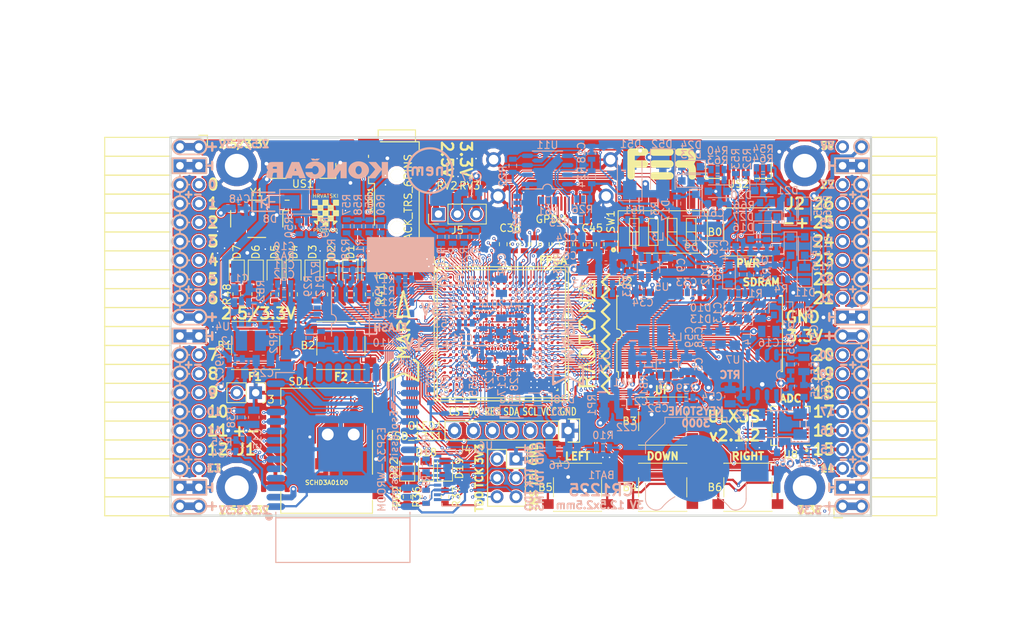
<source format=kicad_pcb>
(kicad_pcb (version 20171130) (host pcbnew 5.0.0+dfsg1-1)
  (layers (0 F.Cu signal) (1 In1.Cu signal) (2 In2.Cu signal) (31 B.Cu signal) (34 B.Paste user) (35 F.Paste user) (36 B.SilkS user) (37 F.SilkS user) (38 B.Mask user) (39 F.Mask user) (44 Edge.Cuts user))
  (net 0 "")
  (net 1 GND)
  (net 2 +5V)
  (net 3 /gpio/IN5V)
  (net 4 /gpio/OUT5V)
  (net 5 +3V3)
  (net 6 BTN_D)
  (net 7 BTN_F1)
  (net 8 BTN_F2)
  (net 9 BTN_L)
  (net 10 BTN_R)
  (net 11 BTN_U)
  (net 12 /power/FB1)
  (net 13 +2V5)
  (net 14 /power/PWREN)
  (net 15 /power/FB3)
  (net 16 /power/FB2)
  (net 17 /power/VBAT)
  (net 18 JTAG_TDI)
  (net 19 JTAG_TCK)
  (net 20 JTAG_TMS)
  (net 21 JTAG_TDO)
  (net 22 /power/WAKEUPn)
  (net 23 /power/WKUP)
  (net 24 /power/SHUT)
  (net 25 /power/WAKE)
  (net 26 /power/HOLD)
  (net 27 /power/WKn)
  (net 28 /power/OSCI_32k)
  (net 29 /power/OSCO_32k)
  (net 30 SHUTDOWN)
  (net 31 GPDI_SDA)
  (net 32 GPDI_SCL)
  (net 33 /gpdi/VREF2)
  (net 34 SD_CMD)
  (net 35 SD_CLK)
  (net 36 SD_D0)
  (net 37 SD_D1)
  (net 38 USB5V)
  (net 39 GPDI_CEC)
  (net 40 nRESET)
  (net 41 FTDI_nDTR)
  (net 42 SDRAM_CKE)
  (net 43 SDRAM_A7)
  (net 44 SDRAM_D15)
  (net 45 SDRAM_BA1)
  (net 46 SDRAM_D7)
  (net 47 SDRAM_A6)
  (net 48 SDRAM_CLK)
  (net 49 SDRAM_D13)
  (net 50 SDRAM_BA0)
  (net 51 SDRAM_D6)
  (net 52 SDRAM_A5)
  (net 53 SDRAM_D14)
  (net 54 SDRAM_A11)
  (net 55 SDRAM_D12)
  (net 56 SDRAM_D5)
  (net 57 SDRAM_A4)
  (net 58 SDRAM_A10)
  (net 59 SDRAM_D11)
  (net 60 SDRAM_A3)
  (net 61 SDRAM_D4)
  (net 62 SDRAM_D10)
  (net 63 SDRAM_D9)
  (net 64 SDRAM_A9)
  (net 65 SDRAM_D3)
  (net 66 SDRAM_D8)
  (net 67 SDRAM_A8)
  (net 68 SDRAM_A2)
  (net 69 SDRAM_A1)
  (net 70 SDRAM_A0)
  (net 71 SDRAM_D2)
  (net 72 SDRAM_D1)
  (net 73 SDRAM_D0)
  (net 74 SDRAM_DQM0)
  (net 75 SDRAM_nCS)
  (net 76 SDRAM_nRAS)
  (net 77 SDRAM_DQM1)
  (net 78 SDRAM_nCAS)
  (net 79 SDRAM_nWE)
  (net 80 /flash/FLASH_nWP)
  (net 81 /flash/FLASH_nHOLD)
  (net 82 /flash/FLASH_MOSI)
  (net 83 /flash/FLASH_MISO)
  (net 84 /flash/FLASH_SCK)
  (net 85 /flash/FLASH_nCS)
  (net 86 /flash/FPGA_PROGRAMN)
  (net 87 /flash/FPGA_DONE)
  (net 88 /flash/FPGA_INITN)
  (net 89 OLED_RES)
  (net 90 OLED_DC)
  (net 91 OLED_CS)
  (net 92 WIFI_EN)
  (net 93 FTDI_nRTS)
  (net 94 FTDI_TXD)
  (net 95 FTDI_RXD)
  (net 96 WIFI_RXD)
  (net 97 WIFI_GPIO0)
  (net 98 WIFI_TXD)
  (net 99 USB_FTDI_D+)
  (net 100 USB_FTDI_D-)
  (net 101 SD_D3)
  (net 102 AUDIO_L3)
  (net 103 AUDIO_L2)
  (net 104 AUDIO_L1)
  (net 105 AUDIO_L0)
  (net 106 AUDIO_R3)
  (net 107 AUDIO_R2)
  (net 108 AUDIO_R1)
  (net 109 AUDIO_R0)
  (net 110 OLED_CLK)
  (net 111 OLED_MOSI)
  (net 112 LED0)
  (net 113 LED1)
  (net 114 LED2)
  (net 115 LED3)
  (net 116 LED4)
  (net 117 LED5)
  (net 118 LED6)
  (net 119 LED7)
  (net 120 BTN_PWRn)
  (net 121 FTDI_nTXLED)
  (net 122 FTDI_nSLEEP)
  (net 123 /blinkey/LED_PWREN)
  (net 124 /blinkey/LED_TXLED)
  (net 125 /sdcard/SD3V3)
  (net 126 SD_D2)
  (net 127 CLK_25MHz)
  (net 128 /blinkey/BTNPUL)
  (net 129 /blinkey/BTNPUR)
  (net 130 USB_FPGA_D+)
  (net 131 /power/FTDI_nSUSPEND)
  (net 132 /blinkey/ALED0)
  (net 133 /blinkey/ALED1)
  (net 134 /blinkey/ALED2)
  (net 135 /blinkey/ALED3)
  (net 136 /blinkey/ALED4)
  (net 137 /blinkey/ALED5)
  (net 138 /blinkey/ALED6)
  (net 139 /blinkey/ALED7)
  (net 140 /usb/FTD-)
  (net 141 /usb/FTD+)
  (net 142 ADC_MISO)
  (net 143 ADC_MOSI)
  (net 144 ADC_CSn)
  (net 145 ADC_SCLK)
  (net 146 SW3)
  (net 147 SW2)
  (net 148 SW1)
  (net 149 USB_FPGA_D-)
  (net 150 /usb/FPD+)
  (net 151 /usb/FPD-)
  (net 152 WIFI_GPIO16)
  (net 153 /usb/ANT_433MHz)
  (net 154 PROG_DONE)
  (net 155 /power/P3V3)
  (net 156 /power/P2V5)
  (net 157 /power/L1)
  (net 158 /power/L3)
  (net 159 /power/L2)
  (net 160 FTDI_TXDEN)
  (net 161 SDRAM_A12)
  (net 162 /analog/AUDIO_V)
  (net 163 AUDIO_V3)
  (net 164 AUDIO_V2)
  (net 165 AUDIO_V1)
  (net 166 AUDIO_V0)
  (net 167 /blinkey/LED_WIFI)
  (net 168 /power/P1V1)
  (net 169 +1V1)
  (net 170 SW4)
  (net 171 /blinkey/SWPU)
  (net 172 /wifi/WIFIEN)
  (net 173 FT2V5)
  (net 174 GN0)
  (net 175 GP0)
  (net 176 GN1)
  (net 177 GP1)
  (net 178 GN2)
  (net 179 GP2)
  (net 180 GN3)
  (net 181 GP3)
  (net 182 GN4)
  (net 183 GP4)
  (net 184 GN5)
  (net 185 GP5)
  (net 186 GN6)
  (net 187 GP6)
  (net 188 GN14)
  (net 189 GP14)
  (net 190 GN15)
  (net 191 GP15)
  (net 192 GN16)
  (net 193 GP16)
  (net 194 GN17)
  (net 195 GP17)
  (net 196 GN18)
  (net 197 GP18)
  (net 198 GN19)
  (net 199 GP19)
  (net 200 GN20)
  (net 201 GP20)
  (net 202 GN21)
  (net 203 GP21)
  (net 204 GN22)
  (net 205 GP22)
  (net 206 GN23)
  (net 207 GP23)
  (net 208 GN24)
  (net 209 GP24)
  (net 210 GN25)
  (net 211 GP25)
  (net 212 GN26)
  (net 213 GP26)
  (net 214 GN27)
  (net 215 GP27)
  (net 216 GN7)
  (net 217 GP7)
  (net 218 GN8)
  (net 219 GP8)
  (net 220 GN9)
  (net 221 GP9)
  (net 222 GN10)
  (net 223 GP10)
  (net 224 GN11)
  (net 225 GP11)
  (net 226 GN12)
  (net 227 GP12)
  (net 228 GN13)
  (net 229 GP13)
  (net 230 WIFI_GPIO5)
  (net 231 WIFI_GPIO17)
  (net 232 USB_FPGA_PULL_D+)
  (net 233 USB_FPGA_PULL_D-)
  (net 234 "Net-(D23-Pad2)")
  (net 235 "Net-(D24-Pad1)")
  (net 236 "Net-(D25-Pad2)")
  (net 237 "Net-(D26-Pad1)")
  (net 238 /gpdi/GPDI_ETH+)
  (net 239 FPDI_ETH+)
  (net 240 /gpdi/GPDI_ETH-)
  (net 241 FPDI_ETH-)
  (net 242 /gpdi/GPDI_D2-)
  (net 243 FPDI_D2-)
  (net 244 /gpdi/GPDI_D1-)
  (net 245 FPDI_D1-)
  (net 246 /gpdi/GPDI_D0-)
  (net 247 FPDI_D0-)
  (net 248 /gpdi/GPDI_CLK-)
  (net 249 FPDI_CLK-)
  (net 250 /gpdi/GPDI_D2+)
  (net 251 FPDI_D2+)
  (net 252 /gpdi/GPDI_D1+)
  (net 253 FPDI_D1+)
  (net 254 /gpdi/GPDI_D0+)
  (net 255 FPDI_D0+)
  (net 256 /gpdi/GPDI_CLK+)
  (net 257 FPDI_CLK+)
  (net 258 FPDI_SDA)
  (net 259 FPDI_SCL)
  (net 260 /gpdi/FPDI_CEC)
  (net 261 2V5_3V3)
  (net 262 /usb/US2VBUS)
  (net 263 /power/SHD)
  (net 264 /power/RTCVDD)
  (net 265 "Net-(D27-Pad2)")
  (net 266 US2_ID)
  (net 267 /analog/AUDIO_L)
  (net 268 /analog/AUDIO_R)
  (net 269 /analog/ADC3V3)
  (net 270 PWRBTn)
  (net 271 USER_PROGRAMN)
  (module lfe5bg381:BGA-381_pitch0.8mm_dia0.4mm (layer F.Cu) (at 138.48 87.8)
    (fp_text reference U1 (at -8.2 -9.8) (layer F.SilkS))
    (fp_text value LFE5U-85F-6BG381C)
    (pad Y19 smd circle (at 6.8 7.6) (size 0.4 0.4) (layers F.Cu F.Paste F.Mask) (net 1 GND))
    (pad Y17 smd circle (at 5.2 7.6) (size 0.4 0.4) (layers F.Cu F.Paste F.Mask) (net 1 GND))
    (pad Y16 smd circle (at 4.4 7.6) (size 0.4 0.4) (layers F.Cu F.Paste F.Mask) (net 1 GND))
    (pad Y15 smd circle (at 3.6 7.6) (size 0.4 0.4) (layers F.Cu F.Paste F.Mask) (net 1 GND))
    (pad Y14 smd circle (at 2.8 7.6) (size 0.4 0.4) (layers F.Cu F.Paste F.Mask) (net 1 GND))
    (pad Y12 smd circle (at 1.2 7.6) (size 0.4 0.4) (layers F.Cu F.Paste F.Mask) (net 1 GND))
    (pad Y11 smd circle (at 0.4 7.6) (size 0.4 0.4) (layers F.Cu F.Paste F.Mask) (net 1 GND))
    (pad Y8 smd circle (at -2 7.6) (size 0.4 0.4) (layers F.Cu F.Paste F.Mask) (net 1 GND))
    (pad Y7 smd circle (at -2.8 7.6) (size 0.4 0.4) (layers F.Cu F.Paste F.Mask) (net 1 GND))
    (pad Y6 smd circle (at -3.6 7.6) (size 0.4 0.4) (layers F.Cu F.Paste F.Mask) (net 1 GND))
    (pad Y5 smd circle (at -4.4 7.6) (size 0.4 0.4) (layers F.Cu F.Paste F.Mask) (net 1 GND))
    (pad Y3 smd circle (at -6 7.6) (size 0.4 0.4) (layers F.Cu F.Paste F.Mask) (net 87 /flash/FPGA_DONE))
    (pad Y2 smd circle (at -6.8 7.6) (size 0.4 0.4) (layers F.Cu F.Paste F.Mask) (net 80 /flash/FLASH_nWP))
    (pad W20 smd circle (at 7.6 6.8) (size 0.4 0.4) (layers F.Cu F.Paste F.Mask) (net 1 GND))
    (pad W19 smd circle (at 6.8 6.8) (size 0.4 0.4) (layers F.Cu F.Paste F.Mask) (net 1 GND))
    (pad W18 smd circle (at 6 6.8) (size 0.4 0.4) (layers F.Cu F.Paste F.Mask))
    (pad W17 smd circle (at 5.2 6.8) (size 0.4 0.4) (layers F.Cu F.Paste F.Mask))
    (pad W16 smd circle (at 4.4 6.8) (size 0.4 0.4) (layers F.Cu F.Paste F.Mask) (net 1 GND))
    (pad W15 smd circle (at 3.6 6.8) (size 0.4 0.4) (layers F.Cu F.Paste F.Mask) (net 1 GND))
    (pad W14 smd circle (at 2.8 6.8) (size 0.4 0.4) (layers F.Cu F.Paste F.Mask))
    (pad W13 smd circle (at 2 6.8) (size 0.4 0.4) (layers F.Cu F.Paste F.Mask))
    (pad W12 smd circle (at 1.2 6.8) (size 0.4 0.4) (layers F.Cu F.Paste F.Mask) (net 1 GND))
    (pad W11 smd circle (at 0.4 6.8) (size 0.4 0.4) (layers F.Cu F.Paste F.Mask))
    (pad W10 smd circle (at -0.4 6.8) (size 0.4 0.4) (layers F.Cu F.Paste F.Mask))
    (pad W9 smd circle (at -1.2 6.8) (size 0.4 0.4) (layers F.Cu F.Paste F.Mask))
    (pad W8 smd circle (at -2 6.8) (size 0.4 0.4) (layers F.Cu F.Paste F.Mask))
    (pad W7 smd circle (at -2.8 6.8) (size 0.4 0.4) (layers F.Cu F.Paste F.Mask) (net 1 GND))
    (pad W6 smd circle (at -3.6 6.8) (size 0.4 0.4) (layers F.Cu F.Paste F.Mask) (net 1 GND))
    (pad W5 smd circle (at -4.4 6.8) (size 0.4 0.4) (layers F.Cu F.Paste F.Mask))
    (pad W4 smd circle (at -5.2 6.8) (size 0.4 0.4) (layers F.Cu F.Paste F.Mask))
    (pad W3 smd circle (at -6 6.8) (size 0.4 0.4) (layers F.Cu F.Paste F.Mask) (net 86 /flash/FPGA_PROGRAMN))
    (pad W2 smd circle (at -6.8 6.8) (size 0.4 0.4) (layers F.Cu F.Paste F.Mask) (net 82 /flash/FLASH_MOSI))
    (pad W1 smd circle (at -7.6 6.8) (size 0.4 0.4) (layers F.Cu F.Paste F.Mask) (net 81 /flash/FLASH_nHOLD))
    (pad V20 smd circle (at 7.6 6) (size 0.4 0.4) (layers F.Cu F.Paste F.Mask) (net 1 GND))
    (pad V19 smd circle (at 6.8 6) (size 0.4 0.4) (layers F.Cu F.Paste F.Mask) (net 1 GND))
    (pad V18 smd circle (at 6 6) (size 0.4 0.4) (layers F.Cu F.Paste F.Mask) (net 1 GND))
    (pad V17 smd circle (at 5.2 6) (size 0.4 0.4) (layers F.Cu F.Paste F.Mask) (net 1 GND))
    (pad V16 smd circle (at 4.4 6) (size 0.4 0.4) (layers F.Cu F.Paste F.Mask) (net 1 GND))
    (pad V15 smd circle (at 3.6 6) (size 0.4 0.4) (layers F.Cu F.Paste F.Mask) (net 1 GND))
    (pad V14 smd circle (at 2.8 6) (size 0.4 0.4) (layers F.Cu F.Paste F.Mask) (net 1 GND))
    (pad V13 smd circle (at 2 6) (size 0.4 0.4) (layers F.Cu F.Paste F.Mask) (net 1 GND))
    (pad V12 smd circle (at 1.2 6) (size 0.4 0.4) (layers F.Cu F.Paste F.Mask) (net 1 GND))
    (pad V11 smd circle (at 0.4 6) (size 0.4 0.4) (layers F.Cu F.Paste F.Mask) (net 1 GND))
    (pad V10 smd circle (at -0.4 6) (size 0.4 0.4) (layers F.Cu F.Paste F.Mask) (net 1 GND))
    (pad V9 smd circle (at -1.2 6) (size 0.4 0.4) (layers F.Cu F.Paste F.Mask) (net 1 GND))
    (pad V8 smd circle (at -2 6) (size 0.4 0.4) (layers F.Cu F.Paste F.Mask) (net 1 GND))
    (pad V7 smd circle (at -2.8 6) (size 0.4 0.4) (layers F.Cu F.Paste F.Mask) (net 1 GND))
    (pad V6 smd circle (at -3.6 6) (size 0.4 0.4) (layers F.Cu F.Paste F.Mask) (net 1 GND))
    (pad V5 smd circle (at -4.4 6) (size 0.4 0.4) (layers F.Cu F.Paste F.Mask) (net 1 GND))
    (pad V4 smd circle (at -5.2 6) (size 0.4 0.4) (layers F.Cu F.Paste F.Mask) (net 21 JTAG_TDO))
    (pad V3 smd circle (at -6 6) (size 0.4 0.4) (layers F.Cu F.Paste F.Mask) (net 88 /flash/FPGA_INITN))
    (pad V2 smd circle (at -6.8 6) (size 0.4 0.4) (layers F.Cu F.Paste F.Mask) (net 83 /flash/FLASH_MISO))
    (pad V1 smd circle (at -7.6 6) (size 0.4 0.4) (layers F.Cu F.Paste F.Mask) (net 6 BTN_D))
    (pad U20 smd circle (at 7.6 5.2) (size 0.4 0.4) (layers F.Cu F.Paste F.Mask) (net 46 SDRAM_D7))
    (pad U19 smd circle (at 6.8 5.2) (size 0.4 0.4) (layers F.Cu F.Paste F.Mask) (net 74 SDRAM_DQM0))
    (pad U18 smd circle (at 6 5.2) (size 0.4 0.4) (layers F.Cu F.Paste F.Mask) (net 189 GP14))
    (pad U17 smd circle (at 5.2 5.2) (size 0.4 0.4) (layers F.Cu F.Paste F.Mask) (net 188 GN14))
    (pad U16 smd circle (at 4.4 5.2) (size 0.4 0.4) (layers F.Cu F.Paste F.Mask) (net 142 ADC_MISO))
    (pad U15 smd circle (at 3.6 5.2) (size 0.4 0.4) (layers F.Cu F.Paste F.Mask) (net 1 GND))
    (pad U14 smd circle (at 2.8 5.2) (size 0.4 0.4) (layers F.Cu F.Paste F.Mask) (net 1 GND))
    (pad U13 smd circle (at 2 5.2) (size 0.4 0.4) (layers F.Cu F.Paste F.Mask) (net 1 GND))
    (pad U12 smd circle (at 1.2 5.2) (size 0.4 0.4) (layers F.Cu F.Paste F.Mask) (net 1 GND))
    (pad U11 smd circle (at 0.4 5.2) (size 0.4 0.4) (layers F.Cu F.Paste F.Mask) (net 1 GND))
    (pad U10 smd circle (at -0.4 5.2) (size 0.4 0.4) (layers F.Cu F.Paste F.Mask) (net 1 GND))
    (pad U9 smd circle (at -1.2 5.2) (size 0.4 0.4) (layers F.Cu F.Paste F.Mask) (net 1 GND))
    (pad U8 smd circle (at -2 5.2) (size 0.4 0.4) (layers F.Cu F.Paste F.Mask) (net 1 GND))
    (pad U7 smd circle (at -2.8 5.2) (size 0.4 0.4) (layers F.Cu F.Paste F.Mask) (net 1 GND))
    (pad U6 smd circle (at -3.6 5.2) (size 0.4 0.4) (layers F.Cu F.Paste F.Mask) (net 1 GND))
    (pad U5 smd circle (at -4.4 5.2) (size 0.4 0.4) (layers F.Cu F.Paste F.Mask) (net 20 JTAG_TMS))
    (pad U4 smd circle (at -5.2 5.2) (size 0.4 0.4) (layers F.Cu F.Paste F.Mask) (net 1 GND))
    (pad U3 smd circle (at -6 5.2) (size 0.4 0.4) (layers F.Cu F.Paste F.Mask) (net 84 /flash/FLASH_SCK))
    (pad U2 smd circle (at -6.8 5.2) (size 0.4 0.4) (layers F.Cu F.Paste F.Mask) (net 5 +3V3))
    (pad U1 smd circle (at -7.6 5.2) (size 0.4 0.4) (layers F.Cu F.Paste F.Mask) (net 9 BTN_L))
    (pad T20 smd circle (at 7.6 4.4) (size 0.4 0.4) (layers F.Cu F.Paste F.Mask) (net 79 SDRAM_nWE))
    (pad T19 smd circle (at 6.8 4.4) (size 0.4 0.4) (layers F.Cu F.Paste F.Mask) (net 78 SDRAM_nCAS))
    (pad T18 smd circle (at 6 4.4) (size 0.4 0.4) (layers F.Cu F.Paste F.Mask) (net 56 SDRAM_D5))
    (pad T17 smd circle (at 5.2 4.4) (size 0.4 0.4) (layers F.Cu F.Paste F.Mask) (net 51 SDRAM_D6))
    (pad T16 smd circle (at 4.4 4.4) (size 0.4 0.4) (layers F.Cu F.Paste F.Mask))
    (pad T15 smd circle (at 3.6 4.4) (size 0.4 0.4) (layers F.Cu F.Paste F.Mask) (net 1 GND))
    (pad T14 smd circle (at 2.8 4.4) (size 0.4 0.4) (layers F.Cu F.Paste F.Mask) (net 1 GND))
    (pad T13 smd circle (at 2 4.4) (size 0.4 0.4) (layers F.Cu F.Paste F.Mask) (net 1 GND))
    (pad T12 smd circle (at 1.2 4.4) (size 0.4 0.4) (layers F.Cu F.Paste F.Mask) (net 1 GND))
    (pad T11 smd circle (at 0.4 4.4) (size 0.4 0.4) (layers F.Cu F.Paste F.Mask) (net 1 GND))
    (pad T10 smd circle (at -0.4 4.4) (size 0.4 0.4) (layers F.Cu F.Paste F.Mask) (net 1 GND))
    (pad T9 smd circle (at -1.2 4.4) (size 0.4 0.4) (layers F.Cu F.Paste F.Mask) (net 1 GND))
    (pad T8 smd circle (at -2 4.4) (size 0.4 0.4) (layers F.Cu F.Paste F.Mask) (net 1 GND))
    (pad T7 smd circle (at -2.8 4.4) (size 0.4 0.4) (layers F.Cu F.Paste F.Mask) (net 1 GND))
    (pad T6 smd circle (at -3.6 4.4) (size 0.4 0.4) (layers F.Cu F.Paste F.Mask) (net 1 GND))
    (pad T5 smd circle (at -4.4 4.4) (size 0.4 0.4) (layers F.Cu F.Paste F.Mask) (net 19 JTAG_TCK))
    (pad T4 smd circle (at -5.2 4.4) (size 0.4 0.4) (layers F.Cu F.Paste F.Mask) (net 5 +3V3))
    (pad T3 smd circle (at -6 4.4) (size 0.4 0.4) (layers F.Cu F.Paste F.Mask) (net 5 +3V3))
    (pad T2 smd circle (at -6.8 4.4) (size 0.4 0.4) (layers F.Cu F.Paste F.Mask) (net 5 +3V3))
    (pad T1 smd circle (at -7.6 4.4) (size 0.4 0.4) (layers F.Cu F.Paste F.Mask) (net 8 BTN_F2))
    (pad R20 smd circle (at 7.6 3.6) (size 0.4 0.4) (layers F.Cu F.Paste F.Mask) (net 76 SDRAM_nRAS))
    (pad R19 smd circle (at 6.8 3.6) (size 0.4 0.4) (layers F.Cu F.Paste F.Mask) (net 1 GND))
    (pad R18 smd circle (at 6 3.6) (size 0.4 0.4) (layers F.Cu F.Paste F.Mask) (net 11 BTN_U))
    (pad R17 smd circle (at 5.2 3.6) (size 0.4 0.4) (layers F.Cu F.Paste F.Mask) (net 144 ADC_CSn))
    (pad R16 smd circle (at 4.4 3.6) (size 0.4 0.4) (layers F.Cu F.Paste F.Mask) (net 143 ADC_MOSI))
    (pad R5 smd circle (at -4.4 3.6) (size 0.4 0.4) (layers F.Cu F.Paste F.Mask) (net 18 JTAG_TDI))
    (pad R4 smd circle (at -5.2 3.6) (size 0.4 0.4) (layers F.Cu F.Paste F.Mask) (net 1 GND))
    (pad R3 smd circle (at -6 3.6) (size 0.4 0.4) (layers F.Cu F.Paste F.Mask))
    (pad R2 smd circle (at -6.8 3.6) (size 0.4 0.4) (layers F.Cu F.Paste F.Mask) (net 85 /flash/FLASH_nCS))
    (pad R1 smd circle (at -7.6 3.6) (size 0.4 0.4) (layers F.Cu F.Paste F.Mask) (net 7 BTN_F1))
    (pad P20 smd circle (at 7.6 2.8) (size 0.4 0.4) (layers F.Cu F.Paste F.Mask) (net 75 SDRAM_nCS))
    (pad P19 smd circle (at 6.8 2.8) (size 0.4 0.4) (layers F.Cu F.Paste F.Mask) (net 50 SDRAM_BA0))
    (pad P18 smd circle (at 6 2.8) (size 0.4 0.4) (layers F.Cu F.Paste F.Mask) (net 61 SDRAM_D4))
    (pad P17 smd circle (at 5.2 2.8) (size 0.4 0.4) (layers F.Cu F.Paste F.Mask) (net 145 ADC_SCLK))
    (pad P16 smd circle (at 4.4 2.8) (size 0.4 0.4) (layers F.Cu F.Paste F.Mask) (net 190 GN15))
    (pad P15 smd circle (at 3.6 2.8) (size 0.4 0.4) (layers F.Cu F.Paste F.Mask) (net 13 +2V5))
    (pad P14 smd circle (at 2.8 2.8) (size 0.4 0.4) (layers F.Cu F.Paste F.Mask) (net 1 GND))
    (pad P13 smd circle (at 2 2.8) (size 0.4 0.4) (layers F.Cu F.Paste F.Mask) (net 1 GND))
    (pad P12 smd circle (at 1.2 2.8) (size 0.4 0.4) (layers F.Cu F.Paste F.Mask) (net 1 GND))
    (pad P11 smd circle (at 0.4 2.8) (size 0.4 0.4) (layers F.Cu F.Paste F.Mask) (net 1 GND))
    (pad P10 smd circle (at -0.4 2.8) (size 0.4 0.4) (layers F.Cu F.Paste F.Mask) (net 5 +3V3))
    (pad P9 smd circle (at -1.2 2.8) (size 0.4 0.4) (layers F.Cu F.Paste F.Mask) (net 5 +3V3))
    (pad P8 smd circle (at -2 2.8) (size 0.4 0.4) (layers F.Cu F.Paste F.Mask) (net 1 GND))
    (pad P7 smd circle (at -2.8 2.8) (size 0.4 0.4) (layers F.Cu F.Paste F.Mask) (net 1 GND))
    (pad P6 smd circle (at -3.6 2.8) (size 0.4 0.4) (layers F.Cu F.Paste F.Mask) (net 13 +2V5))
    (pad P5 smd circle (at -4.4 2.8) (size 0.4 0.4) (layers F.Cu F.Paste F.Mask))
    (pad P4 smd circle (at -5.2 2.8) (size 0.4 0.4) (layers F.Cu F.Paste F.Mask) (net 110 OLED_CLK))
    (pad P3 smd circle (at -6 2.8) (size 0.4 0.4) (layers F.Cu F.Paste F.Mask) (net 111 OLED_MOSI))
    (pad P2 smd circle (at -6.8 2.8) (size 0.4 0.4) (layers F.Cu F.Paste F.Mask) (net 89 OLED_RES))
    (pad P1 smd circle (at -7.6 2.8) (size 0.4 0.4) (layers F.Cu F.Paste F.Mask) (net 90 OLED_DC))
    (pad N20 smd circle (at 7.6 2) (size 0.4 0.4) (layers F.Cu F.Paste F.Mask) (net 45 SDRAM_BA1))
    (pad N19 smd circle (at 6.8 2) (size 0.4 0.4) (layers F.Cu F.Paste F.Mask) (net 58 SDRAM_A10))
    (pad N18 smd circle (at 6 2) (size 0.4 0.4) (layers F.Cu F.Paste F.Mask) (net 65 SDRAM_D3))
    (pad N17 smd circle (at 5.2 2) (size 0.4 0.4) (layers F.Cu F.Paste F.Mask) (net 191 GP15))
    (pad N16 smd circle (at 4.4 2) (size 0.4 0.4) (layers F.Cu F.Paste F.Mask) (net 193 GP16))
    (pad N15 smd circle (at 3.6 2) (size 0.4 0.4) (layers F.Cu F.Paste F.Mask) (net 1 GND))
    (pad N14 smd circle (at 2.8 2) (size 0.4 0.4) (layers F.Cu F.Paste F.Mask) (net 1 GND))
    (pad N13 smd circle (at 2 2) (size 0.4 0.4) (layers F.Cu F.Paste F.Mask) (net 169 +1V1))
    (pad N12 smd circle (at 1.2 2) (size 0.4 0.4) (layers F.Cu F.Paste F.Mask) (net 169 +1V1))
    (pad N11 smd circle (at 0.4 2) (size 0.4 0.4) (layers F.Cu F.Paste F.Mask) (net 169 +1V1))
    (pad N10 smd circle (at -0.4 2) (size 0.4 0.4) (layers F.Cu F.Paste F.Mask) (net 169 +1V1))
    (pad N9 smd circle (at -1.2 2) (size 0.4 0.4) (layers F.Cu F.Paste F.Mask) (net 169 +1V1))
    (pad N8 smd circle (at -2 2) (size 0.4 0.4) (layers F.Cu F.Paste F.Mask) (net 169 +1V1))
    (pad N7 smd circle (at -2.8 2) (size 0.4 0.4) (layers F.Cu F.Paste F.Mask) (net 1 GND))
    (pad N6 smd circle (at -3.6 2) (size 0.4 0.4) (layers F.Cu F.Paste F.Mask) (net 1 GND))
    (pad N5 smd circle (at -4.4 2) (size 0.4 0.4) (layers F.Cu F.Paste F.Mask))
    (pad N4 smd circle (at -5.2 2) (size 0.4 0.4) (layers F.Cu F.Paste F.Mask) (net 230 WIFI_GPIO5))
    (pad N3 smd circle (at -6 2) (size 0.4 0.4) (layers F.Cu F.Paste F.Mask) (net 231 WIFI_GPIO17))
    (pad N2 smd circle (at -6.8 2) (size 0.4 0.4) (layers F.Cu F.Paste F.Mask) (net 91 OLED_CS))
    (pad N1 smd circle (at -7.6 2) (size 0.4 0.4) (layers F.Cu F.Paste F.Mask) (net 41 FTDI_nDTR))
    (pad M20 smd circle (at 7.6 1.2) (size 0.4 0.4) (layers F.Cu F.Paste F.Mask) (net 70 SDRAM_A0))
    (pad M19 smd circle (at 6.8 1.2) (size 0.4 0.4) (layers F.Cu F.Paste F.Mask) (net 69 SDRAM_A1))
    (pad M18 smd circle (at 6 1.2) (size 0.4 0.4) (layers F.Cu F.Paste F.Mask) (net 71 SDRAM_D2))
    (pad M17 smd circle (at 5.2 1.2) (size 0.4 0.4) (layers F.Cu F.Paste F.Mask) (net 192 GN16))
    (pad M16 smd circle (at 4.4 1.2) (size 0.4 0.4) (layers F.Cu F.Paste F.Mask) (net 1 GND))
    (pad M15 smd circle (at 3.6 1.2) (size 0.4 0.4) (layers F.Cu F.Paste F.Mask) (net 5 +3V3))
    (pad M14 smd circle (at 2.8 1.2) (size 0.4 0.4) (layers F.Cu F.Paste F.Mask) (net 1 GND))
    (pad M13 smd circle (at 2 1.2) (size 0.4 0.4) (layers F.Cu F.Paste F.Mask) (net 169 +1V1))
    (pad M12 smd circle (at 1.2 1.2) (size 0.4 0.4) (layers F.Cu F.Paste F.Mask) (net 1 GND))
    (pad M11 smd circle (at 0.4 1.2) (size 0.4 0.4) (layers F.Cu F.Paste F.Mask) (net 1 GND))
    (pad M10 smd circle (at -0.4 1.2) (size 0.4 0.4) (layers F.Cu F.Paste F.Mask) (net 1 GND))
    (pad M9 smd circle (at -1.2 1.2) (size 0.4 0.4) (layers F.Cu F.Paste F.Mask) (net 1 GND))
    (pad M8 smd circle (at -2 1.2) (size 0.4 0.4) (layers F.Cu F.Paste F.Mask) (net 169 +1V1))
    (pad M7 smd circle (at -2.8 1.2) (size 0.4 0.4) (layers F.Cu F.Paste F.Mask) (net 1 GND))
    (pad M6 smd circle (at -3.6 1.2) (size 0.4 0.4) (layers F.Cu F.Paste F.Mask) (net 5 +3V3))
    (pad M5 smd circle (at -4.4 1.2) (size 0.4 0.4) (layers F.Cu F.Paste F.Mask))
    (pad M4 smd circle (at -5.2 1.2) (size 0.4 0.4) (layers F.Cu F.Paste F.Mask) (net 271 USER_PROGRAMN))
    (pad M3 smd circle (at -6 1.2) (size 0.4 0.4) (layers F.Cu F.Paste F.Mask) (net 93 FTDI_nRTS))
    (pad M2 smd circle (at -6.8 1.2) (size 0.4 0.4) (layers F.Cu F.Paste F.Mask) (net 1 GND))
    (pad M1 smd circle (at -7.6 1.2) (size 0.4 0.4) (layers F.Cu F.Paste F.Mask) (net 94 FTDI_TXD))
    (pad L20 smd circle (at 7.6 0.4) (size 0.4 0.4) (layers F.Cu F.Paste F.Mask) (net 68 SDRAM_A2))
    (pad L19 smd circle (at 6.8 0.4) (size 0.4 0.4) (layers F.Cu F.Paste F.Mask) (net 60 SDRAM_A3))
    (pad L18 smd circle (at 6 0.4) (size 0.4 0.4) (layers F.Cu F.Paste F.Mask) (net 72 SDRAM_D1))
    (pad L17 smd circle (at 5.2 0.4) (size 0.4 0.4) (layers F.Cu F.Paste F.Mask) (net 194 GN17))
    (pad L16 smd circle (at 4.4 0.4) (size 0.4 0.4) (layers F.Cu F.Paste F.Mask) (net 195 GP17))
    (pad L15 smd circle (at 3.6 0.4) (size 0.4 0.4) (layers F.Cu F.Paste F.Mask) (net 5 +3V3))
    (pad L14 smd circle (at 2.8 0.4) (size 0.4 0.4) (layers F.Cu F.Paste F.Mask) (net 5 +3V3))
    (pad L13 smd circle (at 2 0.4) (size 0.4 0.4) (layers F.Cu F.Paste F.Mask) (net 169 +1V1))
    (pad L12 smd circle (at 1.2 0.4) (size 0.4 0.4) (layers F.Cu F.Paste F.Mask) (net 1 GND))
    (pad L11 smd circle (at 0.4 0.4) (size 0.4 0.4) (layers F.Cu F.Paste F.Mask) (net 1 GND))
    (pad L10 smd circle (at -0.4 0.4) (size 0.4 0.4) (layers F.Cu F.Paste F.Mask) (net 1 GND))
    (pad L9 smd circle (at -1.2 0.4) (size 0.4 0.4) (layers F.Cu F.Paste F.Mask) (net 1 GND))
    (pad L8 smd circle (at -2 0.4) (size 0.4 0.4) (layers F.Cu F.Paste F.Mask) (net 169 +1V1))
    (pad L7 smd circle (at -2.8 0.4) (size 0.4 0.4) (layers F.Cu F.Paste F.Mask) (net 5 +3V3))
    (pad L6 smd circle (at -3.6 0.4) (size 0.4 0.4) (layers F.Cu F.Paste F.Mask) (net 5 +3V3))
    (pad L5 smd circle (at -4.4 0.4) (size 0.4 0.4) (layers F.Cu F.Paste F.Mask))
    (pad L4 smd circle (at -5.2 0.4) (size 0.4 0.4) (layers F.Cu F.Paste F.Mask) (net 95 FTDI_RXD))
    (pad L3 smd circle (at -6 0.4) (size 0.4 0.4) (layers F.Cu F.Paste F.Mask) (net 160 FTDI_TXDEN))
    (pad L2 smd circle (at -6.8 0.4) (size 0.4 0.4) (layers F.Cu F.Paste F.Mask) (net 97 WIFI_GPIO0))
    (pad L1 smd circle (at -7.6 0.4) (size 0.4 0.4) (layers F.Cu F.Paste F.Mask) (net 152 WIFI_GPIO16))
    (pad K20 smd circle (at 7.6 -0.4) (size 0.4 0.4) (layers F.Cu F.Paste F.Mask) (net 57 SDRAM_A4))
    (pad K19 smd circle (at 6.8 -0.4) (size 0.4 0.4) (layers F.Cu F.Paste F.Mask) (net 52 SDRAM_A5))
    (pad K18 smd circle (at 6 -0.4) (size 0.4 0.4) (layers F.Cu F.Paste F.Mask) (net 47 SDRAM_A6))
    (pad K17 smd circle (at 5.2 -0.4) (size 0.4 0.4) (layers F.Cu F.Paste F.Mask))
    (pad K16 smd circle (at 4.4 -0.4) (size 0.4 0.4) (layers F.Cu F.Paste F.Mask))
    (pad K15 smd circle (at 3.6 -0.4) (size 0.4 0.4) (layers F.Cu F.Paste F.Mask) (net 1 GND))
    (pad K14 smd circle (at 2.8 -0.4) (size 0.4 0.4) (layers F.Cu F.Paste F.Mask) (net 1 GND))
    (pad K13 smd circle (at 2 -0.4) (size 0.4 0.4) (layers F.Cu F.Paste F.Mask) (net 169 +1V1))
    (pad K12 smd circle (at 1.2 -0.4) (size 0.4 0.4) (layers F.Cu F.Paste F.Mask) (net 1 GND))
    (pad K11 smd circle (at 0.4 -0.4) (size 0.4 0.4) (layers F.Cu F.Paste F.Mask) (net 1 GND))
    (pad K10 smd circle (at -0.4 -0.4) (size 0.4 0.4) (layers F.Cu F.Paste F.Mask) (net 1 GND))
    (pad K9 smd circle (at -1.2 -0.4) (size 0.4 0.4) (layers F.Cu F.Paste F.Mask) (net 1 GND))
    (pad K8 smd circle (at -2 -0.4) (size 0.4 0.4) (layers F.Cu F.Paste F.Mask) (net 169 +1V1))
    (pad K7 smd circle (at -2.8 -0.4) (size 0.4 0.4) (layers F.Cu F.Paste F.Mask) (net 1 GND))
    (pad K6 smd circle (at -3.6 -0.4) (size 0.4 0.4) (layers F.Cu F.Paste F.Mask) (net 1 GND))
    (pad K5 smd circle (at -4.4 -0.4) (size 0.4 0.4) (layers F.Cu F.Paste F.Mask))
    (pad K4 smd circle (at -5.2 -0.4) (size 0.4 0.4) (layers F.Cu F.Paste F.Mask) (net 98 WIFI_TXD))
    (pad K3 smd circle (at -6 -0.4) (size 0.4 0.4) (layers F.Cu F.Paste F.Mask) (net 96 WIFI_RXD))
    (pad K2 smd circle (at -6.8 -0.4) (size 0.4 0.4) (layers F.Cu F.Paste F.Mask) (net 101 SD_D3))
    (pad K1 smd circle (at -7.6 -0.4) (size 0.4 0.4) (layers F.Cu F.Paste F.Mask) (net 126 SD_D2))
    (pad J20 smd circle (at 7.6 -1.2) (size 0.4 0.4) (layers F.Cu F.Paste F.Mask) (net 43 SDRAM_A7))
    (pad J19 smd circle (at 6.8 -1.2) (size 0.4 0.4) (layers F.Cu F.Paste F.Mask) (net 67 SDRAM_A8))
    (pad J18 smd circle (at 6 -1.2) (size 0.4 0.4) (layers F.Cu F.Paste F.Mask) (net 53 SDRAM_D14))
    (pad J17 smd circle (at 5.2 -1.2) (size 0.4 0.4) (layers F.Cu F.Paste F.Mask) (net 44 SDRAM_D15))
    (pad J16 smd circle (at 4.4 -1.2) (size 0.4 0.4) (layers F.Cu F.Paste F.Mask) (net 73 SDRAM_D0))
    (pad J15 smd circle (at 3.6 -1.2) (size 0.4 0.4) (layers F.Cu F.Paste F.Mask) (net 5 +3V3))
    (pad J14 smd circle (at 2.8 -1.2) (size 0.4 0.4) (layers F.Cu F.Paste F.Mask) (net 1 GND))
    (pad J13 smd circle (at 2 -1.2) (size 0.4 0.4) (layers F.Cu F.Paste F.Mask) (net 169 +1V1))
    (pad J12 smd circle (at 1.2 -1.2) (size 0.4 0.4) (layers F.Cu F.Paste F.Mask) (net 1 GND))
    (pad J11 smd circle (at 0.4 -1.2) (size 0.4 0.4) (layers F.Cu F.Paste F.Mask) (net 1 GND))
    (pad J10 smd circle (at -0.4 -1.2) (size 0.4 0.4) (layers F.Cu F.Paste F.Mask) (net 1 GND))
    (pad J9 smd circle (at -1.2 -1.2) (size 0.4 0.4) (layers F.Cu F.Paste F.Mask) (net 1 GND))
    (pad J8 smd circle (at -2 -1.2) (size 0.4 0.4) (layers F.Cu F.Paste F.Mask) (net 169 +1V1))
    (pad J7 smd circle (at -2.8 -1.2) (size 0.4 0.4) (layers F.Cu F.Paste F.Mask) (net 1 GND))
    (pad J6 smd circle (at -3.6 -1.2) (size 0.4 0.4) (layers F.Cu F.Paste F.Mask) (net 261 2V5_3V3))
    (pad J5 smd circle (at -4.4 -1.2) (size 0.4 0.4) (layers F.Cu F.Paste F.Mask))
    (pad J4 smd circle (at -5.2 -1.2) (size 0.4 0.4) (layers F.Cu F.Paste F.Mask))
    (pad J3 smd circle (at -6 -1.2) (size 0.4 0.4) (layers F.Cu F.Paste F.Mask) (net 36 SD_D0))
    (pad J2 smd circle (at -6.8 -1.2) (size 0.4 0.4) (layers F.Cu F.Paste F.Mask) (net 1 GND))
    (pad J1 smd circle (at -7.6 -1.2) (size 0.4 0.4) (layers F.Cu F.Paste F.Mask) (net 34 SD_CMD))
    (pad H20 smd circle (at 7.6 -2) (size 0.4 0.4) (layers F.Cu F.Paste F.Mask) (net 64 SDRAM_A9))
    (pad H19 smd circle (at 6.8 -2) (size 0.4 0.4) (layers F.Cu F.Paste F.Mask) (net 1 GND))
    (pad H18 smd circle (at 6 -2) (size 0.4 0.4) (layers F.Cu F.Paste F.Mask) (net 197 GP18))
    (pad H17 smd circle (at 5.2 -2) (size 0.4 0.4) (layers F.Cu F.Paste F.Mask) (net 196 GN18))
    (pad H16 smd circle (at 4.4 -2) (size 0.4 0.4) (layers F.Cu F.Paste F.Mask) (net 10 BTN_R))
    (pad H15 smd circle (at 3.6 -2) (size 0.4 0.4) (layers F.Cu F.Paste F.Mask) (net 5 +3V3))
    (pad H14 smd circle (at 2.8 -2) (size 0.4 0.4) (layers F.Cu F.Paste F.Mask) (net 5 +3V3))
    (pad H13 smd circle (at 2 -2) (size 0.4 0.4) (layers F.Cu F.Paste F.Mask) (net 169 +1V1))
    (pad H12 smd circle (at 1.2 -2) (size 0.4 0.4) (layers F.Cu F.Paste F.Mask) (net 169 +1V1))
    (pad H11 smd circle (at 0.4 -2) (size 0.4 0.4) (layers F.Cu F.Paste F.Mask) (net 169 +1V1))
    (pad H10 smd circle (at -0.4 -2) (size 0.4 0.4) (layers F.Cu F.Paste F.Mask) (net 169 +1V1))
    (pad H9 smd circle (at -1.2 -2) (size 0.4 0.4) (layers F.Cu F.Paste F.Mask) (net 169 +1V1))
    (pad H8 smd circle (at -2 -2) (size 0.4 0.4) (layers F.Cu F.Paste F.Mask) (net 169 +1V1))
    (pad H7 smd circle (at -2.8 -2) (size 0.4 0.4) (layers F.Cu F.Paste F.Mask) (net 261 2V5_3V3))
    (pad H6 smd circle (at -3.6 -2) (size 0.4 0.4) (layers F.Cu F.Paste F.Mask) (net 261 2V5_3V3))
    (pad H5 smd circle (at -4.4 -2) (size 0.4 0.4) (layers F.Cu F.Paste F.Mask) (net 166 AUDIO_V0))
    (pad H4 smd circle (at -5.2 -2) (size 0.4 0.4) (layers F.Cu F.Paste F.Mask) (net 229 GP13))
    (pad H3 smd circle (at -6 -2) (size 0.4 0.4) (layers F.Cu F.Paste F.Mask) (net 119 LED7))
    (pad H2 smd circle (at -6.8 -2) (size 0.4 0.4) (layers F.Cu F.Paste F.Mask) (net 35 SD_CLK))
    (pad H1 smd circle (at -7.6 -2) (size 0.4 0.4) (layers F.Cu F.Paste F.Mask) (net 37 SD_D1))
    (pad G20 smd circle (at 7.6 -2.8) (size 0.4 0.4) (layers F.Cu F.Paste F.Mask) (net 54 SDRAM_A11))
    (pad G19 smd circle (at 6.8 -2.8) (size 0.4 0.4) (layers F.Cu F.Paste F.Mask) (net 161 SDRAM_A12))
    (pad G18 smd circle (at 6 -2.8) (size 0.4 0.4) (layers F.Cu F.Paste F.Mask) (net 198 GN19))
    (pad G17 smd circle (at 5.2 -2.8) (size 0.4 0.4) (layers F.Cu F.Paste F.Mask) (net 1 GND))
    (pad G16 smd circle (at 4.4 -2.8) (size 0.4 0.4) (layers F.Cu F.Paste F.Mask) (net 30 SHUTDOWN))
    (pad G15 smd circle (at 3.6 -2.8) (size 0.4 0.4) (layers F.Cu F.Paste F.Mask) (net 1 GND))
    (pad G14 smd circle (at 2.8 -2.8) (size 0.4 0.4) (layers F.Cu F.Paste F.Mask) (net 1 GND))
    (pad G13 smd circle (at 2 -2.8) (size 0.4 0.4) (layers F.Cu F.Paste F.Mask) (net 1 GND))
    (pad G12 smd circle (at 1.2 -2.8) (size 0.4 0.4) (layers F.Cu F.Paste F.Mask) (net 1 GND))
    (pad G11 smd circle (at 0.4 -2.8) (size 0.4 0.4) (layers F.Cu F.Paste F.Mask) (net 1 GND))
    (pad G10 smd circle (at -0.4 -2.8) (size 0.4 0.4) (layers F.Cu F.Paste F.Mask) (net 1 GND))
    (pad G9 smd circle (at -1.2 -2.8) (size 0.4 0.4) (layers F.Cu F.Paste F.Mask) (net 1 GND))
    (pad G8 smd circle (at -2 -2.8) (size 0.4 0.4) (layers F.Cu F.Paste F.Mask) (net 1 GND))
    (pad G7 smd circle (at -2.8 -2.8) (size 0.4 0.4) (layers F.Cu F.Paste F.Mask) (net 1 GND))
    (pad G6 smd circle (at -3.6 -2.8) (size 0.4 0.4) (layers F.Cu F.Paste F.Mask) (net 1 GND))
    (pad G5 smd circle (at -4.4 -2.8) (size 0.4 0.4) (layers F.Cu F.Paste F.Mask) (net 228 GN13))
    (pad G4 smd circle (at -5.2 -2.8) (size 0.4 0.4) (layers F.Cu F.Paste F.Mask) (net 1 GND))
    (pad G3 smd circle (at -6 -2.8) (size 0.4 0.4) (layers F.Cu F.Paste F.Mask) (net 227 GP12))
    (pad G2 smd circle (at -6.8 -2.8) (size 0.4 0.4) (layers F.Cu F.Paste F.Mask) (net 127 CLK_25MHz))
    (pad G1 smd circle (at -7.6 -2.8) (size 0.4 0.4) (layers F.Cu F.Paste F.Mask) (net 153 /usb/ANT_433MHz))
    (pad F20 smd circle (at 7.6 -3.6) (size 0.4 0.4) (layers F.Cu F.Paste F.Mask) (net 42 SDRAM_CKE))
    (pad F19 smd circle (at 6.8 -3.6) (size 0.4 0.4) (layers F.Cu F.Paste F.Mask) (net 48 SDRAM_CLK))
    (pad F18 smd circle (at 6 -3.6) (size 0.4 0.4) (layers F.Cu F.Paste F.Mask) (net 49 SDRAM_D13))
    (pad F17 smd circle (at 5.2 -3.6) (size 0.4 0.4) (layers F.Cu F.Paste F.Mask) (net 199 GP19))
    (pad F16 smd circle (at 4.4 -3.6) (size 0.4 0.4) (layers F.Cu F.Paste F.Mask) (net 149 USB_FPGA_D-))
    (pad F15 smd circle (at 3.6 -3.6) (size 0.4 0.4) (layers F.Cu F.Paste F.Mask) (net 13 +2V5))
    (pad F14 smd circle (at 2.8 -3.6) (size 0.4 0.4) (layers F.Cu F.Paste F.Mask) (net 1 GND))
    (pad F13 smd circle (at 2 -3.6) (size 0.4 0.4) (layers F.Cu F.Paste F.Mask) (net 1 GND))
    (pad F12 smd circle (at 1.2 -3.6) (size 0.4 0.4) (layers F.Cu F.Paste F.Mask) (net 5 +3V3))
    (pad F11 smd circle (at 0.4 -3.6) (size 0.4 0.4) (layers F.Cu F.Paste F.Mask) (net 5 +3V3))
    (pad F10 smd circle (at -0.4 -3.6) (size 0.4 0.4) (layers F.Cu F.Paste F.Mask) (net 261 2V5_3V3))
    (pad F9 smd circle (at -1.2 -3.6) (size 0.4 0.4) (layers F.Cu F.Paste F.Mask) (net 261 2V5_3V3))
    (pad F8 smd circle (at -2 -3.6) (size 0.4 0.4) (layers F.Cu F.Paste F.Mask) (net 1 GND))
    (pad F7 smd circle (at -2.8 -3.6) (size 0.4 0.4) (layers F.Cu F.Paste F.Mask) (net 1 GND))
    (pad F6 smd circle (at -3.6 -3.6) (size 0.4 0.4) (layers F.Cu F.Paste F.Mask) (net 13 +2V5))
    (pad F5 smd circle (at -4.4 -3.6) (size 0.4 0.4) (layers F.Cu F.Paste F.Mask) (net 164 AUDIO_V2))
    (pad F4 smd circle (at -5.2 -3.6) (size 0.4 0.4) (layers F.Cu F.Paste F.Mask) (net 225 GP11))
    (pad F3 smd circle (at -6 -3.6) (size 0.4 0.4) (layers F.Cu F.Paste F.Mask) (net 226 GN12))
    (pad F2 smd circle (at -6.8 -3.6) (size 0.4 0.4) (layers F.Cu F.Paste F.Mask) (net 165 AUDIO_V1))
    (pad F1 smd circle (at -7.6 -3.6) (size 0.4 0.4) (layers F.Cu F.Paste F.Mask) (net 92 WIFI_EN))
    (pad E20 smd circle (at 7.6 -4.4) (size 0.4 0.4) (layers F.Cu F.Paste F.Mask) (net 77 SDRAM_DQM1))
    (pad E19 smd circle (at 6.8 -4.4) (size 0.4 0.4) (layers F.Cu F.Paste F.Mask) (net 66 SDRAM_D8))
    (pad E18 smd circle (at 6 -4.4) (size 0.4 0.4) (layers F.Cu F.Paste F.Mask) (net 55 SDRAM_D12))
    (pad E17 smd circle (at 5.2 -4.4) (size 0.4 0.4) (layers F.Cu F.Paste F.Mask) (net 200 GN20))
    (pad E16 smd circle (at 4.4 -4.4) (size 0.4 0.4) (layers F.Cu F.Paste F.Mask) (net 130 USB_FPGA_D+))
    (pad E15 smd circle (at 3.6 -4.4) (size 0.4 0.4) (layers F.Cu F.Paste F.Mask) (net 149 USB_FPGA_D-))
    (pad E14 smd circle (at 2.8 -4.4) (size 0.4 0.4) (layers F.Cu F.Paste F.Mask) (net 210 GN25))
    (pad E13 smd circle (at 2 -4.4) (size 0.4 0.4) (layers F.Cu F.Paste F.Mask) (net 214 GN27))
    (pad E12 smd circle (at 1.2 -4.4) (size 0.4 0.4) (layers F.Cu F.Paste F.Mask) (net 259 FPDI_SCL))
    (pad E11 smd circle (at 0.4 -4.4) (size 0.4 0.4) (layers F.Cu F.Paste F.Mask))
    (pad E10 smd circle (at -0.4 -4.4) (size 0.4 0.4) (layers F.Cu F.Paste F.Mask))
    (pad E9 smd circle (at -1.2 -4.4) (size 0.4 0.4) (layers F.Cu F.Paste F.Mask))
    (pad E8 smd circle (at -2 -4.4) (size 0.4 0.4) (layers F.Cu F.Paste F.Mask) (net 148 SW1))
    (pad E7 smd circle (at -2.8 -4.4) (size 0.4 0.4) (layers F.Cu F.Paste F.Mask) (net 170 SW4))
    (pad E6 smd circle (at -3.6 -4.4) (size 0.4 0.4) (layers F.Cu F.Paste F.Mask))
    (pad E5 smd circle (at -4.4 -4.4) (size 0.4 0.4) (layers F.Cu F.Paste F.Mask) (net 163 AUDIO_V3))
    (pad E4 smd circle (at -5.2 -4.4) (size 0.4 0.4) (layers F.Cu F.Paste F.Mask) (net 105 AUDIO_L0))
    (pad E3 smd circle (at -6 -4.4) (size 0.4 0.4) (layers F.Cu F.Paste F.Mask) (net 224 GN11))
    (pad E2 smd circle (at -6.8 -4.4) (size 0.4 0.4) (layers F.Cu F.Paste F.Mask) (net 117 LED5))
    (pad E1 smd circle (at -7.6 -4.4) (size 0.4 0.4) (layers F.Cu F.Paste F.Mask) (net 118 LED6))
    (pad D20 smd circle (at 7.6 -5.2) (size 0.4 0.4) (layers F.Cu F.Paste F.Mask) (net 63 SDRAM_D9))
    (pad D19 smd circle (at 6.8 -5.2) (size 0.4 0.4) (layers F.Cu F.Paste F.Mask) (net 62 SDRAM_D10))
    (pad D18 smd circle (at 6 -5.2) (size 0.4 0.4) (layers F.Cu F.Paste F.Mask) (net 201 GP20))
    (pad D17 smd circle (at 5.2 -5.2) (size 0.4 0.4) (layers F.Cu F.Paste F.Mask) (net 202 GN21))
    (pad D16 smd circle (at 4.4 -5.2) (size 0.4 0.4) (layers F.Cu F.Paste F.Mask) (net 208 GN24))
    (pad D15 smd circle (at 3.6 -5.2) (size 0.4 0.4) (layers F.Cu F.Paste F.Mask) (net 130 USB_FPGA_D+))
    (pad D14 smd circle (at 2.8 -5.2) (size 0.4 0.4) (layers F.Cu F.Paste F.Mask) (net 211 GP25))
    (pad D13 smd circle (at 2 -5.2) (size 0.4 0.4) (layers F.Cu F.Paste F.Mask) (net 215 GP27))
    (pad D12 smd circle (at 1.2 -5.2) (size 0.4 0.4) (layers F.Cu F.Paste F.Mask))
    (pad D11 smd circle (at 0.4 -5.2) (size 0.4 0.4) (layers F.Cu F.Paste F.Mask))
    (pad D10 smd circle (at -0.4 -5.2) (size 0.4 0.4) (layers F.Cu F.Paste F.Mask))
    (pad D9 smd circle (at -1.2 -5.2) (size 0.4 0.4) (layers F.Cu F.Paste F.Mask))
    (pad D8 smd circle (at -2 -5.2) (size 0.4 0.4) (layers F.Cu F.Paste F.Mask) (net 147 SW2))
    (pad D7 smd circle (at -2.8 -5.2) (size 0.4 0.4) (layers F.Cu F.Paste F.Mask) (net 146 SW3))
    (pad D6 smd circle (at -3.6 -5.2) (size 0.4 0.4) (layers F.Cu F.Paste F.Mask) (net 120 BTN_PWRn))
    (pad D5 smd circle (at -4.4 -5.2) (size 0.4 0.4) (layers F.Cu F.Paste F.Mask) (net 107 AUDIO_R2))
    (pad D4 smd circle (at -5.2 -5.2) (size 0.4 0.4) (layers F.Cu F.Paste F.Mask) (net 1 GND))
    (pad D3 smd circle (at -6 -5.2) (size 0.4 0.4) (layers F.Cu F.Paste F.Mask) (net 104 AUDIO_L1))
    (pad D2 smd circle (at -6.8 -5.2) (size 0.4 0.4) (layers F.Cu F.Paste F.Mask) (net 115 LED3))
    (pad D1 smd circle (at -7.6 -5.2) (size 0.4 0.4) (layers F.Cu F.Paste F.Mask) (net 116 LED4))
    (pad C20 smd circle (at 7.6 -6) (size 0.4 0.4) (layers F.Cu F.Paste F.Mask) (net 59 SDRAM_D11))
    (pad C19 smd circle (at 6.8 -6) (size 0.4 0.4) (layers F.Cu F.Paste F.Mask) (net 1 GND))
    (pad C18 smd circle (at 6 -6) (size 0.4 0.4) (layers F.Cu F.Paste F.Mask) (net 203 GP21))
    (pad C17 smd circle (at 5.2 -6) (size 0.4 0.4) (layers F.Cu F.Paste F.Mask) (net 206 GN23))
    (pad C16 smd circle (at 4.4 -6) (size 0.4 0.4) (layers F.Cu F.Paste F.Mask) (net 209 GP24))
    (pad C15 smd circle (at 3.6 -6) (size 0.4 0.4) (layers F.Cu F.Paste F.Mask) (net 204 GN22))
    (pad C14 smd circle (at 2.8 -6) (size 0.4 0.4) (layers F.Cu F.Paste F.Mask) (net 245 FPDI_D1-))
    (pad C13 smd circle (at 2 -6) (size 0.4 0.4) (layers F.Cu F.Paste F.Mask) (net 212 GN26))
    (pad C12 smd circle (at 1.2 -6) (size 0.4 0.4) (layers F.Cu F.Paste F.Mask) (net 233 USB_FPGA_PULL_D-))
    (pad C11 smd circle (at 0.4 -6) (size 0.4 0.4) (layers F.Cu F.Paste F.Mask) (net 174 GN0))
    (pad C10 smd circle (at -0.4 -6) (size 0.4 0.4) (layers F.Cu F.Paste F.Mask) (net 180 GN3))
    (pad C9 smd circle (at -1.2 -6) (size 0.4 0.4) (layers F.Cu F.Paste F.Mask))
    (pad C8 smd circle (at -2 -6) (size 0.4 0.4) (layers F.Cu F.Paste F.Mask) (net 185 GP5))
    (pad C7 smd circle (at -2.8 -6) (size 0.4 0.4) (layers F.Cu F.Paste F.Mask) (net 186 GN6))
    (pad C6 smd circle (at -3.6 -6) (size 0.4 0.4) (layers F.Cu F.Paste F.Mask) (net 187 GP6))
    (pad C5 smd circle (at -4.4 -6) (size 0.4 0.4) (layers F.Cu F.Paste F.Mask) (net 106 AUDIO_R3))
    (pad C4 smd circle (at -5.2 -6) (size 0.4 0.4) (layers F.Cu F.Paste F.Mask) (net 223 GP10))
    (pad C3 smd circle (at -6 -6) (size 0.4 0.4) (layers F.Cu F.Paste F.Mask) (net 103 AUDIO_L2))
    (pad C2 smd circle (at -6.8 -6) (size 0.4 0.4) (layers F.Cu F.Paste F.Mask) (net 113 LED1))
    (pad C1 smd circle (at -7.6 -6) (size 0.4 0.4) (layers F.Cu F.Paste F.Mask) (net 114 LED2))
    (pad B20 smd circle (at 7.6 -6.8) (size 0.4 0.4) (layers F.Cu F.Paste F.Mask) (net 241 FPDI_ETH-))
    (pad B19 smd circle (at 6.8 -6.8) (size 0.4 0.4) (layers F.Cu F.Paste F.Mask) (net 258 FPDI_SDA))
    (pad B18 smd circle (at 6 -6.8) (size 0.4 0.4) (layers F.Cu F.Paste F.Mask) (net 249 FPDI_CLK-))
    (pad B17 smd circle (at 5.2 -6.8) (size 0.4 0.4) (layers F.Cu F.Paste F.Mask) (net 207 GP23))
    (pad B16 smd circle (at 4.4 -6.8) (size 0.4 0.4) (layers F.Cu F.Paste F.Mask) (net 247 FPDI_D0-))
    (pad B15 smd circle (at 3.6 -6.8) (size 0.4 0.4) (layers F.Cu F.Paste F.Mask) (net 205 GP22))
    (pad B14 smd circle (at 2.8 -6.8) (size 0.4 0.4) (layers F.Cu F.Paste F.Mask) (net 1 GND))
    (pad B13 smd circle (at 2 -6.8) (size 0.4 0.4) (layers F.Cu F.Paste F.Mask) (net 213 GP26))
    (pad B12 smd circle (at 1.2 -6.8) (size 0.4 0.4) (layers F.Cu F.Paste F.Mask) (net 232 USB_FPGA_PULL_D+))
    (pad B11 smd circle (at 0.4 -6.8) (size 0.4 0.4) (layers F.Cu F.Paste F.Mask) (net 175 GP0))
    (pad B10 smd circle (at -0.4 -6.8) (size 0.4 0.4) (layers F.Cu F.Paste F.Mask) (net 178 GN2))
    (pad B9 smd circle (at -1.2 -6.8) (size 0.4 0.4) (layers F.Cu F.Paste F.Mask) (net 181 GP3))
    (pad B8 smd circle (at -2 -6.8) (size 0.4 0.4) (layers F.Cu F.Paste F.Mask) (net 184 GN5))
    (pad B7 smd circle (at -2.8 -6.8) (size 0.4 0.4) (layers F.Cu F.Paste F.Mask) (net 1 GND))
    (pad B6 smd circle (at -3.6 -6.8) (size 0.4 0.4) (layers F.Cu F.Paste F.Mask) (net 216 GN7))
    (pad B5 smd circle (at -4.4 -6.8) (size 0.4 0.4) (layers F.Cu F.Paste F.Mask) (net 108 AUDIO_R1))
    (pad B4 smd circle (at -5.2 -6.8) (size 0.4 0.4) (layers F.Cu F.Paste F.Mask) (net 222 GN10))
    (pad B3 smd circle (at -6 -6.8) (size 0.4 0.4) (layers F.Cu F.Paste F.Mask) (net 102 AUDIO_L3))
    (pad B2 smd circle (at -6.8 -6.8) (size 0.4 0.4) (layers F.Cu F.Paste F.Mask) (net 112 LED0))
    (pad B1 smd circle (at -7.6 -6.8) (size 0.4 0.4) (layers F.Cu F.Paste F.Mask) (net 220 GN9))
    (pad A19 smd circle (at 6.8 -7.6) (size 0.4 0.4) (layers F.Cu F.Paste F.Mask) (net 239 FPDI_ETH+))
    (pad A18 smd circle (at 6 -7.6) (size 0.4 0.4) (layers F.Cu F.Paste F.Mask) (net 260 /gpdi/FPDI_CEC))
    (pad A17 smd circle (at 5.2 -7.6) (size 0.4 0.4) (layers F.Cu F.Paste F.Mask) (net 257 FPDI_CLK+))
    (pad A16 smd circle (at 4.4 -7.6) (size 0.4 0.4) (layers F.Cu F.Paste F.Mask) (net 255 FPDI_D0+))
    (pad A15 smd circle (at 3.6 -7.6) (size 0.4 0.4) (layers F.Cu F.Paste F.Mask))
    (pad A14 smd circle (at 2.8 -7.6) (size 0.4 0.4) (layers F.Cu F.Paste F.Mask) (net 253 FPDI_D1+))
    (pad A13 smd circle (at 2 -7.6) (size 0.4 0.4) (layers F.Cu F.Paste F.Mask) (net 243 FPDI_D2-))
    (pad A12 smd circle (at 1.2 -7.6) (size 0.4 0.4) (layers F.Cu F.Paste F.Mask) (net 251 FPDI_D2+))
    (pad A11 smd circle (at 0.4 -7.6) (size 0.4 0.4) (layers F.Cu F.Paste F.Mask) (net 176 GN1))
    (pad A10 smd circle (at -0.4 -7.6) (size 0.4 0.4) (layers F.Cu F.Paste F.Mask) (net 177 GP1))
    (pad A9 smd circle (at -1.2 -7.6) (size 0.4 0.4) (layers F.Cu F.Paste F.Mask) (net 179 GP2))
    (pad A8 smd circle (at -2 -7.6) (size 0.4 0.4) (layers F.Cu F.Paste F.Mask) (net 182 GN4))
    (pad A7 smd circle (at -2.8 -7.6) (size 0.4 0.4) (layers F.Cu F.Paste F.Mask) (net 183 GP4))
    (pad A6 smd circle (at -3.6 -7.6) (size 0.4 0.4) (layers F.Cu F.Paste F.Mask) (net 217 GP7))
    (pad A5 smd circle (at -4.4 -7.6) (size 0.4 0.4) (layers F.Cu F.Paste F.Mask) (net 218 GN8))
    (pad A4 smd circle (at -5.2 -7.6) (size 0.4 0.4) (layers F.Cu F.Paste F.Mask) (net 219 GP8))
    (pad A3 smd circle (at -6 -7.6) (size 0.4 0.4) (layers F.Cu F.Paste F.Mask) (net 109 AUDIO_R0))
    (pad A2 smd circle (at -6.8 -7.6) (size 0.4 0.4) (layers F.Cu F.Paste F.Mask) (net 221 GP9))
  )
  (module conn-fci:CONN-10029449-111RLF (layer F.Cu) (at 145.296 69.312 180)
    (fp_text reference GPDI1 (at 0 -3.1115 180) (layer F.SilkS))
    (fp_text value GPDI-D)
    (pad 19 smd rect (at -4.25 -1 180) (size 0.3 1.9) (layers F.Cu F.Paste F.Mask) (net 240 /gpdi/GPDI_ETH-))
    (pad 18 smd rect (at -3.75 -1 180) (size 0.3 1.9) (layers F.Cu F.Paste F.Mask) (net 2 +5V))
    (pad 17 smd rect (at -3.25 -1 180) (size 0.3 1.9) (layers F.Cu F.Paste F.Mask) (net 1 GND))
    (pad 16 smd rect (at -2.75 -1 180) (size 0.3 1.9) (layers F.Cu F.Paste F.Mask) (net 31 GPDI_SDA))
    (pad 15 smd rect (at -2.25 -1 180) (size 0.3 1.9) (layers F.Cu F.Paste F.Mask) (net 32 GPDI_SCL))
    (pad 14 smd rect (at -1.75 -1 180) (size 0.3 1.9) (layers F.Cu F.Paste F.Mask) (net 238 /gpdi/GPDI_ETH+))
    (pad 13 smd rect (at -1.25 -1 180) (size 0.3 1.9) (layers F.Cu F.Paste F.Mask) (net 39 GPDI_CEC))
    (pad 12 smd rect (at -0.75 -1 180) (size 0.3 1.9) (layers F.Cu F.Paste F.Mask) (net 248 /gpdi/GPDI_CLK-))
    (pad 11 smd rect (at -0.25 -1 180) (size 0.3 1.9) (layers F.Cu F.Paste F.Mask) (net 1 GND))
    (pad 10 smd rect (at 0.25 -1 180) (size 0.3 1.9) (layers F.Cu F.Paste F.Mask) (net 256 /gpdi/GPDI_CLK+))
    (pad 9 smd rect (at 0.75 -1 180) (size 0.3 1.9) (layers F.Cu F.Paste F.Mask) (net 246 /gpdi/GPDI_D0-))
    (pad 8 smd rect (at 1.25 -1 180) (size 0.3 1.9) (layers F.Cu F.Paste F.Mask) (net 1 GND))
    (pad 7 smd rect (at 1.75 -1 180) (size 0.3 1.9) (layers F.Cu F.Paste F.Mask) (net 254 /gpdi/GPDI_D0+))
    (pad 6 smd rect (at 2.25 -1 180) (size 0.3 1.9) (layers F.Cu F.Paste F.Mask) (net 244 /gpdi/GPDI_D1-))
    (pad 5 smd rect (at 2.75 -1 180) (size 0.3 1.9) (layers F.Cu F.Paste F.Mask) (net 1 GND))
    (pad 4 smd rect (at 3.25 -1 180) (size 0.3 1.9) (layers F.Cu F.Paste F.Mask) (net 252 /gpdi/GPDI_D1+))
    (pad 3 smd rect (at 3.75 -1 180) (size 0.3 1.9) (layers F.Cu F.Paste F.Mask) (net 242 /gpdi/GPDI_D2-))
    (pad 2 smd rect (at 4.25 -1 180) (size 0.3 1.9) (layers F.Cu F.Paste F.Mask) (net 1 GND))
    (pad 1 smd rect (at 4.75 -1 180) (size 0.3 1.9) (layers F.Cu F.Paste F.Mask) (net 250 /gpdi/GPDI_D2+))
    (pad 0 thru_hole circle (at -7.25 0 180) (size 2 2) (drill 1.3) (layers *.Cu *.Mask F.Paste) (net 1 GND))
    (pad 0 thru_hole circle (at 7.25 0 180) (size 2 2) (drill 1.3) (layers *.Cu *.Mask F.Paste) (net 1 GND))
    (pad 0 thru_hole circle (at -7.85 4.9 180) (size 2 2) (drill 1.3) (layers *.Cu *.Mask F.Paste) (net 1 GND))
    (pad 0 thru_hole circle (at 7.85 4.9 180) (size 2 2) (drill 1.3) (layers *.Cu *.Mask F.Paste) (net 1 GND))
  )
  (module ESP32:ESP32-WROOM (layer B.Cu) (at 117.23 105.75 180)
    (fp_text reference U9 (at -8.366 13.85 180) (layer B.SilkS) (effects (justify mirror)))
    (fp_text value ESP-WROOM32)
    (fp_text user "Espressif Systems" (at -6.858 0.889 90) (layer B.SilkS) (effects (justify mirror)))
    (fp_text user ESP32-WROOM (at -5.207 -0.254 90) (layer B.SilkS) (effects (justify mirror)))
    (pad 38 smd oval (at -9 -5.25 180) (size 2.5 0.9) (layers B.Cu B.Mask) (net 1 GND))
    (pad 37 smd oval (at -9 -3.98 180) (size 2.5 0.9) (layers B.Cu B.Mask) (net 18 JTAG_TDI))
    (pad 36 smd oval (at -9 -2.71 180) (size 2.5 0.9) (layers B.Cu B.Mask) (net 154 PROG_DONE))
    (pad 35 smd oval (at -9 -1.44 180) (size 2.5 0.9) (layers B.Cu B.Mask) (net 98 WIFI_TXD))
    (pad 34 smd oval (at -9 -0.17 180) (size 2.5 0.9) (layers B.Cu B.Mask) (net 96 WIFI_RXD))
    (pad 33 smd oval (at -9 1.1 180) (size 2.5 0.9) (layers B.Cu B.Mask) (net 20 JTAG_TMS))
    (pad 32 smd oval (at -9 2.37 180) (size 2.5 0.9) (layers B.Cu B.Mask))
    (pad 31 smd oval (at -9 3.64 180) (size 2.5 0.9) (layers B.Cu B.Mask) (net 21 JTAG_TDO))
    (pad 30 smd oval (at -9 4.91 180) (size 2.5 0.9) (layers B.Cu B.Mask) (net 19 JTAG_TCK))
    (pad 29 smd oval (at -9 6.18 180) (size 2.5 0.9) (layers B.Cu B.Mask) (net 230 WIFI_GPIO5))
    (pad 28 smd oval (at -9 7.45 180) (size 2.5 0.9) (layers B.Cu B.Mask) (net 231 WIFI_GPIO17))
    (pad 27 smd oval (at -9 8.72 180) (size 2.5 0.9) (layers B.Cu B.Mask) (net 152 WIFI_GPIO16))
    (pad 26 smd oval (at -9 9.99 180) (size 2.5 0.9) (layers B.Cu B.Mask) (net 37 SD_D1))
    (pad 25 smd oval (at -9 11.26 180) (size 2.5 0.9) (layers B.Cu B.Mask) (net 97 WIFI_GPIO0))
    (pad 24 smd oval (at -5.715 12.75 180) (size 0.9 2.5) (layers B.Cu B.Mask) (net 36 SD_D0))
    (pad 23 smd oval (at -4.445 12.75 180) (size 0.9 2.5) (layers B.Cu B.Mask) (net 34 SD_CMD))
    (pad 22 smd oval (at -3.175 12.75 180) (size 0.9 2.5) (layers B.Cu B.Mask))
    (pad 21 smd oval (at -1.905 12.75 180) (size 0.9 2.5) (layers B.Cu B.Mask))
    (pad 20 smd oval (at -0.635 12.75 180) (size 0.9 2.5) (layers B.Cu B.Mask))
    (pad 19 smd oval (at 0.635 12.75 180) (size 0.9 2.5) (layers B.Cu B.Mask))
    (pad 18 smd oval (at 1.905 12.75 180) (size 0.9 2.5) (layers B.Cu B.Mask))
    (pad 17 smd oval (at 3.175 12.75 180) (size 0.9 2.5) (layers B.Cu B.Mask))
    (pad 16 smd oval (at 4.445 12.75 180) (size 0.9 2.5) (layers B.Cu B.Mask) (net 101 SD_D3))
    (pad 15 smd oval (at 5.715 12.75 180) (size 0.9 2.5) (layers B.Cu B.Mask) (net 1 GND))
    (pad 14 smd oval (at 9 11.26 180) (size 2.5 0.9) (layers B.Cu B.Mask) (net 126 SD_D2))
    (pad 13 smd oval (at 9 9.99 180) (size 2.5 0.9) (layers B.Cu B.Mask) (net 35 SD_CLK))
    (pad 12 smd oval (at 9 8.72 180) (size 2.5 0.9) (layers B.Cu B.Mask))
    (pad 11 smd oval (at 9 7.45 180) (size 2.5 0.9) (layers B.Cu B.Mask) (net 225 GP11))
    (pad 10 smd oval (at 9 6.18 180) (size 2.5 0.9) (layers B.Cu B.Mask) (net 224 GN11))
    (pad 9 smd oval (at 9 4.91 180) (size 2.5 0.9) (layers B.Cu B.Mask) (net 227 GP12))
    (pad 8 smd oval (at 9 3.64 180) (size 2.5 0.9) (layers B.Cu B.Mask) (net 226 GN12))
    (pad 7 smd oval (at 9 2.37 180) (size 2.5 0.9) (layers B.Cu B.Mask) (net 229 GP13))
    (pad 6 smd oval (at 9 1.1 180) (size 2.5 0.9) (layers B.Cu B.Mask) (net 228 GN13))
    (pad 5 smd oval (at 9 -0.17 180) (size 2.5 0.9) (layers B.Cu B.Mask))
    (pad 4 smd oval (at 9 -1.44 180) (size 2.5 0.9) (layers B.Cu B.Mask))
    (pad 3 smd oval (at 9 -2.71 180) (size 2.5 0.9) (layers B.Cu B.Mask) (net 172 /wifi/WIFIEN))
    (pad 2 smd oval (at 9 -3.98 180) (size 2.5 0.9) (layers B.Cu B.Mask) (net 5 +3V3))
    (pad 1 smd oval (at 9 -5.25 180) (size 2.5 0.9) (layers B.Cu B.Mask) (net 1 GND))
    (pad 39 smd rect (at 0.3 2.45 180) (size 6 6) (layers B.Cu B.Mask) (net 1 GND))
  )
  (module Capacitor_SMD:C_0603_1608Metric (layer B.Cu) (at 102.863 91.156)
    (fp_text reference C49 (at -2.159 -0.399 90) (layer B.SilkS) (effects (justify mirror)))
    (fp_text value 22nF)
    (pad 2 smd rect (at 0.875 0) (size 0.67 1) (layers B.Cu B.Paste B.Mask) (net 1 GND))
    (pad 1 smd rect (at -0.875 0) (size 0.67 1) (layers B.Cu B.Paste B.Mask) (net 261 2V5_3V3))
  )
  (module jumper:R_0805_2012Metric_Pad1.29x1.40mm_HandSolder_Jumper_NC (layer B.Cu) (at 149.472 78.311 270)
    (fp_text reference RP3 (at 0 3.414 270) (layer B.SilkS) (effects (justify mirror)))
    (fp_text value 0)
    (fp_line (start -1 0) (end 1 0) (layer B.Cu) (width 1))
    (pad 2 smd rect (at 0.9675 0 270) (size 1.295 1.4) (layers B.Cu B.Mask) (net 5 +3V3))
    (pad 1 smd rect (at -0.9675 0 270) (size 1.295 1.4) (layers B.Cu B.Mask) (net 155 /power/P3V3))
  )
  (module jumper:R_0805_2012Metric_Pad1.29x1.40mm_HandSolder_Jumper_NC (layer B.Cu) (at 109.609 89.632 270)
    (fp_text reference RP2 (at -0.635 1.651 270) (layer B.SilkS) (effects (justify mirror)))
    (fp_text value 0)
    (fp_line (start -1 0) (end 1 0) (layer B.Cu) (width 1))
    (pad 2 smd rect (at 0.9675 0 270) (size 1.295 1.4) (layers B.Cu B.Mask) (net 13 +2V5))
    (pad 1 smd rect (at -0.9675 0 270) (size 1.295 1.4) (layers B.Cu B.Mask) (net 156 /power/P2V5))
  )
  (module jumper:R_0805_2012Metric_Pad1.29x1.40mm_HandSolder_Jumper_NC (layer B.Cu) (at 152.281 97.361 270)
    (fp_text reference RP1 (at 0 1.65 270) (layer B.SilkS) (effects (justify mirror)))
    (fp_text value 0)
    (fp_line (start -1 0) (end 1 0) (layer B.Cu) (width 1))
    (pad 2 smd rect (at 0.9675 0 270) (size 1.295 1.4) (layers B.Cu B.Mask) (net 169 +1V1))
    (pad 1 smd rect (at -0.9675 0 270) (size 1.295 1.4) (layers B.Cu B.Mask) (net 168 /power/P1V1))
  )
  (module jumper:D_SMA_Jumper_NC (layer B.Cu) (at 164.854 73.63 180)
    (fp_text reference D9 (at 0.889 -2.54 180) (layer B.SilkS) (effects (justify mirror)))
    (fp_text value 0)
    (fp_line (start -2 0) (end 2 0) (layer B.Cu) (width 1))
    (pad 2 smd rect (at 2 0 180) (size 2.5 1.8) (layers B.Cu B.Mask) (net 2 +5V))
    (pad 1 smd rect (at -2 0 180) (size 2.5 1.8) (layers B.Cu B.Mask) (net 262 /usb/US2VBUS))
  )
  (module jumper:D_SMA_Jumper_NC (layer B.Cu) (at 160.155 66.391 270)
    (fp_text reference D52 (at -4.064 0.127) (layer B.SilkS) (effects (justify mirror)))
    (fp_text value 0)
    (fp_line (start -2 0) (end 2 0) (layer B.Cu) (width 1))
    (pad 2 smd rect (at 2 0 270) (size 2.5 1.8) (layers B.Cu B.Mask) (net 2 +5V))
    (pad 1 smd rect (at -2 0 270) (size 2.5 1.8) (layers B.Cu B.Mask) (net 4 /gpio/OUT5V))
  )
  (module jumper:D_SMA_Jumper_NC (layer B.Cu) (at 155.71 66.518 90)
    (fp_text reference D51 (at 4.191 0.127 180) (layer B.SilkS) (effects (justify mirror)))
    (fp_text value 0)
    (fp_line (start -2 0) (end 2 0) (layer B.Cu) (width 1))
    (pad 2 smd rect (at 2 0 90) (size 2.5 1.8) (layers B.Cu B.Mask) (net 3 /gpio/IN5V))
    (pad 1 smd rect (at -2 0 90) (size 2.5 1.8) (layers B.Cu B.Mask) (net 2 +5V))
  )
  (module dipswitch:SW_DIP_x4_W8.61mm_Slide_LowProfile (layer F.Cu) (at 160.14 74.12 90)
    (fp_text reference SW1 (at 1.379 -6.97 90) (layer F.SilkS))
    (fp_text value SW_DIP_x04)
    (pad 8 smd rect (at 4.305 -3.81 90) (size 2.44 1.12) (layers F.Cu F.Paste F.Mask) (net 148 SW1))
    (pad 4 smd rect (at -4.305 3.81 90) (size 2.44 1.12) (layers F.Cu F.Paste F.Mask) (net 171 /blinkey/SWPU))
    (pad 7 smd rect (at 4.305 -1.27 90) (size 2.44 1.12) (layers F.Cu F.Paste F.Mask) (net 147 SW2))
    (pad 3 smd rect (at -4.305 1.27 90) (size 2.44 1.12) (layers F.Cu F.Paste F.Mask) (net 171 /blinkey/SWPU))
    (pad 6 smd rect (at 4.305 1.27 90) (size 2.44 1.12) (layers F.Cu F.Paste F.Mask) (net 146 SW3))
    (pad 2 smd rect (at -4.305 -1.27 90) (size 2.44 1.12) (layers F.Cu F.Paste F.Mask) (net 171 /blinkey/SWPU))
    (pad 5 smd rect (at 4.305 3.81 90) (size 2.44 1.12) (layers F.Cu F.Paste F.Mask) (net 170 SW4))
    (pad 1 smd rect (at -4.305 -3.81 90) (size 2.44 1.12) (layers F.Cu F.Paste F.Mask) (net 171 /blinkey/SWPU))
  )
  (module Keystone_3000_1x12mm-CoinCell:Keystone_3000_1x12mm-CoinCell (layer B.Cu) (at 164.585 105.87 90)
    (fp_text reference BAT1 (at -0.907 -12.685 180) (layer B.SilkS) (effects (justify mirror)))
    (fp_text value CR1225)
    (pad 1 smd rect (at 0 7.9 180) (size 3.7 3.5) (layers B.Cu B.Paste B.Mask) (net 17 /power/VBAT) (clearance 0.7))
    (pad 1 smd rect (at 0 -7.9 180) (size 3.7 3.5) (layers B.Cu B.Paste B.Mask) (net 17 /power/VBAT) (clearance 0.7))
    (pad 2 smd circle (at 0 0 180) (size 9 9) (layers B.Cu B.Mask) (net 1 GND))
  )
  (module SM8:SM8 (layer B.Cu) (at 144.68 65.8015 90)
    (fp_text reference U11 (at 3.3475 -0.019 -180) (layer B.SilkS) (effects (justify mirror)))
    (fp_text value PCA9306D)
    (pad 1 smd rect (at -1.905 -2.7) (size 1.55 0.6) (layers B.Cu B.Paste B.Mask) (net 1 GND))
    (pad 2 smd oval (at -0.635 -2.7) (size 1.55 0.6) (layers B.Cu B.Paste B.Mask) (net 13 +2V5))
    (pad 3 smd oval (at 0.635 -2.7) (size 1.55 0.6) (layers B.Cu B.Paste B.Mask) (net 259 FPDI_SCL))
    (pad 4 smd oval (at 1.905 -2.7) (size 1.55 0.6) (layers B.Cu B.Paste B.Mask) (net 258 FPDI_SDA))
    (pad 5 smd oval (at 1.905 2.7) (size 1.55 0.6) (layers B.Cu B.Paste B.Mask) (net 31 GPDI_SDA))
    (pad 6 smd oval (at 0.635 2.7) (size 1.55 0.6) (layers B.Cu B.Paste B.Mask) (net 32 GPDI_SCL))
    (pad 7 smd oval (at -0.635 2.7) (size 1.55 0.6) (layers B.Cu B.Paste B.Mask) (net 33 /gpdi/VREF2))
    (pad 8 smd oval (at -1.905 2.7) (size 1.55 0.6) (layers B.Cu B.Paste B.Mask) (net 5 +3V3))
  )
  (module TSOP54:TSOP54 (layer F.Cu) (at 165.093 87.8 90)
    (fp_text reference U2 (at 6.98 -9.993 180) (layer F.SilkS))
    (fp_text value MT48LC16M16A2TG)
    (pad 28 smd rect (at 5.53 10.4 90) (size 0.9 0.56) (layers F.Cu F.Paste F.Mask) (net 1 GND))
    (pad 1 smd rect (at -5.53 -10.4 90) (size 0.9 0.56) (layers F.Cu F.Paste F.Mask) (net 5 +3V3))
    (pad 2 smd rect (at -5.53 -9.6 90) (size 0.9 0.56) (layers F.Cu F.Paste F.Mask) (net 73 SDRAM_D0))
    (pad 3 smd rect (at -5.53 -8.8 90) (size 0.9 0.56) (layers F.Cu F.Paste F.Mask) (net 5 +3V3))
    (pad 4 smd rect (at -5.53 -8 90) (size 0.9 0.56) (layers F.Cu F.Paste F.Mask) (net 72 SDRAM_D1))
    (pad 5 smd rect (at -5.53 -7.2 90) (size 0.9 0.56) (layers F.Cu F.Paste F.Mask) (net 71 SDRAM_D2))
    (pad 6 smd rect (at -5.53 -6.4 90) (size 0.9 0.56) (layers F.Cu F.Paste F.Mask) (net 1 GND))
    (pad 7 smd rect (at -5.53 -5.6 90) (size 0.9 0.56) (layers F.Cu F.Paste F.Mask) (net 65 SDRAM_D3))
    (pad 8 smd rect (at -5.53 -4.8 90) (size 0.9 0.56) (layers F.Cu F.Paste F.Mask) (net 61 SDRAM_D4))
    (pad 9 smd rect (at -5.53 -4 90) (size 0.9 0.56) (layers F.Cu F.Paste F.Mask) (net 5 +3V3))
    (pad 10 smd rect (at -5.53 -3.2 90) (size 0.9 0.56) (layers F.Cu F.Paste F.Mask) (net 56 SDRAM_D5))
    (pad 11 smd rect (at -5.53 -2.4 90) (size 0.9 0.56) (layers F.Cu F.Paste F.Mask) (net 51 SDRAM_D6))
    (pad 12 smd rect (at -5.53 -1.6 90) (size 0.9 0.56) (layers F.Cu F.Paste F.Mask) (net 1 GND))
    (pad 13 smd rect (at -5.53 -0.8 90) (size 0.9 0.56) (layers F.Cu F.Paste F.Mask) (net 46 SDRAM_D7))
    (pad 14 smd rect (at -5.53 0 90) (size 0.9 0.56) (layers F.Cu F.Paste F.Mask) (net 5 +3V3))
    (pad 15 smd rect (at -5.53 0.8 90) (size 0.9 0.56) (layers F.Cu F.Paste F.Mask) (net 74 SDRAM_DQM0))
    (pad 16 smd rect (at -5.53 1.6 90) (size 0.9 0.56) (layers F.Cu F.Paste F.Mask) (net 79 SDRAM_nWE))
    (pad 17 smd rect (at -5.53 2.4 90) (size 0.9 0.56) (layers F.Cu F.Paste F.Mask) (net 78 SDRAM_nCAS))
    (pad 18 smd rect (at -5.53 3.2 90) (size 0.9 0.56) (layers F.Cu F.Paste F.Mask) (net 76 SDRAM_nRAS))
    (pad 19 smd rect (at -5.53 4 90) (size 0.9 0.56) (layers F.Cu F.Paste F.Mask) (net 75 SDRAM_nCS))
    (pad 20 smd rect (at -5.53 4.8 90) (size 0.9 0.56) (layers F.Cu F.Paste F.Mask) (net 50 SDRAM_BA0))
    (pad 21 smd rect (at -5.53 5.6 90) (size 0.9 0.56) (layers F.Cu F.Paste F.Mask) (net 45 SDRAM_BA1))
    (pad 22 smd rect (at -5.53 6.4 90) (size 0.9 0.56) (layers F.Cu F.Paste F.Mask) (net 58 SDRAM_A10))
    (pad 23 smd rect (at -5.53 7.2 90) (size 0.9 0.56) (layers F.Cu F.Paste F.Mask) (net 70 SDRAM_A0))
    (pad 24 smd rect (at -5.53 8 90) (size 0.9 0.56) (layers F.Cu F.Paste F.Mask) (net 69 SDRAM_A1))
    (pad 25 smd rect (at -5.53 8.8 90) (size 0.9 0.56) (layers F.Cu F.Paste F.Mask) (net 68 SDRAM_A2))
    (pad 26 smd rect (at -5.53 9.6 90) (size 0.9 0.56) (layers F.Cu F.Paste F.Mask) (net 60 SDRAM_A3))
    (pad 27 smd rect (at -5.53 10.4 90) (size 0.9 0.56) (layers F.Cu F.Paste F.Mask) (net 5 +3V3))
    (pad 29 smd rect (at 5.53 9.6 90) (size 0.9 0.56) (layers F.Cu F.Paste F.Mask) (net 57 SDRAM_A4))
    (pad 30 smd rect (at 5.53 8.8 90) (size 0.9 0.56) (layers F.Cu F.Paste F.Mask) (net 52 SDRAM_A5))
    (pad 31 smd rect (at 5.53 8 90) (size 0.9 0.56) (layers F.Cu F.Paste F.Mask) (net 47 SDRAM_A6))
    (pad 32 smd rect (at 5.53 7.2 90) (size 0.9 0.56) (layers F.Cu F.Paste F.Mask) (net 43 SDRAM_A7))
    (pad 33 smd rect (at 5.53 6.4 90) (size 0.9 0.56) (layers F.Cu F.Paste F.Mask) (net 67 SDRAM_A8))
    (pad 34 smd rect (at 5.53 5.6 90) (size 0.9 0.56) (layers F.Cu F.Paste F.Mask) (net 64 SDRAM_A9))
    (pad 35 smd rect (at 5.53 4.8 90) (size 0.9 0.56) (layers F.Cu F.Paste F.Mask) (net 54 SDRAM_A11))
    (pad 36 smd rect (at 5.53 4 90) (size 0.9 0.56) (layers F.Cu F.Paste F.Mask) (net 161 SDRAM_A12))
    (pad 37 smd rect (at 5.53 3.2 90) (size 0.9 0.56) (layers F.Cu F.Paste F.Mask) (net 42 SDRAM_CKE))
    (pad 38 smd rect (at 5.53 2.4 90) (size 0.9 0.56) (layers F.Cu F.Paste F.Mask) (net 48 SDRAM_CLK))
    (pad 39 smd rect (at 5.53 1.6 90) (size 0.9 0.56) (layers F.Cu F.Paste F.Mask) (net 77 SDRAM_DQM1))
    (pad 40 smd rect (at 5.53 0.8 90) (size 0.9 0.56) (layers F.Cu F.Paste F.Mask))
    (pad 41 smd rect (at 5.53 0 90) (size 0.9 0.56) (layers F.Cu F.Paste F.Mask) (net 1 GND))
    (pad 42 smd rect (at 5.53 -0.8 90) (size 0.9 0.56) (layers F.Cu F.Paste F.Mask) (net 66 SDRAM_D8))
    (pad 43 smd rect (at 5.53 -1.6 90) (size 0.9 0.56) (layers F.Cu F.Paste F.Mask) (net 5 +3V3))
    (pad 44 smd rect (at 5.53 -2.4 90) (size 0.9 0.56) (layers F.Cu F.Paste F.Mask) (net 63 SDRAM_D9))
    (pad 45 smd rect (at 5.53 -3.2 90) (size 0.9 0.56) (layers F.Cu F.Paste F.Mask) (net 62 SDRAM_D10))
    (pad 46 smd rect (at 5.53 -4 90) (size 0.9 0.56) (layers F.Cu F.Paste F.Mask) (net 1 GND))
    (pad 47 smd rect (at 5.53 -4.8 90) (size 0.9 0.56) (layers F.Cu F.Paste F.Mask) (net 59 SDRAM_D11))
    (pad 48 smd rect (at 5.53 -5.6 90) (size 0.9 0.56) (layers F.Cu F.Paste F.Mask) (net 55 SDRAM_D12))
    (pad 49 smd rect (at 5.53 -6.4 90) (size 0.9 0.56) (layers F.Cu F.Paste F.Mask) (net 5 +3V3))
    (pad 50 smd rect (at 5.53 -7.2 90) (size 0.9 0.56) (layers F.Cu F.Paste F.Mask) (net 49 SDRAM_D13))
    (pad 51 smd rect (at 5.53 -8 90) (size 0.9 0.56) (layers F.Cu F.Paste F.Mask) (net 53 SDRAM_D14))
    (pad 52 smd rect (at 5.53 -8.8 90) (size 0.9 0.56) (layers F.Cu F.Paste F.Mask) (net 1 GND))
    (pad 53 smd rect (at 5.53 -9.6 90) (size 0.9 0.56) (layers F.Cu F.Paste F.Mask) (net 44 SDRAM_D15))
    (pad 54 smd rect (at 5.53 -10.4 90) (size 0.9 0.56) (layers F.Cu F.Paste F.Mask) (net 1 GND))
  )
  (module SOA008-150mil:SOA008-150-208mil (layer B.Cu) (at 118.245 85.822 270)
    (fp_text reference U10 (at 3.175 -4.445) (layer B.SilkS) (effects (justify mirror)))
    (fp_text value IS25LP128F-JBLE)
    (pad 1 smd rect (at -3.302 1.905 270) (size 2.1 0.6) (layers B.Cu B.Paste B.Mask) (net 85 /flash/FLASH_nCS))
    (pad 2 smd oval (at -3.302 0.635 270) (size 2.1 0.6) (layers B.Cu B.Paste B.Mask) (net 83 /flash/FLASH_MISO))
    (pad 3 smd oval (at -3.302 -0.635 270) (size 2.1 0.6) (layers B.Cu B.Paste B.Mask) (net 80 /flash/FLASH_nWP))
    (pad 4 smd oval (at -3.302 -1.905 270) (size 2.1 0.6) (layers B.Cu B.Paste B.Mask) (net 1 GND))
    (pad 5 smd oval (at 3.302 -1.905 270) (size 2.1 0.6) (layers B.Cu B.Paste B.Mask) (net 82 /flash/FLASH_MOSI))
    (pad 6 smd oval (at 3.302 -0.635 270) (size 2.1 0.6) (layers B.Cu B.Paste B.Mask) (net 84 /flash/FLASH_SCK))
    (pad 7 smd oval (at 3.302 0.635 270) (size 2.1 0.6) (layers B.Cu B.Paste B.Mask) (net 81 /flash/FLASH_nHOLD))
    (pad 8 smd oval (at 3.302 1.905 270) (size 2.1 0.6) (layers B.Cu B.Paste B.Mask) (net 5 +3V3))
  )
  (module SOT96-1:SOT96-1 (layer B.Cu) (at 173.49 93.315 90)
    (fp_text reference U7 (at 2.032 -3.937 180) (layer B.SilkS) (effects (justify mirror)))
    (fp_text value MCP7940NT)
    (pad 1 smd rect (at -2.7 1.905 90) (size 1.55 0.6) (layers B.Cu B.Paste B.Mask) (net 28 /power/OSCI_32k))
    (pad 2 smd oval (at -2.7 0.635 90) (size 1.55 0.6) (layers B.Cu B.Paste B.Mask) (net 29 /power/OSCO_32k))
    (pad 3 smd oval (at -2.7 -0.635 90) (size 1.55 0.6) (layers B.Cu B.Paste B.Mask) (net 17 /power/VBAT))
    (pad 4 smd oval (at -2.7 -1.905 90) (size 1.55 0.6) (layers B.Cu B.Paste B.Mask) (net 1 GND))
    (pad 5 smd oval (at 2.7 -1.905 90) (size 1.55 0.6) (layers B.Cu B.Paste B.Mask) (net 258 FPDI_SDA))
    (pad 6 smd oval (at 2.7 -0.635 90) (size 1.55 0.6) (layers B.Cu B.Paste B.Mask) (net 259 FPDI_SCL))
    (pad 7 smd oval (at 2.7 0.635 90) (size 1.55 0.6) (layers B.Cu B.Paste B.Mask) (net 22 /power/WAKEUPn))
    (pad 8 smd oval (at 2.7 1.905 90) (size 1.55 0.6) (layers B.Cu B.Paste B.Mask) (net 264 /power/RTCVDD))
  )
  (module ft231x:FT231X-SSOP-20_4.4x6.5mm_Pitch0.65mm (layer B.Cu) (at 132.835 107.14 180)
    (fp_text reference U6 (at -3.556 4.318 180) (layer B.SilkS) (effects (justify mirror)))
    (fp_text value FT231XS)
    (pad 20 smd rect (at 2.9 2.925 180) (size 1 0.4) (layers B.Cu B.Paste B.Mask) (net 94 FTDI_TXD))
    (pad 19 smd rect (at 2.9 2.275 180) (size 1 0.4) (layers B.Cu B.Paste B.Mask) (net 122 FTDI_nSLEEP))
    (pad 18 smd rect (at 2.9 1.625 180) (size 1 0.4) (layers B.Cu B.Paste B.Mask) (net 160 FTDI_TXDEN))
    (pad 17 smd rect (at 2.9 0.975 180) (size 1 0.4) (layers B.Cu B.Paste B.Mask))
    (pad 16 smd rect (at 2.9 0.325 180) (size 1 0.4) (layers B.Cu B.Paste B.Mask) (net 1 GND))
    (pad 15 smd rect (at 2.9 -0.325 180) (size 1 0.4) (layers B.Cu B.Paste B.Mask) (net 38 USB5V))
    (pad 14 smd rect (at 2.9 -0.975 180) (size 1 0.4) (layers B.Cu B.Paste B.Mask) (net 40 nRESET))
    (pad 13 smd rect (at 2.9 -1.625 180) (size 1 0.4) (layers B.Cu B.Paste B.Mask) (net 173 FT2V5))
    (pad 12 smd rect (at 2.9 -2.275 180) (size 1 0.4) (layers B.Cu B.Paste B.Mask) (net 100 USB_FTDI_D-))
    (pad 11 smd rect (at 2.9 -2.925 180) (size 1 0.4) (layers B.Cu B.Paste B.Mask) (net 99 USB_FTDI_D+))
    (pad 10 smd rect (at -2.9 -2.925 180) (size 1 0.4) (layers B.Cu B.Paste B.Mask) (net 121 FTDI_nTXLED))
    (pad 9 smd rect (at -2.9 -2.275 180) (size 1 0.4) (layers B.Cu B.Paste B.Mask) (net 21 JTAG_TDO))
    (pad 8 smd rect (at -2.9 -1.625 180) (size 1 0.4) (layers B.Cu B.Paste B.Mask) (net 20 JTAG_TMS))
    (pad 7 smd rect (at -2.9 -0.975 180) (size 1 0.4) (layers B.Cu B.Paste B.Mask) (net 19 JTAG_TCK))
    (pad 6 smd rect (at -2.9 -0.325 180) (size 1 0.4) (layers B.Cu B.Paste B.Mask) (net 1 GND))
    (pad 5 smd rect (at -2.9 0.325 180) (size 1 0.4) (layers B.Cu B.Paste B.Mask) (net 18 JTAG_TDI))
    (pad 4 smd rect (at -2.9 0.975 180) (size 1 0.4) (layers B.Cu B.Paste B.Mask) (net 95 FTDI_RXD))
    (pad 3 smd rect (at -2.9 1.625 180) (size 1 0.4) (layers B.Cu B.Paste B.Mask) (net 173 FT2V5))
    (pad 2 smd rect (at -2.9 2.275 180) (size 1 0.4) (layers B.Cu B.Paste B.Mask) (net 93 FTDI_nRTS))
    (pad 1 smd rect (at -2.9 2.925 180) (size 1 0.4) (layers B.Cu B.Paste B.Mask) (net 41 FTDI_nDTR))
  )
  (module TSOT-25:TSOT-25 (layer B.Cu) (at 158.235 78.692)
    (fp_text reference U5 (at 1.793 2.812) (layer B.SilkS) (effects (justify mirror)))
    (fp_text value TLV62569DBV)
    (pad 1 smd rect (at -0.95 -1.3) (size 0.7 1.2) (layers B.Cu B.Paste B.Mask) (net 14 /power/PWREN))
    (pad 2 smd rect (at 0 -1.3) (size 0.7 1.2) (layers B.Cu B.Paste B.Mask) (net 1 GND))
    (pad 3 smd rect (at 0.95 -1.3) (size 0.7 1.2) (layers B.Cu B.Paste B.Mask) (net 158 /power/L3))
    (pad 4 smd rect (at 0.95 1.3) (size 0.7 1.2) (layers B.Cu B.Paste B.Mask) (net 2 +5V))
    (pad 5 smd rect (at -0.95 1.3) (size 0.7 1.2) (layers B.Cu B.Paste B.Mask) (net 15 /power/FB3))
  )
  (module TSOT-25:TSOT-25 (layer B.Cu) (at 160.775 91.9)
    (fp_text reference U3 (at -0.295 2.9) (layer B.SilkS) (effects (justify mirror)))
    (fp_text value TLV62569DBV)
    (pad 1 smd rect (at -0.95 -1.3) (size 0.7 1.2) (layers B.Cu B.Paste B.Mask) (net 14 /power/PWREN))
    (pad 2 smd rect (at 0 -1.3) (size 0.7 1.2) (layers B.Cu B.Paste B.Mask) (net 1 GND))
    (pad 3 smd rect (at 0.95 -1.3) (size 0.7 1.2) (layers B.Cu B.Paste B.Mask) (net 157 /power/L1))
    (pad 4 smd rect (at 0.95 1.3) (size 0.7 1.2) (layers B.Cu B.Paste B.Mask) (net 2 +5V))
    (pad 5 smd rect (at -0.95 1.3) (size 0.7 1.2) (layers B.Cu B.Paste B.Mask) (net 12 /power/FB1))
  )
  (module TSOT-25:TSOT-25 (layer B.Cu) (at 103.625 84.915 180)
    (fp_text reference U4 (at 2.54 -1.905 180) (layer B.SilkS) (effects (justify mirror)))
    (fp_text value TLV62569DBV)
    (pad 1 smd rect (at -0.95 -1.3 180) (size 0.7 1.2) (layers B.Cu B.Paste B.Mask) (net 14 /power/PWREN))
    (pad 2 smd rect (at 0 -1.3 180) (size 0.7 1.2) (layers B.Cu B.Paste B.Mask) (net 1 GND))
    (pad 3 smd rect (at 0.95 -1.3 180) (size 0.7 1.2) (layers B.Cu B.Paste B.Mask) (net 159 /power/L2))
    (pad 4 smd rect (at 0.95 1.3 180) (size 0.7 1.2) (layers B.Cu B.Paste B.Mask) (net 2 +5V))
    (pad 5 smd rect (at -0.95 1.3 180) (size 0.7 1.2) (layers B.Cu B.Paste B.Mask) (net 16 /power/FB2))
  )
  (module inem:inem (layer B.Cu) (at 128.913 65.883)
    (fp_text reference REF** hide)
    (fp_text value inem hide)
    (fp_text user inem (at 0 -0.1) (layer B.SilkS) (effects (font (size 1.5 1.5) (thickness 0.3)) (justify mirror)))
  )
  (module fer:fer4mm6 (layer F.Cu) (at 159.901 64.994)
    (fp_text reference fer hide)
    (fp_text value fer hide)
  )
  (module Socket_Strips:Socket_Strip_Angled_2x20 (layer F.Cu) (at 97.91 62.69 270)
    (fp_text reference J1 (at 40.64 -6.35) (layer F.SilkS) (effects (font (size 1.5 1.5) (thickness 0.3))))
    (fp_text value CONN_02X20 hide)
    (pad 1 thru_hole oval (at 0 0 270) (size 1.7272 1.7272) (drill 1.016) (layers *.Cu *.Mask) (net 261 2V5_3V3))
    (pad 2 thru_hole oval (at 0 2.54 270) (size 1.7272 1.7272) (drill 1.016) (layers *.Cu *.Mask) (net 261 2V5_3V3))
    (pad 3 thru_hole rect (at 2.54 0 270) (size 1.7272 1.7272) (drill 1.016) (layers *.Cu *.Mask) (net 1 GND))
    (pad 4 thru_hole rect (at 2.54 2.54 270) (size 1.7272 1.7272) (drill 1.016) (layers *.Cu *.Mask) (net 1 GND))
    (pad 5 thru_hole oval (at 5.08 0 270) (size 1.7272 1.7272) (drill 1.016) (layers *.Cu *.Mask) (net 174 GN0))
    (pad 6 thru_hole oval (at 5.08 2.54 270) (size 1.7272 1.7272) (drill 1.016) (layers *.Cu *.Mask) (net 175 GP0))
    (pad 7 thru_hole oval (at 7.62 0 270) (size 1.7272 1.7272) (drill 1.016) (layers *.Cu *.Mask) (net 176 GN1))
    (pad 8 thru_hole oval (at 7.62 2.54 270) (size 1.7272 1.7272) (drill 1.016) (layers *.Cu *.Mask) (net 177 GP1))
    (pad 9 thru_hole oval (at 10.16 0 270) (size 1.7272 1.7272) (drill 1.016) (layers *.Cu *.Mask) (net 178 GN2))
    (pad 10 thru_hole oval (at 10.16 2.54 270) (size 1.7272 1.7272) (drill 1.016) (layers *.Cu *.Mask) (net 179 GP2))
    (pad 11 thru_hole oval (at 12.7 0 270) (size 1.7272 1.7272) (drill 1.016) (layers *.Cu *.Mask) (net 180 GN3))
    (pad 12 thru_hole oval (at 12.7 2.54 270) (size 1.7272 1.7272) (drill 1.016) (layers *.Cu *.Mask) (net 181 GP3))
    (pad 13 thru_hole oval (at 15.24 0 270) (size 1.7272 1.7272) (drill 1.016) (layers *.Cu *.Mask) (net 182 GN4))
    (pad 14 thru_hole oval (at 15.24 2.54 270) (size 1.7272 1.7272) (drill 1.016) (layers *.Cu *.Mask) (net 183 GP4))
    (pad 15 thru_hole oval (at 17.78 0 270) (size 1.7272 1.7272) (drill 1.016) (layers *.Cu *.Mask) (net 184 GN5))
    (pad 16 thru_hole oval (at 17.78 2.54 270) (size 1.7272 1.7272) (drill 1.016) (layers *.Cu *.Mask) (net 185 GP5))
    (pad 17 thru_hole oval (at 20.32 0 270) (size 1.7272 1.7272) (drill 1.016) (layers *.Cu *.Mask) (net 186 GN6))
    (pad 18 thru_hole oval (at 20.32 2.54 270) (size 1.7272 1.7272) (drill 1.016) (layers *.Cu *.Mask) (net 187 GP6))
    (pad 19 thru_hole oval (at 22.86 0 270) (size 1.7272 1.7272) (drill 1.016) (layers *.Cu *.Mask) (net 261 2V5_3V3))
    (pad 20 thru_hole oval (at 22.86 2.54 270) (size 1.7272 1.7272) (drill 1.016) (layers *.Cu *.Mask) (net 261 2V5_3V3))
    (pad 21 thru_hole rect (at 25.4 0 270) (size 1.7272 1.7272) (drill 1.016) (layers *.Cu *.Mask) (net 1 GND))
    (pad 22 thru_hole rect (at 25.4 2.54 270) (size 1.7272 1.7272) (drill 1.016) (layers *.Cu *.Mask) (net 1 GND))
    (pad 23 thru_hole oval (at 27.94 0 270) (size 1.7272 1.7272) (drill 1.016) (layers *.Cu *.Mask) (net 216 GN7))
    (pad 24 thru_hole oval (at 27.94 2.54 270) (size 1.7272 1.7272) (drill 1.016) (layers *.Cu *.Mask) (net 217 GP7))
    (pad 25 thru_hole oval (at 30.48 0 270) (size 1.7272 1.7272) (drill 1.016) (layers *.Cu *.Mask) (net 218 GN8))
    (pad 26 thru_hole oval (at 30.48 2.54 270) (size 1.7272 1.7272) (drill 1.016) (layers *.Cu *.Mask) (net 219 GP8))
    (pad 27 thru_hole oval (at 33.02 0 270) (size 1.7272 1.7272) (drill 1.016) (layers *.Cu *.Mask) (net 220 GN9))
    (pad 28 thru_hole oval (at 33.02 2.54 270) (size 1.7272 1.7272) (drill 1.016) (layers *.Cu *.Mask) (net 221 GP9))
    (pad 29 thru_hole oval (at 35.56 0 270) (size 1.7272 1.7272) (drill 1.016) (layers *.Cu *.Mask) (net 222 GN10))
    (pad 30 thru_hole oval (at 35.56 2.54 270) (size 1.7272 1.7272) (drill 1.016) (layers *.Cu *.Mask) (net 223 GP10))
    (pad 31 thru_hole oval (at 38.1 0 270) (size 1.7272 1.7272) (drill 1.016) (layers *.Cu *.Mask) (net 224 GN11))
    (pad 32 thru_hole oval (at 38.1 2.54 270) (size 1.7272 1.7272) (drill 1.016) (layers *.Cu *.Mask) (net 225 GP11))
    (pad 33 thru_hole oval (at 40.64 0 270) (size 1.7272 1.7272) (drill 1.016) (layers *.Cu *.Mask) (net 226 GN12))
    (pad 34 thru_hole oval (at 40.64 2.54 270) (size 1.7272 1.7272) (drill 1.016) (layers *.Cu *.Mask) (net 227 GP12))
    (pad 35 thru_hole oval (at 43.18 0 270) (size 1.7272 1.7272) (drill 1.016) (layers *.Cu *.Mask) (net 228 GN13))
    (pad 36 thru_hole oval (at 43.18 2.54 270) (size 1.7272 1.7272) (drill 1.016) (layers *.Cu *.Mask) (net 229 GP13))
    (pad 37 thru_hole rect (at 45.72 0 270) (size 1.7272 1.7272) (drill 1.016) (layers *.Cu *.Mask) (net 1 GND))
    (pad 38 thru_hole rect (at 45.72 2.54 270) (size 1.7272 1.7272) (drill 1.016) (layers *.Cu *.Mask) (net 1 GND))
    (pad 39 thru_hole oval (at 48.26 0 270) (size 1.7272 1.7272) (drill 1.016) (layers *.Cu *.Mask) (net 261 2V5_3V3))
    (pad 40 thru_hole oval (at 48.26 2.54 270) (size 1.7272 1.7272) (drill 1.016) (layers *.Cu *.Mask) (net 261 2V5_3V3))
  )
  (module Socket_Strips:Socket_Strip_Angled_2x20 (layer F.Cu) (at 184.27 110.95 90)
    (fp_text reference J2 (at 40.64 -6.35 180) (layer F.SilkS) (effects (font (size 1.5 1.5) (thickness 0.3))))
    (fp_text value CONN_02X20 hide)
    (pad 1 thru_hole oval (at 0 0 90) (size 1.7272 1.7272) (drill 1.016) (layers *.Cu *.Mask) (net 5 +3V3))
    (pad 2 thru_hole oval (at 0 2.54 90) (size 1.7272 1.7272) (drill 1.016) (layers *.Cu *.Mask) (net 5 +3V3))
    (pad 3 thru_hole rect (at 2.54 0 90) (size 1.7272 1.7272) (drill 1.016) (layers *.Cu *.Mask) (net 1 GND))
    (pad 4 thru_hole rect (at 2.54 2.54 90) (size 1.7272 1.7272) (drill 1.016) (layers *.Cu *.Mask) (net 1 GND))
    (pad 5 thru_hole oval (at 5.08 0 90) (size 1.7272 1.7272) (drill 1.016) (layers *.Cu *.Mask) (net 188 GN14))
    (pad 6 thru_hole oval (at 5.08 2.54 90) (size 1.7272 1.7272) (drill 1.016) (layers *.Cu *.Mask) (net 189 GP14))
    (pad 7 thru_hole oval (at 7.62 0 90) (size 1.7272 1.7272) (drill 1.016) (layers *.Cu *.Mask) (net 190 GN15))
    (pad 8 thru_hole oval (at 7.62 2.54 90) (size 1.7272 1.7272) (drill 1.016) (layers *.Cu *.Mask) (net 191 GP15))
    (pad 9 thru_hole oval (at 10.16 0 90) (size 1.7272 1.7272) (drill 1.016) (layers *.Cu *.Mask) (net 192 GN16))
    (pad 10 thru_hole oval (at 10.16 2.54 90) (size 1.7272 1.7272) (drill 1.016) (layers *.Cu *.Mask) (net 193 GP16))
    (pad 11 thru_hole oval (at 12.7 0 90) (size 1.7272 1.7272) (drill 1.016) (layers *.Cu *.Mask) (net 194 GN17))
    (pad 12 thru_hole oval (at 12.7 2.54 90) (size 1.7272 1.7272) (drill 1.016) (layers *.Cu *.Mask) (net 195 GP17))
    (pad 13 thru_hole oval (at 15.24 0 90) (size 1.7272 1.7272) (drill 1.016) (layers *.Cu *.Mask) (net 196 GN18))
    (pad 14 thru_hole oval (at 15.24 2.54 90) (size 1.7272 1.7272) (drill 1.016) (layers *.Cu *.Mask) (net 197 GP18))
    (pad 15 thru_hole oval (at 17.78 0 90) (size 1.7272 1.7272) (drill 1.016) (layers *.Cu *.Mask) (net 198 GN19))
    (pad 16 thru_hole oval (at 17.78 2.54 90) (size 1.7272 1.7272) (drill 1.016) (layers *.Cu *.Mask) (net 199 GP19))
    (pad 17 thru_hole oval (at 20.32 0 90) (size 1.7272 1.7272) (drill 1.016) (layers *.Cu *.Mask) (net 200 GN20))
    (pad 18 thru_hole oval (at 20.32 2.54 90) (size 1.7272 1.7272) (drill 1.016) (layers *.Cu *.Mask) (net 201 GP20))
    (pad 19 thru_hole oval (at 22.86 0 90) (size 1.7272 1.7272) (drill 1.016) (layers *.Cu *.Mask) (net 5 +3V3))
    (pad 20 thru_hole oval (at 22.86 2.54 90) (size 1.7272 1.7272) (drill 1.016) (layers *.Cu *.Mask) (net 5 +3V3))
    (pad 21 thru_hole rect (at 25.4 0 90) (size 1.7272 1.7272) (drill 1.016) (layers *.Cu *.Mask) (net 1 GND))
    (pad 22 thru_hole rect (at 25.4 2.54 90) (size 1.7272 1.7272) (drill 1.016) (layers *.Cu *.Mask) (net 1 GND))
    (pad 23 thru_hole oval (at 27.94 0 90) (size 1.7272 1.7272) (drill 1.016) (layers *.Cu *.Mask) (net 202 GN21))
    (pad 24 thru_hole oval (at 27.94 2.54 90) (size 1.7272 1.7272) (drill 1.016) (layers *.Cu *.Mask) (net 203 GP21))
    (pad 25 thru_hole oval (at 30.48 0 90) (size 1.7272 1.7272) (drill 1.016) (layers *.Cu *.Mask) (net 204 GN22))
    (pad 26 thru_hole oval (at 30.48 2.54 90) (size 1.7272 1.7272) (drill 1.016) (layers *.Cu *.Mask) (net 205 GP22))
    (pad 27 thru_hole oval (at 33.02 0 90) (size 1.7272 1.7272) (drill 1.016) (layers *.Cu *.Mask) (net 206 GN23))
    (pad 28 thru_hole oval (at 33.02 2.54 90) (size 1.7272 1.7272) (drill 1.016) (layers *.Cu *.Mask) (net 207 GP23))
    (pad 29 thru_hole oval (at 35.56 0 90) (size 1.7272 1.7272) (drill 1.016) (layers *.Cu *.Mask) (net 208 GN24))
    (pad 30 thru_hole oval (at 35.56 2.54 90) (size 1.7272 1.7272) (drill 1.016) (layers *.Cu *.Mask) (net 209 GP24))
    (pad 31 thru_hole oval (at 38.1 0 90) (size 1.7272 1.7272) (drill 1.016) (layers *.Cu *.Mask) (net 210 GN25))
    (pad 32 thru_hole oval (at 38.1 2.54 90) (size 1.7272 1.7272) (drill 1.016) (layers *.Cu *.Mask) (net 211 GP25))
    (pad 33 thru_hole oval (at 40.64 0 90) (size 1.7272 1.7272) (drill 1.016) (layers *.Cu *.Mask) (net 212 GN26))
    (pad 34 thru_hole oval (at 40.64 2.54 90) (size 1.7272 1.7272) (drill 1.016) (layers *.Cu *.Mask) (net 213 GP26))
    (pad 35 thru_hole oval (at 43.18 0 90) (size 1.7272 1.7272) (drill 1.016) (layers *.Cu *.Mask) (net 214 GN27))
    (pad 36 thru_hole oval (at 43.18 2.54 90) (size 1.7272 1.7272) (drill 1.016) (layers *.Cu *.Mask) (net 215 GP27))
    (pad 37 thru_hole rect (at 45.72 0 90) (size 1.7272 1.7272) (drill 1.016) (layers *.Cu *.Mask) (net 1 GND))
    (pad 38 thru_hole rect (at 45.72 2.54 90) (size 1.7272 1.7272) (drill 1.016) (layers *.Cu *.Mask) (net 1 GND))
    (pad 39 thru_hole oval (at 48.26 0 90) (size 1.7272 1.7272) (drill 1.016) (layers *.Cu *.Mask) (net 3 /gpio/IN5V))
    (pad 40 thru_hole oval (at 48.26 2.54 90) (size 1.7272 1.7272) (drill 1.016) (layers *.Cu *.Mask) (net 4 /gpio/OUT5V))
  )
  (module Mounting_Holes:MountingHole_3.2mm_M3_ISO14580_Pad (layer F.Cu) (at 102.99 108.41)
    (fp_text reference H1 hide)
    (fp_text value HOLE hide)
    (pad 1 thru_hole circle (at 0 0) (size 5.5 5.5) (drill 3.2) (layers *.Cu *.Mask) (net 1 GND))
  )
  (module Mounting_Holes:MountingHole_3.2mm_M3_ISO14580_Pad (layer F.Cu) (at 179.19 108.41)
    (fp_text reference H2 hide)
    (fp_text value HOLE hide)
    (pad 1 thru_hole circle (at 0 0) (size 5.5 5.5) (drill 3.2) (layers *.Cu *.Mask) (net 1 GND))
  )
  (module Mounting_Holes:MountingHole_3.2mm_M3_ISO14580_Pad (layer F.Cu) (at 179.19 65.23)
    (fp_text reference H3 hide)
    (fp_text value HOLE hide)
    (pad 1 thru_hole circle (at 0 0) (size 5.5 5.5) (drill 3.2) (layers *.Cu *.Mask) (net 1 GND))
  )
  (module Mounting_Holes:MountingHole_3.2mm_M3_ISO14580_Pad (layer F.Cu) (at 102.99 65.23)
    (fp_text reference H4 hide)
    (fp_text value HOLE hide)
    (pad 1 thru_hole circle (at 0 0) (size 5.5 5.5) (drill 3.2) (layers *.Cu *.Mask) (net 1 GND))
  )
  (module Socket_Strips:Socket_Strip_Straight_2x03 (layer F.Cu) (at 140.455 104.6 270)
    (fp_text reference J4 (at -1.252 6.843) (layer F.SilkS))
    (fp_text value CONN_02X03 hide)
    (pad 1 thru_hole rect (at 0 0 270) (size 1.7272 1.7272) (drill 1.016) (layers *.Cu *.Mask) (net 1 GND))
    (pad 2 thru_hole oval (at 0 2.54 270) (size 1.7272 1.7272) (drill 1.016) (layers *.Cu *.Mask) (net 5 +3V3))
    (pad 3 thru_hole oval (at 2.54 0 270) (size 1.7272 1.7272) (drill 1.016) (layers *.Cu *.Mask) (net 18 JTAG_TDI))
    (pad 4 thru_hole oval (at 2.54 2.54 270) (size 1.7272 1.7272) (drill 1.016) (layers *.Cu *.Mask) (net 19 JTAG_TCK))
    (pad 5 thru_hole oval (at 5.08 0 270) (size 1.7272 1.7272) (drill 1.016) (layers *.Cu *.Mask) (net 20 JTAG_TMS))
    (pad 6 thru_hole oval (at 5.08 2.54 270) (size 1.7272 1.7272) (drill 1.016) (layers *.Cu *.Mask) (net 21 JTAG_TDO))
  )
  (module Housings_DFN_QFN:QFN-28-1EP_5x5mm_Pitch0.5mm (layer F.Cu) (at 177.285 100.155 180)
    (fp_text reference U8 (at 0 -3.875 180) (layer F.SilkS))
    (fp_text value MAX11125)
    (pad 1 smd oval (at -2.45 -1.5 180) (size 0.85 0.3) (layers F.Cu F.Paste F.Mask) (net 191 GP15))
    (pad 2 smd oval (at -2.45 -1 180) (size 0.85 0.3) (layers F.Cu F.Paste F.Mask) (net 192 GN16))
    (pad 3 smd oval (at -2.45 -0.5 180) (size 0.85 0.3) (layers F.Cu F.Paste F.Mask) (net 193 GP16))
    (pad 4 smd oval (at -2.45 0 180) (size 0.85 0.3) (layers F.Cu F.Paste F.Mask) (net 194 GN17))
    (pad 5 smd oval (at -2.45 0.5 180) (size 0.85 0.3) (layers F.Cu F.Paste F.Mask) (net 195 GP17))
    (pad 6 smd oval (at -2.45 1 180) (size 0.85 0.3) (layers F.Cu F.Paste F.Mask) (net 1 GND))
    (pad 7 smd oval (at -2.45 1.5 180) (size 0.85 0.3) (layers F.Cu F.Paste F.Mask) (net 1 GND))
    (pad 8 smd oval (at -1.5 2.45 270) (size 0.85 0.3) (layers F.Cu F.Paste F.Mask) (net 1 GND))
    (pad 9 smd oval (at -1 2.45 270) (size 0.85 0.3) (layers F.Cu F.Paste F.Mask) (net 1 GND))
    (pad 10 smd oval (at -0.5 2.45 270) (size 0.85 0.3) (layers F.Cu F.Paste F.Mask) (net 1 GND))
    (pad 11 smd oval (at 0 2.45 270) (size 0.85 0.3) (layers F.Cu F.Paste F.Mask) (net 1 GND))
    (pad 12 smd oval (at 0.5 2.45 270) (size 0.85 0.3) (layers F.Cu F.Paste F.Mask))
    (pad 13 smd oval (at 1 2.45 270) (size 0.85 0.3) (layers F.Cu F.Paste F.Mask) (net 1 GND))
    (pad 14 smd oval (at 1.5 2.45 270) (size 0.85 0.3) (layers F.Cu F.Paste F.Mask) (net 1 GND))
    (pad 15 smd oval (at 2.45 1.5 180) (size 0.85 0.3) (layers F.Cu F.Paste F.Mask) (net 269 /analog/ADC3V3))
    (pad 16 smd oval (at 2.45 1 180) (size 0.85 0.3) (layers F.Cu F.Paste F.Mask) (net 1 GND))
    (pad 17 smd oval (at 2.45 0.5 180) (size 0.85 0.3) (layers F.Cu F.Paste F.Mask) (net 269 /analog/ADC3V3))
    (pad 18 smd oval (at 2.45 0 180) (size 0.85 0.3) (layers F.Cu F.Paste F.Mask) (net 269 /analog/ADC3V3))
    (pad 19 smd oval (at 2.45 -0.5 180) (size 0.85 0.3) (layers F.Cu F.Paste F.Mask) (net 145 ADC_SCLK))
    (pad 20 smd oval (at 2.45 -1 180) (size 0.85 0.3) (layers F.Cu F.Paste F.Mask) (net 144 ADC_CSn))
    (pad 21 smd oval (at 2.45 -1.5 180) (size 0.85 0.3) (layers F.Cu F.Paste F.Mask) (net 143 ADC_MOSI))
    (pad 22 smd oval (at 1.5 -2.45 270) (size 0.85 0.3) (layers F.Cu F.Paste F.Mask) (net 1 GND))
    (pad 23 smd oval (at 1 -2.45 270) (size 0.85 0.3) (layers F.Cu F.Paste F.Mask) (net 269 /analog/ADC3V3))
    (pad 24 smd oval (at 0.5 -2.45 270) (size 0.85 0.3) (layers F.Cu F.Paste F.Mask) (net 142 ADC_MISO))
    (pad 25 smd oval (at 0 -2.45 270) (size 0.85 0.3) (layers F.Cu F.Paste F.Mask))
    (pad 26 smd oval (at -0.5 -2.45 270) (size 0.85 0.3) (layers F.Cu F.Paste F.Mask) (net 188 GN14))
    (pad 27 smd oval (at -1 -2.45 270) (size 0.85 0.3) (layers F.Cu F.Paste F.Mask) (net 189 GP14))
    (pad 28 smd oval (at -1.5 -2.45 270) (size 0.85 0.3) (layers F.Cu F.Paste F.Mask) (net 190 GN15))
    (pad 29 smd rect (at 0.8375 0.8375 180) (size 1.675 1.675) (layers F.Cu F.Paste F.Mask) (net 1 GND))
    (pad 29 smd rect (at 0.8375 -0.8375 180) (size 1.675 1.675) (layers F.Cu F.Paste F.Mask) (net 1 GND))
    (pad 29 smd rect (at -0.8375 0.8375 180) (size 1.675 1.675) (layers F.Cu F.Paste F.Mask) (net 1 GND))
    (pad 29 smd rect (at -0.8375 -0.8375 180) (size 1.675 1.675) (layers F.Cu F.Paste F.Mask) (net 1 GND))
  )
  (module oled:oled_13xx (layer F.Cu) (at 139.82 100.79 180)
    (fp_text reference OLED1 (at 11.557 0.635 180) (layer F.SilkS))
    (fp_text value SSD_1331 (at 12.954 -0.762 180) (layer F.SilkS))
    (fp_text user CS (at 7.62 2.54 180) (layer F.SilkS) (effects (font (size 1 0.75))))
    (fp_text user DC (at 5.08 2.54 180) (layer F.SilkS) (effects (font (size 1 0.75))))
    (fp_text user RES (at 2.54 2.54 180) (layer F.SilkS) (effects (font (size 1 0.75))))
    (fp_text user SDA (at 0 2.54 180) (layer F.SilkS) (effects (font (size 1 0.75))))
    (fp_text user SCL (at -2.54 2.54 180) (layer F.SilkS) (effects (font (size 1 0.75))))
    (fp_text user VCC (at -5.08 2.54 180) (layer F.SilkS) (effects (font (size 1 0.75))))
    (fp_text user GND (at -7.62 2.54 180) (layer F.SilkS) (effects (font (size 1 0.75))))
    (pad 1 thru_hole rect (at -7.62 0 180) (size 1.7272 2.032) (drill 1.016) (layers *.Cu *.Mask) (net 1 GND))
    (pad 2 thru_hole oval (at -5.08 0 180) (size 1.7272 2.032) (drill 1.016) (layers *.Cu *.Mask) (net 5 +3V3))
    (pad 3 thru_hole oval (at -2.54 0 180) (size 1.7272 2.032) (drill 1.016) (layers *.Cu *.Mask) (net 110 OLED_CLK))
    (pad 4 thru_hole oval (at 0 0 180) (size 1.7272 2.032) (drill 1.016) (layers *.Cu *.Mask) (net 111 OLED_MOSI))
    (pad 5 thru_hole oval (at 2.54 0 180) (size 1.7272 2.032) (drill 1.016) (layers *.Cu *.Mask) (net 89 OLED_RES))
    (pad 6 thru_hole oval (at 5.08 0 180) (size 1.7272 2.032) (drill 1.016) (layers *.Cu *.Mask) (net 90 OLED_DC))
    (pad 7 thru_hole oval (at 7.62 0 180) (size 1.7272 2.032) (drill 1.016) (layers *.Cu *.Mask) (net 91 OLED_CS))
  )
  (module radiona:radiona (layer F.Cu) (at 149.98 87.836 90)
    (fp_text reference radiona hide)
    (fp_text value radiona hide)
  )
  (module audio-jack:CUI_SJ-43516-SMT (layer F.Cu) (at 124.468 69.518)
    (fp_text reference AUDIO1 (at -3.560502 0.28335 270) (layer F.SilkS) (effects (font (size 0.6096 0.6096) (thickness 0.1524))))
    (fp_text value JACK_TRS_6PINS (at 1.519498 0.28335 270) (layer F.SilkS))
    (pad 1 smd rect (at -3.8 -6.9 270) (size 2 2.8) (layers F.Cu F.Paste F.Mask) (net 1 GND))
    (pad 4 smd rect (at -3.8 -4.1 270) (size 2.2 2.8) (layers F.Cu F.Paste F.Mask) (net 162 /analog/AUDIO_V))
    (pad 2 smd rect (at -3.8 5.3 270) (size 2.8 2.8) (layers F.Cu F.Paste F.Mask) (net 267 /analog/AUDIO_L))
    (pad 5 smd rect (at 0.75 9.4 270) (size 2.8 2.8) (layers F.Cu F.Paste F.Mask))
    (pad 3 smd rect (at 3.8 -2.2 270) (size 2.2 2.8) (layers F.Cu F.Paste F.Mask) (net 268 /analog/AUDIO_R))
    (pad 6 smd rect (at 3.8 -5 270) (size 2 2.8) (layers F.Cu F.Paste F.Mask))
    (pad "" np_thru_hole circle (at 0 -3 270) (size 1.7 1.7) (drill 1.7) (layers *.Cu *.Mask F.SilkS) (clearance 0.4))
    (pad "" np_thru_hole circle (at 0 4 270) (size 1.7 1.7) (drill 1.7) (layers *.Cu *.Mask F.SilkS) (clearance 0.4))
  )
  (module abs25:Crystal_SMD_ABS25 (layer B.Cu) (at 175.776 99.922 180)
    (fp_text reference Y2 (at 5.08 1.273 180) (layer B.SilkS) (effects (justify mirror)))
    (fp_text value 32768Hz)
    (pad 4 smd rect (at -2.8 1.4 180) (size 1.8 1.4) (layers B.Cu B.Paste B.Mask) (net 28 /power/OSCI_32k))
    (pad 3 smd rect (at 2.8 1.4 180) (size 1.8 1.4) (layers B.Cu B.Paste B.Mask))
    (pad 2 smd rect (at 2.8 -1.4 180) (size 1.8 1.4) (layers B.Cu B.Paste B.Mask))
    (pad 1 smd rect (at -2.8 -1.4 180) (size 1.8 1.4) (layers B.Cu B.Paste B.Mask) (net 29 /power/OSCO_32k))
  )
  (module micro-sd-schd3a0100:SCHD3A100 (layer F.Cu) (at 115.05 103.5 270)
    (fp_text reference SD1 (at -9.296 3.663 180) (layer F.SilkS))
    (fp_text value SCHD3A0100 (at 4.28 0) (layer F.SilkS) (effects (font (size 0.59944 0.59944) (thickness 0.12446))))
    (pad 1 smd rect (at 1.75 -3.2) (size 0.7 1.5) (layers F.Cu F.Paste F.Mask) (net 126 SD_D2))
    (pad 2 smd rect (at 1.75 -2.1) (size 0.7 1.5) (layers F.Cu F.Paste F.Mask) (net 101 SD_D3))
    (pad 3 smd rect (at 1.75 -1) (size 0.7 1.5) (layers F.Cu F.Paste F.Mask) (net 34 SD_CMD))
    (pad 4 smd rect (at 1.75 0.1) (size 0.7 1.5) (layers F.Cu F.Paste F.Mask) (net 125 /sdcard/SD3V3))
    (pad 5 smd rect (at 1.75 1.2) (size 0.7 1.5) (layers F.Cu F.Paste F.Mask) (net 35 SD_CLK))
    (pad 6 smd rect (at 1.75 2.3) (size 0.7 1.5) (layers F.Cu F.Paste F.Mask) (net 1 GND))
    (pad 7 smd rect (at 1.75 3.4) (size 0.7 1.5) (layers F.Cu F.Paste F.Mask) (net 36 SD_D0))
    (pad 8 smd rect (at 1.75 4.5) (size 0.7 1.5) (layers F.Cu F.Paste F.Mask) (net 37 SD_D1))
    (pad 10 smd rect (at 6.05 -6.875) (size 1.45 0.9) (layers F.Cu F.Paste F.Mask) (net 1 GND))
    (pad 11 smd rect (at -5.65 6.875 90) (size 0.9 1.45) (layers F.Cu F.Paste F.Mask) (net 1 GND))
    (pad 9 smd rect (at 4.35 6.875) (size 1.45 2) (layers F.Cu F.Paste F.Mask) (net 1 GND))
    (pad 9 smd rect (at 4.35 -6.875) (size 1.45 2) (layers F.Cu F.Paste F.Mask) (net 1 GND))
    (pad 9 smd rect (at -3.95 -6.875) (size 1.45 2) (layers F.Cu F.Paste F.Mask) (net 1 GND))
    (pad 9 smd rect (at -3.95 6.875) (size 1.45 2) (layers F.Cu F.Paste F.Mask) (net 1 GND))
  )
  (module oscxo:Crystal_SMD_7050_4Pads (layer F.Cu) (at 105.672 72.36 180)
    (fp_text reference Y1 (at 0 3.556 180) (layer F.SilkS))
    (fp_text value FNETHE025 hide)
    (pad 1 smd rect (at -2.54 2.2 180) (size 2.2 1.8) (layers F.Cu F.Paste F.Mask) (net 5 +3V3))
    (pad 2 smd rect (at 2.54 2.2 180) (size 2.2 1.8) (layers F.Cu F.Paste F.Mask) (net 1 GND))
    (pad 3 smd rect (at 2.54 -2.2 180) (size 2.2 1.8) (layers F.Cu F.Paste F.Mask) (net 127 CLK_25MHz))
    (pad 4 smd rect (at -2.54 -2.2 180) (size 2.2 1.8) (layers F.Cu F.Paste F.Mask) (net 5 +3V3))
  )
  (module emard:emard12mm (layer B.Cu) (at 147.44 88.979 90)
    (fp_text reference REF** hide)
    (fp_text value emard12mm hide)
  )
  (module emard:emard12mm (layer F.Cu) (at 125.342 88.489 90)
    (fp_text reference REF** hide)
    (fp_text value emard12mm hide)
  )
  (module hrvatski_proizvod_veci:hrvatski (layer F.Cu) (at 114.9 71.598)
    (fp_text reference HR hide)
    (fp_text value HR hide)
    (fp_text user PROIZVOD (at 0 2.3) (layer F.SilkS) (effects (font (size 0.45 0.45) (thickness 0.075))))
    (fp_text user HRVATSKI (at 0 -2.3) (layer F.SilkS) (effects (font (size 0.5 0.5) (thickness 0.075))))
  )
  (module Capacitor_SMD:C_0805_2012Metric (layer B.Cu) (at 134.501 68.55)
    (fp_text reference C47 (at 0 -1.778) (layer B.SilkS) (effects (justify mirror)))
    (fp_text value 2.2uF)
    (pad 1 smd rect (at -0.955 0) (size 0.97 1.5) (layers B.Cu B.Paste B.Mask) (net 261 2V5_3V3))
    (pad 2 smd rect (at 0.955 0) (size 0.97 1.5) (layers B.Cu B.Paste B.Mask) (net 1 GND))
  )
  (module Capacitor_SMD:C_0805_2012Metric (layer B.Cu) (at 103.7035 81.885)
    (fp_text reference C1 (at -0.0635 -1.524) (layer B.SilkS) (effects (justify mirror)))
    (fp_text value 22uF)
    (pad 1 smd rect (at -0.955 0) (size 0.97 1.5) (layers B.Cu B.Paste B.Mask) (net 2 +5V))
    (pad 2 smd rect (at 0.955 0) (size 0.97 1.5) (layers B.Cu B.Paste B.Mask) (net 1 GND))
  )
  (module Capacitor_SMD:C_0603_1608Metric (layer B.Cu) (at 154.86 96.91)
    (fp_text reference C2 (at 2.374 -0.039) (layer B.SilkS) (effects (justify mirror)))
    (fp_text value 470pF)
    (pad 1 smd rect (at -0.875 0) (size 0.67 1) (layers B.Cu B.Paste B.Mask) (net 168 /power/P1V1))
    (pad 2 smd rect (at 0.875 0) (size 0.67 1) (layers B.Cu B.Paste B.Mask) (net 12 /power/FB1))
  )
  (module Capacitor_SMD:C_0805_2012Metric (layer B.Cu) (at 155.06 90.63)
    (fp_text reference C3 (at -2.78 0.018) (layer B.SilkS) (effects (justify mirror)))
    (fp_text value 22uF)
    (pad 2 smd rect (at 0.955 0) (size 0.97 1.5) (layers B.Cu B.Paste B.Mask) (net 1 GND))
    (pad 1 smd rect (at -0.955 0) (size 0.97 1.5) (layers B.Cu B.Paste B.Mask) (net 168 /power/P1V1))
  )
  (module Capacitor_SMD:C_0805_2012Metric (layer B.Cu) (at 155.06 92.535)
    (fp_text reference C4 (at -2.78 0.065) (layer B.SilkS) (effects (justify mirror)))
    (fp_text value 22uF)
    (pad 1 smd rect (at -0.955 0) (size 0.97 1.5) (layers B.Cu B.Paste B.Mask) (net 168 /power/P1V1))
    (pad 2 smd rect (at 0.955 0) (size 0.97 1.5) (layers B.Cu B.Paste B.Mask) (net 1 GND))
  )
  (module Capacitor_SMD:C_0805_2012Metric (layer B.Cu) (at 163.315 91.9 90)
    (fp_text reference C5 (at 0 1.666 90) (layer B.SilkS) (effects (justify mirror)))
    (fp_text value 22uF)
    (pad 2 smd rect (at 0.955 0 90) (size 0.97 1.5) (layers B.Cu B.Paste B.Mask) (net 1 GND))
    (pad 1 smd rect (at -0.955 0 90) (size 0.97 1.5) (layers B.Cu B.Paste B.Mask) (net 2 +5V))
  )
  (module Capacitor_SMD:C_0603_1608Metric (layer B.Cu) (at 152.52 82.375)
    (fp_text reference C6 (at -2.779 0.018) (layer B.SilkS) (effects (justify mirror)))
    (fp_text value 470pF)
    (pad 1 smd rect (at -0.875 0) (size 0.67 1) (layers B.Cu B.Paste B.Mask) (net 155 /power/P3V3))
    (pad 2 smd rect (at 0.875 0) (size 0.67 1) (layers B.Cu B.Paste B.Mask) (net 15 /power/FB3))
  )
  (module Capacitor_SMD:C_0805_2012Metric (layer B.Cu) (at 152.52 79.2)
    (fp_text reference C7 (at -4.811 -0.109) (layer B.SilkS) (effects (justify mirror)))
    (fp_text value 22uF)
    (pad 2 smd rect (at 0.955 0) (size 0.97 1.5) (layers B.Cu B.Paste B.Mask) (net 1 GND))
    (pad 1 smd rect (at -0.955 0) (size 0.97 1.5) (layers B.Cu B.Paste B.Mask) (net 155 /power/P3V3))
  )
  (module Capacitor_SMD:C_0805_2012Metric (layer B.Cu) (at 152.52 77.295)
    (fp_text reference C8 (at -4.811 0.018) (layer B.SilkS) (effects (justify mirror)))
    (fp_text value 22uF)
    (pad 2 smd rect (at 0.955 0) (size 0.97 1.5) (layers B.Cu B.Paste B.Mask) (net 1 GND))
    (pad 1 smd rect (at -0.955 0) (size 0.97 1.5) (layers B.Cu B.Paste B.Mask) (net 155 /power/P3V3))
  )
  (module Capacitor_SMD:C_0805_2012Metric (layer B.Cu) (at 160.775 78.565 90)
    (fp_text reference C9 (at 0 1.85 90) (layer B.SilkS) (effects (justify mirror)))
    (fp_text value 22uF)
    (pad 1 smd rect (at -0.955 0 90) (size 0.97 1.5) (layers B.Cu B.Paste B.Mask) (net 2 +5V))
    (pad 2 smd rect (at 0.955 0 90) (size 0.97 1.5) (layers B.Cu B.Paste B.Mask) (net 1 GND))
  )
  (module Capacitor_SMD:C_0603_1608Metric (layer B.Cu) (at 109.34 81.105 180)
    (fp_text reference C10 (at -0.015 5.062 180) (layer B.SilkS) (effects (justify mirror)))
    (fp_text value 470pF)
    (pad 2 smd rect (at 0.875 0 180) (size 0.67 1) (layers B.Cu B.Paste B.Mask) (net 16 /power/FB2))
    (pad 1 smd rect (at -0.875 0 180) (size 0.67 1) (layers B.Cu B.Paste B.Mask) (net 156 /power/P2V5))
  )
  (module Capacitor_SMD:C_0805_2012Metric (layer B.Cu) (at 109.34 84.28 180)
    (fp_text reference C11 (at -0.015 5.697 180) (layer B.SilkS) (effects (justify mirror)))
    (fp_text value 22uF)
    (pad 2 smd rect (at 0.955 0 180) (size 0.97 1.5) (layers B.Cu B.Paste B.Mask) (net 1 GND))
    (pad 1 smd rect (at -0.955 0 180) (size 0.97 1.5) (layers B.Cu B.Paste B.Mask) (net 156 /power/P2V5))
  )
  (module Capacitor_SMD:C_0805_2012Metric (layer B.Cu) (at 109.34 86.185 180)
    (fp_text reference C12 (at -0.015 6.332 180) (layer B.SilkS) (effects (justify mirror)))
    (fp_text value 22uF)
    (pad 1 smd rect (at -0.955 0 180) (size 0.97 1.5) (layers B.Cu B.Paste B.Mask) (net 156 /power/P2V5))
    (pad 2 smd rect (at 0.955 0 180) (size 0.97 1.5) (layers B.Cu B.Paste B.Mask) (net 1 GND))
  )
  (module Capacitor_SMD:C_0805_2012Metric (layer B.Cu) (at 173.221 84.788 90)
    (fp_text reference C13 (at -0.145 -5.7 270) (layer B.SilkS) (effects (justify mirror)))
    (fp_text value 2.2uF)
    (pad 2 smd rect (at 0.955 0 90) (size 0.97 1.5) (layers B.Cu B.Paste B.Mask) (net 23 /power/WKUP))
    (pad 1 smd rect (at -0.955 0 90) (size 0.97 1.5) (layers B.Cu B.Paste B.Mask) (net 2 +5V))
  )
  (module Capacitor_SMD:C_0603_1608Metric (layer B.Cu) (at 175.38 76.025 270)
    (fp_text reference C14 (at 0.526 6.97 270) (layer B.SilkS) (effects (justify mirror)))
    (fp_text value 220nF)
    (pad 2 smd rect (at 0.875 0 270) (size 0.67 1) (layers B.Cu B.Paste B.Mask) (net 1 GND))
    (pad 1 smd rect (at -0.875 0 270) (size 0.67 1) (layers B.Cu B.Paste B.Mask) (net 24 /power/SHUT))
  )
  (module Capacitor_SMD:C_0805_2012Metric (layer B.Cu) (at 105.276 99.012 90)
    (fp_text reference C15 (at -2.921 0.508 90) (layer B.SilkS) (effects (justify mirror)))
    (fp_text value 22uF)
    (pad 1 smd rect (at -0.955 0 90) (size 0.97 1.5) (layers B.Cu B.Paste B.Mask) (net 125 /sdcard/SD3V3))
    (pad 2 smd rect (at 0.955 0 90) (size 0.97 1.5) (layers B.Cu B.Paste B.Mask) (net 1 GND))
  )
  (module Capacitor_SMD:C_0805_2012Metric (layer B.Cu) (at 174.379 87.473)
    (fp_text reference C16 (at 0 1.524 180) (layer B.SilkS) (effects (justify mirror)))
    (fp_text value 2.2uF)
    (pad 1 smd rect (at -0.955 0) (size 0.97 1.5) (layers B.Cu B.Paste B.Mask) (net 5 +3V3))
    (pad 2 smd rect (at 0.955 0) (size 0.97 1.5) (layers B.Cu B.Paste B.Mask) (net 1 GND))
  )
  (module Capacitor_SMD:C_0805_2012Metric (layer B.Cu) (at 138.5 91.62 270)
    (fp_text reference C17 (at 3.074 -0.05 270) (layer B.SilkS) (effects (justify mirror)))
    (fp_text value 2.2uF)
    (pad 1 smd rect (at -0.955 0 270) (size 0.97 1.5) (layers B.Cu B.Paste B.Mask) (net 169 +1V1))
    (pad 2 smd rect (at 0.955 0 270) (size 0.97 1.5) (layers B.Cu B.Paste B.Mask) (net 1 GND))
  )
  (module Capacitor_SMD:C_0603_1608Metric (layer B.Cu) (at 150.5896 63.484 90)
    (fp_text reference C18 (at 0.014 -1.3566 90) (layer B.SilkS) (effects (justify mirror)))
    (fp_text value 470pF)
    (pad 1 smd rect (at -0.875 0 90) (size 0.67 1) (layers B.Cu B.Paste B.Mask) (net 33 /gpdi/VREF2))
    (pad 2 smd rect (at 0.875 0 90) (size 0.67 1) (layers B.Cu B.Paste B.Mask) (net 1 GND))
  )
  (module Capacitor_SMD:C_0805_2012Metric (layer B.Cu) (at 138.5 81.42 90)
    (fp_text reference C19 (at 3.091 0.065 90) (layer B.SilkS) (effects (justify mirror)))
    (fp_text value 2.2uF)
    (pad 1 smd rect (at -0.955 0 90) (size 0.97 1.5) (layers B.Cu B.Paste B.Mask) (net 13 +2V5))
    (pad 2 smd rect (at 0.955 0 90) (size 0.97 1.5) (layers B.Cu B.Paste B.Mask) (net 1 GND))
  )
  (module Capacitor_SMD:C_0805_2012Metric (layer B.Cu) (at 138.5 86.62 270)
    (fp_text reference C20 (at -2.83 -0.065) (layer B.SilkS) (effects (justify mirror)))
    (fp_text value 2.2uF)
    (pad 2 smd rect (at 0.955 0 270) (size 0.97 1.5) (layers B.Cu B.Paste B.Mask) (net 1 GND))
    (pad 1 smd rect (at -0.955 0 270) (size 0.97 1.5) (layers B.Cu B.Paste B.Mask) (net 5 +3V3))
  )
  (module Capacitor_SMD:C_0805_2012Metric (layer B.Cu) (at 103.117 93.061)
    (fp_text reference C21 (at -2.413 0.635 90) (layer B.SilkS) (effects (justify mirror)))
    (fp_text value 22uF)
    (pad 2 smd rect (at 0.955 0) (size 0.97 1.5) (layers B.Cu B.Paste B.Mask) (net 1 GND))
    (pad 1 smd rect (at -0.955 0) (size 0.97 1.5) (layers B.Cu B.Paste B.Mask) (net 5 +3V3))
  )
  (module Capacitor_SMD:C_0805_2012Metric (layer B.Cu) (at 155.314 98.504)
    (fp_text reference C22 (at 0 1.85) (layer B.SilkS) (effects (justify mirror)))
    (fp_text value 2.2uF)
    (pad 1 smd rect (at -0.955 0) (size 0.97 1.5) (layers B.Cu B.Paste B.Mask) (net 168 /power/P1V1))
    (pad 2 smd rect (at 0.955 0) (size 0.97 1.5) (layers B.Cu B.Paste B.Mask) (net 1 GND))
  )
  (module Capacitor_SMD:C_0805_2012Metric (layer B.Cu) (at 106.546 91.392 180)
    (fp_text reference C23 (at 0 -1.669 180) (layer B.SilkS) (effects (justify mirror)))
    (fp_text value 2.2uF)
    (pad 2 smd rect (at 0.955 0 180) (size 0.97 1.5) (layers B.Cu B.Paste B.Mask) (net 1 GND))
    (pad 1 smd rect (at -0.955 0 180) (size 0.97 1.5) (layers B.Cu B.Paste B.Mask) (net 156 /power/P2V5))
  )
  (module Capacitor_SMD:C_0805_2012Metric (layer B.Cu) (at 150.234 74.882 180)
    (fp_text reference C24 (at 2.9822 -0.018 180) (layer B.SilkS) (effects (justify mirror)))
    (fp_text value 2.2uF)
    (pad 1 smd rect (at -0.955 0 180) (size 0.97 1.5) (layers B.Cu B.Paste B.Mask) (net 155 /power/P3V3))
    (pad 2 smd rect (at 0.955 0 180) (size 0.97 1.5) (layers B.Cu B.Paste B.Mask) (net 1 GND))
  )
  (module Capacitor_SMD:C_0603_1608Metric (layer B.Cu) (at 140.9 86.22 270)
    (fp_text reference C25 (at -2.938 -0.078 270) (layer B.SilkS) (effects (justify mirror)))
    (fp_text value 22nF)
    (pad 2 smd rect (at 0.875 0 270) (size 0.67 1) (layers B.Cu B.Paste B.Mask) (net 1 GND))
    (pad 1 smd rect (at -0.875 0 270) (size 0.67 1) (layers B.Cu B.Paste B.Mask) (net 5 +3V3))
  )
  (module Capacitor_SMD:C_0603_1608Metric (layer B.Cu) (at 136.1 86.22 270)
    (fp_text reference C26 (at -3.319 -0.052 270) (layer B.SilkS) (effects (justify mirror)))
    (fp_text value 22nF)
    (pad 2 smd rect (at 0.875 0 270) (size 0.67 1) (layers B.Cu B.Paste B.Mask) (net 1 GND))
    (pad 1 smd rect (at -0.875 0 270) (size 0.67 1) (layers B.Cu B.Paste B.Mask) (net 261 2V5_3V3))
  )
  (module Capacitor_SMD:C_0603_1608Metric (layer B.Cu) (at 136.9 91.22 270)
    (fp_text reference C27 (at 2.857 -0.014 270) (layer B.SilkS) (effects (justify mirror)))
    (fp_text value 22nF)
    (pad 2 smd rect (at 0.875 0 270) (size 0.67 1) (layers B.Cu B.Paste B.Mask) (net 1 GND))
    (pad 1 smd rect (at -0.875 0 270) (size 0.67 1) (layers B.Cu B.Paste B.Mask) (net 169 +1V1))
  )
  (module Capacitor_SMD:C_0603_1608Metric (layer B.Cu) (at 140.1 91.22 270)
    (fp_text reference C28 (at 2.857 -0.116 270) (layer B.SilkS) (effects (justify mirror)))
    (fp_text value 22nF)
    (pad 1 smd rect (at -0.875 0 270) (size 0.67 1) (layers B.Cu B.Paste B.Mask) (net 169 +1V1))
    (pad 2 smd rect (at 0.875 0 270) (size 0.67 1) (layers B.Cu B.Paste B.Mask) (net 1 GND))
  )
  (module Capacitor_SMD:C_0603_1608Metric (layer B.Cu) (at 142.1 91.22 270)
    (fp_text reference C29 (at 0.063 -1.291 270) (layer B.SilkS) (effects (justify mirror)))
    (fp_text value 22nF)
    (pad 2 smd rect (at 0.875 0 270) (size 0.67 1) (layers B.Cu B.Paste B.Mask) (net 1 GND))
    (pad 1 smd rect (at -0.875 0 270) (size 0.67 1) (layers B.Cu B.Paste B.Mask) (net 13 +2V5))
  )
  (module Capacitor_SMD:C_0603_1608Metric (layer B.Cu) (at 134.9 91.02 270)
    (fp_text reference C30 (at 0.136 1.288 270) (layer B.SilkS) (effects (justify mirror)))
    (fp_text value 22nF)
    (pad 1 smd rect (at -0.875 0 270) (size 0.67 1) (layers B.Cu B.Paste B.Mask) (net 13 +2V5))
    (pad 2 smd rect (at 0.875 0 270) (size 0.67 1) (layers B.Cu B.Paste B.Mask) (net 1 GND))
  )
  (module Capacitor_SMD:C_0603_1608Metric (layer B.Cu) (at 136.1 88.42)
    (fp_text reference C31 (at -2.869 -0.058) (layer B.SilkS) (effects (justify mirror)))
    (fp_text value 22nF)
    (pad 1 smd rect (at -0.875 0) (size 0.67 1) (layers B.Cu B.Paste B.Mask) (net 5 +3V3))
    (pad 2 smd rect (at 0.875 0) (size 0.67 1) (layers B.Cu B.Paste B.Mask) (net 1 GND))
  )
  (module Capacitor_SMD:C_0603_1608Metric (layer B.Cu) (at 140.9 88.42 180)
    (fp_text reference C32 (at -2.857 0.0125 180) (layer B.SilkS) (effects (justify mirror)))
    (fp_text value 22nF)
    (pad 2 smd rect (at 0.875 0 180) (size 0.67 1) (layers B.Cu B.Paste B.Mask) (net 1 GND))
    (pad 1 smd rect (at -0.875 0 180) (size 0.67 1) (layers B.Cu B.Paste B.Mask) (net 5 +3V3))
  )
  (module Capacitor_SMD:C_0603_1608Metric (layer B.Cu) (at 164.3 82.22)
    (fp_text reference C33 (at -0.97 -1.351) (layer B.SilkS) (effects (justify mirror)))
    (fp_text value 22nF)
    (pad 1 smd rect (at -0.875 0) (size 0.67 1) (layers B.Cu B.Paste B.Mask) (net 5 +3V3))
    (pad 2 smd rect (at 0.875 0) (size 0.67 1) (layers B.Cu B.Paste B.Mask) (net 1 GND))
  )
  (module Capacitor_SMD:C_0603_1608Metric (layer B.Cu) (at 157.5 82.22 180)
    (fp_text reference C34 (at 0.02 -1.38 180) (layer B.SilkS) (effects (justify mirror)))
    (fp_text value 22nF)
    (pad 1 smd rect (at -0.875 0 180) (size 0.67 1) (layers B.Cu B.Paste B.Mask) (net 5 +3V3))
    (pad 2 smd rect (at 0.875 0 180) (size 0.67 1) (layers B.Cu B.Paste B.Mask) (net 1 GND))
  )
  (module Capacitor_SMD:C_0603_1608Metric (layer B.Cu) (at 177.3 94.9 270)
    (fp_text reference C35 (at 0.066 -3.302 270) (layer B.SilkS) (effects (justify mirror)))
    (fp_text value 22nF)
    (pad 1 smd rect (at -0.875 0 270) (size 0.67 1) (layers B.Cu B.Paste B.Mask) (net 5 +3V3))
    (pad 2 smd rect (at 0.875 0 270) (size 0.67 1) (layers B.Cu B.Paste B.Mask) (net 1 GND))
  )
  (module Capacitor_SMD:C_0603_1608Metric (layer F.Cu) (at 150.361 75.771 90)
    (fp_text reference C36 (at 2.171 -10.681 180) (layer F.SilkS))
    (fp_text value 220nF)
    (pad 1 smd rect (at -0.875 0 90) (size 0.67 1) (layers F.Cu F.Paste F.Mask) (net 239 FPDI_ETH+))
    (pad 2 smd rect (at 0.875 0 90) (size 0.67 1) (layers F.Cu F.Paste F.Mask) (net 238 /gpdi/GPDI_ETH+))
  )
  (module Capacitor_SMD:C_0603_1608Metric (layer F.Cu) (at 151.758 75.771 90)
    (fp_text reference C37 hide)
    (fp_text value 220nF)
    (pad 2 smd rect (at 0.875 0 90) (size 0.67 1) (layers F.Cu F.Paste F.Mask) (net 240 /gpdi/GPDI_ETH-))
    (pad 1 smd rect (at -0.875 0 90) (size 0.67 1) (layers F.Cu F.Paste F.Mask) (net 241 FPDI_ETH-))
  )
  (module Capacitor_SMD:C_0603_1608Metric (layer F.Cu) (at 140.201 75.771 90)
    (fp_text reference C38 hide)
    (fp_text value 220nF)
    (pad 2 smd rect (at 0.875 0 90) (size 0.67 1) (layers F.Cu F.Paste F.Mask) (net 242 /gpdi/GPDI_D2-))
    (pad 1 smd rect (at -0.875 0 90) (size 0.67 1) (layers F.Cu F.Paste F.Mask) (net 243 FPDI_D2-))
  )
  (module Capacitor_SMD:C_0603_1608Metric (layer F.Cu) (at 142.995 75.771 90)
    (fp_text reference C39 hide)
    (fp_text value 220nF)
    (pad 1 smd rect (at -0.875 0 90) (size 0.67 1) (layers F.Cu F.Paste F.Mask) (net 245 FPDI_D1-))
    (pad 2 smd rect (at 0.875 0 90) (size 0.67 1) (layers F.Cu F.Paste F.Mask) (net 244 /gpdi/GPDI_D1-))
  )
  (module Capacitor_SMD:C_0603_1608Metric (layer F.Cu) (at 145.789 75.771 90)
    (fp_text reference C40 hide)
    (fp_text value 220nF)
    (pad 1 smd rect (at -0.875 0 90) (size 0.67 1) (layers F.Cu F.Paste F.Mask) (net 247 FPDI_D0-))
    (pad 2 smd rect (at 0.875 0 90) (size 0.67 1) (layers F.Cu F.Paste F.Mask) (net 246 /gpdi/GPDI_D0-))
  )
  (module Capacitor_SMD:C_0603_1608Metric (layer F.Cu) (at 148.964 75.771 90)
    (fp_text reference C41 hide)
    (fp_text value 220nF)
    (pad 2 smd rect (at 0.875 0 90) (size 0.67 1) (layers F.Cu F.Paste F.Mask) (net 248 /gpdi/GPDI_CLK-))
    (pad 1 smd rect (at -0.875 0 90) (size 0.67 1) (layers F.Cu F.Paste F.Mask) (net 249 FPDI_CLK-))
  )
  (module Capacitor_SMD:C_0603_1608Metric (layer F.Cu) (at 138.7428 75.7636 90)
    (fp_text reference C42 hide)
    (fp_text value 220nF)
    (pad 1 smd rect (at -0.875 0 90) (size 0.67 1) (layers F.Cu F.Paste F.Mask) (net 251 FPDI_D2+))
    (pad 2 smd rect (at 0.875 0 90) (size 0.67 1) (layers F.Cu F.Paste F.Mask) (net 250 /gpdi/GPDI_D2+))
  )
  (module Capacitor_SMD:C_0603_1608Metric (layer F.Cu) (at 141.598 75.771 90)
    (fp_text reference C43 hide)
    (fp_text value 220nF)
    (pad 2 smd rect (at 0.875 0 90) (size 0.67 1) (layers F.Cu F.Paste F.Mask) (net 252 /gpdi/GPDI_D1+))
    (pad 1 smd rect (at -0.875 0 90) (size 0.67 1) (layers F.Cu F.Paste F.Mask) (net 253 FPDI_D1+))
  )
  (module Capacitor_SMD:C_0603_1608Metric (layer F.Cu) (at 144.392 75.771 90)
    (fp_text reference C44 hide)
    (fp_text value 220nF)
    (pad 2 smd rect (at 0.875 0 90) (size 0.67 1) (layers F.Cu F.Paste F.Mask) (net 254 /gpdi/GPDI_D0+))
    (pad 1 smd rect (at -0.875 0 90) (size 0.67 1) (layers F.Cu F.Paste F.Mask) (net 255 FPDI_D0+))
  )
  (module Capacitor_SMD:C_0603_1608Metric (layer F.Cu) (at 147.567 75.759 90)
    (fp_text reference C45 (at 2.159 3.113 180) (layer F.SilkS))
    (fp_text value 220nF)
    (pad 1 smd rect (at -0.875 0 90) (size 0.67 1) (layers F.Cu F.Paste F.Mask) (net 257 FPDI_CLK+))
    (pad 2 smd rect (at 0.875 0 90) (size 0.67 1) (layers F.Cu F.Paste F.Mask) (net 256 /gpdi/GPDI_CLK+))
  )
  (module Capacitor_SMD:C_0805_2012Metric (layer B.Cu) (at 146.297 103.584)
    (fp_text reference C46 (at 0 1.85) (layer B.SilkS) (effects (justify mirror)))
    (fp_text value 2.2uF)
    (pad 1 smd rect (at -0.955 0) (size 0.97 1.5) (layers B.Cu B.Paste B.Mask) (net 5 +3V3))
    (pad 2 smd rect (at 0.955 0) (size 0.97 1.5) (layers B.Cu B.Paste B.Mask) (net 1 GND))
  )
  (module Capacitor_SMD:C_0603_1608Metric (layer B.Cu) (at 103.371 70.963)
    (fp_text reference C48 (at 0.012 -1.27) (layer B.SilkS) (effects (justify mirror)))
    (fp_text value 22nF)
    (pad 2 smd rect (at 0.875 0) (size 0.67 1) (layers B.Cu B.Paste B.Mask) (net 1 GND))
    (pad 1 smd rect (at -0.875 0) (size 0.67 1) (layers B.Cu B.Paste B.Mask) (net 261 2V5_3V3))
  )
  (module Capacitor_SMD:C_0603_1608Metric (layer B.Cu) (at 179.063 87.981 90)
    (fp_text reference C50 (at 0 1.397 90) (layer B.SilkS) (effects (justify mirror)))
    (fp_text value 22nF)
    (pad 1 smd rect (at -0.875 0 90) (size 0.67 1) (layers B.Cu B.Paste B.Mask) (net 5 +3V3))
    (pad 2 smd rect (at 0.875 0 90) (size 0.67 1) (layers B.Cu B.Paste B.Mask) (net 1 GND))
  )
  (module Capacitor_SMD:C_0603_1608Metric (layer B.Cu) (at 179.598 103.711 180)
    (fp_text reference C51 (at 0.012 -1.397 180) (layer B.SilkS) (effects (justify mirror)))
    (fp_text value 22nF)
    (pad 1 smd rect (at -0.875 0 180) (size 0.67 1) (layers B.Cu B.Paste B.Mask) (net 5 +3V3))
    (pad 2 smd rect (at 0.875 0 180) (size 0.67 1) (layers B.Cu B.Paste B.Mask) (net 1 GND))
  )
  (module Capacitor_SMD:C_0603_1608Metric (layer B.Cu) (at 159.52 96.49 180)
    (fp_text reference C52 (at 0 -1.31 180) (layer B.SilkS) (effects (justify mirror)))
    (fp_text value 22nF)
    (pad 2 smd rect (at 0.875 0 180) (size 0.67 1) (layers B.Cu B.Paste B.Mask) (net 1 GND))
    (pad 1 smd rect (at -0.875 0 180) (size 0.67 1) (layers B.Cu B.Paste B.Mask) (net 5 +3V3))
  )
  (module Capacitor_SMD:C_0603_1608Metric (layer B.Cu) (at 133.7022 86.33 180)
    (fp_text reference C53 (at 2.8842 -0.127 180) (layer B.SilkS) (effects (justify mirror)))
    (fp_text value 22nF)
    (pad 2 smd rect (at 0.875 0 180) (size 0.67 1) (layers B.Cu B.Paste B.Mask) (net 1 GND))
    (pad 1 smd rect (at -0.875 0 180) (size 0.67 1) (layers B.Cu B.Paste B.Mask) (net 261 2V5_3V3))
  )
  (module Capacitor_SMD:C_0805_2012Metric (layer B.Cu) (at 169.172 96.236 90)
    (fp_text reference C54 (at 0 -2.413) (layer B.SilkS) (effects (justify mirror)))
    (fp_text value 22uF)
    (pad 2 smd rect (at 0.955 0 90) (size 0.97 1.5) (layers B.Cu B.Paste B.Mask) (net 1 GND))
    (pad 1 smd rect (at -0.955 0 90) (size 0.97 1.5) (layers B.Cu B.Paste B.Mask) (net 17 /power/VBAT))
  )
  (module LED_SMD:LED_0805_2012Metric (layer F.Cu) (at 130.93 105.87 90)
    (fp_text reference D19 (at 0 1.92 90) (layer F.SilkS))
    (fp_text value RED)
    (pad 1 smd rect (at -0.955 0 90) (size 0.97 1.5) (layers F.Cu F.Paste F.Mask) (net 124 /blinkey/LED_TXLED))
    (pad 2 smd rect (at 0.955 0 90) (size 0.97 1.5) (layers F.Cu F.Paste F.Mask) (net 173 FT2V5))
  )
  (module LED_SMD:LED_0805_2012Metric (layer F.Cu) (at 120.77 79.599 270)
    (fp_text reference D0 (at 0 -1.92 270) (layer F.SilkS))
    (fp_text value RED)
    (pad 1 smd rect (at -0.955 0 270) (size 0.97 1.5) (layers F.Cu F.Paste F.Mask) (net 1 GND))
    (pad 2 smd rect (at 0.955 0 270) (size 0.97 1.5) (layers F.Cu F.Paste F.Mask) (net 132 /blinkey/ALED0))
  )
  (module LED_SMD:LED_0805_2012Metric (layer F.Cu) (at 118.23 79.599 270)
    (fp_text reference D1 (at -2.794 -0.015 270) (layer F.SilkS))
    (fp_text value ORANGE)
    (pad 2 smd rect (at 0.955 0 270) (size 0.97 1.5) (layers F.Cu F.Paste F.Mask) (net 133 /blinkey/ALED1))
    (pad 1 smd rect (at -0.955 0 270) (size 0.97 1.5) (layers F.Cu F.Paste F.Mask) (net 1 GND))
  )
  (module LED_SMD:LED_0805_2012Metric (layer F.Cu) (at 115.69 79.599 270)
    (fp_text reference D2 (at -2.794 -0.015 270) (layer F.SilkS))
    (fp_text value GREEN)
    (pad 1 smd rect (at -0.955 0 270) (size 0.97 1.5) (layers F.Cu F.Paste F.Mask) (net 1 GND))
    (pad 2 smd rect (at 0.955 0 270) (size 0.97 1.5) (layers F.Cu F.Paste F.Mask) (net 134 /blinkey/ALED2))
  )
  (module LED_SMD:LED_0805_2012Metric (layer F.Cu) (at 113.15 79.599 270)
    (fp_text reference D3 (at -2.794 -0.015 270) (layer F.SilkS))
    (fp_text value BLUE)
    (pad 1 smd rect (at -0.955 0 270) (size 0.97 1.5) (layers F.Cu F.Paste F.Mask) (net 1 GND))
    (pad 2 smd rect (at 0.955 0 270) (size 0.97 1.5) (layers F.Cu F.Paste F.Mask) (net 135 /blinkey/ALED3))
  )
  (module LED_SMD:LED_0805_2012Metric (layer F.Cu) (at 110.61 79.599 270)
    (fp_text reference D4 (at -2.794 -0.015 270) (layer F.SilkS))
    (fp_text value RED)
    (pad 2 smd rect (at 0.955 0 270) (size 0.97 1.5) (layers F.Cu F.Paste F.Mask) (net 136 /blinkey/ALED4))
    (pad 1 smd rect (at -0.955 0 270) (size 0.97 1.5) (layers F.Cu F.Paste F.Mask) (net 1 GND))
  )
  (module LED_SMD:LED_0805_2012Metric (layer F.Cu) (at 108.07 79.599 270)
    (fp_text reference D5 (at -2.794 -0.015 270) (layer F.SilkS))
    (fp_text value ORANGE)
    (pad 2 smd rect (at 0.955 0 270) (size 0.97 1.5) (layers F.Cu F.Paste F.Mask) (net 137 /blinkey/ALED5))
    (pad 1 smd rect (at -0.955 0 270) (size 0.97 1.5) (layers F.Cu F.Paste F.Mask) (net 1 GND))
  )
  (module LED_SMD:LED_0805_2012Metric (layer F.Cu) (at 105.545 79.599 270)
    (fp_text reference D6 (at -2.794 0 270) (layer F.SilkS))
    (fp_text value GREEN)
    (pad 1 smd rect (at -0.955 0 270) (size 0.97 1.5) (layers F.Cu F.Paste F.Mask) (net 1 GND))
    (pad 2 smd rect (at 0.955 0 270) (size 0.97 1.5) (layers F.Cu F.Paste F.Mask) (net 138 /blinkey/ALED6))
  )
  (module LED_SMD:LED_0805_2012Metric (layer F.Cu) (at 102.99 79.599 270)
    (fp_text reference D7 (at -2.794 -0.015 270) (layer F.SilkS))
    (fp_text value BLUE)
    (pad 2 smd rect (at 0.955 0 270) (size 0.97 1.5) (layers F.Cu F.Paste F.Mask) (net 139 /blinkey/ALED7))
    (pad 1 smd rect (at -0.955 0 270) (size 0.97 1.5) (layers F.Cu F.Paste F.Mask) (net 1 GND))
  )
  (module LED_SMD:LED_0805_2012Metric (layer B.Cu) (at 179.19 79.835 90)
    (fp_text reference D11 (at -2.431 0.015 180) (layer B.SilkS) (effects (justify mirror)))
    (fp_text value RED)
    (pad 1 smd rect (at -0.955 0 90) (size 0.97 1.5) (layers B.Cu B.Paste B.Mask) (net 26 /power/HOLD))
    (pad 2 smd rect (at 0.955 0 90) (size 0.97 1.5) (layers B.Cu B.Paste B.Mask) (net 5 +3V3))
  )
  (module LED_SMD:LED_0805_2012Metric (layer F.Cu) (at 128.39 105.87 90)
    (fp_text reference D18 (at 2.141 0.015 180) (layer F.SilkS))
    (fp_text value GREEN)
    (pad 1 smd rect (at -0.955 0 90) (size 0.97 1.5) (layers F.Cu F.Paste F.Mask) (net 123 /blinkey/LED_PWREN))
    (pad 2 smd rect (at 0.955 0 90) (size 0.97 1.5) (layers F.Cu F.Paste F.Mask) (net 122 FTDI_nSLEEP))
  )
  (module LED_SMD:LED_0805_2012Metric (layer F.Cu) (at 125.85 105.87 90)
    (fp_text reference D22 (at -0.018 -1.763 90) (layer F.SilkS))
    (fp_text value BLUE)
    (pad 2 smd rect (at 0.955 0 90) (size 0.97 1.5) (layers F.Cu F.Paste F.Mask) (net 230 WIFI_GPIO5))
    (pad 1 smd rect (at -0.955 0 90) (size 0.97 1.5) (layers F.Cu F.Paste F.Mask) (net 167 /blinkey/LED_WIFI))
  )
  (module Resistor_SMD:R_0603_1608Metric (layer F.Cu) (at 120.77 82.502 90)
    (fp_text reference R41 (at 0 1.539 90) (layer F.SilkS))
    (fp_text value 680)
    (pad 1 smd rect (at -0.875 0 90) (size 0.67 1) (layers F.Cu F.Paste F.Mask) (net 112 LED0))
    (pad 2 smd rect (at 0.875 0 90) (size 0.67 1) (layers F.Cu F.Paste F.Mask) (net 132 /blinkey/ALED0))
  )
  (module Resistor_SMD:R_0603_1608Metric (layer F.Cu) (at 118.23 82.502 90)
    (fp_text reference R42 hide)
    (fp_text value 680)
    (pad 2 smd rect (at 0.875 0 90) (size 0.67 1) (layers F.Cu F.Paste F.Mask) (net 133 /blinkey/ALED1))
    (pad 1 smd rect (at -0.875 0 90) (size 0.67 1) (layers F.Cu F.Paste F.Mask) (net 113 LED1))
  )
  (module Resistor_SMD:R_0603_1608Metric (layer F.Cu) (at 115.69 82.502 90)
    (fp_text reference R43 hide)
    (fp_text value 680)
    (pad 1 smd rect (at -0.875 0 90) (size 0.67 1) (layers F.Cu F.Paste F.Mask) (net 114 LED2))
    (pad 2 smd rect (at 0.875 0 90) (size 0.67 1) (layers F.Cu F.Paste F.Mask) (net 134 /blinkey/ALED2))
  )
  (module Resistor_SMD:R_0603_1608Metric (layer F.Cu) (at 113.15 82.502 90)
    (fp_text reference R44 hide)
    (fp_text value 680)
    (pad 2 smd rect (at 0.875 0 90) (size 0.67 1) (layers F.Cu F.Paste F.Mask) (net 135 /blinkey/ALED3))
    (pad 1 smd rect (at -0.875 0 90) (size 0.67 1) (layers F.Cu F.Paste F.Mask) (net 115 LED3))
  )
  (module Resistor_SMD:R_0603_1608Metric (layer F.Cu) (at 110.61 82.502 90)
    (fp_text reference R45 hide)
    (fp_text value 680)
    (pad 2 smd rect (at 0.875 0 90) (size 0.67 1) (layers F.Cu F.Paste F.Mask) (net 136 /blinkey/ALED4))
    (pad 1 smd rect (at -0.875 0 90) (size 0.67 1) (layers F.Cu F.Paste F.Mask) (net 116 LED4))
  )
  (module Resistor_SMD:R_0603_1608Metric (layer F.Cu) (at 108.07 82.502 90)
    (fp_text reference R46 hide)
    (fp_text value 680)
    (pad 1 smd rect (at -0.875 0 90) (size 0.67 1) (layers F.Cu F.Paste F.Mask) (net 117 LED5))
    (pad 2 smd rect (at 0.875 0 90) (size 0.67 1) (layers F.Cu F.Paste F.Mask) (net 137 /blinkey/ALED5))
  )
  (module Resistor_SMD:R_0603_1608Metric (layer F.Cu) (at 105.53 82.502 90)
    (fp_text reference R47 hide)
    (fp_text value 680)
    (pad 2 smd rect (at 0.875 0 90) (size 0.67 1) (layers F.Cu F.Paste F.Mask) (net 138 /blinkey/ALED6))
    (pad 1 smd rect (at -0.875 0 90) (size 0.67 1) (layers F.Cu F.Paste F.Mask) (net 118 LED6))
  )
  (module Resistor_SMD:R_0603_1608Metric (layer F.Cu) (at 102.99 82.502 90)
    (fp_text reference R48 (at 0 -1.31 90) (layer F.SilkS))
    (fp_text value 680)
    (pad 1 smd rect (at -0.875 0 90) (size 0.67 1) (layers F.Cu F.Paste F.Mask) (net 119 LED7))
    (pad 2 smd rect (at 0.875 0 90) (size 0.67 1) (layers F.Cu F.Paste F.Mask) (net 139 /blinkey/ALED7))
  )
  (module Resistor_SMD:R_0603_1608Metric (layer F.Cu) (at 128.39 109.68 270)
    (fp_text reference R36 (at 0.018 1.255 90) (layer F.SilkS))
    (fp_text value 680)
    (pad 2 smd rect (at 0.875 0 270) (size 0.67 1) (layers F.Cu F.Paste F.Mask) (net 1 GND))
    (pad 1 smd rect (at -0.875 0 270) (size 0.67 1) (layers F.Cu F.Paste F.Mask) (net 123 /blinkey/LED_PWREN))
  )
  (module Resistor_SMD:R_0603_1608Metric (layer F.Cu) (at 130.93 109.68 90)
    (fp_text reference R37 (at 0 1.539 90) (layer F.SilkS))
    (fp_text value 680)
    (pad 1 smd rect (at -0.875 0 90) (size 0.67 1) (layers F.Cu F.Paste F.Mask) (net 121 FTDI_nTXLED))
    (pad 2 smd rect (at 0.875 0 90) (size 0.67 1) (layers F.Cu F.Paste F.Mask) (net 124 /blinkey/LED_TXLED))
  )
  (module Resistor_SMD:R_0603_1608Metric (layer F.Cu) (at 125.85 109.68 270)
    (fp_text reference R62 (at 0.018 1.382 270) (layer F.SilkS))
    (fp_text value 680)
    (pad 1 smd rect (at -0.875 0 270) (size 0.67 1) (layers F.Cu F.Paste F.Mask) (net 167 /blinkey/LED_WIFI))
    (pad 2 smd rect (at 0.875 0 270) (size 0.67 1) (layers F.Cu F.Paste F.Mask) (net 1 GND))
  )
  (module Diode_SMD:D_SOD-323_HandSoldering (layer B.Cu) (at 170.3 84.28)
    (fp_text reference D10 (at -5.065 0.018) (layer B.SilkS) (effects (justify mirror)))
    (fp_text value 1N4148)
    (pad 1 smd rect (at -1.25 0) (size 1 1) (layers B.Cu B.Paste B.Mask) (net 25 /power/WAKE))
    (pad 2 smd rect (at 1.25 0) (size 1 1) (layers B.Cu B.Paste B.Mask) (net 23 /power/WKUP))
  )
  (module Diode_SMD:D_SOD-323_HandSoldering (layer B.Cu) (at 169.03 79.835 90)
    (fp_text reference D12 (at -0.018 -3.16 90) (layer B.SilkS) (effects (justify mirror)))
    (fp_text value BAT54W)
    (pad 2 smd rect (at 1.25 0 90) (size 1 1) (layers B.Cu B.Paste B.Mask) (net 131 /power/FTDI_nSUSPEND))
    (pad 1 smd rect (at -1.25 0 90) (size 1 1) (layers B.Cu B.Paste B.Mask) (net 14 /power/PWREN))
  )
  (module Diode_SMD:D_SOD-323_HandSoldering (layer B.Cu) (at 170.3 85.804 180)
    (fp_text reference D13 (at 5.065 -0.018 180) (layer B.SilkS) (effects (justify mirror)))
    (fp_text value 1N4148)
    (pad 1 smd rect (at -1.25 0 180) (size 1 1) (layers B.Cu B.Paste B.Mask) (net 23 /power/WKUP))
    (pad 2 smd rect (at 1.25 0 180) (size 1 1) (layers B.Cu B.Paste B.Mask) (net 1 GND))
  )
  (module Diode_SMD:D_SOD-323_HandSoldering (layer B.Cu) (at 179.19 76.025 90)
    (fp_text reference D14 (at -0.018 3.19 270) (layer B.SilkS) (effects (justify mirror)))
    (fp_text value 1N4148)
    (pad 2 smd rect (at 1.25 0 90) (size 1 1) (layers B.Cu B.Paste B.Mask) (net 24 /power/SHUT))
    (pad 1 smd rect (at -1.25 0 90) (size 1 1) (layers B.Cu B.Paste B.Mask) (net 5 +3V3))
  )
  (module Diode_SMD:D_SOD-323_HandSoldering (layer B.Cu) (at 177.285 76.025 270)
    (fp_text reference D15 (at 0.018 -3.571 90) (layer B.SilkS) (effects (justify mirror)))
    (fp_text value BAT54W)
    (pad 2 smd rect (at 1.25 0 270) (size 1 1) (layers B.Cu B.Paste B.Mask) (net 30 SHUTDOWN))
    (pad 1 smd rect (at -1.25 0 270) (size 1 1) (layers B.Cu B.Paste B.Mask) (net 24 /power/SHUT))
  )
  (module Diode_SMD:D_SOD-323_HandSoldering (layer B.Cu) (at 174.237 73.503)
    (fp_text reference D16 (at -3.287 0) (layer B.SilkS) (effects (justify mirror)))
    (fp_text value 1N4148)
    (pad 1 smd rect (at -1.25 0) (size 1 1) (layers B.Cu B.Paste B.Mask) (net 270 PWRBTn))
    (pad 2 smd rect (at 1.25 0) (size 1 1) (layers B.Cu B.Paste B.Mask) (net 22 /power/WAKEUPn))
  )
  (module Diode_SMD:D_SOD-323_HandSoldering (layer B.Cu) (at 164.585 70.31 270)
    (fp_text reference D17 (at 0.907 4.049 270) (layer B.SilkS) (effects (justify mirror)))
    (fp_text value 1N4148)
    (pad 1 smd rect (at -1.25 0 270) (size 1 1) (layers B.Cu B.Paste B.Mask) (net 270 PWRBTn))
    (pad 2 smd rect (at 1.25 0 270) (size 1 1) (layers B.Cu B.Paste B.Mask) (net 120 BTN_PWRn))
  )
  (module Diode_SMD:D_SOD-323_HandSoldering (layer B.Cu) (at 167.506 68.659 180)
    (fp_text reference D20 (at -3.175 -0.508) (layer B.SilkS) (effects (justify mirror)))
    (fp_text value 3.6V)
    (pad 1 smd rect (at -1.25 0 180) (size 1 1) (layers B.Cu B.Paste B.Mask) (net 130 USB_FPGA_D+))
    (pad 2 smd rect (at 1.25 0 180) (size 1 1) (layers B.Cu B.Paste B.Mask) (net 1 GND))
  )
  (module Diode_SMD:D_SOD-323_HandSoldering (layer B.Cu) (at 173.729 68.55)
    (fp_text reference D21 (at 3.19 0 180) (layer B.SilkS) (effects (justify mirror)))
    (fp_text value 3.6V)
    (pad 2 smd rect (at 1.25 0) (size 1 1) (layers B.Cu B.Paste B.Mask) (net 1 GND))
    (pad 1 smd rect (at -1.25 0) (size 1 1) (layers B.Cu B.Paste B.Mask) (net 149 USB_FPGA_D-))
  )
  (module Diode_SMD:D_SOD-323_HandSoldering (layer B.Cu) (at 163.95 67.262)
    (fp_text reference D23 (at 0 -3.538) (layer B.SilkS) (effects (justify mirror)))
    (fp_text value 1N4148)
    (pad 2 smd rect (at 1.25 0) (size 1 1) (layers B.Cu B.Paste B.Mask) (net 234 "Net-(D23-Pad2)"))
    (pad 1 smd rect (at -1.25 0) (size 1 1) (layers B.Cu B.Paste B.Mask) (net 232 USB_FPGA_PULL_D+))
  )
  (module Diode_SMD:D_SOD-323_HandSoldering (layer B.Cu) (at 163.95 65.357 180)
    (fp_text reference D24 (at 0 2.903 180) (layer B.SilkS) (effects (justify mirror)))
    (fp_text value 1N4148)
    (pad 2 smd rect (at 1.25 0 180) (size 1 1) (layers B.Cu B.Paste B.Mask) (net 232 USB_FPGA_PULL_D+))
    (pad 1 smd rect (at -1.25 0 180) (size 1 1) (layers B.Cu B.Paste B.Mask) (net 235 "Net-(D24-Pad1)"))
  )
  (module Diode_SMD:D_SOD-323_HandSoldering (layer B.Cu) (at 177.285 71.344 90)
    (fp_text reference D25 (at 0.744 3.698 270) (layer B.SilkS) (effects (justify mirror)))
    (fp_text value 1N4148)
    (pad 1 smd rect (at -1.25 0 90) (size 1 1) (layers B.Cu B.Paste B.Mask) (net 233 USB_FPGA_PULL_D-))
    (pad 2 smd rect (at 1.25 0 90) (size 1 1) (layers B.Cu B.Paste B.Mask) (net 236 "Net-(D25-Pad2)"))
  )
  (module Diode_SMD:D_SOD-323_HandSoldering (layer B.Cu) (at 179.19 71.344 270)
    (fp_text reference D26 (at -0.744 -3.063 90) (layer B.SilkS) (effects (justify mirror)))
    (fp_text value 1N4148)
    (pad 1 smd rect (at -1.25 0 270) (size 1 1) (layers B.Cu B.Paste B.Mask) (net 237 "Net-(D26-Pad1)"))
    (pad 2 smd rect (at 1.25 0 270) (size 1 1) (layers B.Cu B.Paste B.Mask) (net 233 USB_FPGA_PULL_D-))
  )
  (module TestPoint:TestPoint_Pad_D1.0mm (layer B.Cu) (at 181.872 111.603)
    (fp_text reference AE1 hide)
    (fp_text value 433MHz)
    (pad 1 smd circle (at 0 0) (size 0.3 0.3) (layers B.Cu B.Mask) (net 153 /usb/ANT_433MHz))
  )
  (module Resistor_SMD:R_0603_1608Metric (layer B.Cu) (at 113.277 73.485 90)
    (fp_text reference R49 (at -0.018 1.539 90) (layer B.SilkS) (effects (justify mirror)))
    (fp_text value 27)
    (pad 1 smd rect (at -0.875 0 90) (size 0.67 1) (layers B.Cu B.Paste B.Mask) (net 100 USB_FTDI_D-))
    (pad 2 smd rect (at 0.875 0 90) (size 0.67 1) (layers B.Cu B.Paste B.Mask) (net 140 /usb/FTD-))
  )
  (module Resistor_SMD:R_0603_1608Metric (layer B.Cu) (at 111.372 73.485 90)
    (fp_text reference R50 (at -0.018 -1.382 90) (layer B.SilkS) (effects (justify mirror)))
    (fp_text value 27)
    (pad 2 smd rect (at 0.875 0 90) (size 0.67 1) (layers B.Cu B.Paste B.Mask) (net 141 /usb/FTD+))
    (pad 1 smd rect (at -0.875 0 90) (size 0.67 1) (layers B.Cu B.Paste B.Mask) (net 99 USB_FTDI_D+))
  )
  (module Resistor_SMD:R_0603_1608Metric (layer B.Cu) (at 156.33 72.487 180)
    (fp_text reference R51 (at -0.015 1.27 180) (layer B.SilkS) (effects (justify mirror)))
    (fp_text value 150)
    (pad 2 smd rect (at 0.875 0 180) (size 0.67 1) (layers B.Cu B.Paste B.Mask) (net 171 /blinkey/SWPU))
    (pad 1 smd rect (at -0.875 0 180) (size 0.67 1) (layers B.Cu B.Paste B.Mask) (net 261 2V5_3V3))
  )
  (module Resistor_SMD:R_0603_1608Metric (layer B.Cu) (at 171.331 67.153 90)
    (fp_text reference R52 (at 2.86 0.142 90) (layer B.SilkS) (effects (justify mirror)))
    (fp_text value 27)
    (pad 2 smd rect (at 0.875 0 90) (size 0.67 1) (layers B.Cu B.Paste B.Mask) (net 151 /usb/FPD-))
    (pad 1 smd rect (at -0.875 0 90) (size 0.67 1) (layers B.Cu B.Paste B.Mask) (net 149 USB_FPGA_D-))
  )
  (module Resistor_SMD:R_0603_1608Metric (layer B.Cu) (at 169.919 67.153 90)
    (fp_text reference R53 (at 2.86 0.015 90) (layer B.SilkS) (effects (justify mirror)))
    (fp_text value 27)
    (pad 1 smd rect (at -0.875 0 90) (size 0.67 1) (layers B.Cu B.Paste B.Mask) (net 130 USB_FPGA_D+))
    (pad 2 smd rect (at 0.875 0 90) (size 0.67 1) (layers B.Cu B.Paste B.Mask) (net 150 /usb/FPD+))
  )
  (module Resistor_SMD:R_0603_1608Metric (layer B.Cu) (at 173.602 65.502)
    (fp_text reference R54 (at 0 -2.522) (layer B.SilkS) (effects (justify mirror)))
    (fp_text value 1.2k)
    (pad 2 smd rect (at 0.875 0) (size 0.67 1) (layers B.Cu B.Paste B.Mask) (net 237 "Net-(D26-Pad1)"))
    (pad 1 smd rect (at -0.875 0) (size 0.67 1) (layers B.Cu B.Paste B.Mask) (net 149 USB_FPGA_D-))
  )
  (module Resistor_SMD:R_0603_1608Metric (layer B.Cu) (at 128.39 105.446 90)
    (fp_text reference R56 (at 2.733 0.015 90) (layer B.SilkS) (effects (justify mirror)))
    (fp_text value 0)
    (pad 1 smd rect (at -0.875 0 90) (size 0.67 1) (layers B.Cu B.Paste B.Mask) (net 1 GND))
    (pad 2 smd rect (at 0.875 0 90) (size 0.67 1) (layers B.Cu B.Paste B.Mask) (net 160 FTDI_TXDEN))
  )
  (module Resistor_SMD:R_0603_1608Metric (layer B.Cu) (at 117.722 73.358 90)
    (fp_text reference R57 (at 2.903 0.015 90) (layer B.SilkS) (effects (justify mirror)))
    (fp_text value 1.2k)
    (pad 2 smd rect (at 0.875 0 90) (size 0.67 1) (layers B.Cu B.Paste B.Mask) (net 162 /analog/AUDIO_V))
    (pad 1 smd rect (at -0.875 0 90) (size 0.67 1) (layers B.Cu B.Paste B.Mask) (net 166 AUDIO_V0))
  )
  (module Resistor_SMD:R_0603_1608Metric (layer B.Cu) (at 119.246 73.358 90)
    (fp_text reference R58 (at 2.903 0.015 90) (layer B.SilkS) (effects (justify mirror)))
    (fp_text value 680)
    (pad 1 smd rect (at -0.875 0 90) (size 0.67 1) (layers B.Cu B.Paste B.Mask) (net 165 AUDIO_V1))
    (pad 2 smd rect (at 0.875 0 90) (size 0.67 1) (layers B.Cu B.Paste B.Mask) (net 162 /analog/AUDIO_V))
  )
  (module Resistor_SMD:R_0603_1608Metric (layer B.Cu) (at 120.77 73.358 90)
    (fp_text reference R59 (at 2.903 0.015 90) (layer B.SilkS) (effects (justify mirror)))
    (fp_text value 330)
    (pad 2 smd rect (at 0.875 0 90) (size 0.67 1) (layers B.Cu B.Paste B.Mask) (net 162 /analog/AUDIO_V))
    (pad 1 smd rect (at -0.875 0 90) (size 0.67 1) (layers B.Cu B.Paste B.Mask) (net 164 AUDIO_V2))
  )
  (module Resistor_SMD:R_0603_1608Metric (layer B.Cu) (at 122.294 73.358 90)
    (fp_text reference R60 (at 2.903 0.015 90) (layer B.SilkS) (effects (justify mirror)))
    (fp_text value 150)
    (pad 1 smd rect (at -0.875 0 90) (size 0.67 1) (layers B.Cu B.Paste B.Mask) (net 163 AUDIO_V3))
    (pad 2 smd rect (at 0.875 0 90) (size 0.67 1) (layers B.Cu B.Paste B.Mask) (net 162 /analog/AUDIO_V))
  )
  (module Resistor_SMD:R_0603_1608Metric (layer B.Cu) (at 144.78 69.9 180)
    (fp_text reference R61 (at -0.008 -1.444 180) (layer B.SilkS) (effects (justify mirror)))
    (fp_text value 680)
    (pad 1 smd rect (at -0.875 0 180) (size 0.67 1) (layers B.Cu B.Paste B.Mask) (net 39 GPDI_CEC))
    (pad 2 smd rect (at 0.875 0 180) (size 0.67 1) (layers B.Cu B.Paste B.Mask) (net 260 /gpdi/FPDI_CEC))
  )
  (module Connector_PinHeader_2.54mm:PinHeader_1x02_P2.54mm_Vertical (layer F.Cu) (at 105.53 95.71 270)
    (fp_text reference J3 (at 0.907 -1.666) (layer F.SilkS))
    (fp_text value WIFI_OFF)
    (pad 1 thru_hole rect (at 0 0 270) (size 1.7 1.7) (drill 1) (layers *.Cu *.Mask) (net 1 GND))
    (pad 2 thru_hole oval (at 0 2.54 270) (size 1.7 1.7) (drill 1) (layers *.Cu *.Mask) (net 172 /wifi/WIFIEN))
  )
  (module Connector_PinHeader_2.54mm:PinHeader_1x03_P2.54mm_Vertical (layer F.Cu) (at 130.056 71.725 90)
    (fp_text reference J5 (at -2.159 2.54 180) (layer F.SilkS))
    (fp_text value VJ1)
    (pad 1 thru_hole rect (at 0 0 90) (size 1.7 1.7) (drill 1) (layers *.Cu *.Mask) (net 13 +2V5))
    (pad 2 thru_hole oval (at 0 2.54 90) (size 1.7 1.7) (drill 1) (layers *.Cu *.Mask) (net 261 2V5_3V3))
    (pad 3 thru_hole oval (at 0 5.08 90) (size 1.7 1.7) (drill 1) (layers *.Cu *.Mask) (net 5 +3V3))
  )
  (module Resistor_SMD:R_0603_1608Metric (layer B.Cu) (at 167.506 65.738)
    (fp_text reference R40 (at 0.015 -2.522) (layer B.SilkS) (effects (justify mirror)))
    (fp_text value 1.2k)
    (pad 1 smd rect (at -0.875 0) (size 0.67 1) (layers B.Cu B.Paste B.Mask) (net 235 "Net-(D24-Pad1)"))
    (pad 2 smd rect (at 0.875 0) (size 0.67 1) (layers B.Cu B.Paste B.Mask) (net 130 USB_FPGA_D+))
  )
  (module Resistor_SMD:R_0603_1608Metric (layer B.Cu) (at 134.74 97.615 270)
    (fp_text reference R55 (at -2.794 0 270) (layer B.SilkS) (effects (justify mirror)))
    (fp_text value 15k)
    (pad 1 smd rect (at -0.875 0 270) (size 0.67 1) (layers B.Cu B.Paste B.Mask) (net 87 /flash/FPGA_DONE))
    (pad 2 smd rect (at 0.875 0 270) (size 0.67 1) (layers B.Cu B.Paste B.Mask) (net 154 PROG_DONE))
  )
  (module Capacitor_SMD:C_0805_2012Metric (layer B.Cu) (at 179.078 91.918 270)
    (fp_text reference C55 (at 0 -1.524 270) (layer B.SilkS) (effects (justify mirror)))
    (fp_text value 22uF)
    (pad 1 smd rect (at -0.955 0 270) (size 0.97 1.5) (layers B.Cu B.Paste B.Mask) (net 264 /power/RTCVDD))
    (pad 2 smd rect (at 0.955 0 270) (size 0.97 1.5) (layers B.Cu B.Paste B.Mask) (net 1 GND))
  )
  (module Resistor_SMD:R_0603_1608Metric (layer B.Cu) (at 177.3 91.918 90)
    (fp_text reference R65 (at 2.794 0 90) (layer B.SilkS) (effects (justify mirror)))
    (fp_text value 680)
    (pad 1 smd rect (at -0.875 0 90) (size 0.67 1) (layers B.Cu B.Paste B.Mask) (net 5 +3V3))
    (pad 2 smd rect (at 0.875 0 90) (size 0.67 1) (layers B.Cu B.Paste B.Mask) (net 264 /power/RTCVDD))
  )
  (module L_1008_1210:L_1008_1210 (layer B.Cu) (at 158.87 88.09 180)
    (fp_text reference L1 (at -3.063 -0.145 180) (layer B.SilkS) (effects (justify mirror)))
    (fp_text value 2.2uH)
    (pad 1 smd rect (at -1.27 0 180) (size 1.5 2.7) (layers B.Cu B.Paste B.Mask) (net 157 /power/L1))
    (pad 2 smd rect (at 1.27 0 180) (size 1.5 2.7) (layers B.Cu B.Paste B.Mask) (net 168 /power/P1V1))
  )
  (module L_1008_1210:L_1008_1210 (layer B.Cu) (at 104.895 88.725)
    (fp_text reference L2 (at -3.16 0.018) (layer B.SilkS) (effects (justify mirror)))
    (fp_text value 2.2uH)
    (pad 1 smd rect (at -1.27 0) (size 1.5 2.7) (layers B.Cu B.Paste B.Mask) (net 159 /power/L2))
    (pad 2 smd rect (at 1.27 0) (size 1.5 2.7) (layers B.Cu B.Paste B.Mask) (net 156 /power/P2V5))
  )
  (module L_1008_1210:L_1008_1210 (layer B.Cu) (at 156.33 74.755 180)
    (fp_text reference L3 (at -3.19 -0.018 180) (layer B.SilkS) (effects (justify mirror)))
    (fp_text value 2.2uH)
    (pad 2 smd rect (at 1.27 0 180) (size 1.5 2.7) (layers B.Cu B.Paste B.Mask) (net 155 /power/P3V3))
    (pad 1 smd rect (at -1.27 0 180) (size 1.5 2.7) (layers B.Cu B.Paste B.Mask) (net 158 /power/L3))
  )
  (module Resistor_SMD:R_0603_1608Metric (layer B.Cu) (at 170.3 82.375)
    (fp_text reference R1 (at 2.301 0.018) (layer B.SilkS) (effects (justify mirror)))
    (fp_text value 4.7k)
    (pad 2 smd rect (at 0.875 0) (size 0.67 1) (layers B.Cu B.Paste B.Mask) (net 14 /power/PWREN))
    (pad 1 smd rect (at -0.875 0) (size 0.67 1) (layers B.Cu B.Paste B.Mask) (net 25 /power/WAKE))
  )
  (module Resistor_SMD:R_0603_1608Metric (layer B.Cu) (at 172.84 79.835 90)
    (fp_text reference R2 (at 0 1.285 90) (layer B.SilkS) (effects (justify mirror)))
    (fp_text value 18k)
    (pad 2 smd rect (at 0.875 0 90) (size 0.67 1) (layers B.Cu B.Paste B.Mask) (net 1 GND))
    (pad 1 smd rect (at -0.875 0 90) (size 0.67 1) (layers B.Cu B.Paste B.Mask) (net 14 /power/PWREN))
  )
  (module Resistor_SMD:R_0603_1608Metric (layer B.Cu) (at 162.045 70.31 90)
    (fp_text reference R3 (at -0.653 -2.906 90) (layer B.SilkS) (effects (justify mirror)))
    (fp_text value 4.7k)
    (pad 1 smd rect (at -0.875 0 90) (size 0.67 1) (layers B.Cu B.Paste B.Mask) (net 2 +5V))
    (pad 2 smd rect (at 0.875 0 90) (size 0.67 1) (layers B.Cu B.Paste B.Mask) (net 270 PWRBTn))
  )
  (module Resistor_SMD:R_0603_1608Metric (layer B.Cu) (at 176.015 80.47 180)
    (fp_text reference R4 (at -0.015 -1.288 180) (layer B.SilkS) (effects (justify mirror)))
    (fp_text value 4.7k)
    (pad 1 smd rect (at -0.875 0 180) (size 0.67 1) (layers B.Cu B.Paste B.Mask) (net 26 /power/HOLD))
    (pad 2 smd rect (at 0.875 0 180) (size 0.67 1) (layers B.Cu B.Paste B.Mask) (net 14 /power/PWREN))
  )
  (module Resistor_SMD:R_0603_1608Metric (layer B.Cu) (at 174.11 76.025 270)
    (fp_text reference R5 (at 0.272 7.097 270) (layer B.SilkS) (effects (justify mirror)))
    (fp_text value 2.2M)
    (pad 1 smd rect (at -0.875 0 270) (size 0.67 1) (layers B.Cu B.Paste B.Mask) (net 24 /power/SHUT))
    (pad 2 smd rect (at 0.875 0 270) (size 0.67 1) (layers B.Cu B.Paste B.Mask) (net 1 GND))
  )
  (module Resistor_SMD:R_0603_1608Metric (layer B.Cu) (at 178.555 84.915 270)
    (fp_text reference R6 (at 0.018 -1.285 270) (layer B.SilkS) (effects (justify mirror)))
    (fp_text value 1.2k)
    (pad 2 smd rect (at 0.875 0 270) (size 0.67 1) (layers B.Cu B.Paste B.Mask) (net 22 /power/WAKEUPn))
    (pad 1 smd rect (at -0.875 0 270) (size 0.67 1) (layers B.Cu B.Paste B.Mask) (net 27 /power/WKn))
  )
  (module Resistor_SMD:R_0603_1608Metric (layer B.Cu) (at 113.785 84.28 270)
    (fp_text reference R7 (at -5.316 0.239 270) (layer B.SilkS) (effects (justify mirror)))
    (fp_text value 150)
    (pad 2 smd rect (at 0.875 0 270) (size 0.67 1) (layers B.Cu B.Paste B.Mask) (net 128 /blinkey/BTNPUL))
    (pad 1 smd rect (at -0.875 0 270) (size 0.67 1) (layers B.Cu B.Paste B.Mask) (net 5 +3V3))
  )
  (module Resistor_SMD:R_0603_1608Metric (layer B.Cu) (at 170.935 79.835 90)
    (fp_text reference R8 (at 0.109 -3.541 90) (layer B.SilkS) (effects (justify mirror)))
    (fp_text value 1.2k)
    (pad 1 smd rect (at -0.875 0 90) (size 0.67 1) (layers B.Cu B.Paste B.Mask) (net 14 /power/PWREN))
    (pad 2 smd rect (at 0.875 0 90) (size 0.67 1) (layers B.Cu B.Paste B.Mask) (net 263 /power/SHD))
  )
  (module Resistor_SMD:R_0603_1608Metric (layer B.Cu) (at 128.39 109.68 270)
    (fp_text reference R9 (at -2.141 -0.015 90) (layer B.SilkS) (effects (font (size 1 0.75)) (justify mirror)))
    (fp_text value 15k)
    (pad 2 smd rect (at 0.875 0 270) (size 0.67 1) (layers B.Cu B.Paste B.Mask) (net 173 FT2V5))
    (pad 1 smd rect (at -0.875 0 270) (size 0.67 1) (layers B.Cu B.Paste B.Mask) (net 40 nRESET))
  )
  (module Resistor_SMD:R_0603_1608Metric (layer B.Cu) (at 152.139 103.076 180)
    (fp_text reference R10 (at 0 1.65 180) (layer B.SilkS) (effects (justify mirror)))
    (fp_text value 150)
    (pad 2 smd rect (at 0.875 0 180) (size 0.67 1) (layers B.Cu B.Paste B.Mask) (net 122 FTDI_nSLEEP))
    (pad 1 smd rect (at -0.875 0 180) (size 0.67 1) (layers B.Cu B.Paste B.Mask) (net 131 /power/FTDI_nSUSPEND))
  )
  (module Resistor_SMD:R_0603_1608Metric (layer B.Cu) (at 119.515 79.218 270)
    (fp_text reference R11 (at -2.776 -0.015 270) (layer B.SilkS) (effects (justify mirror)))
    (fp_text value 15k)
    (pad 2 smd rect (at 0.875 0 270) (size 0.67 1) (layers B.Cu B.Paste B.Mask) (net 80 /flash/FLASH_nWP))
    (pad 1 smd rect (at -0.875 0 270) (size 0.67 1) (layers B.Cu B.Paste B.Mask) (net 5 +3V3))
  )
  (module Resistor_SMD:R_0603_1608Metric (layer B.Cu) (at 114.308 88.344 90)
    (fp_text reference R12 (at 6.967 -0.1755 90) (layer B.SilkS) (effects (justify mirror)))
    (fp_text value 15k)
    (pad 1 smd rect (at -0.875 0 90) (size 0.67 1) (layers B.Cu B.Paste B.Mask) (net 5 +3V3))
    (pad 2 smd rect (at 0.875 0 90) (size 0.67 1) (layers B.Cu B.Paste B.Mask) (net 81 /flash/FLASH_nHOLD))
  )
  (module Resistor_SMD:R_0603_1608Metric (layer B.Cu) (at 176.015 78.565 180)
    (fp_text reference R13 (at -5.603 -0.145 180) (layer B.SilkS) (effects (justify mirror)))
    (fp_text value 15k)
    (pad 2 smd rect (at 0.875 0 180) (size 0.67 1) (layers B.Cu B.Paste B.Mask) (net 1 GND))
    (pad 1 smd rect (at -0.875 0 180) (size 0.67 1) (layers B.Cu B.Paste B.Mask) (net 30 SHUTDOWN))
  )
  (module Resistor_SMD:R_0603_1608Metric (layer B.Cu) (at 125.596 85.06 180)
    (fp_text reference R14 (at 2.779 0 180) (layer B.SilkS) (effects (justify mirror)))
    (fp_text value 1.2k)
    (pad 2 smd rect (at 0.875 0 180) (size 0.67 1) (layers B.Cu B.Paste B.Mask) (net 267 /analog/AUDIO_L))
    (pad 1 smd rect (at -0.875 0 180) (size 0.67 1) (layers B.Cu B.Paste B.Mask) (net 105 AUDIO_L0))
  )
  (module Resistor_SMD:R_0603_1608Metric (layer B.Cu) (at 125.596 83.536 180)
    (fp_text reference R15 (at 2.779 0 180) (layer B.SilkS) (effects (justify mirror)))
    (fp_text value 680)
    (pad 1 smd rect (at -0.875 0 180) (size 0.67 1) (layers B.Cu B.Paste B.Mask) (net 104 AUDIO_L1))
    (pad 2 smd rect (at 0.875 0 180) (size 0.67 1) (layers B.Cu B.Paste B.Mask) (net 267 /analog/AUDIO_L))
  )
  (module Resistor_SMD:R_0603_1608Metric (layer B.Cu) (at 125.596 82.012 180)
    (fp_text reference R16 (at 2.779 0 180) (layer B.SilkS) (effects (justify mirror)))
    (fp_text value 330)
    (pad 2 smd rect (at 0.875 0 180) (size 0.67 1) (layers B.Cu B.Paste B.Mask) (net 267 /analog/AUDIO_L))
    (pad 1 smd rect (at -0.875 0 180) (size 0.67 1) (layers B.Cu B.Paste B.Mask) (net 103 AUDIO_L2))
  )
  (module Resistor_SMD:R_0603_1608Metric (layer B.Cu) (at 125.596 80.47 180)
    (fp_text reference R17 (at 2.779 -0.018 180) (layer B.SilkS) (effects (justify mirror)))
    (fp_text value 150)
    (pad 1 smd rect (at -0.875 0 180) (size 0.67 1) (layers B.Cu B.Paste B.Mask) (net 102 AUDIO_L3))
    (pad 2 smd rect (at 0.875 0 180) (size 0.67 1) (layers B.Cu B.Paste B.Mask) (net 267 /analog/AUDIO_L))
  )
  (module Resistor_SMD:R_0603_1608Metric (layer B.Cu) (at 130.422 74.773 90)
    (fp_text reference R18 (at -2.794 0.015 90) (layer B.SilkS) (effects (justify mirror)))
    (fp_text value 1.2k)
    (pad 2 smd rect (at 0.875 0 90) (size 0.67 1) (layers B.Cu B.Paste B.Mask) (net 268 /analog/AUDIO_R))
    (pad 1 smd rect (at -0.875 0 90) (size 0.67 1) (layers B.Cu B.Paste B.Mask) (net 109 AUDIO_R0))
  )
  (module Resistor_SMD:R_0603_1608Metric (layer B.Cu) (at 131.961 74.773 90)
    (fp_text reference R19 (at -2.794 0 90) (layer B.SilkS) (effects (justify mirror)))
    (fp_text value 680)
    (pad 2 smd rect (at 0.875 0 90) (size 0.67 1) (layers B.Cu B.Paste B.Mask) (net 268 /analog/AUDIO_R))
    (pad 1 smd rect (at -0.875 0 90) (size 0.67 1) (layers B.Cu B.Paste B.Mask) (net 108 AUDIO_R1))
  )
  (module Resistor_SMD:R_0603_1608Metric (layer B.Cu) (at 133.485 74.773 90)
    (fp_text reference R20 (at -2.794 0 90) (layer B.SilkS) (effects (justify mirror)))
    (fp_text value 330)
    (pad 2 smd rect (at 0.875 0 90) (size 0.67 1) (layers B.Cu B.Paste B.Mask) (net 268 /analog/AUDIO_R))
    (pad 1 smd rect (at -0.875 0 90) (size 0.67 1) (layers B.Cu B.Paste B.Mask) (net 107 AUDIO_R2))
  )
  (module Resistor_SMD:R_0603_1608Metric (layer B.Cu) (at 135.009 74.773 90)
    (fp_text reference R21 (at -2.794 0.127 90) (layer B.SilkS) (effects (justify mirror)))
    (fp_text value 150)
    (pad 1 smd rect (at -0.875 0 90) (size 0.67 1) (layers B.Cu B.Paste B.Mask) (net 106 AUDIO_R3))
    (pad 2 smd rect (at 0.875 0 90) (size 0.67 1) (layers B.Cu B.Paste B.Mask) (net 268 /analog/AUDIO_R))
  )
  (module Resistor_SMD:R_0603_1608Metric (layer B.Cu) (at 140.0255 65.23 90)
    (fp_text reference R22 (at -1.415 -1.3335 90) (layer B.SilkS) (effects (justify mirror)))
    (fp_text value 3.3k)
    (pad 1 smd rect (at -0.875 0 90) (size 0.67 1) (layers B.Cu B.Paste B.Mask) (net 13 +2V5))
    (pad 2 smd rect (at 0.875 0 90) (size 0.67 1) (layers B.Cu B.Paste B.Mask) (net 258 FPDI_SDA))
  )
  (module Resistor_SMD:R_0603_1608Metric (layer B.Cu) (at 140.597 70.201 270)
    (fp_text reference R23 (at 2.794 0 270) (layer B.SilkS) (effects (justify mirror)))
    (fp_text value 3.3k)
    (pad 2 smd rect (at 0.875 0 270) (size 0.67 1) (layers B.Cu B.Paste B.Mask) (net 259 FPDI_SCL))
    (pad 1 smd rect (at -0.875 0 270) (size 0.67 1) (layers B.Cu B.Paste B.Mask) (net 13 +2V5))
  )
  (module Resistor_SMD:R_0603_1608Metric (layer B.Cu) (at 150.615 66.772 90)
    (fp_text reference R24 (at 0 -1.382 90) (layer B.SilkS) (effects (justify mirror)))
    (fp_text value 100k)
    (pad 1 smd rect (at -0.875 0 90) (size 0.67 1) (layers B.Cu B.Paste B.Mask) (net 2 +5V))
    (pad 2 smd rect (at 0.875 0 90) (size 0.67 1) (layers B.Cu B.Paste B.Mask) (net 33 /gpdi/VREF2))
  )
  (module Resistor_SMD:R_0603_1608Metric (layer B.Cu) (at 149.175 72.487 180)
    (fp_text reference R25 (at 2.863 -0.381 180) (layer B.SilkS) (effects (justify mirror)))
    (fp_text value 4.7k)
    (pad 2 smd rect (at 0.875 0 180) (size 0.67 1) (layers B.Cu B.Paste B.Mask) (net 32 GPDI_SCL))
    (pad 1 smd rect (at -0.875 0 180) (size 0.67 1) (layers B.Cu B.Paste B.Mask) (net 2 +5V))
  )
  (module Resistor_SMD:R_0603_1608Metric (layer B.Cu) (at 149.487 69.693 180)
    (fp_text reference R26 (at 0.127 -1.397 180) (layer B.SilkS) (effects (justify mirror)))
    (fp_text value 4.7k)
    (pad 1 smd rect (at -0.875 0 180) (size 0.67 1) (layers B.Cu B.Paste B.Mask) (net 2 +5V))
    (pad 2 smd rect (at 0.875 0 180) (size 0.67 1) (layers B.Cu B.Paste B.Mask) (net 31 GPDI_SDA))
  )
  (module Resistor_SMD:R_0603_1608Metric (layer B.Cu) (at 129.025 96.175 90)
    (fp_text reference R27 (at 2.86 0.015 90) (layer B.SilkS) (effects (justify mirror)))
    (fp_text value 15k)
    (pad 2 smd rect (at 0.875 0 90) (size 0.67 1) (layers B.Cu B.Paste B.Mask) (net 82 /flash/FLASH_MOSI))
    (pad 1 smd rect (at -0.875 0 90) (size 0.67 1) (layers B.Cu B.Paste B.Mask) (net 5 +3V3))
  )
  (module Resistor_SMD:R_0603_1608Metric (layer B.Cu) (at 117.595 79.218 270)
    (fp_text reference R28 (at -2.776 -0.015 270) (layer B.SilkS) (effects (justify mirror)))
    (fp_text value 15k)
    (pad 1 smd rect (at -0.875 0 270) (size 0.67 1) (layers B.Cu B.Paste B.Mask) (net 5 +3V3))
    (pad 2 smd rect (at 0.875 0 270) (size 0.67 1) (layers B.Cu B.Paste B.Mask) (net 83 /flash/FLASH_MISO))
  )
  (module Resistor_SMD:R_0603_1608Metric (layer B.Cu) (at 112.784 88.344 90)
    (fp_text reference R29 (at 6.967 -0.239 90) (layer B.SilkS) (effects (justify mirror)))
    (fp_text value 1.2k)
    (pad 1 smd rect (at -0.875 0 90) (size 0.67 1) (layers B.Cu B.Paste B.Mask) (net 5 +3V3))
    (pad 2 smd rect (at 0.875 0 90) (size 0.67 1) (layers B.Cu B.Paste B.Mask) (net 84 /flash/FLASH_SCK))
  )
  (module Resistor_SMD:R_0603_1608Metric (layer B.Cu) (at 115.69 79.218 270)
    (fp_text reference R30 (at -2.776 -0.015 270) (layer B.SilkS) (effects (justify mirror)))
    (fp_text value 4.7k)
    (pad 1 smd rect (at -0.875 0 270) (size 0.67 1) (layers B.Cu B.Paste B.Mask) (net 5 +3V3))
    (pad 2 smd rect (at 0.875 0 270) (size 0.67 1) (layers B.Cu B.Paste B.Mask) (net 85 /flash/FLASH_nCS))
  )
  (module Resistor_SMD:R_0603_1608Metric (layer B.Cu) (at 143.63 98.25 180)
    (fp_text reference R31 (at -2.794 0 180) (layer B.SilkS) (effects (justify mirror)))
    (fp_text value 15k)
    (pad 2 smd rect (at 0.875 0 180) (size 0.67 1) (layers B.Cu B.Paste B.Mask) (net 86 /flash/FPGA_PROGRAMN))
    (pad 1 smd rect (at -0.875 0 180) (size 0.67 1) (layers B.Cu B.Paste B.Mask) (net 5 +3V3))
  )
  (module Resistor_SMD:R_0603_1608Metric (layer B.Cu) (at 132.835 97.615 90)
    (fp_text reference R32 (at 2.776 0.015 90) (layer B.SilkS) (effects (justify mirror)))
    (fp_text value 15k)
    (pad 1 smd rect (at -0.875 0 90) (size 0.67 1) (layers B.Cu B.Paste B.Mask) (net 5 +3V3))
    (pad 2 smd rect (at 0.875 0 90) (size 0.67 1) (layers B.Cu B.Paste B.Mask) (net 87 /flash/FPGA_DONE))
  )
  (module Resistor_SMD:R_0603_1608Metric (layer B.Cu) (at 130.93 97.615 90)
    (fp_text reference R33 (at 2.776 0.015 90) (layer B.SilkS) (effects (justify mirror)))
    (fp_text value 15k)
    (pad 2 smd rect (at 0.875 0 90) (size 0.67 1) (layers B.Cu B.Paste B.Mask) (net 88 /flash/FPGA_INITN))
    (pad 1 smd rect (at -0.875 0 90) (size 0.67 1) (layers B.Cu B.Paste B.Mask) (net 5 +3V3))
  )
  (module Resistor_SMD:R_0603_1608Metric (layer B.Cu) (at 103.752 103.6)
    (fp_text reference R34 (at -2.779 0.256) (layer B.SilkS) (effects (justify mirror)))
    (fp_text value 15k)
    (pad 1 smd rect (at -0.875 0) (size 0.67 1) (layers B.Cu B.Paste B.Mask) (net 5 +3V3))
    (pad 2 smd rect (at 0.875 0) (size 0.67 1) (layers B.Cu B.Paste B.Mask) (net 92 WIFI_EN))
  )
  (module Resistor_SMD:R_0603_1608Metric (layer B.Cu) (at 103.752 102.06 180)
    (fp_text reference R35 (at 2.779 -0.272 180) (layer B.SilkS) (effects (justify mirror)))
    (fp_text value 680)
    (pad 2 smd rect (at 0.875 0 180) (size 0.67 1) (layers B.Cu B.Paste B.Mask) (net 172 /wifi/WIFIEN))
    (pad 1 smd rect (at -0.875 0 180) (size 0.67 1) (layers B.Cu B.Paste B.Mask) (net 92 WIFI_EN))
  )
  (module Resistor_SMD:R_0603_1608Metric (layer B.Cu) (at 103.5765 99.03 90)
    (fp_text reference R38 (at 0 -1.3335 90) (layer B.SilkS) (effects (justify mirror)))
    (fp_text value 0.47)
    (pad 1 smd rect (at -0.875 0 90) (size 0.67 1) (layers B.Cu B.Paste B.Mask) (net 125 /sdcard/SD3V3))
    (pad 2 smd rect (at 0.875 0 90) (size 0.67 1) (layers B.Cu B.Paste B.Mask) (net 5 +3V3))
  )
  (module Resistor_SMD:R_0603_1608Metric (layer B.Cu) (at 163.315 96.345 180)
    (fp_text reference R39 (at -0.015 1.252 180) (layer B.SilkS) (effects (justify mirror)))
    (fp_text value 150)
    (pad 1 smd rect (at -0.875 0 180) (size 0.67 1) (layers B.Cu B.Paste B.Mask) (net 5 +3V3))
    (pad 2 smd rect (at 0.875 0 180) (size 0.67 1) (layers B.Cu B.Paste B.Mask) (net 129 /blinkey/BTNPUR))
  )
  (module Resistor_SMD:R_0603_1608Metric (layer B.Cu) (at 167.506 67.135)
    (fp_text reference R63 (at 0.015 -2.649) (layer B.SilkS) (effects (justify mirror)))
    (fp_text value 15k)
    (pad 2 smd rect (at 0.875 0) (size 0.67 1) (layers B.Cu B.Paste B.Mask) (net 130 USB_FPGA_D+))
    (pad 1 smd rect (at -0.875 0) (size 0.67 1) (layers B.Cu B.Paste B.Mask) (net 234 "Net-(D23-Pad2)"))
  )
  (module Resistor_SMD:R_0603_1608Metric (layer B.Cu) (at 173.6 66.899 180)
    (fp_text reference R64 (at 0 2.634 180) (layer B.SilkS) (effects (justify mirror)))
    (fp_text value 15k)
    (pad 1 smd rect (at -0.875 0 180) (size 0.67 1) (layers B.Cu B.Paste B.Mask) (net 236 "Net-(D25-Pad2)"))
    (pad 2 smd rect (at 0.875 0 180) (size 0.67 1) (layers B.Cu B.Paste B.Mask) (net 149 USB_FPGA_D-))
  )
  (module Resistor_SMD:R_0603_1608Metric (layer B.Cu) (at 154.86 95.64)
    (fp_text reference RA1 (at 0 -1.309) (layer B.SilkS) (effects (justify mirror)))
    (fp_text value 15k)
    (pad 1 smd rect (at -0.875 0) (size 0.67 1) (layers B.Cu B.Paste B.Mask) (net 168 /power/P1V1))
    (pad 2 smd rect (at 0.875 0) (size 0.67 1) (layers B.Cu B.Paste B.Mask) (net 12 /power/FB1))
  )
  (module Resistor_SMD:R_0603_1608Metric (layer B.Cu) (at 109.34 82.375 180)
    (fp_text reference RA2 (at -0.015 5.062 180) (layer B.SilkS) (effects (justify mirror)))
    (fp_text value 15k)
    (pad 1 smd rect (at -0.875 0 180) (size 0.67 1) (layers B.Cu B.Paste B.Mask) (net 156 /power/P2V5))
    (pad 2 smd rect (at 0.875 0 180) (size 0.67 1) (layers B.Cu B.Paste B.Mask) (net 16 /power/FB2))
  )
  (module Resistor_SMD:R_0603_1608Metric (layer B.Cu) (at 152.52 81.105)
    (fp_text reference RA3 (at -3.16 0.018) (layer B.SilkS) (effects (justify mirror)))
    (fp_text value 15k)
    (pad 1 smd rect (at -0.875 0) (size 0.67 1) (layers B.Cu B.Paste B.Mask) (net 155 /power/P3V3))
    (pad 2 smd rect (at 0.875 0) (size 0.67 1) (layers B.Cu B.Paste B.Mask) (net 15 /power/FB3))
  )
  (module Resistor_SMD:R_0603_1608Metric (layer B.Cu) (at 158.235 91.9 270)
    (fp_text reference RB1 (at 2.812 0.62 270) (layer B.SilkS) (effects (justify mirror)))
    (fp_text value 18k)
    (pad 2 smd rect (at 0.875 0 270) (size 0.67 1) (layers B.Cu B.Paste B.Mask) (net 12 /power/FB1))
    (pad 1 smd rect (at -0.875 0 270) (size 0.67 1) (layers B.Cu B.Paste B.Mask) (net 1 GND))
  )
  (module Resistor_SMD:R_0603_1608Metric (layer B.Cu) (at 106.165 84.915 90)
    (fp_text reference RB2 (at 2.903 0.015 90) (layer B.SilkS) (effects (justify mirror)))
    (fp_text value 4.7k)
    (pad 1 smd rect (at -0.875 0 90) (size 0.67 1) (layers B.Cu B.Paste B.Mask) (net 1 GND))
    (pad 2 smd rect (at 0.875 0 90) (size 0.67 1) (layers B.Cu B.Paste B.Mask) (net 16 /power/FB2))
  )
  (module Resistor_SMD:R_0603_1608Metric (layer B.Cu) (at 155.695 78.565 270)
    (fp_text reference RB3 (at 2.812 0.366 270) (layer B.SilkS) (effects (justify mirror)))
    (fp_text value 3.3k)
    (pad 2 smd rect (at 0.875 0 270) (size 0.67 1) (layers B.Cu B.Paste B.Mask) (net 15 /power/FB3))
    (pad 1 smd rect (at -0.875 0 270) (size 0.67 1) (layers B.Cu B.Paste B.Mask) (net 1 GND))
  )
  (module Resistor_SMD:R_0805_2012Metric_Pad1.29x1.40mm_HandSolder (layer F.Cu) (at 130.564 69.566)
    (fp_text reference RV2 (at 0.635 -1.651) (layer F.SilkS))
    (fp_text value 0)
    (pad 2 smd rect (at 0.9675 0) (size 1.295 1.4) (layers F.Cu F.Paste F.Mask) (net 261 2V5_3V3))
    (pad 1 smd rect (at -0.9675 0) (size 1.295 1.4) (layers F.Cu F.Paste F.Mask) (net 13 +2V5))
  )
  (module Resistor_SMD:R_0805_2012Metric_Pad1.29x1.40mm_HandSolder (layer F.Cu) (at 134.247 69.566)
    (fp_text reference RV3 (at 0 -1.65) (layer F.SilkS))
    (fp_text value 0)
    (pad 1 smd rect (at -0.9675 0) (size 1.295 1.4) (layers F.Cu F.Paste F.Mask) (net 261 2V5_3V3))
    (pad 2 smd rect (at 0.9675 0) (size 1.295 1.4) (layers F.Cu F.Paste F.Mask) (net 5 +3V3))
  )
  (module Diode_SMD:D_SMA (layer B.Cu) (at 112.149 70.074)
    (fp_text reference D8 (at -4.699 2.286) (layer B.SilkS) (effects (justify mirror)))
    (fp_text value STPS2L30AF)
    (pad 1 smd rect (at -2 0) (size 2.5 1.8) (layers B.Cu B.Paste B.Mask) (net 2 +5V))
    (pad 2 smd rect (at 2 0) (size 2.5 1.8) (layers B.Cu B.Paste B.Mask) (net 38 USB5V))
  )
  (module Package_TO_SOT_SMD:SOT-23 (layer B.Cu) (at 176.015 84.28 90)
    (fp_text reference Q1 (at -2.304 0.889 180) (layer B.SilkS) (effects (justify mirror)))
    (fp_text value BC857)
    (pad 3 smd rect (at 1 0 90) (size 0.9 0.8) (layers B.Cu B.Paste B.Mask) (net 23 /power/WKUP))
    (pad 2 smd rect (at -1 -0.95 90) (size 0.9 0.8) (layers B.Cu B.Paste B.Mask) (net 2 +5V))
    (pad 1 smd rect (at -1 0.95 90) (size 0.9 0.8) (layers B.Cu B.Paste B.Mask) (net 27 /power/WKn))
  )
  (module Package_TO_SOT_SMD:SOT-23 (layer B.Cu) (at 170.935 76.025 180)
    (fp_text reference Q2 (at -2.428 -1.923 180) (layer B.SilkS) (effects (justify mirror)))
    (fp_text value 2N7002)
    (pad 1 smd rect (at -1 0.95 180) (size 0.9 0.8) (layers B.Cu B.Paste B.Mask) (net 24 /power/SHUT))
    (pad 2 smd rect (at -1 -0.95 180) (size 0.9 0.8) (layers B.Cu B.Paste B.Mask) (net 1 GND))
    (pad 3 smd rect (at 1 0 180) (size 0.9 0.8) (layers B.Cu B.Paste B.Mask) (net 263 /power/SHD))
  )
  (module usb_otg:USB-MICRO-B-FCI-10118192-0001LF (layer F.Cu) (at 111.88 63.325 180)
    (fp_text reference US1 (at 0 -4.336 180) (layer F.SilkS))
    (fp_text value MICRO_USB hide)
    (pad 6 smd rect (at 3.8 0 180) (size 1.8 1.9) (layers F.Cu F.Paste F.Mask) (net 1 GND))
    (pad 6 smd rect (at -3.8 0 180) (size 1.8 1.9) (layers F.Cu F.Paste F.Mask) (net 1 GND))
    (pad 5 smd rect (at 1.3 -2.675 180) (size 0.4 1.35) (layers F.Cu F.Paste F.Mask) (net 1 GND))
    (pad 4 smd rect (at 0.65 -2.675 180) (size 0.4 1.35) (layers F.Cu F.Paste F.Mask))
    (pad 3 smd rect (at 0 -2.675 180) (size 0.4 1.35) (layers F.Cu F.Paste F.Mask) (net 141 /usb/FTD+))
    (pad 2 smd rect (at -0.65 -2.675 180) (size 0.4 1.35) (layers F.Cu F.Paste F.Mask) (net 140 /usb/FTD-))
    (pad 1 smd rect (at -1.3 -2.675 180) (size 0.4 1.35) (layers F.Cu F.Paste F.Mask) (net 38 USB5V))
    (pad 6 smd rect (at 1.2 0 180) (size 1.9 1.9) (layers F.Cu F.Paste F.Mask) (net 1 GND))
    (pad 6 smd rect (at -1.2 0 180) (size 1.9 1.9) (layers F.Cu F.Paste F.Mask) (net 1 GND))
    (pad 6 smd rect (at 3.1 -2.55 180) (size 2.1 1.6) (layers F.Cu F.Paste F.Mask) (net 1 GND))
    (pad 6 smd rect (at -3.1 -2.55 180) (size 2.1 1.6) (layers F.Cu F.Paste F.Mask) (net 1 GND))
  )
  (module usb_otg:USB-MICRO-B-FCI-10118192-0001LF (layer F.Cu) (at 170.3 63.325 180)
    (fp_text reference US2 (at 0 -4.336 180) (layer F.SilkS))
    (fp_text value MICRO_USB hide)
    (pad 6 smd rect (at -3.1 -2.55 180) (size 2.1 1.6) (layers F.Cu F.Paste F.Mask) (net 1 GND))
    (pad 6 smd rect (at 3.1 -2.55 180) (size 2.1 1.6) (layers F.Cu F.Paste F.Mask) (net 1 GND))
    (pad 6 smd rect (at -1.2 0 180) (size 1.9 1.9) (layers F.Cu F.Paste F.Mask) (net 1 GND))
    (pad 6 smd rect (at 1.2 0 180) (size 1.9 1.9) (layers F.Cu F.Paste F.Mask) (net 1 GND))
    (pad 1 smd rect (at -1.3 -2.675 180) (size 0.4 1.35) (layers F.Cu F.Paste F.Mask) (net 262 /usb/US2VBUS))
    (pad 2 smd rect (at -0.65 -2.675 180) (size 0.4 1.35) (layers F.Cu F.Paste F.Mask) (net 151 /usb/FPD-))
    (pad 3 smd rect (at 0 -2.675 180) (size 0.4 1.35) (layers F.Cu F.Paste F.Mask) (net 150 /usb/FPD+))
    (pad 4 smd rect (at 0.65 -2.675 180) (size 0.4 1.35) (layers F.Cu F.Paste F.Mask) (net 266 US2_ID))
    (pad 5 smd rect (at 1.3 -2.675 180) (size 0.4 1.35) (layers F.Cu F.Paste F.Mask) (net 1 GND))
    (pad 6 smd rect (at -3.8 0 180) (size 1.8 1.9) (layers F.Cu F.Paste F.Mask) (net 1 GND))
    (pad 6 smd rect (at 3.8 0 180) (size 1.8 1.9) (layers F.Cu F.Paste F.Mask) (net 1 GND))
  )
  (module koncar:koncar (layer B.Cu) (at 115.07 65.629 180)
    (fp_text reference svg2mod hide)
    (fp_text value G*** hide)
  )
  (module Diode_SMD:D_SOD-323_HandSoldering (layer B.Cu) (at 174.252 72.106 180)
    (fp_text reference D27 (at 3.302 0 180) (layer B.SilkS) (effects (justify mirror)))
    (fp_text value 1N4148)
    (pad 1 smd rect (at -1.25 0 180) (size 1 1) (layers B.Cu B.Paste B.Mask) (net 22 /power/WAKEUPn))
    (pad 2 smd rect (at 1.25 0 180) (size 1 1) (layers B.Cu B.Paste B.Mask) (net 265 "Net-(D27-Pad2)"))
  )
  (module Resistor_SMD:R_0603_1608Metric (layer B.Cu) (at 173.998 70.201)
    (fp_text reference R66 (at -2.936 0.363) (layer B.SilkS) (effects (justify mirror)))
    (fp_text value 1.2k)
    (pad 1 smd rect (at -0.8 0) (size 0.82 1) (layers B.Cu B.Paste B.Mask) (net 266 US2_ID))
    (pad 2 smd rect (at 0.8 0) (size 0.82 1) (layers B.Cu B.Paste B.Mask) (net 265 "Net-(D27-Pad2)"))
  )
  (module Capacitor_SMD:C_0603_1608Metric (layer B.Cu) (at 179.078 95.474 270)
    (fp_text reference C56 (at -0.127 -2.921 270) (layer B.SilkS) (effects (justify mirror)))
    (fp_text value 3.3pF)
    (pad 2 smd rect (at 0.8 0 270) (size 0.82 1) (layers B.Cu B.Paste B.Mask) (net 28 /power/OSCI_32k))
    (pad 1 smd rect (at -0.8 0 270) (size 0.82 1) (layers B.Cu B.Paste B.Mask) (net 1 GND))
  )
  (module Capacitor_SMD:C_0603_1608Metric (layer B.Cu) (at 176.284 103.711 180)
    (fp_text reference C57 (at 0 -1.397 180) (layer B.SilkS) (effects (justify mirror)))
    (fp_text value 3.3pF)
    (pad 1 smd rect (at -0.8 0 180) (size 0.82 1) (layers B.Cu B.Paste B.Mask) (net 1 GND))
    (pad 2 smd rect (at 0.8 0 180) (size 0.82 1) (layers B.Cu B.Paste B.Mask) (net 29 /power/OSCO_32k))
  )
  (module Capacitor_SMD:C_0805_2012Metric (layer B.Cu) (at 167.902 88.362 90)
    (fp_text reference C58 (at 0.127 -2.921 90) (layer B.SilkS) (effects (justify mirror)))
    (fp_text value 22uF)
    (pad 1 smd rect (at -0.88 0 90) (size 1.12 1.4) (layers B.Cu B.Paste B.Mask) (net 269 /analog/ADC3V3))
    (pad 2 smd rect (at 0.88 0 90) (size 1.12 1.4) (layers B.Cu B.Paste B.Mask) (net 1 GND))
  )
  (module Capacitor_SMD:C_0603_1608Metric (layer B.Cu) (at 166.251 88.362 90)
    (fp_text reference C59 (at 0.127 -2.54 90) (layer B.SilkS) (effects (justify mirror)))
    (fp_text value 220nF)
    (pad 1 smd rect (at -0.8 0 90) (size 0.82 1) (layers B.Cu B.Paste B.Mask) (net 269 /analog/ADC3V3))
    (pad 2 smd rect (at 0.8 0 90) (size 0.82 1) (layers B.Cu B.Paste B.Mask) (net 1 GND))
  )
  (module Inductor_SMD:L_0805_2012Metric_Pad1.29x1.40mm_HandSolder (layer B.Cu) (at 169.807 88.362 270)
    (fp_text reference L4 (at 0.127 -1.651 270) (layer B.SilkS) (effects (justify mirror)))
    (fp_text value 33uH)
    (pad 1 smd rect (at -0.9675 0 270) (size 1.295 1.4) (layers B.Cu B.Paste B.Mask) (net 5 +3V3))
    (pad 2 smd rect (at 0.9675 0 270) (size 1.295 1.4) (layers B.Cu B.Paste B.Mask) (net 269 /analog/ADC3V3))
  )
  (module Button_Switch_SMD:SW_SPST_PTS645 (layer F.Cu) (at 171.57 74.12 180)
    (fp_text reference B0 (at 4.43 -0.018 180) (layer F.SilkS))
    (fp_text value PTS645)
    (pad 2 smd rect (at -3.98 2.25 180) (size 1.55 1.3) (layers F.Cu F.Paste F.Mask) (net 1 GND))
    (pad 1 smd rect (at -3.98 -2.25 180) (size 1.55 1.3) (layers F.Cu F.Paste F.Mask) (net 270 PWRBTn))
    (pad 1 smd rect (at 3.98 -2.25 180) (size 1.55 1.3) (layers F.Cu F.Paste F.Mask) (net 270 PWRBTn))
    (pad 2 smd rect (at 3.98 2.25 180) (size 1.55 1.3) (layers F.Cu F.Paste F.Mask) (net 1 GND))
  )
  (module Button_Switch_SMD:SW_SPST_PTS645 (layer F.Cu) (at 105.53 89.36)
    (fp_text reference B1 (at -4.176 0) (layer F.SilkS))
    (fp_text value PTS645)
    (pad 2 smd rect (at 3.98 2.25) (size 1.55 1.3) (layers F.Cu F.Paste F.Mask) (net 7 BTN_F1))
    (pad 1 smd rect (at 3.98 -2.25) (size 1.55 1.3) (layers F.Cu F.Paste F.Mask) (net 128 /blinkey/BTNPUL))
    (pad 1 smd rect (at -3.98 -2.25) (size 1.55 1.3) (layers F.Cu F.Paste F.Mask) (net 128 /blinkey/BTNPUL))
    (pad 2 smd rect (at -3.98 2.25) (size 1.55 1.3) (layers F.Cu F.Paste F.Mask) (net 7 BTN_F1))
  )
  (module Button_Switch_SMD:SW_SPST_PTS645 (layer F.Cu) (at 116.96 89.36)
    (fp_text reference B2 (at -4.43 0) (layer F.SilkS))
    (fp_text value PTS645)
    (pad 2 smd rect (at -3.98 2.25) (size 1.55 1.3) (layers F.Cu F.Paste F.Mask) (net 8 BTN_F2))
    (pad 1 smd rect (at -3.98 -2.25) (size 1.55 1.3) (layers F.Cu F.Paste F.Mask) (net 128 /blinkey/BTNPUL))
    (pad 1 smd rect (at 3.98 -2.25) (size 1.55 1.3) (layers F.Cu F.Paste F.Mask) (net 128 /blinkey/BTNPUL))
    (pad 2 smd rect (at 3.98 2.25) (size 1.55 1.3) (layers F.Cu F.Paste F.Mask) (net 8 BTN_F2))
  )
  (module Button_Switch_SMD:SW_SPST_PTS645 (layer F.Cu) (at 160.14 99.52)
    (fp_text reference B3 (at -4.43 0) (layer F.SilkS))
    (fp_text value PTS645)
    (pad 2 smd rect (at 3.98 2.25) (size 1.55 1.3) (layers F.Cu F.Paste F.Mask) (net 11 BTN_U))
    (pad 1 smd rect (at 3.98 -2.25) (size 1.55 1.3) (layers F.Cu F.Paste F.Mask) (net 129 /blinkey/BTNPUR))
    (pad 1 smd rect (at -3.98 -2.25) (size 1.55 1.3) (layers F.Cu F.Paste F.Mask) (net 129 /blinkey/BTNPUR))
    (pad 2 smd rect (at -3.98 2.25) (size 1.55 1.3) (layers F.Cu F.Paste F.Mask) (net 11 BTN_U))
  )
  (module Button_Switch_SMD:SW_SPST_PTS645 (layer F.Cu) (at 160.14 108.41 180)
    (fp_text reference B4 (at 4.43 0 180) (layer F.SilkS))
    (fp_text value PTS645)
    (pad 2 smd rect (at -3.98 2.25 180) (size 1.55 1.3) (layers F.Cu F.Paste F.Mask) (net 6 BTN_D))
    (pad 1 smd rect (at -3.98 -2.25 180) (size 1.55 1.3) (layers F.Cu F.Paste F.Mask) (net 129 /blinkey/BTNPUR))
    (pad 1 smd rect (at 3.98 -2.25 180) (size 1.55 1.3) (layers F.Cu F.Paste F.Mask) (net 129 /blinkey/BTNPUR))
    (pad 2 smd rect (at 3.98 2.25 180) (size 1.55 1.3) (layers F.Cu F.Paste F.Mask) (net 6 BTN_D))
  )
  (module Button_Switch_SMD:SW_SPST_PTS645 (layer F.Cu) (at 148.71 108.41 180)
    (fp_text reference B5 (at 4.303 0 180) (layer F.SilkS))
    (fp_text value PTS645)
    (pad 2 smd rect (at 3.98 2.25 180) (size 1.55 1.3) (layers F.Cu F.Paste F.Mask) (net 9 BTN_L))
    (pad 1 smd rect (at 3.98 -2.25 180) (size 1.55 1.3) (layers F.Cu F.Paste F.Mask) (net 129 /blinkey/BTNPUR))
    (pad 1 smd rect (at -3.98 -2.25 180) (size 1.55 1.3) (layers F.Cu F.Paste F.Mask) (net 129 /blinkey/BTNPUR))
    (pad 2 smd rect (at -3.98 2.25 180) (size 1.55 1.3) (layers F.Cu F.Paste F.Mask) (net 9 BTN_L))
  )
  (module Button_Switch_SMD:SW_SPST_PTS645 (layer F.Cu) (at 171.57 108.41 180)
    (fp_text reference B6 (at 4.43 0 180) (layer F.SilkS))
    (fp_text value PTS645)
    (pad 2 smd rect (at -3.98 2.25 180) (size 1.55 1.3) (layers F.Cu F.Paste F.Mask) (net 10 BTN_R))
    (pad 1 smd rect (at -3.98 -2.25 180) (size 1.55 1.3) (layers F.Cu F.Paste F.Mask) (net 129 /blinkey/BTNPUR))
    (pad 1 smd rect (at 3.98 -2.25 180) (size 1.55 1.3) (layers F.Cu F.Paste F.Mask) (net 129 /blinkey/BTNPUR))
    (pad 2 smd rect (at 3.98 2.25 180) (size 1.55 1.3) (layers F.Cu F.Paste F.Mask) (net 10 BTN_R))
  )
  (module Diode_SMD:D_SOD-323_HandSoldering (layer B.Cu) (at 143.376 96.599 180)
    (fp_text reference D28 (at -3.556 0 180) (layer B.SilkS) (effects (justify mirror)))
    (fp_text value 1N4148)
    (pad 1 smd rect (at -1.25 0 180) (size 1 1) (layers B.Cu B.Paste B.Mask) (net 270 PWRBTn))
    (pad 2 smd rect (at 1.25 0 180) (size 1 1) (layers B.Cu B.Paste B.Mask) (net 86 /flash/FPGA_PROGRAMN))
  )
  (module Diode_SMD:D_SOD-323_HandSoldering (layer B.Cu) (at 140.201 98.25)
    (fp_text reference D29 (at -3.409 0) (layer B.SilkS) (effects (justify mirror)))
    (fp_text value 1N4148)
    (pad 1 smd rect (at -1.25 0) (size 1 1) (layers B.Cu B.Paste B.Mask) (net 271 USER_PROGRAMN))
    (pad 2 smd rect (at 1.25 0) (size 1 1) (layers B.Cu B.Paste B.Mask) (net 86 /flash/FPGA_PROGRAMN))
  )
  (module Capacitor_SMD:C_0603_1608Metric (layer B.Cu) (at 166.998 70.31)
    (fp_text reference C60 (at 0 1.27) (layer B.SilkS) (effects (justify mirror)))
    (fp_text value 220nF)
    (pad 1 smd roundrect (at -0.7875 0) (size 0.875 0.95) (layers B.Cu B.Paste B.Mask) (net 270 PWRBTn))
    (pad 2 smd roundrect (at 0.7875 0) (size 0.875 0.95) (layers B.Cu B.Paste B.Mask) (net 1 GND))
  )
  (gr_poly (pts (xy 129.406 74.882) (xy 120.516 74.882) (xy 120.516 79.454) (xy 129.406 79.454)) (layer B.SilkS) (width 0.15))
  (gr_line (start 185.54 72.85) (end 185.794 72.85) (layer B.SilkS) (width 0.2))
  (gr_text PRG (at 139.693 96.599) (layer B.SilkS) (effects (font (size 1 1)) (justify mirror)))
  (gr_text F2 (at 116.975 93.569) (layer F.SilkS) (effects (font (size 1 1) (thickness 0.25))))
  (gr_text F1 (at 105.418 93.569) (layer F.SilkS) (effects (font (size 1 1) (thickness 0.25))))
  (gr_text RIGHT (at 171.57 104.237) (layer F.SilkS) (effects (font (size 1 1) (thickness 0.25))))
  (gr_text UP (at 160.14 95.347) (layer F.SilkS) (effects (font (size 1 1) (thickness 0.25))))
  (gr_text DOWN (at 160.14 104.237) (layer F.SilkS) (effects (font (size 1 1) (thickness 0.25))))
  (gr_text LEFT (at 148.71 104.237) (layer F.SilkS) (effects (font (size 1 1) (thickness 0.25))))
  (gr_text PWR (at 171.585 78.329) (layer F.SilkS) (effects (font (size 1 1) (thickness 0.25))))
  (gr_line (start 136.66 80.742) (end 135.644 80.742) (layer B.SilkS) (width 0.2))
  (gr_line (start 137.422 82.393) (end 136.66 80.742) (layer B.SilkS) (width 0.2))
  (gr_line (start 138.057 84.679) (end 134.628 84.679) (layer B.SilkS) (width 0.2))
  (gr_line (start 138.311 84.933) (end 138.057 84.679) (layer B.SilkS) (width 0.2))
  (gr_line (start 138.057 89.378) (end 138.438 89.886) (layer B.SilkS) (width 0.2))
  (gr_line (start 132.342 89.378) (end 138.057 89.378) (layer B.SilkS) (width 0.2))
  (gr_circle (center 179.459 103.475) (end 179.586 103.475) (layer F.SilkS) (width 0.2))
  (gr_text 9 (at 99.703 95.728) (layer B.SilkS) (effects (font (size 1 1) (thickness 0.25)) (justify mirror)))
  (gr_text 11 (at 99.957 100.808) (layer B.SilkS) (effects (font (size 1 1) (thickness 0.25)) (justify mirror)))
  (gr_line (start 105.037 68.804) (end 108.085 68.804) (layer B.SilkS) (width 0.2))
  (gr_line (start 105.037 71.344) (end 105.037 68.804) (layer B.SilkS) (width 0.2))
  (gr_line (start 108.085 71.344) (end 105.037 71.344) (layer B.SilkS) (width 0.2))
  (gr_line (start 107.323 70.074) (end 108.085 70.074) (layer B.SilkS) (width 0.2))
  (gr_line (start 106.307 70.074) (end 105.545 70.074) (layer B.SilkS) (width 0.2))
  (gr_line (start 106.307 70.836) (end 106.307 70.074) (layer B.SilkS) (width 0.2))
  (gr_line (start 106.307 69.312) (end 106.307 70.836) (layer B.SilkS) (width 0.2))
  (gr_line (start 107.323 69.312) (end 107.323 70.836) (layer B.SilkS) (width 0.2))
  (gr_line (start 106.307 70.074) (end 107.323 69.312) (layer B.SilkS) (width 0.2))
  (gr_line (start 107.323 70.836) (end 106.307 70.074) (layer B.SilkS) (width 0.2))
  (gr_text 25 (at 182.126 72.868) (layer B.SilkS) (effects (font (size 1 1) (thickness 0.25)) (justify mirror)))
  (gr_text 22 (at 182.126 80.488) (layer B.SilkS) (effects (font (size 1 1) (thickness 0.25)) (justify mirror)))
  (gr_text 21 (at 182.126 83.028) (layer B.SilkS) (effects (font (size 1 1) (thickness 0.25)) (justify mirror)))
  (gr_text 20 (at 182.126 90.648) (layer B.SilkS) (effects (font (size 1 1) (thickness 0.25)) (justify mirror)))
  (gr_text 19 (at 182.126 93.188) (layer B.SilkS) (effects (font (size 1 1) (thickness 0.25)) (justify mirror)))
  (gr_text FLASH (at 123.579 86.965) (layer B.SilkS) (effects (font (size 1 1) (thickness 0.25)) (justify mirror)))
  (gr_text "3V 12.5x2.5mm" (at 151.68 110.8) (layer B.SilkS) (effects (font (size 1 1) (thickness 0.25)) (justify mirror)))
  (gr_text 3.3V (at 133.739 64.359 270) (layer F.SilkS) (effects (font (size 1.5 1.5) (thickness 0.3))))
  (gr_text 2.5V (at 131.199 64.359 270) (layer F.SilkS) (effects (font (size 1.5 1.5) (thickness 0.3))))
  (gr_text +- (at 104.26 100.79) (layer F.SilkS) (effects (font (size 1.5 1.5) (thickness 0.3))))
  (gr_text v2.1.2 (at 169.807 101.443) (layer F.SilkS) (effects (font (size 1.5 1.5) (thickness 0.3))))
  (gr_text "KEYSTONE\n3000" (at 164.585 99) (layer B.SilkS) (effects (font (size 1 1) (thickness 0.25)) (justify mirror)))
  (gr_line (start 182.492 87.582) (end 182.492 88.598) (layer F.SilkS) (width 0.3))
  (gr_line (start 181.984 88.09) (end 183.254 88.09) (layer F.SilkS) (width 0.3))
  (gr_line (start 182.492 87.582) (end 182.492 88.598) (layer B.SilkS) (width 0.3))
  (gr_line (start 183.254 88.09) (end 181.984 88.09) (layer B.SilkS) (width 0.3))
  (gr_line (start 182.492 110.442) (end 182.492 111.458) (layer B.SilkS) (width 0.3))
  (gr_line (start 183.254 110.95) (end 181.984 110.95) (layer B.SilkS) (width 0.3))
  (gr_line (start 182.492 110.442) (end 182.492 111.458) (layer F.SilkS) (width 0.3))
  (gr_line (start 183.254 110.95) (end 181.984 110.95) (layer F.SilkS) (width 0.3))
  (gr_line (start 99.688 110.442) (end 99.688 111.458) (layer F.SilkS) (width 0.3))
  (gr_line (start 98.926 110.95) (end 100.196 110.95) (layer F.SilkS) (width 0.3))
  (gr_line (start 99.688 62.182) (end 99.688 63.198) (layer B.SilkS) (width 0.3))
  (gr_line (start 98.926 62.69) (end 100.196 62.69) (layer B.SilkS) (width 0.3))
  (gr_line (start 99.688 110.442) (end 99.688 111.458) (layer B.SilkS) (width 0.3))
  (gr_line (start 98.926 110.95) (end 100.196 110.95) (layer B.SilkS) (width 0.3))
  (gr_line (start 99.688 85.042) (end 99.688 86.058) (layer B.SilkS) (width 0.3))
  (gr_line (start 98.926 85.55) (end 100.196 85.55) (layer B.SilkS) (width 0.3))
  (gr_line (start 99.688 62.182) (end 99.688 63.198) (layer F.SilkS) (width 0.3))
  (gr_line (start 98.926 62.69) (end 100.196 62.69) (layer F.SilkS) (width 0.3))
  (gr_line (start 99.688 85.042) (end 99.688 86.058) (layer F.SilkS) (width 0.3))
  (gr_line (start 98.926 85.55) (end 100.196 85.55) (layer F.SilkS) (width 0.3))
  (gr_arc (start 97.91 62.69) (end 97.91 61.674) (angle 180) (layer F.SilkS) (width 0.2))
  (gr_circle (center 186.81 62.69) (end 186.81 63.706) (layer B.SilkS) (width 0.2))
  (gr_line (start 184.27 87.074) (end 186.81 87.074) (layer B.SilkS) (width 0.2))
  (gr_line (start 184.27 89.106) (end 186.81 89.106) (layer B.SilkS) (width 0.2))
  (gr_arc (start 184.27 88.09) (end 184.27 89.106) (angle 180) (layer B.SilkS) (width 0.2))
  (gr_arc (start 186.81 88.09) (end 186.81 87.074) (angle 180) (layer B.SilkS) (width 0.2))
  (gr_arc (start 184.27 110.95) (end 184.27 111.966) (angle 180) (layer F.SilkS) (width 0.2))
  (gr_line (start 184.27 111.966) (end 186.81 111.966) (layer B.SilkS) (width 0.2))
  (gr_line (start 184.27 109.934) (end 186.81 109.934) (layer B.SilkS) (width 0.2))
  (gr_arc (start 184.27 110.95) (end 184.27 111.966) (angle 180) (layer B.SilkS) (width 0.2))
  (gr_arc (start 186.81 110.95) (end 186.81 109.934) (angle 180) (layer B.SilkS) (width 0.2))
  (gr_arc (start 97.91 62.69) (end 97.91 61.674) (angle 180) (layer B.SilkS) (width 0.2))
  (gr_line (start 95.37 61.674) (end 97.91 61.674) (layer B.SilkS) (width 0.2))
  (gr_line (start 95.37 63.706) (end 97.91 63.706) (layer B.SilkS) (width 0.2))
  (gr_arc (start 95.37 62.69) (end 95.37 63.706) (angle 180) (layer B.SilkS) (width 0.2))
  (gr_line (start 95.37 86.566) (end 97.91 86.566) (layer B.SilkS) (width 0.2))
  (gr_line (start 95.37 84.534) (end 97.91 84.534) (layer B.SilkS) (width 0.2))
  (gr_arc (start 95.37 85.55) (end 95.37 86.566) (angle 180) (layer B.SilkS) (width 0.2))
  (gr_arc (start 97.91 85.55) (end 97.91 84.534) (angle 180) (layer B.SilkS) (width 0.2))
  (gr_line (start 95.37 111.966) (end 97.91 111.966) (layer B.SilkS) (width 0.2))
  (gr_line (start 95.37 109.934) (end 97.91 109.934) (layer B.SilkS) (width 0.2))
  (gr_arc (start 95.37 110.95) (end 95.37 111.966) (angle 180) (layer B.SilkS) (width 0.2))
  (gr_arc (start 97.91 110.95) (end 97.91 109.934) (angle 180) (layer B.SilkS) (width 0.2))
  (gr_line (start 95.37 111.966) (end 97.91 111.966) (layer F.SilkS) (width 0.2))
  (gr_line (start 95.37 109.934) (end 97.91 109.934) (layer F.SilkS) (width 0.2))
  (gr_arc (start 97.91 110.95) (end 97.91 109.934) (angle 180) (layer F.SilkS) (width 0.2))
  (gr_arc (start 95.37 110.95) (end 95.37 111.966) (angle 180) (layer F.SilkS) (width 0.2))
  (gr_line (start 95.37 61.674) (end 97.91 61.674) (layer F.SilkS) (width 0.2))
  (gr_line (start 95.37 63.706) (end 97.91 63.706) (layer F.SilkS) (width 0.2))
  (gr_arc (start 95.37 62.69) (end 95.37 63.706) (angle 180) (layer F.SilkS) (width 0.2))
  (gr_line (start 95.37 84.534) (end 97.91 84.534) (layer F.SilkS) (width 0.2))
  (gr_line (start 95.37 86.566) (end 97.91 86.566) (layer F.SilkS) (width 0.2))
  (gr_arc (start 95.37 85.55) (end 95.37 86.566) (angle 180) (layer F.SilkS) (width 0.2))
  (gr_arc (start 97.91 85.55) (end 97.91 84.534) (angle 180) (layer F.SilkS) (width 0.2))
  (gr_circle (center 186.81 62.69) (end 187.826 62.69) (layer F.SilkS) (width 0.2))
  (gr_line (start 184.27 89.106) (end 186.81 89.106) (layer F.SilkS) (width 0.2))
  (gr_line (start 184.27 87.074) (end 186.81 87.074) (layer F.SilkS) (width 0.2))
  (gr_arc (start 184.27 88.09) (end 184.27 89.106) (angle 180) (layer F.SilkS) (width 0.2))
  (gr_arc (start 186.81 88.09) (end 186.81 87.074) (angle 180) (layer F.SilkS) (width 0.2))
  (gr_line (start 186.81 111.966) (end 184.27 111.966) (layer F.SilkS) (width 0.2))
  (gr_line (start 186.81 109.934) (end 184.27 109.934) (layer F.SilkS) (width 0.2))
  (gr_arc (start 186.81 110.95) (end 186.81 109.934) (angle 180) (layer F.SilkS) (width 0.2))
  (gr_line (start 98.926 107.394) (end 94.354 107.394) (layer B.SilkS) (width 0.2))
  (gr_line (start 98.926 109.426) (end 98.926 107.394) (layer B.SilkS) (width 0.2))
  (gr_line (start 94.354 109.426) (end 98.926 109.426) (layer B.SilkS) (width 0.2))
  (gr_line (start 94.354 107.394) (end 94.354 109.426) (layer B.SilkS) (width 0.2))
  (gr_line (start 187.826 107.394) (end 183.254 107.394) (layer B.SilkS) (width 0.2))
  (gr_line (start 187.826 109.426) (end 187.826 107.394) (layer B.SilkS) (width 0.2))
  (gr_line (start 183.254 109.426) (end 187.826 109.426) (layer B.SilkS) (width 0.2))
  (gr_line (start 183.254 107.394) (end 183.254 109.426) (layer B.SilkS) (width 0.2))
  (gr_line (start 187.826 84.534) (end 183.254 84.534) (layer B.SilkS) (width 0.2))
  (gr_line (start 187.826 86.566) (end 187.826 84.534) (layer B.SilkS) (width 0.2))
  (gr_line (start 183.254 86.566) (end 187.826 86.566) (layer B.SilkS) (width 0.2))
  (gr_line (start 183.254 84.534) (end 183.254 86.566) (layer B.SilkS) (width 0.2))
  (gr_line (start 187.826 64.214) (end 183.254 64.214) (layer B.SilkS) (width 0.2))
  (gr_line (start 187.826 66.246) (end 187.826 64.214) (layer B.SilkS) (width 0.2))
  (gr_line (start 183.254 66.246) (end 187.826 66.246) (layer B.SilkS) (width 0.2))
  (gr_line (start 183.254 64.214) (end 183.254 66.246) (layer B.SilkS) (width 0.2))
  (gr_line (start 98.926 64.214) (end 94.354 64.214) (layer B.SilkS) (width 0.2))
  (gr_line (start 98.926 66.246) (end 98.926 64.214) (layer B.SilkS) (width 0.2))
  (gr_line (start 94.354 66.246) (end 98.926 66.246) (layer B.SilkS) (width 0.2))
  (gr_line (start 94.354 64.214) (end 94.354 66.246) (layer B.SilkS) (width 0.2))
  (gr_line (start 98.926 87.074) (end 94.354 87.074) (layer B.SilkS) (width 0.2))
  (gr_line (start 98.926 89.106) (end 98.926 87.074) (layer B.SilkS) (width 0.2))
  (gr_line (start 94.354 89.106) (end 98.926 89.106) (layer B.SilkS) (width 0.2))
  (gr_line (start 94.354 87.074) (end 94.354 89.106) (layer B.SilkS) (width 0.2))
  (gr_line (start 94.354 66.246) (end 94.354 64.214) (layer F.SilkS) (width 0.2))
  (gr_line (start 98.926 66.246) (end 94.354 66.246) (layer F.SilkS) (width 0.2))
  (gr_line (start 98.926 64.214) (end 98.926 66.246) (layer F.SilkS) (width 0.2))
  (gr_line (start 94.354 64.214) (end 98.926 64.214) (layer F.SilkS) (width 0.2))
  (gr_line (start 94.354 87.074) (end 98.926 87.074) (layer F.SilkS) (width 0.2))
  (gr_line (start 94.354 89.106) (end 94.354 87.074) (layer F.SilkS) (width 0.2))
  (gr_line (start 98.926 89.106) (end 94.354 89.106) (layer F.SilkS) (width 0.2))
  (gr_line (start 98.926 87.074) (end 98.926 89.106) (layer F.SilkS) (width 0.2))
  (gr_line (start 94.354 109.426) (end 98.926 109.426) (layer F.SilkS) (width 0.2))
  (gr_line (start 94.354 107.394) (end 94.354 109.426) (layer F.SilkS) (width 0.2))
  (gr_line (start 98.926 107.394) (end 94.354 107.394) (layer F.SilkS) (width 0.2))
  (gr_line (start 98.926 109.426) (end 98.926 107.394) (layer F.SilkS) (width 0.2))
  (gr_line (start 183.254 109.426) (end 187.826 109.426) (layer F.SilkS) (width 0.2))
  (gr_line (start 183.254 107.394) (end 183.254 109.426) (layer F.SilkS) (width 0.2))
  (gr_line (start 187.826 107.394) (end 187.826 109.426) (layer F.SilkS) (width 0.2))
  (gr_line (start 183.254 107.394) (end 187.826 107.394) (layer F.SilkS) (width 0.2))
  (gr_line (start 183.254 66.246) (end 187.826 66.246) (layer F.SilkS) (width 0.2))
  (gr_line (start 183.254 64.214) (end 183.254 66.246) (layer F.SilkS) (width 0.2))
  (gr_line (start 187.826 64.214) (end 183.254 64.214) (layer F.SilkS) (width 0.2))
  (gr_line (start 187.826 66.246) (end 187.826 64.214) (layer F.SilkS) (width 0.2))
  (gr_line (start 183.254 84.534) (end 187.826 84.534) (layer F.SilkS) (width 0.2))
  (gr_line (start 183.254 86.566) (end 183.254 84.534) (layer F.SilkS) (width 0.2))
  (gr_line (start 187.826 86.566) (end 183.254 86.566) (layer F.SilkS) (width 0.2))
  (gr_line (start 187.826 84.534) (end 187.826 86.566) (layer F.SilkS) (width 0.2))
  (gr_text +- (at 185.032 91.9) (layer B.SilkS) (effects (font (size 1 1) (thickness 0.25)) (justify mirror)))
  (gr_text +- (at 185.032 69.04) (layer B.SilkS) (effects (font (size 1 1) (thickness 0.25)) (justify mirror)))
  (gr_text +- (at 185.032 81.74) (layer B.SilkS) (effects (font (size 1 1) (thickness 0.25)) (justify mirror)))
  (gr_text +- (at 185.032 104.6) (layer B.SilkS) (effects (font (size 1 1) (thickness 0.25)) (justify mirror)))
  (gr_text -+ (at 97.148 104.6) (layer B.SilkS) (effects (font (size 1 1) (thickness 0.25)) (justify mirror)))
  (gr_text -+ (at 97.148 91.9) (layer B.SilkS) (effects (font (size 1 1) (thickness 0.25)) (justify mirror)))
  (gr_text -+ (at 97.148 81.74) (layer B.SilkS) (effects (font (size 1 1) (thickness 0.25)) (justify mirror)))
  (gr_text -+ (at 97.148 69.04) (layer B.SilkS) (effects (font (size 1 1) (thickness 0.25)) (justify mirror)))
  (gr_text +- (at 97.148 69.04) (layer F.SilkS) (effects (font (size 1 1) (thickness 0.25))))
  (gr_text +- (at 97.148 81.74) (layer F.SilkS) (effects (font (size 1 1) (thickness 0.25))))
  (gr_text +- (at 97.148 91.9) (layer F.SilkS) (effects (font (size 1 1) (thickness 0.25))))
  (gr_text +- (at 97.148 104.6) (layer F.SilkS) (effects (font (size 1 1) (thickness 0.25))))
  (gr_text -+ (at 185.032 104.6) (layer F.SilkS) (effects (font (size 1 1) (thickness 0.25))))
  (gr_text -+ (at 185.032 91.9) (layer F.SilkS) (effects (font (size 1 1) (thickness 0.25))))
  (gr_text -+ (at 185.032 81.74) (layer F.SilkS) (effects (font (size 1 1) (thickness 0.25))))
  (gr_text -+ (at 185.032 69.04) (layer F.SilkS) (effects (font (size 1 1) (thickness 0.25))))
  (gr_line (start 182.492 107.902) (end 182.492 108.918) (layer B.SilkS) (width 0.3))
  (gr_line (start 183.254 108.41) (end 182.492 108.41) (layer B.SilkS) (width 0.3))
  (gr_line (start 95.37 96.726) (end 95.37 97.234) (layer B.SilkS) (width 0.2))
  (gr_line (start 96.386 95.71) (end 96.64 95.71) (layer B.SilkS) (width 0.2))
  (gr_line (start 94.354 95.71) (end 94.1 95.71) (layer B.SilkS) (width 0.2))
  (gr_line (start 187.826 98.25) (end 188.08 98.25) (layer B.SilkS) (width 0.2))
  (gr_line (start 187.826 83.01) (end 188.08 83.01) (layer B.SilkS) (width 0.2))
  (gr_text -+ (at 177.92 72.85) (layer F.SilkS) (effects (font (size 1.5 1.5) (thickness 0.3))))
  (gr_line (start 95.37 107.14) (end 95.37 106.886) (layer B.SilkS) (width 0.2))
  (gr_line (start 96.386 105.87) (end 96.64 105.87) (layer B.SilkS) (width 0.2))
  (gr_line (start 94.354 105.87) (end 94.1 105.87) (layer B.SilkS) (width 0.2))
  (gr_line (start 94.354 103.33) (end 94.1 103.33) (layer B.SilkS) (width 0.2))
  (gr_line (start 95.37 104.346) (end 95.37 104.854) (layer B.SilkS) (width 0.2))
  (gr_line (start 96.386 103.33) (end 96.64 103.33) (layer B.SilkS) (width 0.2))
  (gr_line (start 94.354 100.79) (end 94.1 100.79) (layer B.SilkS) (width 0.2))
  (gr_line (start 95.37 102.314) (end 95.37 101.806) (layer B.SilkS) (width 0.2))
  (gr_line (start 96.386 100.79) (end 96.64 100.79) (layer B.SilkS) (width 0.2))
  (gr_line (start 95.37 99.266) (end 95.37 99.774) (layer B.SilkS) (width 0.2))
  (gr_line (start 94.354 98.25) (end 94.1 98.25) (layer B.SilkS) (width 0.2))
  (gr_line (start 96.386 98.25) (end 96.64 98.25) (layer B.SilkS) (width 0.2))
  (gr_line (start 95.37 94.186) (end 95.37 94.694) (layer B.SilkS) (width 0.2))
  (gr_line (start 96.386 93.17) (end 96.64 93.17) (layer B.SilkS) (width 0.2))
  (gr_line (start 94.354 93.17) (end 94.1 93.17) (layer B.SilkS) (width 0.2))
  (gr_line (start 94.354 90.63) (end 94.1 90.63) (layer B.SilkS) (width 0.2))
  (gr_line (start 95.37 91.646) (end 95.37 92.154) (layer B.SilkS) (width 0.2))
  (gr_line (start 96.64 90.63) (end 96.386 90.63) (layer B.SilkS) (width 0.2))
  (gr_line (start 95.37 89.36) (end 95.37 89.614) (layer B.SilkS) (width 0.2))
  (gr_line (start 94.354 83.01) (end 94.1 83.01) (layer B.SilkS) (width 0.2))
  (gr_line (start 95.37 84.28) (end 95.37 84.026) (layer B.SilkS) (width 0.2))
  (gr_line (start 96.386 83.01) (end 96.64 83.01) (layer B.SilkS) (width 0.2))
  (gr_line (start 95.37 81.486) (end 95.37 81.994) (layer B.SilkS) (width 0.2))
  (gr_line (start 94.354 80.47) (end 94.1 80.47) (layer B.SilkS) (width 0.2))
  (gr_line (start 96.64 80.47) (end 96.386 80.47) (layer B.SilkS) (width 0.2))
  (gr_line (start 95.37 78.946) (end 95.37 79.454) (layer B.SilkS) (width 0.2))
  (gr_line (start 96.386 77.93) (end 96.64 77.93) (layer B.SilkS) (width 0.2))
  (gr_line (start 94.354 77.93) (end 94.1 77.93) (layer B.SilkS) (width 0.2))
  (gr_line (start 95.37 76.406) (end 95.37 76.914) (layer B.SilkS) (width 0.2))
  (gr_line (start 94.354 75.39) (end 94.1 75.39) (layer B.SilkS) (width 0.2))
  (gr_line (start 96.386 75.39) (end 96.64 75.39) (layer B.SilkS) (width 0.2))
  (gr_line (start 95.37 73.866) (end 95.37 74.374) (layer B.SilkS) (width 0.2))
  (gr_line (start 96.386 72.85) (end 96.64 72.85) (layer B.SilkS) (width 0.2))
  (gr_line (start 94.1 72.85) (end 94.354 72.85) (layer B.SilkS) (width 0.2))
  (gr_line (start 94.354 70.31) (end 94.1 70.31) (layer B.SilkS) (width 0.2))
  (gr_line (start 96.64 70.31) (end 96.386 70.31) (layer B.SilkS) (width 0.2))
  (gr_line (start 95.37 71.326) (end 95.37 71.834) (layer B.SilkS) (width 0.2))
  (gr_line (start 95.37 68.786) (end 95.37 69.294) (layer B.SilkS) (width 0.2))
  (gr_line (start 96.386 67.77) (end 96.64 67.77) (layer B.SilkS) (width 0.2))
  (gr_line (start 94.354 67.77) (end 94.1 67.77) (layer B.SilkS) (width 0.2))
  (gr_line (start 95.37 66.5) (end 95.37 66.754) (layer B.SilkS) (width 0.2))
  (gr_line (start 187.826 105.87) (end 188.08 105.87) (layer B.SilkS) (width 0.2))
  (gr_line (start 186.81 107.14) (end 186.81 106.886) (layer B.SilkS) (width 0.2))
  (gr_line (start 185.54 105.87) (end 185.794 105.87) (layer B.SilkS) (width 0.2))
  (gr_line (start 186.81 104.346) (end 186.81 104.854) (layer B.SilkS) (width 0.2))
  (gr_line (start 187.826 103.33) (end 188.08 103.33) (layer B.SilkS) (width 0.2))
  (gr_line (start 185.54 103.33) (end 185.794 103.33) (layer B.SilkS) (width 0.2))
  (gr_line (start 186.81 101.806) (end 186.81 102.314) (layer B.SilkS) (width 0.2))
  (gr_line (start 187.826 100.79) (end 188.08 100.79) (layer B.SilkS) (width 0.2))
  (gr_line (start 185.54 100.79) (end 185.794 100.79) (layer B.SilkS) (width 0.2))
  (gr_line (start 186.81 99.266) (end 186.81 99.774) (layer B.SilkS) (width 0.2))
  (gr_line (start 185.54 98.25) (end 185.794 98.25) (layer B.SilkS) (width 0.2))
  (gr_line (start 186.81 97.234) (end 186.81 96.726) (layer B.SilkS) (width 0.2))
  (gr_line (start 187.826 95.71) (end 188.08 95.71) (layer B.SilkS) (width 0.2))
  (gr_line (start 185.54 95.71) (end 185.794 95.71) (layer B.SilkS) (width 0.2))
  (gr_line (start 186.81 94.694) (end 186.81 94.186) (layer B.SilkS) (width 0.2))
  (gr_line (start 187.826 93.17) (end 188.08 93.17) (layer B.SilkS) (width 0.2))
  (gr_line (start 185.54 93.17) (end 185.794 93.17) (layer B.SilkS) (width 0.2))
  (gr_line (start 186.81 92.154) (end 186.81 91.646) (layer B.SilkS) (width 0.2))
  (gr_line (start 187.826 90.63) (end 188.08 90.63) (layer B.SilkS) (width 0.2))
  (gr_line (start 185.54 90.63) (end 185.794 90.63) (layer B.SilkS) (width 0.2))
  (gr_line (start 186.81 89.36) (end 186.81 89.614) (layer B.SilkS) (width 0.2))
  (gr_line (start 186.81 84.28) (end 186.81 84.026) (layer B.SilkS) (width 0.2))
  (gr_line (start 185.54 83.01) (end 185.794 83.01) (layer B.SilkS) (width 0.2))
  (gr_line (start 186.81 81.994) (end 186.81 81.486) (layer B.SilkS) (width 0.2))
  (gr_line (start 185.794 80.47) (end 185.54 80.47) (layer B.SilkS) (width 0.2))
  (gr_line (start 187.826 80.47) (end 188.08 80.47) (layer B.SilkS) (width 0.2))
  (gr_line (start 186.81 78.946) (end 186.81 79.454) (layer B.SilkS) (width 0.2))
  (gr_line (start 185.794 77.93) (end 185.54 77.93) (layer B.SilkS) (width 0.2))
  (gr_line (start 187.826 77.93) (end 188.08 77.93) (layer B.SilkS) (width 0.2))
  (gr_line (start 186.81 76.406) (end 186.81 76.914) (layer B.SilkS) (width 0.2))
  (gr_line (start 186.81 73.866) (end 186.81 74.374) (layer B.SilkS) (width 0.2))
  (gr_line (start 185.794 75.39) (end 185.54 75.39) (layer B.SilkS) (width 0.2))
  (gr_line (start 187.826 75.39) (end 188.08 75.39) (layer B.SilkS) (width 0.2))
  (gr_line (start 187.826 72.85) (end 188.08 72.85) (layer B.SilkS) (width 0.2))
  (gr_line (start 186.81 71.834) (end 186.81 71.326) (layer B.SilkS) (width 0.2))
  (gr_line (start 187.826 70.31) (end 188.08 70.31) (layer B.SilkS) (width 0.2))
  (gr_line (start 185.54 70.31) (end 185.794 70.31) (layer B.SilkS) (width 0.2))
  (gr_line (start 187.826 67.77) (end 188.08 67.77) (layer B.SilkS) (width 0.2))
  (gr_line (start 186.81 68.786) (end 186.81 69.294) (layer B.SilkS) (width 0.2))
  (gr_line (start 185.54 67.77) (end 185.794 67.77) (layer B.SilkS) (width 0.2))
  (gr_line (start 186.81 66.5) (end 186.81 66.754) (layer B.SilkS) (width 0.2))
  (gr_circle (center 186.81 67.77) (end 187.826 67.77) (layer B.SilkS) (width 0.2))
  (gr_circle (center 186.81 70.31) (end 187.826 70.31) (layer B.SilkS) (width 0.2))
  (gr_circle (center 186.81 72.85) (end 187.826 72.85) (layer B.SilkS) (width 0.2))
  (gr_circle (center 186.81 75.39) (end 187.826 75.39) (layer B.SilkS) (width 0.2))
  (gr_circle (center 186.81 77.93) (end 187.826 77.93) (layer B.SilkS) (width 0.2))
  (gr_circle (center 186.81 80.47) (end 187.826 80.47) (layer B.SilkS) (width 0.2))
  (gr_circle (center 186.81 83.01) (end 187.826 83.01) (layer B.SilkS) (width 0.2))
  (gr_circle (center 186.81 90.63) (end 187.826 90.63) (layer B.SilkS) (width 0.2))
  (gr_circle (center 186.81 93.17) (end 187.826 93.17) (layer B.SilkS) (width 0.2))
  (gr_circle (center 186.81 95.71) (end 187.826 95.71) (layer B.SilkS) (width 0.2))
  (gr_circle (center 186.81 98.25) (end 187.826 98.25) (layer B.SilkS) (width 0.2))
  (gr_circle (center 186.81 100.79) (end 187.826 100.79) (layer B.SilkS) (width 0.2))
  (gr_circle (center 186.81 103.33) (end 187.826 103.33) (layer B.SilkS) (width 0.2))
  (gr_circle (center 186.81 105.87) (end 187.826 105.87) (layer B.SilkS) (width 0.2))
  (gr_circle (center 186.81 67.77) (end 187.826 67.77) (layer F.SilkS) (width 0.2))
  (gr_circle (center 186.81 70.31) (end 187.826 70.31) (layer F.SilkS) (width 0.2))
  (gr_circle (center 186.81 72.85) (end 187.826 72.85) (layer F.SilkS) (width 0.2))
  (gr_circle (center 186.81 75.39) (end 187.826 75.39) (layer F.SilkS) (width 0.2))
  (gr_circle (center 186.81 77.93) (end 187.826 77.93) (layer F.SilkS) (width 0.2))
  (gr_circle (center 186.81 80.47) (end 187.826 80.47) (layer F.SilkS) (width 0.2))
  (gr_circle (center 186.81 83.01) (end 187.826 83.01) (layer F.SilkS) (width 0.2))
  (gr_circle (center 186.81 90.63) (end 187.826 90.63) (layer F.SilkS) (width 0.2))
  (gr_circle (center 186.81 93.17) (end 187.826 93.17) (layer F.SilkS) (width 0.2))
  (gr_circle (center 186.81 95.71) (end 187.826 95.71) (layer F.SilkS) (width 0.2))
  (gr_circle (center 186.81 98.25) (end 187.826 98.25) (layer F.SilkS) (width 0.2))
  (gr_circle (center 186.81 100.79) (end 187.826 100.79) (layer F.SilkS) (width 0.2))
  (gr_circle (center 186.81 103.33) (end 187.826 103.33) (layer F.SilkS) (width 0.2))
  (gr_circle (center 186.81 105.87) (end 187.826 105.87) (layer F.SilkS) (width 0.2))
  (gr_circle (center 95.37 105.87) (end 96.386 105.87) (layer F.SilkS) (width 0.2))
  (gr_circle (center 95.37 103.33) (end 96.386 103.33) (layer F.SilkS) (width 0.2))
  (gr_circle (center 95.37 100.79) (end 96.386 100.79) (layer F.SilkS) (width 0.2))
  (gr_circle (center 95.37 98.25) (end 96.386 98.25) (layer F.SilkS) (width 0.2))
  (gr_circle (center 95.37 95.71) (end 96.386 95.71) (layer F.SilkS) (width 0.2))
  (gr_circle (center 95.37 93.17) (end 96.386 93.17) (layer F.SilkS) (width 0.2))
  (gr_circle (center 95.37 90.63) (end 96.386 90.63) (layer F.SilkS) (width 0.2))
  (gr_circle (center 95.37 83.01) (end 96.386 83.01) (layer F.SilkS) (width 0.2))
  (gr_circle (center 95.37 80.47) (end 96.386 80.47) (layer F.SilkS) (width 0.2))
  (gr_circle (center 95.37 77.93) (end 96.386 77.93) (layer F.SilkS) (width 0.2))
  (gr_circle (center 95.37 75.39) (end 96.386 75.39) (layer F.SilkS) (width 0.2))
  (gr_circle (center 95.37 72.85) (end 96.386 72.85) (layer F.SilkS) (width 0.2))
  (gr_circle (center 95.37 70.31) (end 96.386 70.31) (layer F.SilkS) (width 0.2))
  (gr_circle (center 95.37 67.77) (end 96.386 67.77) (layer F.SilkS) (width 0.2))
  (gr_circle (center 95.37 105.87) (end 96.386 105.87) (layer B.SilkS) (width 0.2))
  (gr_circle (center 95.37 103.33) (end 96.386 103.33) (layer B.SilkS) (width 0.2))
  (gr_circle (center 95.37 100.79) (end 96.386 100.79) (layer B.SilkS) (width 0.2))
  (gr_circle (center 95.37 98.25) (end 96.386 98.25) (layer B.SilkS) (width 0.2))
  (gr_circle (center 95.37 95.71) (end 96.386 95.71) (layer B.SilkS) (width 0.2))
  (gr_circle (center 95.37 93.17) (end 96.386 93.17) (layer B.SilkS) (width 0.2))
  (gr_circle (center 95.37 90.63) (end 96.386 90.63) (layer B.SilkS) (width 0.2))
  (gr_circle (center 95.37 83.01) (end 96.386 83.01) (layer B.SilkS) (width 0.2))
  (gr_circle (center 95.37 80.47) (end 96.386 80.47) (layer B.SilkS) (width 0.2))
  (gr_circle (center 95.37 77.93) (end 96.386 77.93) (layer B.SilkS) (width 0.2))
  (gr_circle (center 95.37 75.39) (end 96.386 75.39) (layer B.SilkS) (width 0.2))
  (gr_circle (center 95.37 72.85) (end 96.386 72.85) (layer B.SilkS) (width 0.2))
  (gr_circle (center 95.37 70.31) (end 96.386 70.31) (layer B.SilkS) (width 0.2))
  (gr_circle (center 95.37 67.77) (end 96.386 67.77) (layer B.SilkS) (width 0.2))
  (gr_text 5V (at 182.238 62.563) (layer B.SilkS) (effects (font (size 1 1) (thickness 0.25)) (justify mirror)))
  (gr_line (start 182.492 64.722) (end 182.492 65.738) (layer B.SilkS) (width 0.3))
  (gr_line (start 183.254 65.23) (end 182.492 65.23) (layer B.SilkS) (width 0.3))
  (gr_text 27 (at 182.238 67.77) (layer B.SilkS) (effects (font (size 1 1) (thickness 0.25)) (justify mirror)))
  (gr_line (start 182.492 85.042) (end 182.492 86.058) (layer B.SilkS) (width 0.3))
  (gr_line (start 183.254 85.55) (end 182.492 85.55) (layer B.SilkS) (width 0.3))
  (gr_text 17 (at 182.238 98.25) (layer B.SilkS) (effects (font (size 1 1) (thickness 0.25)) (justify mirror)))
  (gr_text 16 (at 182.238 100.79) (layer B.SilkS) (effects (font (size 1 1) (thickness 0.25)) (justify mirror)))
  (gr_text 15 (at 182.238 103.33) (layer B.SilkS) (effects (font (size 1 1) (thickness 0.25)) (justify mirror)))
  (gr_text 14 (at 182.238 105.87) (layer B.SilkS) (effects (font (size 1 1) (thickness 0.25)) (justify mirror)))
  (gr_text 3.3V (at 181.618 111.476) (layer B.SilkS) (effects (font (size 1 1) (thickness 0.25)) (justify left mirror)))
  (gr_line (start 99.688 108.918) (end 99.688 107.902) (layer B.SilkS) (width 0.3))
  (gr_line (start 98.926 108.41) (end 99.688 108.41) (layer B.SilkS) (width 0.3))
  (gr_line (start 99.688 88.598) (end 99.688 87.582) (layer B.SilkS) (width 0.3))
  (gr_line (start 98.926 88.09) (end 99.688 88.09) (layer B.SilkS) (width 0.3))
  (gr_line (start 99.688 64.722) (end 99.688 65.738) (layer B.SilkS) (width 0.3))
  (gr_line (start 98.926 65.23) (end 99.688 65.23) (layer B.SilkS) (width 0.3))
  (gr_text 2.5/3.3V (at 100.465 111.476) (layer B.SilkS) (effects (font (size 1 1) (thickness 0.25)) (justify right mirror)))
  (gr_text 13 (at 99.942 105.87) (layer B.SilkS) (effects (font (size 1 1) (thickness 0.25)) (justify mirror)))
  (gr_text 10 (at 99.957 98.268) (layer B.SilkS) (effects (font (size 1 1) (thickness 0.25)) (justify mirror)))
  (gr_text 6 (at 99.703 83.01) (layer B.SilkS) (effects (font (size 1 1) (thickness 0.25)) (justify mirror)))
  (gr_text 5 (at 99.703 80.47) (layer B.SilkS) (effects (font (size 1 1) (thickness 0.25)) (justify mirror)))
  (gr_text 4 (at 99.703 77.93) (layer B.SilkS) (effects (font (size 1 1) (thickness 0.25)) (justify mirror)))
  (gr_text 3 (at 99.688 75.39) (layer B.SilkS) (effects (font (size 1 1) (thickness 0.25)) (justify mirror)))
  (gr_text 2 (at 99.688 72.85) (layer B.SilkS) (effects (font (size 1 1) (thickness 0.25)) (justify mirror)))
  (gr_text 1 (at 99.688 70.31) (layer B.SilkS) (effects (font (size 1 1) (thickness 0.25)) (justify mirror)))
  (gr_text 0 (at 99.703 67.77) (layer B.SilkS) (effects (font (size 1 1) (thickness 0.25)) (justify mirror)))
  (gr_text 2.5/3.3V (at 100.465 62.327) (layer B.SilkS) (effects (font (size 1 1) (thickness 0.25)) (justify right mirror)))
  (gr_text GND (at 178.936 85.55) (layer F.SilkS) (effects (font (size 1.5 1.5) (thickness 0.3))))
  (gr_line (start 182.492 86.058) (end 182.492 85.042) (layer F.SilkS) (width 0.3))
  (gr_line (start 183.254 85.55) (end 182.492 85.55) (layer F.SilkS) (width 0.3))
  (gr_line (start 182.492 107.902) (end 182.492 108.918) (layer F.SilkS) (width 0.3))
  (gr_line (start 182.492 108.41) (end 183.254 108.41) (layer F.SilkS) (width 0.3))
  (gr_text 14 (at 182.238 105.87) (layer F.SilkS) (effects (font (size 1 1) (thickness 0.25))))
  (gr_text 27 (at 182.238 67.77) (layer F.SilkS) (effects (font (size 1 1) (thickness 0.25))))
  (gr_line (start 182.492 64.722) (end 182.492 65.738) (layer F.SilkS) (width 0.3))
  (gr_line (start 182.492 65.23) (end 183.254 65.23) (layer F.SilkS) (width 0.3))
  (gr_line (start 99.688 107.902) (end 99.688 108.918) (layer F.SilkS) (width 0.3))
  (gr_line (start 98.926 108.41) (end 99.688 108.41) (layer F.SilkS) (width 0.3))
  (gr_text 3 (at 99.815 75.39) (layer F.SilkS) (effects (font (size 1.5 1.5) (thickness 0.3))))
  (gr_text 4 (at 99.815 77.93) (layer F.SilkS) (effects (font (size 1.5 1.5) (thickness 0.3))))
  (gr_text 5 (at 99.815 80.47) (layer F.SilkS) (effects (font (size 1.5 1.5) (thickness 0.3))))
  (gr_text 13 (at 99.942 105.87) (layer F.SilkS) (effects (font (size 1 1) (thickness 0.25))))
  (gr_text 7 (at 99.815 90.63) (layer F.SilkS) (effects (font (size 1.5 1.5) (thickness 0.3))))
  (gr_line (start 99.688 87.582) (end 99.688 88.598) (layer F.SilkS) (width 0.3))
  (gr_line (start 98.926 88.09) (end 99.688 88.09) (layer F.SilkS) (width 0.3))
  (gr_line (start 99.688 64.722) (end 99.688 65.738) (layer F.SilkS) (width 0.3))
  (gr_line (start 98.926 65.23) (end 99.688 65.23) (layer F.SilkS) (width 0.3))
  (gr_text 2.5/3.3V (at 100.465 62.327) (layer F.SilkS) (effects (font (size 1 1) (thickness 0.25)) (justify left)))
  (gr_text 3.3V (at 181.618 111.458) (layer F.SilkS) (effects (font (size 1 1) (thickness 0.25)) (justify right)))
  (gr_text 2.5/3.3V (at 100.719 85.06) (layer F.SilkS) (effects (font (size 1.5 1.5) (thickness 0.3)) (justify left)))
  (gr_text 2.5/3.3V (at 100.465 111.476) (layer F.SilkS) (effects (font (size 1 1) (thickness 0.25)) (justify left)))
  (gr_text 5V (at 182.238 62.563) (layer F.SilkS) (effects (font (size 1 1) (thickness 0.25))))
  (gr_text 26 (at 181.73 70.31) (layer F.SilkS) (effects (font (size 1.5 1.5) (thickness 0.3))))
  (gr_text 25 (at 181.73 72.85) (layer F.SilkS) (effects (font (size 1.5 1.5) (thickness 0.3))))
  (gr_text 24 (at 181.73 75.39) (layer F.SilkS) (effects (font (size 1.5 1.5) (thickness 0.3))))
  (gr_text 23 (at 181.73 77.93) (layer F.SilkS) (effects (font (size 1.5 1.5) (thickness 0.3))))
  (gr_text 22 (at 181.73 80.47) (layer F.SilkS) (effects (font (size 1.5 1.5) (thickness 0.3))))
  (gr_text 21 (at 181.73 83.01) (layer F.SilkS) (effects (font (size 1.5 1.5) (thickness 0.3))))
  (gr_text 3.3V (at 179.19 88.09) (layer F.SilkS) (effects (font (size 1.5 1.5) (thickness 0.3))))
  (gr_text 20 (at 181.73 90.63) (layer F.SilkS) (effects (font (size 1.5 1.5) (thickness 0.3))))
  (gr_text 19 (at 181.73 93.17) (layer F.SilkS) (effects (font (size 1.5 1.5) (thickness 0.3))))
  (gr_text 18 (at 181.73 95.71) (layer F.SilkS) (effects (font (size 1.5 1.5) (thickness 0.3))))
  (gr_text 17 (at 181.73 98.25) (layer F.SilkS) (effects (font (size 1.5 1.5) (thickness 0.3))))
  (gr_text 16 (at 181.73 100.79) (layer F.SilkS) (effects (font (size 1.5 1.5) (thickness 0.3))))
  (gr_text 15 (at 181.73 103.33) (layer F.SilkS) (effects (font (size 1.5 1.5) (thickness 0.3))))
  (gr_line (start 186.81 66.5) (end 186.81 66.754) (layer F.SilkS) (width 0.2))
  (gr_line (start 187.826 67.77) (end 188.08 67.77) (layer F.SilkS) (width 0.2))
  (gr_line (start 185.54 67.77) (end 185.794 67.77) (layer F.SilkS) (width 0.2))
  (gr_line (start 186.81 69.294) (end 186.81 68.786) (layer F.SilkS) (width 0.2))
  (gr_line (start 187.826 70.31) (end 188.08 70.31) (layer F.SilkS) (width 0.2))
  (gr_line (start 185.54 70.31) (end 185.794 70.31) (layer F.SilkS) (width 0.2))
  (gr_line (start 186.81 71.326) (end 186.81 71.834) (layer F.SilkS) (width 0.2))
  (gr_line (start 187.826 72.85) (end 188.08 72.85) (layer F.SilkS) (width 0.2))
  (gr_line (start 185.54 72.85) (end 185.794 72.85) (layer F.SilkS) (width 0.2))
  (gr_line (start 186.81 73.866) (end 186.81 74.374) (layer F.SilkS) (width 0.2))
  (gr_line (start 187.826 75.39) (end 188.08 75.39) (layer F.SilkS) (width 0.2))
  (gr_line (start 185.54 75.39) (end 185.794 75.39) (layer F.SilkS) (width 0.2))
  (gr_line (start 186.81 76.406) (end 186.81 76.914) (layer F.SilkS) (width 0.2))
  (gr_line (start 187.826 77.93) (end 188.08 77.93) (layer F.SilkS) (width 0.2))
  (gr_line (start 185.54 77.93) (end 185.794 77.93) (layer F.SilkS) (width 0.2))
  (gr_line (start 186.81 79.454) (end 186.81 78.946) (layer F.SilkS) (width 0.2))
  (gr_line (start 187.826 80.47) (end 188.08 80.47) (layer F.SilkS) (width 0.2))
  (gr_line (start 185.54 80.47) (end 185.794 80.47) (layer F.SilkS) (width 0.2))
  (gr_line (start 186.81 81.994) (end 186.81 81.486) (layer F.SilkS) (width 0.2))
  (gr_line (start 187.826 83.01) (end 188.08 83.01) (layer F.SilkS) (width 0.2))
  (gr_line (start 185.54 83.01) (end 185.794 83.01) (layer F.SilkS) (width 0.2))
  (gr_line (start 186.81 84.026) (end 186.81 84.28) (layer F.SilkS) (width 0.2))
  (gr_line (start 186.81 89.36) (end 186.81 89.614) (layer F.SilkS) (width 0.2))
  (gr_line (start 187.826 90.63) (end 188.08 90.63) (layer F.SilkS) (width 0.2))
  (gr_line (start 185.54 90.63) (end 185.794 90.63) (layer F.SilkS) (width 0.2))
  (gr_line (start 186.81 91.646) (end 186.81 92.154) (layer F.SilkS) (width 0.2))
  (gr_line (start 187.826 93.17) (end 188.08 93.17) (layer F.SilkS) (width 0.2))
  (gr_line (start 185.54 93.17) (end 185.794 93.17) (layer F.SilkS) (width 0.2))
  (gr_line (start 186.81 94.186) (end 186.81 94.694) (layer F.SilkS) (width 0.2))
  (gr_line (start 187.826 95.71) (end 188.08 95.71) (layer F.SilkS) (width 0.2))
  (gr_line (start 185.54 95.71) (end 185.794 95.71) (layer F.SilkS) (width 0.2))
  (gr_line (start 186.81 97.234) (end 186.81 96.726) (layer F.SilkS) (width 0.2))
  (gr_line (start 187.826 98.25) (end 188.08 98.25) (layer F.SilkS) (width 0.2))
  (gr_line (start 185.54 98.25) (end 185.794 98.25) (layer F.SilkS) (width 0.2))
  (gr_line (start 187.826 100.79) (end 188.08 100.79) (layer F.SilkS) (width 0.2))
  (gr_line (start 185.54 100.79) (end 185.794 100.79) (layer F.SilkS) (width 0.2))
  (gr_line (start 186.81 99.266) (end 186.81 99.774) (layer F.SilkS) (width 0.2))
  (gr_line (start 186.81 102.314) (end 186.81 101.806) (layer F.SilkS) (width 0.2))
  (gr_line (start 187.826 103.33) (end 188.08 103.33) (layer F.SilkS) (width 0.2))
  (gr_line (start 185.54 103.33) (end 185.794 103.33) (layer F.SilkS) (width 0.2))
  (gr_line (start 186.81 104.346) (end 186.81 104.854) (layer F.SilkS) (width 0.2))
  (gr_line (start 185.54 105.87) (end 185.794 105.87) (layer F.SilkS) (width 0.2))
  (gr_line (start 187.826 105.87) (end 188.08 105.87) (layer F.SilkS) (width 0.2))
  (gr_line (start 186.81 106.886) (end 186.81 107.14) (layer F.SilkS) (width 0.2))
  (gr_line (start 95.37 66.754) (end 95.37 66.5) (layer F.SilkS) (width 0.2))
  (gr_line (start 96.386 67.77) (end 96.64 67.77) (layer F.SilkS) (width 0.2))
  (gr_line (start 94.1 67.77) (end 94.354 67.77) (layer F.SilkS) (width 0.2))
  (gr_line (start 95.37 68.786) (end 95.37 69.294) (layer F.SilkS) (width 0.2))
  (gr_line (start 96.386 70.31) (end 96.64 70.31) (layer F.SilkS) (width 0.2))
  (gr_line (start 94.1 70.31) (end 94.354 70.31) (layer F.SilkS) (width 0.2))
  (gr_line (start 95.37 71.326) (end 95.37 71.834) (layer F.SilkS) (width 0.2))
  (gr_line (start 96.386 72.85) (end 96.64 72.85) (layer F.SilkS) (width 0.2))
  (gr_line (start 94.1 72.85) (end 94.354 72.85) (layer F.SilkS) (width 0.2))
  (gr_line (start 95.37 73.866) (end 95.37 74.374) (layer F.SilkS) (width 0.2))
  (gr_line (start 96.386 75.39) (end 96.64 75.39) (layer F.SilkS) (width 0.2))
  (gr_line (start 95.37 76.406) (end 95.37 76.914) (layer F.SilkS) (width 0.2))
  (gr_line (start 96.386 77.93) (end 96.64 77.93) (layer F.SilkS) (width 0.2))
  (gr_line (start 94.1 77.93) (end 94.354 77.93) (layer F.SilkS) (width 0.2))
  (gr_line (start 95.37 79.454) (end 95.37 78.946) (layer F.SilkS) (width 0.2))
  (gr_line (start 96.386 80.47) (end 96.64 80.47) (layer F.SilkS) (width 0.2))
  (gr_line (start 94.1 80.47) (end 94.354 80.47) (layer F.SilkS) (width 0.2))
  (gr_line (start 95.37 81.486) (end 95.37 81.994) (layer F.SilkS) (width 0.2))
  (gr_line (start 96.386 83.01) (end 96.64 83.01) (layer F.SilkS) (width 0.2))
  (gr_line (start 95.37 84.026) (end 95.37 84.28) (layer F.SilkS) (width 0.2))
  (gr_line (start 94.1 83.01) (end 94.354 83.01) (layer F.SilkS) (width 0.2))
  (gr_line (start 95.37 106.886) (end 95.37 107.14) (layer F.SilkS) (width 0.2))
  (gr_line (start 95.37 89.36) (end 95.37 89.614) (layer F.SilkS) (width 0.2))
  (gr_line (start 96.386 93.17) (end 96.64 93.17) (layer F.SilkS) (width 0.2))
  (gr_line (start 94.1 93.17) (end 94.354 93.17) (layer F.SilkS) (width 0.2))
  (gr_line (start 95.37 94.186) (end 95.37 94.694) (layer F.SilkS) (width 0.2))
  (gr_line (start 94.1 90.63) (end 94.354 90.63) (layer F.SilkS) (width 0.2))
  (gr_line (start 96.386 90.63) (end 96.64 90.63) (layer F.SilkS) (width 0.2))
  (gr_line (start 95.37 92.154) (end 95.37 91.646) (layer F.SilkS) (width 0.2))
  (gr_line (start 96.386 95.71) (end 96.64 95.71) (layer F.SilkS) (width 0.2))
  (gr_line (start 94.1 95.71) (end 94.354 95.71) (layer F.SilkS) (width 0.2))
  (gr_line (start 96.386 98.25) (end 96.64 98.25) (layer F.SilkS) (width 0.2))
  (gr_line (start 94.354 98.25) (end 94.1 98.25) (layer F.SilkS) (width 0.2))
  (gr_line (start 95.37 96.726) (end 95.37 97.234) (layer F.SilkS) (width 0.2))
  (gr_line (start 95.37 99.266) (end 95.37 99.774) (layer F.SilkS) (width 0.2))
  (gr_line (start 94.1 100.79) (end 94.354 100.79) (layer F.SilkS) (width 0.2))
  (gr_line (start 96.386 100.79) (end 96.64 100.79) (layer F.SilkS) (width 0.2))
  (gr_line (start 94.1 103.33) (end 94.354 103.33) (layer F.SilkS) (width 0.2))
  (gr_line (start 96.386 103.33) (end 96.64 103.33) (layer F.SilkS) (width 0.2))
  (gr_line (start 95.37 101.806) (end 95.37 102.314) (layer F.SilkS) (width 0.2))
  (gr_line (start 95.37 104.346) (end 95.37 104.854) (layer F.SilkS) (width 0.2))
  (gr_line (start 96.386 105.87) (end 96.64 105.87) (layer F.SilkS) (width 0.2))
  (gr_line (start 94.1 105.87) (end 94.354 105.87) (layer F.SilkS) (width 0.2))
  (gr_text 12 (at 100.45 103.33) (layer F.SilkS) (effects (font (size 1.5 1.5) (thickness 0.3))))
  (gr_text 11 (at 100.45 100.79) (layer F.SilkS) (effects (font (size 1.5 1.5) (thickness 0.3))))
  (gr_text 10 (at 100.45 98.25) (layer F.SilkS) (effects (font (size 1.5 1.5) (thickness 0.3))))
  (gr_text 9 (at 99.815 95.71) (layer F.SilkS) (effects (font (size 1.5 1.5) (thickness 0.3))))
  (gr_text 8 (at 99.815 93.17) (layer F.SilkS) (effects (font (size 1.5 1.5) (thickness 0.3))))
  (gr_text 6 (at 99.815 83.01) (layer F.SilkS) (effects (font (size 1.5 1.5) (thickness 0.3))))
  (gr_text 2 (at 99.815 72.85) (layer F.SilkS) (effects (font (size 1.5 1.5) (thickness 0.3))))
  (gr_text 1 (at 99.815 70.31) (layer F.SilkS) (effects (font (size 1.5 1.5) (thickness 0.3))))
  (gr_text 0 (at 99.815 67.77) (layer F.SilkS) (effects (font (size 1.5 1.5) (thickness 0.3))))
  (gr_text CR1225 (at 151.885 108.8) (layer B.SilkS) (effects (font (size 1.5 1.5) (thickness 0.3)) (justify mirror)))
  (gr_text +2.5V (at 132.088 80.615) (layer B.SilkS) (effects (font (size 1.5 1.5) (thickness 0.3)) (justify mirror)))
  (gr_text +3.3V (at 131.072 84.552) (layer B.SilkS) (effects (font (size 1.5 1.5) (thickness 0.3)) (justify mirror)))
  (gr_text +1.1V (at 128.786 89.251) (layer B.SilkS) (effects (font (size 1.5 1.5) (thickness 0.3)) (justify mirror)))
  (gr_text TCK (at 142.233 107.14 90) (layer B.SilkS) (effects (font (size 1 1) (thickness 0.25)) (justify mirror)))
  (gr_text 3V3 (at 142.233 103.965 90) (layer B.SilkS) (effects (font (size 1 1) (thickness 0.25)) (justify mirror)))
  (gr_text TDO (at 142.233 110.188 90) (layer B.SilkS) (effects (font (size 1 1) (thickness 0.25)) (justify mirror)))
  (gr_text GND (at 143.63 103.838 90) (layer B.SilkS) (effects (font (size 1 1) (thickness 0.25)) (justify mirror)))
  (gr_text TDI (at 143.63 107.14 90) (layer B.SilkS) (effects (font (size 1 1) (thickness 0.25)) (justify mirror)))
  (gr_text TMS (at 143.63 110.188 90) (layer B.SilkS) (effects (font (size 1 1) (thickness 0.25)) (justify mirror)))
  (gr_text RTC (at 169.172 93.315) (layer B.SilkS) (effects (font (size 1 1) (thickness 0.25)) (justify mirror)))
  (gr_text ULX3S (at 169.68 98.903) (layer F.SilkS) (effects (font (size 1.5 1.5) (thickness 0.3))))
  (gr_text FPGA (at 145.423 77.948) (layer F.SilkS) (effects (font (size 1 1) (thickness 0.25))))
  (gr_text SDRAM (at 173.363 80.869) (layer F.SilkS) (effects (font (size 1 1) (thickness 0.25))))
  (gr_text ADC (at 177.3 96.49) (layer F.SilkS) (effects (font (size 1 1) (thickness 0.25))))
  (gr_text TMS (at 142.883 110.188 90) (layer F.SilkS) (effects (font (size 1 1) (thickness 0.25))))
  (gr_text TDI (at 142.883 107.14 90) (layer F.SilkS) (effects (font (size 1 1) (thickness 0.25))))
  (gr_text GND (at 142.883 103.965 90) (layer F.SilkS) (effects (font (size 1 1) (thickness 0.25))))
  (gr_text TDO (at 135.517 110.315 90) (layer F.SilkS) (effects (font (size 1 1) (thickness 0.25))))
  (gr_text TCK (at 135.517 107.14 90) (layer F.SilkS) (effects (font (size 1 1) (thickness 0.25))))
  (gr_text 3V3 (at 135.517 103.965 90) (layer F.SilkS) (effects (font (size 1 1) (thickness 0.25))))
  (gr_line (start 94.1 61.42) (end 94.1 112.22) (layer Edge.Cuts) (width 0.3))
  (gr_line (start 188.08 61.42) (end 94.1 61.42) (layer Edge.Cuts) (width 0.3))
  (gr_line (start 188.08 112.22) (end 188.08 61.42) (layer Edge.Cuts) (width 0.3))
  (gr_line (start 94.1 112.22) (end 188.08 112.22) (layer Edge.Cuts) (width 0.3))
  (via (at 118.6895 101.316) (size 2) (drill 1.6) (layers F.Cu B.Cu) (net 1))
  (segment (start 153.146 64.412) (end 151.466 64.412) (width 0.3) (layer F.Cu) (net 1))
  (segment (start 151.466 64.412) (end 151.392 64.486) (width 0.3) (layer F.Cu) (net 1))
  (segment (start 125.85 110.555) (end 125.02 110.555) (width 0.3) (layer F.Cu) (net 1))
  (segment (start 125.02 110.555) (end 123.437 108.972) (width 0.3) (layer F.Cu) (net 1))
  (segment (start 128.39 110.555) (end 125.85 110.555) (width 0.3) (layer F.Cu) (net 1))
  (segment (start 118.23 78.644) (end 120.77 78.644) (width 0.3) (layer F.Cu) (net 1))
  (segment (start 115.69 78.644) (end 118.23 78.644) (width 0.3) (layer F.Cu) (net 1))
  (segment (start 113.15 78.644) (end 115.69 78.644) (width 0.3) (layer F.Cu) (net 1))
  (segment (start 110.61 78.644) (end 113.15 78.644) (width 0.3) (layer F.Cu) (net 1))
  (segment (start 108.07 78.644) (end 110.61 78.644) (width 0.3) (layer F.Cu) (net 1))
  (segment (start 105.545 78.644) (end 108.07 78.644) (width 0.3) (layer F.Cu) (net 1))
  (segment (start 102.99 78.644) (end 105.545 78.644) (width 0.3) (layer F.Cu) (net 1))
  (segment (start 152.154 69.704) (end 152.154 70.610213) (width 0.3) (layer B.Cu) (net 1))
  (segment (start 152.154 70.610213) (end 152.408 70.864213) (width 0.3) (layer B.Cu) (net 1))
  (segment (start 152.408 70.864213) (end 152.408 72.1695) (width 0.3) (layer B.Cu) (net 1))
  (via (at 152.408 72.1695) (size 0.419) (drill 0.2) (layers F.Cu B.Cu) (net 1))
  (segment (start 148.4075 68.3595) (end 148.598 68.55) (width 0.3) (layer F.Cu) (net 1))
  (segment (start 144.046 70.312) (end 144.046 68.951) (width 0.3) (layer F.Cu) (net 1))
  (segment (start 145.546 70.312) (end 145.546 69.062) (width 0.3) (layer F.Cu) (net 1))
  (segment (start 145.546 69.062) (end 145.55 69.058) (width 0.3) (layer F.Cu) (net 1))
  (segment (start 142.5655 69.3755) (end 142.5655 69.058) (width 0.3) (layer F.Cu) (net 1))
  (segment (start 142.546 70.312) (end 142.546 69.395) (width 0.3) (layer F.Cu) (net 1))
  (segment (start 142.546 69.395) (end 142.5655 69.3755) (width 0.3) (layer F.Cu) (net 1))
  (segment (start 152.903398 83.282) (end 152.510125 82.888727) (width 0.3) (layer B.Cu) (net 1))
  (segment (start 154.588 83.282) (end 152.903398 83.282) (width 0.3) (layer B.Cu) (net 1))
  (segment (start 152.510125 82.888727) (end 152.510125 82.119493) (width 0.3) (layer B.Cu) (net 1))
  (segment (start 155.65 82.22) (end 154.588 83.282) (width 0.3) (layer B.Cu) (net 1))
  (segment (start 156.262773 81.349374) (end 156.262773 81.932773) (width 0.3) (layer B.Cu) (net 1))
  (segment (start 156.55 82.22) (end 155.65 82.22) (width 0.3) (layer B.Cu) (net 1))
  (segment (start 156.262773 81.932773) (end 156.55 82.22) (width 0.3) (layer B.Cu) (net 1))
  (segment (start 152.510125 82.119493) (end 152.510125 81.695229) (width 0.3) (layer B.Cu) (net 1))
  (via (at 140.08 92.6) (size 0.419) (drill 0.2) (layers F.Cu B.Cu) (net 1))
  (segment (start 140.08 92.2) (end 140.08 92.6) (width 0.19) (layer F.Cu) (net 1))
  (segment (start 135.28 87) (end 136.07 87) (width 0.3) (layer B.Cu) (net 1))
  (segment (start 136.07 87) (end 136.1 86.97) (width 0.3) (layer B.Cu) (net 1))
  (via (at 135.28 87) (size 0.419) (drill 0.2) (layers F.Cu B.Cu) (net 1))
  (segment (start 133.68 91) (end 132.88 91.8) (width 0.3) (layer B.Cu) (net 1))
  (segment (start 134.45 91.77) (end 133.68 91) (width 0.3) (layer B.Cu) (net 1))
  (segment (start 134.9 91.77) (end 134.45 91.77) (width 0.3) (layer B.Cu) (net 1))
  (segment (start 177.3 95.85) (end 177.3 96.766645) (width 0.3) (layer B.Cu) (net 1))
  (segment (start 177.3 96.766645) (end 177.287984 96.778661) (width 0.3) (layer B.Cu) (net 1))
  (segment (start 177.285 96.781645) (end 177.287984 96.778661) (width 0.3) (layer F.Cu) (net 1))
  (segment (start 177.285 97.705) (end 177.285 96.781645) (width 0.19) (layer F.Cu) (net 1))
  (via (at 177.287984 96.778661) (size 0.419) (drill 0.2) (layers F.Cu B.Cu) (net 1))
  (segment (start 184.23 85.55) (end 182.920003 84.240003) (width 0.5) (layer F.Cu) (net 1))
  (segment (start 182.920003 84.240003) (end 182.920003 84.225534) (width 0.5) (layer F.Cu) (net 1))
  (segment (start 184.27 85.55) (end 184.23 85.55) (width 0.3) (layer F.Cu) (net 1))
  (segment (start 184.27 85.61) (end 182.952738 86.927262) (width 0.5) (layer F.Cu) (net 1))
  (segment (start 182.952738 86.927262) (end 182.916738 86.927262) (width 0.5) (layer F.Cu) (net 1))
  (segment (start 184.27 85.55) (end 184.27 85.61) (width 0.3) (layer F.Cu) (net 1))
  (segment (start 97.91 88.09) (end 99.203955 86.796045) (width 0.5) (layer F.Cu) (net 1))
  (segment (start 99.203955 86.796045) (end 99.203955 86.791266) (width 0.5) (layer F.Cu) (net 1))
  (via (at 152.510125 81.695229) (size 0.6) (drill 0.3) (layers F.Cu B.Cu) (net 1))
  (segment (start 139.16386 75.537864) (end 137.472985 77.228739) (width 0.3) (layer B.Cu) (net 1))
  (segment (start 139.16386 73.73386) (end 139.16386 75.537864) (width 0.3) (layer B.Cu) (net 1))
  (segment (start 137.472985 77.228739) (end 137.472985 78.092985) (width 0.3) (layer B.Cu) (net 1))
  (segment (start 137.68 71.55) (end 137.68 72.25) (width 0.3) (layer B.Cu) (net 1))
  (segment (start 137.68 72.25) (end 139.16386 73.73386) (width 0.3) (layer B.Cu) (net 1))
  (segment (start 138.5 79.12) (end 138.5 80.17) (width 0.3) (layer B.Cu) (net 1))
  (segment (start 137.472985 78.092985) (end 138.5 79.12) (width 0.3) (layer B.Cu) (net 1))
  (segment (start 105.276 97.762) (end 105.276 95.964) (width 0.3) (layer B.Cu) (net 1))
  (segment (start 105.276 95.964) (end 105.53 95.71) (width 0.3) (layer B.Cu) (net 1))
  (segment (start 138.5 87.87) (end 137.137029 87.87) (width 0.3) (layer B.Cu) (net 1))
  (segment (start 137.137029 87.87) (end 136.979988 88.027041) (width 0.3) (layer B.Cu) (net 1))
  (segment (start 136.979988 88.027041) (end 136.85 88.027041) (width 0.3) (layer B.Cu) (net 1))
  (segment (start 139.28 88.6) (end 139.23 88.6) (width 0.3) (layer B.Cu) (net 1))
  (segment (start 137.68 88.6) (end 137.77 88.6) (width 0.3) (layer B.Cu) (net 1))
  (segment (start 147.547 103.584) (end 147.547 100.897) (width 1) (layer B.Cu) (net 1))
  (segment (start 147.547 100.897) (end 147.44 100.79) (width 0.3) (layer B.Cu) (net 1))
  (segment (start 139.543386 87) (end 139.28 87) (width 0.3) (layer B.Cu) (net 1))
  (segment (start 137.68 87) (end 137.68 87.05) (width 0.3) (layer B.Cu) (net 1))
  (segment (start 137.68 87.05) (end 138.5 87.87) (width 0.3) (layer B.Cu) (net 1))
  (segment (start 139.28 87) (end 139.28 87.09) (width 0.3) (layer B.Cu) (net 1))
  (segment (start 139.28 87.09) (end 138.5 87.87) (width 0.3) (layer B.Cu) (net 1))
  (segment (start 136.85 88.128789) (end 136.85 88.42) (width 0.3) (layer B.Cu) (net 1))
  (segment (start 136.11099 86.995403) (end 136.11099 87.288031) (width 0.3) (layer B.Cu) (net 1))
  (segment (start 136.85 88.027041) (end 136.85 88.42) (width 0.3) (layer B.Cu) (net 1))
  (segment (start 137.675403 86.995403) (end 137.68 87) (width 0.3) (layer B.Cu) (net 1))
  (segment (start 136.795 88.6) (end 137.397158 88.6) (width 0.3) (layer B.Cu) (net 1))
  (segment (start 137.397158 88.6) (end 137.68 88.6) (width 0.3) (layer B.Cu) (net 1))
  (segment (start 177.252609 82.281349) (end 177.658444 82.281349) (width 0.3) (layer F.Cu) (net 1))
  (segment (start 177.24126 82.27) (end 177.252609 82.281349) (width 0.3) (layer F.Cu) (net 1))
  (via (at 177.658444 82.281349) (size 1) (drill 0.5) (layers F.Cu B.Cu) (net 1))
  (segment (start 121.925 107.45) (end 121.925 109.15) (width 0.3) (layer F.Cu) (net 1))
  (via (at 163.203 94.966) (size 1) (drill 0.5) (layers F.Cu B.Cu) (net 1))
  (via (at 158.539988 94.868772) (size 1) (drill 0.5) (layers F.Cu B.Cu) (net 1))
  (via (at 156.262773 81.349374) (size 0.6) (drill 0.3) (layers F.Cu B.Cu) (net 1))
  (segment (start 156.28 82.27) (end 156.28 81.366601) (width 0.3) (layer F.Cu) (net 1))
  (segment (start 156.28 81.366601) (end 156.262773 81.349374) (width 0.3) (layer F.Cu) (net 1))
  (segment (start 175.48 82.27) (end 177.24126 82.27) (width 0.5) (layer F.Cu) (net 1))
  (segment (start 133.415999 107.664999) (end 133.216 107.465) (width 0.3) (layer B.Cu) (net 1))
  (segment (start 133.612013 107.861013) (end 133.415999 107.664999) (width 0.3) (layer B.Cu) (net 1))
  (segment (start 131.991648 111.780338) (end 133.612013 110.159973) (width 0.3) (layer B.Cu) (net 1))
  (segment (start 127.810434 111.780338) (end 131.991648 111.780338) (width 0.3) (layer B.Cu) (net 1))
  (segment (start 133.612013 110.159973) (end 133.612013 107.861013) (width 0.3) (layer B.Cu) (net 1))
  (segment (start 127.060434 111.030338) (end 127.810434 111.780338) (width 0.3) (layer B.Cu) (net 1))
  (segment (start 126.260434 111.030338) (end 127.060434 111.030338) (width 0.3) (layer B.Cu) (net 1))
  (segment (start 121.93 107.465) (end 123.437 108.972) (width 0.3) (layer F.Cu) (net 1))
  (via (at 123.437 108.972) (size 0.6) (drill 0.3) (layers F.Cu B.Cu) (net 1))
  (segment (start 184.27 108.41) (end 186.81 108.41) (width 1) (layer B.Cu) (net 1))
  (segment (start 184.27 85.55) (end 186.81 85.55) (width 1) (layer B.Cu) (net 1))
  (segment (start 184.27 65.23) (end 186.81 65.23) (width 1) (layer B.Cu) (net 1))
  (segment (start 95.37 65.23) (end 97.91 65.23) (width 1) (layer B.Cu) (net 1))
  (segment (start 95.37 88.09) (end 97.91 88.09) (width 1) (layer B.Cu) (net 1))
  (segment (start 95.37 108.41) (end 97.91 108.41) (width 1) (layer B.Cu) (net 1))
  (segment (start 184.27 65.23) (end 186.81 65.23) (width 1) (layer F.Cu) (net 1))
  (segment (start 184.27 85.55) (end 186.81 85.55) (width 1) (layer F.Cu) (net 1))
  (segment (start 184.27 108.41) (end 186.81 108.41) (width 1) (layer F.Cu) (net 1))
  (segment (start 95.37 108.41) (end 97.91 108.41) (width 1) (layer F.Cu) (net 1))
  (segment (start 97.91 88.09) (end 99.01359 89.19359) (width 0.5) (layer F.Cu) (net 1))
  (segment (start 99.01359 89.19359) (end 99.060056 89.19359) (width 0.3) (layer F.Cu) (net 1))
  (segment (start 95.37 88.09) (end 97.91 88.09) (width 1) (layer F.Cu) (net 1))
  (segment (start 95.37 65.23) (end 97.91 65.23) (width 1) (layer F.Cu) (net 1))
  (segment (start 108.260434 111.030338) (end 109.060434 111.030338) (width 0.3) (layer B.Cu) (net 1))
  (segment (start 109.060434 111.030338) (end 109.140772 110.95) (width 0.3) (layer B.Cu) (net 1))
  (segment (start 110.957617 110.95) (end 112.38 109.527617) (width 0.3) (layer B.Cu) (net 1))
  (segment (start 109.140772 110.95) (end 110.957617 110.95) (width 0.3) (layer B.Cu) (net 1))
  (segment (start 112.38 109.527617) (end 112.38 107.854384) (width 0.3) (layer B.Cu) (net 1))
  (segment (start 112.38 107.854384) (end 116.904046 103.330338) (width 0.3) (layer B.Cu) (net 1))
  (segment (start 116.904046 103.330338) (end 116.960434 103.330338) (width 0.3) (layer B.Cu) (net 1))
  (via (at 170.309539 85.441529) (size 0.419) (drill 0.2) (layers F.Cu B.Cu) (net 1))
  (segment (start 133.216 107.465) (end 132.214478 107.465) (width 0.3) (layer B.Cu) (net 1))
  (segment (start 135.735 107.465) (end 133.216 107.465) (width 0.3) (layer B.Cu) (net 1))
  (via (at 133.216 107.465) (size 0.419) (drill 0.2) (layers F.Cu B.Cu) (net 1))
  (segment (start 132.214478 107.465) (end 131.572496 106.823018) (width 0.3) (layer B.Cu) (net 1))
  (segment (start 131.572496 106.823018) (end 129.919874 106.823018) (width 0.3) (layer B.Cu) (net 1))
  (segment (start 126.260434 111.030338) (end 124.660659 111.030338) (width 0.3) (layer B.Cu) (net 1))
  (segment (start 124.660659 111.030338) (end 116.960659 103.330338) (width 0.3) (layer B.Cu) (net 1))
  (segment (start 116.960659 103.330338) (end 116.960434 103.330338) (width 0.3) (layer B.Cu) (net 1))
  (via (at 137.68 88.6) (size 0.419) (drill 0.2) (layers F.Cu B.Cu) (net 1))
  (via (at 142.48 95) (size 0.419) (drill 0.2) (layers F.Cu B.Cu) (net 1))
  (segment (start 142.48 94.6) (end 142.48 95) (width 0.19) (layer F.Cu) (net 1))
  (via (at 141.68 92.6) (size 0.419) (drill 0.2) (layers F.Cu B.Cu) (net 1))
  (segment (start 141.68 92.2) (end 141.68 92.6) (width 0.19) (layer F.Cu) (net 1))
  (segment (start 143.590561 93.8) (end 143.68 93.8) (width 0.3) (layer F.Cu) (net 1))
  (segment (start 129.935 106.815) (end 128.659 106.815) (width 0.3) (layer B.Cu) (net 1))
  (segment (start 128.659 106.815) (end 128.39 106.546) (width 0.3) (layer B.Cu) (net 1))
  (segment (start 128.39 106.546) (end 128.558 106.546) (width 0.3) (layer B.Cu) (net 1))
  (segment (start 136.88 92.6) (end 137.68 93.4) (width 0.3) (layer B.Cu) (net 1))
  (segment (start 138.55 92.769) (end 138.649 92.769) (width 0.3) (layer B.Cu) (net 1))
  (segment (start 138.55 92.769) (end 138.311 92.769) (width 0.3) (layer B.Cu) (net 1))
  (via (at 116.880503 64.80294) (size 1) (drill 0.5) (layers F.Cu B.Cu) (net 1))
  (via (at 106.974809 64.953974) (size 1) (drill 0.5) (layers F.Cu B.Cu) (net 1))
  (segment (start 175.495631 72.230631) (end 175.495631 71.740274) (width 0.3) (layer F.Cu) (net 1))
  (segment (start 175.535 72.27) (end 175.495631 72.230631) (width 0.3) (layer F.Cu) (net 1))
  (segment (start 178.785 97.705) (end 178.785 98.655) (width 0.19) (layer F.Cu) (net 1))
  (segment (start 175.785 102.605) (end 175.785 101.655) (width 0.19) (layer F.Cu) (net 1))
  (segment (start 175.785 101.655) (end 176.4475 100.9925) (width 0.3) (layer F.Cu) (net 1))
  (segment (start 178.1225 99.3175) (end 178.1225 100.9925) (width 0.3) (layer F.Cu) (net 1))
  (segment (start 176.4475 99.3175) (end 178.1225 99.3175) (width 0.3) (layer F.Cu) (net 1))
  (segment (start 176.4475 100.9925) (end 178.1225 100.9925) (width 0.3) (layer F.Cu) (net 1))
  (segment (start 178.1225 99.3175) (end 178.285 99.155) (width 0.3) (layer F.Cu) (net 1))
  (segment (start 178.285 99.155) (end 179.735 99.155) (width 0.19) (layer F.Cu) (net 1))
  (segment (start 175.785 97.705) (end 175.785 98.655) (width 0.19) (layer F.Cu) (net 1))
  (segment (start 175.785 98.655) (end 176.4475 99.3175) (width 0.19) (layer F.Cu) (net 1))
  (segment (start 174.835 99.155) (end 176.285 99.155) (width 0.19) (layer F.Cu) (net 1))
  (segment (start 103.625 86.215) (end 103.625 84.915) (width 0.3) (layer B.Cu) (net 1))
  (segment (start 174.11 77.125) (end 174.745 77.125) (width 0.3) (layer B.Cu) (net 1))
  (segment (start 174.745 77.125) (end 175.23 77.125) (width 0.3) (layer B.Cu) (net 1))
  (segment (start 174.915 78.565) (end 174.915 77.295) (width 0.3) (layer B.Cu) (net 1))
  (segment (start 174.915 77.295) (end 174.745 77.125) (width 0.3) (layer B.Cu) (net 1))
  (segment (start 175.23 77.125) (end 175.38 76.975) (width 0.3) (layer B.Cu) (net 1))
  (segment (start 173.96 76.975) (end 174.11 77.125) (width 0.3) (layer B.Cu) (net 1))
  (via (at 142.48 94.2) (size 0.419) (drill 0.2) (layers F.Cu B.Cu) (net 1))
  (segment (start 142.48 93.8) (end 142.48 94.2) (width 0.19) (layer F.Cu) (net 1))
  (via (at 140.88 93.4) (size 0.419) (drill 0.2) (layers F.Cu B.Cu) (net 1))
  (segment (start 140.88 93) (end 140.88 93.4) (width 0.19) (layer F.Cu) (net 1))
  (via (at 139.28 93.4) (size 0.419) (drill 0.2) (layers F.Cu B.Cu) (net 1))
  (segment (start 139.28 93) (end 139.28 93.4) (width 0.19) (layer F.Cu) (net 1))
  (via (at 137.68 93.4) (size 0.419) (drill 0.2) (layers F.Cu B.Cu) (net 1))
  (segment (start 137.68 93) (end 137.68 93.4) (width 0.19) (layer F.Cu) (net 1))
  (via (at 135.28 92.6) (size 0.419) (drill 0.2) (layers F.Cu B.Cu) (net 1))
  (segment (start 133.28 91.4) (end 132.88 91.8) (width 0.127) (layer F.Cu) (net 1))
  (via (at 132.88 91.8) (size 0.419) (drill 0.2) (layers F.Cu B.Cu) (net 1))
  (via (at 132.88 93.4) (size 0.419) (drill 0.2) (layers F.Cu B.Cu) (net 1))
  (segment (start 133.28 93) (end 132.88 93.4) (width 0.127) (layer F.Cu) (net 1))
  (segment (start 158.235 77.235) (end 158.235 78.365) (width 0.3) (layer B.Cu) (net 1))
  (segment (start 163.315 90.65) (end 163.315 90.834602) (width 0.3) (layer B.Cu) (net 1))
  (segment (start 163.315 90.834602) (end 162.249602 91.9) (width 0.3) (layer B.Cu) (net 1))
  (segment (start 162.249602 91.9) (end 160.775 91.9) (width 0.3) (layer B.Cu) (net 1))
  (segment (start 106.165 85.944374) (end 106.165 86.015) (width 0.3) (layer B.Cu) (net 1))
  (segment (start 160.775 90.6) (end 160.775 91.9) (width 0.3) (layer B.Cu) (net 1))
  (segment (start 108.09 84.28) (end 108.09 86.185) (width 0.3) (layer B.Cu) (net 1))
  (segment (start 108.07 84.26) (end 108.09 84.28) (width 0.3) (layer B.Cu) (net 1))
  (via (at 139.28 87) (size 0.419) (drill 0.2) (layers F.Cu B.Cu) (net 1))
  (via (at 137.68 87) (size 0.419) (drill 0.2) (layers F.Cu B.Cu) (net 1))
  (via (at 136.08 84.6) (size 0.419) (drill 0.2) (layers F.Cu B.Cu) (net 1))
  (via (at 139.28 88.6) (size 0.419) (drill 0.2) (layers F.Cu B.Cu) (net 1))
  (segment (start 103.625 82.9795) (end 103.625 84.915) (width 0.3) (layer B.Cu) (net 1))
  (segment (start 104.6585 81.885) (end 104.6585 81.946) (width 0.3) (layer B.Cu) (net 1))
  (segment (start 104.6585 81.946) (end 103.625 82.9795) (width 0.3) (layer B.Cu) (net 1))
  (segment (start 109.555 66) (end 109.28 65.725) (width 0.3) (layer F.Cu) (net 1))
  (segment (start 110.58 66) (end 109.555 66) (width 0.3) (layer F.Cu) (net 1))
  (segment (start 167.975 66) (end 167.7 65.725) (width 0.3) (layer F.Cu) (net 1))
  (segment (start 169 66) (end 167.975 66) (width 0.3) (layer F.Cu) (net 1))
  (segment (start 172.84 77.087) (end 172.728 76.975) (width 0.3) (layer B.Cu) (net 1))
  (segment (start 172.84 78.96) (end 172.84 77.087) (width 0.3) (layer B.Cu) (net 1))
  (segment (start 172.435 76.975) (end 172.728 76.975) (width 0.3) (layer B.Cu) (net 1))
  (segment (start 172.728 76.975) (end 173.96 76.975) (width 0.3) (layer B.Cu) (net 1))
  (via (at 175.776 63.343) (size 1) (drill 0.5) (layers F.Cu B.Cu) (net 1))
  (segment (start 175.068894 63.343) (end 164.854 63.343) (width 0.3) (layer B.Cu) (net 1))
  (segment (start 175.776 63.343) (end 175.068894 63.343) (width 0.3) (layer B.Cu) (net 1))
  (via (at 164.854 63.343) (size 1) (drill 0.5) (layers F.Cu B.Cu) (net 1))
  (segment (start 158.645 96.49) (end 158.645 98.635) (width 0.3) (layer B.Cu) (net 1))
  (via (at 158.645 98.635) (size 1) (drill 0.5) (layers F.Cu B.Cu) (net 1))
  (via (at 104.402 76.932) (size 1) (drill 0.5) (layers F.Cu B.Cu) (net 1))
  (via (at 123.198 64.232) (size 1) (drill 0.5) (layers F.Cu B.Cu) (net 1))
  (via (at 167.267 68.677) (size 0.8) (drill 0.4) (layers F.Cu B.Cu) (net 1))
  (via (at 170.061 103.094) (size 0.419) (drill 0.2) (layers F.Cu B.Cu) (net 1))
  (via (at 173.109 103.094) (size 0.419) (drill 0.2) (layers F.Cu B.Cu) (net 1))
  (via (at 166.632 96.363) (size 1) (drill 0.5) (layers F.Cu B.Cu) (net 1))
  (via (at 173.49 94.585) (size 1) (drill 0.6) (layers F.Cu B.Cu) (net 1))
  (via (at 176.411 86.838) (size 0.8) (drill 0.4) (layers F.Cu B.Cu) (net 1))
  (via (at 122.944 67.788) (size 0.419) (drill 0.2) (layers F.Cu B.Cu) (net 1))
  (via (at 118.245 67.534) (size 1) (drill 0.5) (layers F.Cu B.Cu) (net 1))
  (via (at 114.181 76.678) (size 0.419) (drill 0.2) (layers F.Cu B.Cu) (net 1))
  (via (at 111.006 76.551) (size 0.419) (drill 0.2) (layers F.Cu B.Cu) (net 1))
  (via (at 106.815 76.424) (size 0.419) (drill 0.2) (layers F.Cu B.Cu) (net 1))
  (via (at 101.354 76.297) (size 0.419) (drill 0.2) (layers F.Cu B.Cu) (net 1))
  (via (at 121.674 104.618) (size 1) (drill 0.5) (layers F.Cu B.Cu) (net 1))
  (via (at 108.339 71.852) (size 1) (drill 0.5) (layers F.Cu B.Cu) (net 1))
  (via (at 147.455 107.031) (size 1) (drill 0.5) (layers F.Cu B.Cu) (net 1))
  (via (at 149.741 108.809) (size 1) (drill 0.5) (layers F.Cu B.Cu) (net 1))
  (via (at 152.408 92.9975) (size 0.6) (drill 0.3) (layers F.Cu B.Cu) (net 1))
  (via (at 173.9345 68.55) (size 1) (drill 0.5) (layers F.Cu B.Cu) (net 1))
  (via (at 180.221 94.712) (size 1) (drill 0.4) (layers F.Cu B.Cu) (net 1))
  (segment (start 161.08 82.27) (end 161.044 82.234) (width 0.3) (layer F.Cu) (net 1))
  (via (at 115.197 101.316) (size 2) (drill 1.6) (layers F.Cu B.Cu) (net 1))
  (segment (start 153.117 64.412) (end 153.146 64.412) (width 0.3) (layer F.Cu) (net 1))
  (segment (start 153.146 64.412) (end 152.99 64.412) (width 0.3) (layer F.Cu) (net 1))
  (segment (start 152.99 64.412) (end 152.154 65.248) (width 0.3) (layer F.Cu) (net 1))
  (segment (start 152.154 65.248) (end 152.027 65.375) (width 0.3) (layer F.Cu) (net 1))
  (segment (start 152.027 65.375) (end 151.519 65.375) (width 0.3) (layer F.Cu) (net 1))
  (segment (start 103.738 91.156) (end 103.008 91.156) (width 0.3) (layer B.Cu) (net 1))
  (segment (start 103.008 91.156) (end 102.863 91.011) (width 0.3) (layer B.Cu) (net 1))
  (via (at 180.46 74.374) (size 0.419) (drill 0.2) (layers F.Cu B.Cu) (net 1))
  (via (at 116.452 74.247) (size 0.419) (drill 0.2) (layers F.Cu B.Cu) (net 1))
  (via (at 100.45 103.838) (size 0.419) (drill 0.2) (layers F.Cu B.Cu) (net 1))
  (segment (start 107.99 85.79) (end 108.385 86.185) (width 0.3) (layer B.Cu) (net 1))
  (segment (start 106.165 85.79) (end 107.99 85.79) (width 0.3) (layer B.Cu) (net 1))
  (segment (start 105.355 91.156) (end 105.591 91.392) (width 0.3) (layer B.Cu) (net 1))
  (segment (start 103.738 91.156) (end 104.5775 91.156) (width 0.3) (layer B.Cu) (net 1))
  (segment (start 104.5775 91.156) (end 105.355 91.156) (width 0.3) (layer B.Cu) (net 1))
  (segment (start 104.5775 91.773) (end 104.5775 91.156) (width 0.3) (layer B.Cu) (net 1))
  (segment (start 104.072 93.061) (end 104.072 92.2785) (width 0.3) (layer B.Cu) (net 1))
  (segment (start 104.072 92.2785) (end 104.5775 91.773) (width 0.3) (layer B.Cu) (net 1))
  (segment (start 154.567 77.295) (end 155.525 77.295) (width 1) (layer B.Cu) (net 1))
  (segment (start 153.77 79.2) (end 153.4725 78.9025) (width 1) (layer B.Cu) (net 1))
  (segment (start 153.4725 77.295) (end 154.567 77.295) (width 1) (layer B.Cu) (net 1))
  (segment (start 153.4725 78.9025) (end 153.4725 77.295) (width 1) (layer B.Cu) (net 1))
  (segment (start 156.0252 92.2502) (end 156.31 92.535) (width 1) (layer B.Cu) (net 1))
  (segment (start 156.0252 90.9148) (end 156.0252 92.2502) (width 1) (layer B.Cu) (net 1))
  (segment (start 158.235 90.8) (end 157.9986 91.0364) (width 0.7) (layer B.Cu) (net 1))
  (segment (start 156.3808 91.0364) (end 156.0252 90.6808) (width 0.7) (layer B.Cu) (net 1))
  (segment (start 157.9986 91.0364) (end 156.3808 91.0364) (width 0.7) (layer B.Cu) (net 1))
  (segment (start 167.252 68.692) (end 167.267 68.677) (width 0.3) (layer B.Cu) (net 1))
  (segment (start 167.267 68.928) (end 167.267 68.677) (width 0.3) (layer B.Cu) (net 1))
  (segment (start 131.28 89.4) (end 131.68 89) (width 0.127) (layer F.Cu) (net 1))
  (via (at 131.28 89.4) (size 0.419) (drill 0.2) (layers F.Cu B.Cu) (net 1))
  (segment (start 131.28 86.2) (end 131.68 86.6) (width 0.127) (layer F.Cu) (net 1))
  (via (at 131.28 86.2) (size 0.419) (drill 0.2) (layers F.Cu B.Cu) (net 1))
  (segment (start 132.88 82.2) (end 133.28 82.6) (width 0.127) (layer F.Cu) (net 1))
  (via (at 132.88 82.2) (size 0.419) (drill 0.2) (layers F.Cu B.Cu) (net 1))
  (segment (start 135.28 80.6) (end 135.68 81) (width 0.127) (layer F.Cu) (net 1))
  (via (at 135.28 80.6) (size 0.419) (drill 0.2) (layers F.Cu B.Cu) (net 1))
  (segment (start 132.88 84.6) (end 133.28 85) (width 0.127) (layer F.Cu) (net 1))
  (via (at 132.88 84.6) (size 0.419) (drill 0.2) (layers F.Cu B.Cu) (net 1))
  (via (at 134.48 94.2) (size 0.419) (drill 0.2) (layers F.Cu B.Cu) (net 1))
  (via (at 135.28 94.2) (size 0.419) (drill 0.2) (layers F.Cu B.Cu) (net 1))
  (segment (start 135.28 94.2) (end 135.288625 94.191375) (width 0.3) (layer F.Cu) (net 1))
  (via (at 135.28 95) (size 0.419) (drill 0.2) (layers F.Cu B.Cu) (net 1))
  (segment (start 135.28 95) (end 135.284627 95.004627) (width 0.3) (layer F.Cu) (net 1))
  (segment (start 136.095958 93.015958) (end 136.08 93) (width 0.127) (layer F.Cu) (net 1))
  (segment (start 136.08 93.4) (end 137.68 93.4) (width 0.3) (layer B.Cu) (net 1))
  (via (at 136.08 93.4) (size 0.419) (drill 0.2) (layers F.Cu B.Cu) (net 1))
  (segment (start 136.08 93.4) (end 135.28 92.6) (width 0.3) (layer B.Cu) (net 1))
  (segment (start 136.08 93.4) (end 136.88 92.6) (width 0.3) (layer B.Cu) (net 1))
  (segment (start 136.095958 93.384042) (end 136.095958 93.015958) (width 0.19) (layer F.Cu) (net 1))
  (segment (start 136.08 93.4) (end 136.095958 93.384042) (width 0.3) (layer F.Cu) (net 1))
  (via (at 145.68 94.2) (size 0.419) (drill 0.2) (layers F.Cu B.Cu) (net 1))
  (segment (start 145.68 94.2) (end 145.691238 94.188762) (width 0.3) (layer F.Cu) (net 1))
  (segment (start 145.68 85.4) (end 145.28 85.8) (width 0.127) (layer F.Cu) (net 1))
  (via (at 145.68 85.4) (size 0.419) (drill 0.2) (layers F.Cu B.Cu) (net 1))
  (segment (start 145.68 81.4) (end 145.28 81.8) (width 0.127) (layer F.Cu) (net 1))
  (via (at 145.68 81.4) (size 0.419) (drill 0.2) (layers F.Cu B.Cu) (net 1))
  (segment (start 144.08 84.6) (end 143.68 85) (width 0.127) (layer F.Cu) (net 1))
  (via (at 144.08 84.6) (size 0.419) (drill 0.2) (layers F.Cu B.Cu) (net 1))
  (via (at 140.88 81.4) (size 0.419) (drill 0.2) (layers F.Cu B.Cu) (net 1))
  (segment (start 140.88 81.4) (end 141.28 81) (width 0.127) (layer F.Cu) (net 1))
  (segment (start 145.68 91) (end 145.28 91.4) (width 0.127) (layer F.Cu) (net 1))
  (via (at 145.68 91) (size 0.419) (drill 0.2) (layers F.Cu B.Cu) (net 1))
  (via (at 140.88 84.6) (size 0.419) (drill 0.2) (layers F.Cu B.Cu) (net 1))
  (segment (start 139.28 91.8) (end 139.264636 91.784636) (width 0.3) (layer F.Cu) (net 1))
  (segment (start 139.28 91.8) (end 139.93 91.8) (width 0.3) (layer B.Cu) (net 1))
  (segment (start 139.28 91.8) (end 139.264636 91.815364) (width 0.3) (layer B.Cu) (net 1))
  (via (at 139.28 91.8) (size 0.419) (drill 0.2) (layers F.Cu B.Cu) (net 1))
  (segment (start 139.93 91.8) (end 140.1 91.97) (width 0.3) (layer B.Cu) (net 1))
  (segment (start 139.264636 91.815364) (end 139.264636 92.054364) (width 0.3) (layer B.Cu) (net 1))
  (segment (start 139.264636 92.054364) (end 138.55 92.769) (width 0.3) (layer B.Cu) (net 1))
  (segment (start 140.48 90.6) (end 140.48 91) (width 0.127) (layer F.Cu) (net 1))
  (segment (start 139.68 91) (end 139.28 91) (width 0.19) (layer F.Cu) (net 1))
  (segment (start 139.68 90.6) (end 139.68 91) (width 0.127) (layer F.Cu) (net 1))
  (segment (start 140.88 91.4) (end 140.48 91.4) (width 0.19) (layer F.Cu) (net 1))
  (via (at 140.88 91.4) (size 0.419) (drill 0.2) (layers F.Cu B.Cu) (net 1))
  (via (at 141.48 68.8) (size 0.419) (drill 0.2) (layers F.Cu B.Cu) (net 1))
  (segment (start 141.28 68.828) (end 141.046 69.062) (width 0.3) (layer F.Cu) (net 1))
  (segment (start 141.046 69.062) (end 141.046 70.312) (width 0.3) (layer F.Cu) (net 1))
  (segment (start 141.48 68.8) (end 141.28 68.8) (width 0.3) (layer F.Cu) (net 1))
  (segment (start 141.28 68.8) (end 141.28 68.828) (width 0.3) (layer F.Cu) (net 1))
  (segment (start 145.546 69.062) (end 145.546 68.534) (width 0.3) (layer F.Cu) (net 1))
  (segment (start 145.546 68.534) (end 145.966502 68.113498) (width 0.3) (layer F.Cu) (net 1))
  (segment (start 148.161498 68.113498) (end 148.4075 68.3595) (width 0.3) (layer F.Cu) (net 1))
  (segment (start 145.966502 68.113498) (end 148.161498 68.113498) (width 0.3) (layer F.Cu) (net 1))
  (segment (start 148.546 69.062) (end 148.546 70.312) (width 0.3) (layer F.Cu) (net 1))
  (segment (start 148.546 68.602) (end 148.546 69.062) (width 0.3) (layer F.Cu) (net 1))
  (segment (start 148.598 68.55) (end 148.546 68.602) (width 0.3) (layer F.Cu) (net 1))
  (segment (start 148.948 68.2) (end 148.598 68.55) (width 0.3) (layer F.Cu) (net 1))
  (segment (start 152.546 69.312) (end 151.434 68.2) (width 0.3) (layer F.Cu) (net 1))
  (segment (start 151.434 68.2) (end 148.948 68.2) (width 0.3) (layer F.Cu) (net 1))
  (via (at 174.313117 71.127457) (size 0.419) (drill 0.2) (layers F.Cu B.Cu) (net 1))
  (segment (start 175.55 71.87) (end 174.475 71.87) (width 0.3) (layer F.Cu) (net 1))
  (segment (start 174.313117 71.423734) (end 174.313117 71.127457) (width 0.3) (layer F.Cu) (net 1))
  (segment (start 174.475 71.87) (end 174.313117 71.708117) (width 0.3) (layer F.Cu) (net 1))
  (segment (start 174.313117 71.708117) (end 174.313117 71.423734) (width 0.3) (layer F.Cu) (net 1))
  (via (at 180.435 70.61) (size 0.6) (drill 0.3) (layers F.Cu B.Cu) (net 1))
  (segment (start 169.947068 85.804) (end 170.309539 85.441529) (width 0.3) (layer B.Cu) (net 1))
  (segment (start 169.05 85.804) (end 169.947068 85.804) (width 0.3) (layer B.Cu) (net 1))
  (via (at 105.149 71.72701) (size 1) (drill 0.5) (layers F.Cu B.Cu) (net 1))
  (via (at 180.714 91.9) (size 1) (drill 0.5) (layers F.Cu B.Cu) (net 1))
  (via (at 154.567 79.178521) (size 0.6) (drill 0.3) (layers F.Cu B.Cu) (net 1))
  (segment (start 156.205 81.92) (end 156.205 82.786602) (width 0.3) (layer F.Cu) (net 1))
  (segment (start 156.205 82.786602) (end 155.977635 83.013967) (width 0.3) (layer F.Cu) (net 1))
  (segment (start 155.977635 83.013967) (end 153.828863 83.013967) (width 0.3) (layer F.Cu) (net 1))
  (segment (start 153.828863 83.013967) (end 152.810124 81.995228) (width 0.3) (layer F.Cu) (net 1))
  (segment (start 152.810124 81.995228) (end 152.510125 81.695229) (width 0.3) (layer F.Cu) (net 1))
  (via (at 101.847 100.79) (size 1) (drill 0.5) (layers F.Cu B.Cu) (net 1))
  (via (at 164.331 81.232) (size 0.8) (drill 0.4) (layers F.Cu B.Cu) (net 1))
  (via (at 181.705 85.596) (size 1) (drill 0.5) (layers F.Cu B.Cu) (net 1))
  (via (at 159.266 72.205935) (size 1) (drill 0.5) (layers F.Cu B.Cu) (net 1))
  (segment (start 160.775 75.52) (end 159.266 74.011) (width 0.3) (layer B.Cu) (net 1))
  (segment (start 159.266 72.913041) (end 159.266 72.205935) (width 0.3) (layer B.Cu) (net 1))
  (segment (start 160.775 77.61) (end 160.775 75.52) (width 0.3) (layer B.Cu) (net 1))
  (segment (start 159.266 74.011) (end 159.266 72.913041) (width 0.3) (layer B.Cu) (net 1))
  (via (at 173.0305 77.212479) (size 1) (drill 0.5) (layers F.Cu B.Cu) (net 1))
  (via (at 112.794578 101.644078) (size 0.8) (drill 0.4) (layers F.Cu B.Cu) (net 1))
  (segment (start 112.75 101.688656) (end 112.794578 101.644078) (width 0.7) (layer F.Cu) (net 1))
  (segment (start 112.75 105.25) (end 112.75 101.688656) (width 0.7) (layer F.Cu) (net 1))
  (via (at 101.974 88.7885) (size 0.419) (drill 0.2) (layers F.Cu B.Cu) (net 1))
  (via (at 100.0055 79.962) (size 0.419) (drill 0.2) (layers F.Cu B.Cu) (net 1))
  (segment (start 142.48 95) (end 142.88 95) (width 0.19) (layer F.Cu) (net 1))
  (segment (start 142.88 95.4) (end 142.88 95) (width 0.127) (layer F.Cu) (net 1))
  (segment (start 142.48 95) (end 142.08 95) (width 0.19) (layer F.Cu) (net 1))
  (segment (start 142.08 95.4) (end 142.08 95) (width 0.127) (layer F.Cu) (net 1))
  (segment (start 142.48 94.2) (end 142.88 94.2) (width 0.19) (layer F.Cu) (net 1))
  (segment (start 142.88 94.2) (end 142.88 93.8) (width 0.127) (layer F.Cu) (net 1))
  (segment (start 142.48 94.2) (end 142.08 94.2) (width 0.19) (layer F.Cu) (net 1))
  (segment (start 142.48 94.2) (end 142.48 94.6) (width 0.19) (layer F.Cu) (net 1))
  (segment (start 135.28 92.6) (end 135.28 92.2) (width 0.19) (layer F.Cu) (net 1))
  (segment (start 135.28 92.6) (end 135.68 92.6) (width 0.19) (layer F.Cu) (net 1))
  (segment (start 135.68 92.6) (end 135.68 93) (width 0.127) (layer F.Cu) (net 1))
  (segment (start 136.88 92.6) (end 136.88 92.2) (width 0.19) (layer F.Cu) (net 1))
  (segment (start 136.88 92.6) (end 137.28 92.6) (width 0.19) (layer F.Cu) (net 1))
  (segment (start 136.88 92.6) (end 136.48 92.6) (width 0.19) (layer F.Cu) (net 1))
  (segment (start 136.48 92.6) (end 136.48 93) (width 0.127) (layer F.Cu) (net 1))
  (segment (start 138.48 92.6) (end 138.48 93) (width 0.19) (layer F.Cu) (net 1))
  (segment (start 138.48 92.6) (end 138.88 92.6) (width 0.19) (layer F.Cu) (net 1))
  (segment (start 138.88 92.6) (end 138.88 93) (width 0.127) (layer F.Cu) (net 1))
  (segment (start 138.48 92.6) (end 138.08 92.6) (width 0.19) (layer F.Cu) (net 1))
  (segment (start 138.08 92.2) (end 138.08 92.6) (width 0.127) (layer F.Cu) (net 1))
  (segment (start 138.08 92.6) (end 138.08 93) (width 0.127) (layer F.Cu) (net 1))
  (segment (start 139.28 91.8) (end 139.28 92.2) (width 0.19) (layer F.Cu) (net 1))
  (segment (start 139.28 91.8) (end 139.68 91.8) (width 0.19) (layer F.Cu) (net 1))
  (segment (start 139.68 91.8) (end 139.68 92.2) (width 0.127) (layer F.Cu) (net 1))
  (segment (start 140.08 92.6) (end 140.48 92.6) (width 0.19) (layer F.Cu) (net 1))
  (segment (start 140.48 93) (end 140.48 92.6) (width 0.127) (layer F.Cu) (net 1))
  (segment (start 140.08 92.6) (end 139.68 92.6) (width 0.19) (layer F.Cu) (net 1))
  (segment (start 139.68 92.6) (end 139.68 93) (width 0.127) (layer F.Cu) (net 1))
  (segment (start 140.88 93.4) (end 140.48 93.4) (width 0.19) (layer F.Cu) (net 1))
  (segment (start 140.88 93.4) (end 141.28 93.4) (width 0.19) (layer F.Cu) (net 1))
  (segment (start 141.28 93.4) (end 141.28 93.8) (width 0.127) (layer F.Cu) (net 1))
  (segment (start 140.88 93.4) (end 140.88 93.8) (width 0.19) (layer F.Cu) (net 1))
  (segment (start 141.28 93) (end 141.28 92.6) (width 0.127) (layer F.Cu) (net 1))
  (segment (start 141.68 92.6) (end 141.28 92.6) (width 0.19) (layer F.Cu) (net 1))
  (segment (start 140.48 85) (end 140.48 84.6) (width 0.127) (layer F.Cu) (net 1))
  (segment (start 140.88 84.6) (end 140.48 84.6) (width 0.19) (layer F.Cu) (net 1))
  (segment (start 140.48 84.6) (end 140.48 84.2) (width 0.127) (layer F.Cu) (net 1))
  (segment (start 140.88 84.6) (end 140.88 85) (width 0.19) (layer F.Cu) (net 1))
  (segment (start 135.68 84.2) (end 135.68 85) (width 0.127) (layer F.Cu) (net 1))
  (segment (start 136.08 84.6) (end 136.08 85) (width 0.19) (layer F.Cu) (net 1))
  (segment (start 136.08 84.6) (end 136.48 84.6) (width 0.19) (layer F.Cu) (net 1))
  (segment (start 136.48 84.2) (end 136.48 84.6) (width 0.127) (layer F.Cu) (net 1))
  (segment (start 136.08 84.6) (end 135.68 84.6) (width 0.19) (layer F.Cu) (net 1))
  (segment (start 141.293479 86.986521) (end 141.28 87) (width 0.127) (layer F.Cu) (net 1))
  (segment (start 141.28 86.6) (end 141.28 87) (width 0.127) (layer F.Cu) (net 1))
  (segment (start 141.28 87) (end 141.28 87.4) (width 0.127) (layer F.Cu) (net 1))
  (via (at 135.28 89.4) (size 0.419) (drill 0.2) (layers F.Cu B.Cu) (net 1))
  (segment (start 135.28 89.4) (end 135.28 89.8) (width 0.19) (layer F.Cu) (net 1))
  (segment (start 135.28 89.4) (end 135.68 89.4) (width 0.19) (layer F.Cu) (net 1))
  (segment (start 135.68 89) (end 135.68 89.4) (width 0.127) (layer F.Cu) (net 1))
  (segment (start 135.68 89.4) (end 135.68 89.8) (width 0.127) (layer F.Cu) (net 1))
  (segment (start 135.68 87.4) (end 135.68 87) (width 0.127) (layer F.Cu) (net 1))
  (segment (start 135.68 87) (end 135.68 86.6) (width 0.127) (layer F.Cu) (net 1))
  (segment (start 137.68 87) (end 138.08 87) (width 0.19) (layer F.Cu) (net 1))
  (segment (start 138.08 87) (end 138.08 86.6) (width 0.127) (layer F.Cu) (net 1))
  (segment (start 138.88 86.6) (end 138.88 87) (width 0.127) (layer F.Cu) (net 1))
  (segment (start 138.48 87) (end 138.88 87) (width 0.19) (layer F.Cu) (net 1))
  (segment (start 138.08 87) (end 138.48 87) (width 0.19) (layer F.Cu) (net 1))
  (segment (start 138.48 87) (end 138.48 87.4) (width 0.19) (layer F.Cu) (net 1))
  (segment (start 139.28 87) (end 138.88 87) (width 0.19) (layer F.Cu) (net 1))
  (segment (start 139.28 87) (end 139.28 87.4) (width 0.19) (layer F.Cu) (net 1))
  (segment (start 139.28 87.4) (end 139.68 87.4) (width 0.127) (layer F.Cu) (net 1))
  (segment (start 137.28 87.4) (end 137.68 87.4) (width 0.127) (layer F.Cu) (net 1))
  (segment (start 137.68 87.8) (end 138.08 87.8) (width 0.19) (layer F.Cu) (net 1))
  (segment (start 137.68 87.2) (end 137.68 87.4) (width 0.19) (layer F.Cu) (net 1))
  (segment (start 137.68 87) (end 137.68 87.2) (width 0.127) (layer F.Cu) (net 1))
  (segment (start 138.48 87.4) (end 138.48 87.8) (width 0.127) (layer F.Cu) (net 1))
  (segment (start 138.08 87.8) (end 138.48 87.8) (width 0.127) (layer F.Cu) (net 1))
  (segment (start 138.48 87.8) (end 138.88 87.8) (width 0.127) (layer F.Cu) (net 1))
  (segment (start 138.48 87.8) (end 138.48 88.2) (width 0.127) (layer F.Cu) (net 1))
  (segment (start 139.28 87.4) (end 139.28 87.8) (width 0.19) (layer F.Cu) (net 1))
  (segment (start 139.28 87.8) (end 139.28 88.2) (width 0.19) (layer F.Cu) (net 1))
  (segment (start 137.68 88.6) (end 137.68 88.2) (width 0.19) (layer F.Cu) (net 1))
  (segment (start 137.68 88.6) (end 138.08 88.6) (width 0.19) (layer F.Cu) (net 1))
  (segment (start 138.08 89) (end 138.08 88.6) (width 0.127) (layer F.Cu) (net 1))
  (segment (start 138.08 88.6) (end 138.48 88.6) (width 0.19) (layer F.Cu) (net 1))
  (segment (start 138.88 88.6) (end 138.88 89) (width 0.127) (layer F.Cu) (net 1))
  (segment (start 138.48 88.2) (end 138.48 88.6) (width 0.19) (layer F.Cu) (net 1))
  (segment (start 139.28 88.6) (end 139.28 88.2) (width 0.19) (layer F.Cu) (net 1))
  (segment (start 139.28 88.6) (end 138.88 88.6) (width 0.19) (layer F.Cu) (net 1))
  (segment (start 145.68 94.2) (end 145.68 94.6) (width 0.19) (layer F.Cu) (net 1))
  (segment (start 145.28 94.2) (end 145.68 94.2) (width 0.19) (layer F.Cu) (net 1))
  (segment (start 145.28 93.8) (end 145.28 94.2) (width 0.127) (layer F.Cu) (net 1))
  (segment (start 142.88 95) (end 143.28 95) (width 0.19) (layer F.Cu) (net 1))
  (segment (start 141.68 95) (end 142.08 95) (width 0.127) (layer F.Cu) (net 1))
  (segment (start 140.88 95) (end 140.88 95.4) (width 0.127) (layer F.Cu) (net 1))
  (segment (start 140.08 95) (end 140.08 95.4) (width 0.127) (layer F.Cu) (net 1))
  (segment (start 139.68 95) (end 140.08 95) (width 0.127) (layer F.Cu) (net 1))
  (segment (start 139.68 94.2) (end 140.08 94.2) (width 0.127) (layer F.Cu) (net 1))
  (segment (start 140.08 95) (end 140.08 94.2) (width 0.127) (layer F.Cu) (net 1))
  (segment (start 139.68 94.2) (end 139.68 94.6) (width 0.127) (layer F.Cu) (net 1))
  (segment (start 134.48 94.2) (end 134.88 94.2) (width 0.19) (layer F.Cu) (net 1))
  (segment (start 135.28 94.2) (end 135.28 94.6) (width 0.19) (layer F.Cu) (net 1))
  (segment (start 135.28 94.2) (end 134.88 94.2) (width 0.19) (layer F.Cu) (net 1))
  (segment (start 135.28 94.2) (end 135.68 94.2) (width 0.19) (layer F.Cu) (net 1))
  (segment (start 135.28 94.6) (end 135.28 95) (width 0.19) (layer F.Cu) (net 1))
  (segment (start 135.28 95) (end 134.88 95) (width 0.19) (layer F.Cu) (net 1))
  (segment (start 134.88 95) (end 134.88 95.4) (width 0.127) (layer F.Cu) (net 1))
  (segment (start 135.28 95) (end 135.68 95) (width 0.19) (layer F.Cu) (net 1))
  (segment (start 135.68 95.4) (end 135.68 95) (width 0.127) (layer F.Cu) (net 1))
  (segment (start 134.48 95) (end 134.88 95) (width 0.19) (layer F.Cu) (net 1))
  (segment (start 135.28 84.6) (end 135.68 84.6) (width 0.19) (layer F.Cu) (net 1))
  (segment (start 136.48 84.6) (end 136.88 84.6) (width 0.19) (layer F.Cu) (net 1))
  (segment (start 140.08 84.6) (end 140.48 84.6) (width 0.19) (layer F.Cu) (net 1))
  (segment (start 137.68 95) (end 137.68 95.4) (width 0.19) (layer F.Cu) (net 1))
  (segment (start 135.68 95) (end 136.08 95) (width 0.127) (layer F.Cu) (net 1))
  (segment (start 139.28 95) (end 139.68 95) (width 0.127) (layer F.Cu) (net 1))
  (segment (start 137.28 95) (end 137.28 95.4) (width 0.127) (layer F.Cu) (net 1))
  (segment (start 136.88 95.4) (end 137.28 95.4) (width 0.127) (layer F.Cu) (net 1))
  (segment (start 137.28 95.4) (end 137.68 95.4) (width 0.127) (layer F.Cu) (net 1))
  (segment (start 137.28 95) (end 137.68 95) (width 0.127) (layer F.Cu) (net 1))
  (segment (start 136.88 95) (end 137.28 95) (width 0.127) (layer F.Cu) (net 1))
  (segment (start 138.08 95) (end 138.08 95.4) (width 0.127) (layer F.Cu) (net 1))
  (segment (start 137.68 95.4) (end 138.08 95.4) (width 0.127) (layer F.Cu) (net 1))
  (segment (start 138.08 95) (end 138.48 95) (width 0.127) (layer F.Cu) (net 1))
  (segment (start 138.08 95.4) (end 138.48 95.4) (width 0.127) (layer F.Cu) (net 1))
  (segment (start 137.68 95) (end 138.08 95) (width 0.127) (layer F.Cu) (net 1))
  (segment (start 140.48 95) (end 140.48 95.4) (width 0.127) (layer F.Cu) (net 1))
  (segment (start 140.48 95.4) (end 140.88 95.4) (width 0.127) (layer F.Cu) (net 1))
  (segment (start 140.08 95.4) (end 140.48 95.4) (width 0.127) (layer F.Cu) (net 1))
  (segment (start 140.48 95) (end 140.88 95) (width 0.127) (layer F.Cu) (net 1))
  (segment (start 140.08 95) (end 140.48 95) (width 0.127) (layer F.Cu) (net 1))
  (segment (start 140.48 91) (end 140.88 91) (width 0.19) (layer F.Cu) (net 1))
  (segment (start 140.48 91) (end 140.48 91.4) (width 0.19) (layer F.Cu) (net 1))
  (segment (start 139.68 91.62047) (end 139.68 91.8) (width 0.19) (layer F.Cu) (net 1))
  (segment (start 140.08 91) (end 140.48 91) (width 0.19) (layer F.Cu) (net 1))
  (segment (start 139.68 91) (end 140.08 91) (width 0.19) (layer F.Cu) (net 1))
  (segment (start 140.88 84.6) (end 141.25953 84.6) (width 0.19) (layer F.Cu) (net 1))
  (segment (start 141.28 84.57953) (end 141.28 84.2) (width 0.127) (layer F.Cu) (net 1))
  (segment (start 141.25953 84.6) (end 141.28 84.57953) (width 0.127) (layer F.Cu) (net 1))
  (segment (start 141.28 84.62047) (end 141.28 85) (width 0.127) (layer F.Cu) (net 1))
  (segment (start 141.25953 84.6) (end 141.28 84.62047) (width 0.127) (layer F.Cu) (net 1))
  (segment (start 141.25953 84.6) (end 141.68 84.6) (width 0.19) (layer F.Cu) (net 1))
  (segment (start 136.08 93.4) (end 136.08 93.8) (width 0.19) (layer F.Cu) (net 1))
  (segment (start 136.45953 93.4) (end 136.48 93.42047) (width 0.127) (layer F.Cu) (net 1))
  (segment (start 136.08 93.4) (end 136.45953 93.4) (width 0.19) (layer F.Cu) (net 1))
  (segment (start 136.48 93.42047) (end 136.48 93.8) (width 0.127) (layer F.Cu) (net 1))
  (segment (start 137.68 93.4) (end 137.68 93.8) (width 0.19) (layer F.Cu) (net 1))
  (segment (start 137.68 93.4) (end 137.28 93.4) (width 0.19) (layer F.Cu) (net 1))
  (segment (start 137.28 93.8) (end 137.28 93.4) (width 0.127) (layer F.Cu) (net 1))
  (segment (start 138.08 93.8) (end 138.08 93.4) (width 0.127) (layer F.Cu) (net 1))
  (segment (start 137.68 93.4) (end 138.08 93.4) (width 0.19) (layer F.Cu) (net 1))
  (segment (start 139.28 93.4) (end 138.88 93.4) (width 0.19) (layer F.Cu) (net 1))
  (segment (start 138.88 93.4) (end 138.88 93.8) (width 0.127) (layer F.Cu) (net 1))
  (segment (start 139.28 93.4) (end 139.28 93.8) (width 0.19) (layer F.Cu) (net 1))
  (segment (start 139.28 93.4) (end 139.68 93.4) (width 0.19) (layer F.Cu) (net 1))
  (segment (start 139.68 93.8) (end 139.68 93.4) (width 0.127) (layer F.Cu) (net 1))
  (segment (start 135.28 87) (end 135.68 87) (width 0.19) (layer F.Cu) (net 1))
  (segment (start 135.68 91.4) (end 136.48 91.4) (width 0.19) (layer F.Cu) (net 1))
  (segment (start 140.88 91.4) (end 140.88 91) (width 0.19) (layer F.Cu) (net 1))
  (segment (start 138.48 88.6) (end 138.88 88.6) (width 0.19) (layer F.Cu) (net 1))
  (via (at 138.48 88.6) (size 0.419) (drill 0.2) (layers F.Cu B.Cu) (net 1))
  (via (at 161.0925 81.232) (size 0.8) (drill 0.4) (layers F.Cu B.Cu) (net 1))
  (via (at 169.2205 79.6445) (size 0.6) (drill 0.3) (layers F.Cu B.Cu) (net 1))
  (via (at 172.84 79.6445) (size 0.6) (drill 0.3) (layers F.Cu B.Cu) (net 1))
  (via (at 174.11 79.2635) (size 0.6) (drill 0.3) (layers F.Cu B.Cu) (net 1))
  (via (at 135.28 84.6) (size 0.419) (drill 0.2) (layers F.Cu B.Cu) (net 1))
  (via (at 136.88 84.6) (size 0.419) (drill 0.2) (layers F.Cu B.Cu) (net 1))
  (via (at 140.08 84.6) (size 0.419) (drill 0.2) (layers F.Cu B.Cu) (net 1))
  (via (at 141.68 84.6) (size 0.419) (drill 0.2) (layers F.Cu B.Cu) (net 1))
  (via (at 138.48 87) (size 0.419) (drill 0.2) (layers F.Cu B.Cu) (net 1))
  (via (at 137.68 87.8) (size 0.419) (drill 0.2) (layers F.Cu B.Cu) (net 1))
  (via (at 139.28 87.8) (size 0.419) (drill 0.2) (layers F.Cu B.Cu) (net 1))
  (via (at 141.68 89.4) (size 0.419) (drill 0.2) (layers F.Cu B.Cu) (net 1))
  (via (at 134.48 95) (size 0.419) (drill 0.2) (layers F.Cu B.Cu) (net 1))
  (via (at 136.88 95) (size 0.419) (drill 0.2) (layers F.Cu B.Cu) (net 1))
  (segment (start 138.48 95) (end 138.526247 95) (width 0.127) (layer F.Cu) (net 1))
  (via (at 137.68 95) (size 0.419) (drill 0.2) (layers F.Cu B.Cu) (net 1))
  (via (at 138.48 95) (size 0.419) (drill 0.2) (layers F.Cu B.Cu) (net 1))
  (segment (start 138.48 95) (end 138.48 95.4) (width 0.19) (layer F.Cu) (net 1))
  (via (at 139.28 95) (size 0.419) (drill 0.2) (layers F.Cu B.Cu) (net 1))
  (via (at 140.08 95) (size 0.419) (drill 0.2) (layers F.Cu B.Cu) (net 1))
  (via (at 143.28 95) (size 0.419) (drill 0.2) (layers F.Cu B.Cu) (net 1))
  (segment (start 145.68 94.6) (end 145.68 95) (width 0.19) (layer F.Cu) (net 1))
  (via (at 145.68 95) (size 0.419) (drill 0.2) (layers F.Cu B.Cu) (net 1))
  (segment (start 145.68 95) (end 145.28 95) (width 0.19) (layer F.Cu) (net 1))
  (segment (start 145.28 95) (end 145.28 95.4) (width 0.127) (layer F.Cu) (net 1))
  (segment (start 134.48 94.2) (end 134.48 94.6) (width 0.127) (layer F.Cu) (net 1))
  (segment (start 134.48 94.6) (end 134.48 95) (width 0.127) (layer F.Cu) (net 1))
  (segment (start 142.88 94.2) (end 143.28 94.2) (width 0.19) (layer F.Cu) (net 1))
  (segment (start 144.88 94.2) (end 145.28 94.2) (width 0.19) (layer F.Cu) (net 1))
  (via (at 144.88 94.2) (size 0.419) (drill 0.2) (layers F.Cu B.Cu) (net 1))
  (segment (start 144.88 94.2) (end 144.88 94.6) (width 0.127) (layer F.Cu) (net 1))
  (via (at 144.88 95) (size 0.419) (drill 0.2) (layers F.Cu B.Cu) (net 1))
  (segment (start 144.88 94.6) (end 144.88 95) (width 0.127) (layer F.Cu) (net 1))
  (segment (start 145.28 95) (end 144.88 95) (width 0.19) (layer F.Cu) (net 1))
  (segment (start 141.7 89.42) (end 142.08 89.42) (width 0.127) (layer F.Cu) (net 1))
  (segment (start 142.46 89.42) (end 142.88 89) (width 0.127) (layer F.Cu) (net 1))
  (segment (start 142.08 89.42) (end 142.46 89.42) (width 0.127) (layer F.Cu) (net 1))
  (segment (start 147.44 100.6376) (end 147.44 100.79) (width 0.127) (layer B.Cu) (net 1))
  (via (at 143.28 94.2) (size 0.419) (drill 0.2) (layers F.Cu B.Cu) (net 1))
  (segment (start 144.08 94.2) (end 144.08 95) (width 0.127) (layer F.Cu) (net 1))
  (segment (start 144.08 95) (end 144.08 95.4) (width 0.127) (layer F.Cu) (net 1))
  (segment (start 144.88 95) (end 144.88 95.4) (width 0.127) (layer F.Cu) (net 1))
  (segment (start 136.88 84.6) (end 136.88 85) (width 0.19) (layer F.Cu) (net 1))
  (segment (start 138.48 92.6) (end 138.48 92.6) (width 0.19) (layer F.Cu) (net 1))
  (via (at 138.48 92.6) (size 0.419) (drill 0.2) (layers F.Cu B.Cu) (net 1))
  (segment (start 135.68 94.2) (end 136.08 94.2) (width 0.127) (layer F.Cu) (net 1))
  (segment (start 136.88 95) (end 136.88 94.2) (width 0.127) (layer F.Cu) (net 1))
  (segment (start 137.68 95) (end 137.68 94.2) (width 0.127) (layer F.Cu) (net 1))
  (segment (start 137.68 94.2) (end 137.68 93.8) (width 0.127) (layer F.Cu) (net 1))
  (segment (start 138.48 95) (end 138.48 94.2) (width 0.127) (layer F.Cu) (net 1))
  (segment (start 139.28 95) (end 139.28 94.2) (width 0.127) (layer F.Cu) (net 1))
  (segment (start 139.28 94.2) (end 139.28 93.8) (width 0.127) (layer F.Cu) (net 1))
  (segment (start 139.28 94.2) (end 139.68 94.2) (width 0.127) (layer F.Cu) (net 1))
  (segment (start 140.88 95) (end 140.88 94.2) (width 0.127) (layer F.Cu) (net 1))
  (segment (start 140.88 94.2) (end 140.88 93.8) (width 0.127) (layer F.Cu) (net 1))
  (segment (start 141.68 94.2) (end 141.68 95) (width 0.127) (layer F.Cu) (net 1))
  (segment (start 141.68 94.2) (end 142.08 94.2) (width 0.127) (layer F.Cu) (net 1))
  (segment (start 136.08 94.2) (end 136.48 94.2) (width 0.127) (layer F.Cu) (net 1))
  (segment (start 136.48 94.2) (end 136.88 94.2) (width 0.127) (layer F.Cu) (net 1))
  (segment (start 136.88 94.2) (end 137.28 94.2) (width 0.127) (layer F.Cu) (net 1))
  (segment (start 137.28 94.2) (end 137.68 94.2) (width 0.127) (layer F.Cu) (net 1))
  (segment (start 138.08 93.8) (end 138.08 94.2) (width 0.127) (layer F.Cu) (net 1))
  (segment (start 137.68 94.2) (end 138.08 94.2) (width 0.127) (layer F.Cu) (net 1))
  (segment (start 138.08 94.2) (end 138.48 94.2) (width 0.127) (layer F.Cu) (net 1))
  (segment (start 138.48 94.2) (end 138.88 94.2) (width 0.127) (layer F.Cu) (net 1))
  (segment (start 138.88 94.2) (end 139.28 94.2) (width 0.127) (layer F.Cu) (net 1))
  (segment (start 140.08 94.2) (end 140.48 94.2) (width 0.127) (layer F.Cu) (net 1))
  (segment (start 140.48 94.2) (end 140.88 94.2) (width 0.127) (layer F.Cu) (net 1))
  (segment (start 140.88 94.2) (end 141.28 94.2) (width 0.127) (layer F.Cu) (net 1))
  (segment (start 141.28 94.2) (end 141.68 94.2) (width 0.127) (layer F.Cu) (net 1))
  (segment (start 136.08 95) (end 136.48 95) (width 0.127) (layer F.Cu) (net 1))
  (segment (start 136.48 95) (end 136.88 95) (width 0.127) (layer F.Cu) (net 1))
  (segment (start 138.48 95) (end 138.88 95) (width 0.127) (layer F.Cu) (net 1))
  (segment (start 138.88 95) (end 139.28 95) (width 0.127) (layer F.Cu) (net 1))
  (segment (start 139.68 95.4) (end 139.68 95) (width 0.127) (layer F.Cu) (net 1))
  (segment (start 141.28 95.4) (end 141.28 95) (width 0.127) (layer F.Cu) (net 1))
  (segment (start 140.88 95) (end 141.28 95) (width 0.127) (layer F.Cu) (net 1))
  (segment (start 141.28 95) (end 141.68 95) (width 0.127) (layer F.Cu) (net 1))
  (segment (start 143.68 95.4) (end 143.68 95) (width 0.127) (layer F.Cu) (net 1))
  (segment (start 143.28 95) (end 143.68 95) (width 0.127) (layer F.Cu) (net 1))
  (segment (start 143.68 95) (end 144.08 95) (width 0.127) (layer F.Cu) (net 1))
  (segment (start 143.68 93.8) (end 143.68 94.2) (width 0.127) (layer F.Cu) (net 1))
  (segment (start 143.28 94.2) (end 143.68 94.2) (width 0.127) (layer F.Cu) (net 1))
  (segment (start 144.48 93.8) (end 144.48 94.2) (width 0.127) (layer F.Cu) (net 1))
  (segment (start 143.68 94.2) (end 144.48 94.2) (width 0.127) (layer F.Cu) (net 1))
  (segment (start 144.48 94.2) (end 144.88 94.2) (width 0.127) (layer F.Cu) (net 1))
  (segment (start 144.08 95.4) (end 144.48 95.4) (width 0.127) (layer F.Cu) (net 1))
  (segment (start 144.48 95) (end 144.88 95) (width 0.127) (layer F.Cu) (net 1))
  (segment (start 144.48 95) (end 144.48 95.4) (width 0.127) (layer F.Cu) (net 1))
  (segment (start 144.48 95.4) (end 144.88 95.4) (width 0.127) (layer F.Cu) (net 1))
  (segment (start 144.08 95) (end 144.48 95) (width 0.127) (layer F.Cu) (net 1))
  (segment (start 136.08 95) (end 136.08 94.6) (width 0.127) (layer F.Cu) (net 1))
  (segment (start 136.08 94.6) (end 136.08 93.8) (width 0.127) (layer F.Cu) (net 1))
  (segment (start 139.28 87.8) (end 138.88 87.8) (width 0.19) (layer F.Cu) (net 1))
  (segment (start 137.68 87.8) (end 137.68 87.4) (width 0.19) (layer F.Cu) (net 1))
  (segment (start 137.68 87.8) (end 137.68 88.2) (width 0.19) (layer F.Cu) (net 1))
  (segment (start 135.28 89.8) (end 135.28 90.2) (width 0.19) (layer F.Cu) (net 1))
  (segment (start 140.778941 87) (end 141.383723 87) (width 0.3) (layer B.Cu) (net 1))
  (segment (start 140.773938 86.994997) (end 140.778941 87) (width 0.3) (layer B.Cu) (net 1))
  (via (at 141.68 87) (size 0.419) (drill 0.2) (layers F.Cu B.Cu) (net 1))
  (segment (start 141.306958 87) (end 141.383723 87) (width 0.19) (layer F.Cu) (net 1))
  (segment (start 141.675979 87.004021) (end 141.68 87) (width 0.3) (layer F.Cu) (net 1))
  (segment (start 141.383723 87) (end 141.68 87) (width 0.19) (layer F.Cu) (net 1))
  (segment (start 141.383723 87) (end 141.68 87) (width 0.3) (layer B.Cu) (net 1))
  (segment (start 141.293479 86.986521) (end 141.306958 87) (width 0.19) (layer F.Cu) (net 1))
  (segment (start 143.28 94.2) (end 143.28 94.6) (width 0.127) (layer F.Cu) (net 1))
  (segment (start 143.28 94.6) (end 143.28 95) (width 0.127) (layer F.Cu) (net 1))
  (segment (start 135.68 91) (end 136.08 91) (width 0.19) (layer F.Cu) (net 1))
  (segment (start 136.08 91) (end 136.08 90.6) (width 0.127) (layer F.Cu) (net 1))
  (segment (start 135.68 91) (end 135.68 91.4) (width 0.19) (layer F.Cu) (net 1))
  (segment (start 136.08 91) (end 136.48 91) (width 0.19) (layer F.Cu) (net 1))
  (segment (start 136.08 91.8) (end 136.08 91) (width 0.19) (layer F.Cu) (net 1))
  (segment (start 135.68 91.8) (end 136.08 91.8) (width 0.19) (layer F.Cu) (net 1))
  (segment (start 135.68 91.8) (end 135.68 92.2) (width 0.127) (layer F.Cu) (net 1))
  (segment (start 135.68 91.4) (end 135.68 91.8) (width 0.19) (layer F.Cu) (net 1))
  (segment (start 136.08 91.8) (end 136.48 91.8) (width 0.19) (layer F.Cu) (net 1))
  (segment (start 136.48 91.4) (end 136.48 91.8) (width 0.19) (layer F.Cu) (net 1))
  (segment (start 136.48 91.8) (end 136.48 92.2) (width 0.127) (layer F.Cu) (net 1))
  (segment (start 140.08 91.4) (end 140.08 91.62047) (width 0.19) (layer F.Cu) (net 1))
  (segment (start 139.68 91.4) (end 139.68 91.62047) (width 0.19) (layer F.Cu) (net 1))
  (segment (start 139.68 91.4) (end 140.08 91.4) (width 0.19) (layer F.Cu) (net 1))
  (segment (start 140.08 91) (end 140.08 91.4) (width 0.19) (layer F.Cu) (net 1))
  (segment (start 139.68 91) (end 139.68 91.4) (width 0.19) (layer F.Cu) (net 1))
  (segment (start 140.08 91.4) (end 140.48 91.4) (width 0.19) (layer F.Cu) (net 1))
  (segment (start 139.68 91.8) (end 140.08 91.8) (width 0.19) (layer F.Cu) (net 1))
  (segment (start 140.08 91.62047) (end 140.08 91.8) (width 0.19) (layer F.Cu) (net 1))
  (segment (start 140.08 91.8) (end 140.08 92.2) (width 0.19) (layer F.Cu) (net 1))
  (segment (start 140.08 91.8) (end 140.48 91.8) (width 0.19) (layer F.Cu) (net 1))
  (segment (start 140.48 91.8) (end 140.48 92.2) (width 0.127) (layer F.Cu) (net 1))
  (segment (start 136.48 91) (end 136.48 91.4) (width 0.19) (layer F.Cu) (net 1))
  (segment (start 140.48 91.4) (end 140.48 91.8) (width 0.19) (layer F.Cu) (net 1))
  (segment (start 138.88 90.6) (end 138.88 91) (width 0.127) (layer F.Cu) (net 1))
  (segment (start 138.88 91) (end 139.28 91) (width 0.19) (layer F.Cu) (net 1))
  (segment (start 140.88 91) (end 141.28 91) (width 0.19) (layer F.Cu) (net 1))
  (segment (start 141.28 91) (end 141.28 90.6) (width 0.127) (layer F.Cu) (net 1))
  (segment (start 135.28 90.2) (end 135.28 90.6) (width 0.127) (layer F.Cu) (net 1))
  (segment (start 141.28 91) (end 141.68 91) (width 0.19) (layer F.Cu) (net 1))
  (segment (start 135.28 92.275) (end 134.9 91.895) (width 0.3) (layer B.Cu) (net 1))
  (segment (start 135.28 92.6) (end 135.28 92.275) (width 0.3) (layer B.Cu) (net 1))
  (segment (start 136.68 92.8) (end 136.88 92.6) (width 0.3) (layer B.Cu) (net 1))
  (segment (start 135.28 92.6) (end 135.48 92.8) (width 0.3) (layer B.Cu) (net 1))
  (segment (start 135.48 92.8) (end 136.68 92.8) (width 0.3) (layer B.Cu) (net 1))
  (segment (start 138.519 92.8) (end 138.55 92.769) (width 0.3) (layer B.Cu) (net 1))
  (segment (start 136.88 92.6) (end 137.08 92.8) (width 0.3) (layer B.Cu) (net 1))
  (segment (start 137.08 88.315) (end 136.975 88.42) (width 0.127) (layer B.Cu) (net 1))
  (segment (start 137.08 86.995403) (end 137.675403 86.995403) (width 0.3) (layer B.Cu) (net 1))
  (segment (start 137.08 86.995403) (end 137.08 88.315) (width 0.3) (layer B.Cu) (net 1))
  (segment (start 136.11099 86.995403) (end 137.08 86.995403) (width 0.3) (layer B.Cu) (net 1))
  (segment (start 139.88 88.275) (end 140.025 88.42) (width 0.127) (layer B.Cu) (net 1))
  (segment (start 139.88 87) (end 141.68 87) (width 0.3) (layer B.Cu) (net 1))
  (segment (start 139.28 87) (end 139.88 87) (width 0.3) (layer B.Cu) (net 1))
  (segment (start 139.88 87) (end 139.88 87.8) (width 0.3) (layer B.Cu) (net 1))
  (segment (start 139.28 87.8) (end 139.88 87.8) (width 0.3) (layer B.Cu) (net 1))
  (segment (start 139.88 87.8) (end 139.88 88.275) (width 0.3) (layer B.Cu) (net 1))
  (segment (start 140.33 88.6) (end 139.28 88.6) (width 0.3) (layer B.Cu) (net 1))
  (segment (start 132.88 93.4) (end 133.68 94.2) (width 0.127) (layer B.Cu) (net 1))
  (segment (start 132.88 93.4) (end 132.48 93) (width 0.127) (layer B.Cu) (net 1))
  (segment (start 132.48 93) (end 132.48 92.2) (width 0.127) (layer B.Cu) (net 1))
  (segment (start 132.48 92.2) (end 132.88 91.8) (width 0.127) (layer B.Cu) (net 1))
  (segment (start 132.88 93.4) (end 133.28 93) (width 0.127) (layer B.Cu) (net 1))
  (segment (start 133.28 93) (end 133.28 92.2) (width 0.127) (layer B.Cu) (net 1))
  (segment (start 133.28 92.2) (end 132.88 91.8) (width 0.127) (layer B.Cu) (net 1))
  (segment (start 108.385 84.015) (end 109.3 83.1) (width 0.3) (layer B.Cu) (net 1))
  (segment (start 108.385 84.28) (end 108.385 84.015) (width 0.3) (layer B.Cu) (net 1))
  (segment (start 135.28 91.8) (end 135.28 92.2) (width 0.127) (layer F.Cu) (net 1))
  (segment (start 135.28 91.8) (end 135.68 91.8) (width 0.19) (layer F.Cu) (net 1))
  (segment (start 135.28 91.4) (end 135.28 91.8) (width 0.19) (layer F.Cu) (net 1))
  (segment (start 135.28 91.4) (end 135.68 91.4) (width 0.19) (layer F.Cu) (net 1))
  (segment (start 135.68 91) (end 135.28 91) (width 0.19) (layer F.Cu) (net 1))
  (segment (start 135.28 90.6) (end 135.28 91) (width 0.127) (layer F.Cu) (net 1))
  (segment (start 135.28 91) (end 135.28 91.4) (width 0.19) (layer F.Cu) (net 1))
  (segment (start 136.88 92.2) (end 136.88 91.8) (width 0.127) (layer F.Cu) (net 1))
  (segment (start 136.88 91.8) (end 136.48 91.8) (width 0.19) (layer F.Cu) (net 1))
  (segment (start 136.48 91.4) (end 136.88 91.4) (width 0.19) (layer F.Cu) (net 1))
  (segment (start 136.88 91.4) (end 136.88 91.8) (width 0.19) (layer F.Cu) (net 1))
  (segment (start 136.88 91.8) (end 137.28 91.8) (width 0.127) (layer F.Cu) (net 1))
  (segment (start 137.28 91.8) (end 137.28 92.2) (width 0.127) (layer F.Cu) (net 1))
  (segment (start 138.88 91.8) (end 139.28 91.8) (width 0.19) (layer F.Cu) (net 1))
  (segment (start 139.28 91.8) (end 139.28 91.4) (width 0.19) (layer F.Cu) (net 1))
  (segment (start 139.28 91.4) (end 139.68 91.4) (width 0.19) (layer F.Cu) (net 1))
  (segment (start 139.28 91.4) (end 139.28 91) (width 0.19) (layer F.Cu) (net 1))
  (segment (start 139.28 91.4) (end 138.88 91.4) (width 0.19) (layer F.Cu) (net 1))
  (segment (start 138.88 91.8) (end 138.88 91.4) (width 0.19) (layer F.Cu) (net 1))
  (segment (start 138.88 91.4) (end 138.88 91) (width 0.19) (layer F.Cu) (net 1))
  (segment (start 140.48 91.8) (end 140.88 91.8) (width 0.19) (layer F.Cu) (net 1))
  (segment (start 140.88 91.4) (end 140.88 91.8) (width 0.19) (layer F.Cu) (net 1))
  (segment (start 140.88 91.8) (end 140.88 92.2) (width 0.19) (layer F.Cu) (net 1))
  (segment (start 140.88 91.8) (end 141.28 91.8) (width 0.19) (layer F.Cu) (net 1))
  (segment (start 141.28 91.8) (end 141.28 92.2) (width 0.127) (layer F.Cu) (net 1))
  (segment (start 140.88 91.4) (end 141.28 91.4) (width 0.19) (layer F.Cu) (net 1))
  (segment (start 141.28 91) (end 141.28 91.4) (width 0.19) (layer F.Cu) (net 1))
  (segment (start 141.28 91.4) (end 141.28 91.8) (width 0.19) (layer F.Cu) (net 1))
  (segment (start 141.68 92.2) (end 141.68 91.8) (width 0.19) (layer F.Cu) (net 1))
  (segment (start 141.28 91.8) (end 141.68 91.8) (width 0.19) (layer F.Cu) (net 1))
  (segment (start 141.28 91.4) (end 141.68 91.4) (width 0.19) (layer F.Cu) (net 1))
  (segment (start 141.68 91.4) (end 141.68 91) (width 0.19) (layer F.Cu) (net 1))
  (segment (start 141.68 91.4) (end 141.68 91.8) (width 0.19) (layer F.Cu) (net 1))
  (segment (start 133.68 91) (end 133.28 90.6) (width 0.127) (layer B.Cu) (net 1))
  (segment (start 133.28 90.6) (end 133.28 89) (width 0.127) (layer B.Cu) (net 1))
  (via (at 179.8 83.183) (size 0.419) (drill 0.2) (layers F.Cu B.Cu) (net 1))
  (via (at 135.096 64.26) (size 0.419) (drill 0.2) (layers F.Cu B.Cu) (net 1))
  (via (at 132.556 64.26) (size 0.419) (drill 0.2) (layers F.Cu B.Cu) (net 1))
  (via (at 132.683 66.673) (size 0.419) (drill 0.2) (layers F.Cu B.Cu) (net 1))
  (via (at 117.57 71.245) (size 0.419) (drill 0.2) (layers F.Cu B.Cu) (net 1))
  (via (at 100.425 74.039) (size 0.419) (drill 0.2) (layers F.Cu B.Cu) (net 1))
  (via (at 100.425 76.96) (size 0.419) (drill 0.2) (layers F.Cu B.Cu) (net 1))
  (via (at 100.171 87.628) (size 0.419) (drill 0.2) (layers F.Cu B.Cu) (net 1))
  (via (at 99.79 86.866) (size 0.419) (drill 0.2) (layers F.Cu B.Cu) (net 1))
  (via (at 152.114 104.392) (size 0.419) (drill 0.2) (layers F.Cu B.Cu) (net 1))
  (via (at 153.003 104.392) (size 0.419) (drill 0.2) (layers F.Cu B.Cu) (net 1))
  (via (at 178.022 89.66) (size 0.419) (drill 0.2) (layers F.Cu B.Cu) (net 1))
  (via (at 153.13 101.09) (size 0.419) (drill 0.2) (layers F.Cu B.Cu) (net 1))
  (via (at 111.474 94.994) (size 0.419) (drill 0.2) (layers F.Cu B.Cu) (net 1))
  (via (at 109.34 81.613) (size 0.419) (drill 0.2) (layers F.Cu B.Cu) (net 1))
  (segment (start 164.585 105.87) (end 164.585 105.743) (width 0.127) (layer B.Cu) (net 1))
  (segment (start 164.585 105.743) (end 168.268 102.06) (width 0.127) (layer B.Cu) (net 1))
  (segment (start 169.027 102.06) (end 170.061 103.094) (width 0.127) (layer B.Cu) (net 1))
  (segment (start 168.268 102.06) (end 169.027 102.06) (width 0.127) (layer B.Cu) (net 1))
  (segment (start 106.165 84.915) (end 106.165 85.865) (width 0.3) (layer B.Cu) (net 1))
  (segment (start 103.625 84.915) (end 106.165 84.915) (width 0.3) (layer B.Cu) (net 1))
  (segment (start 158.362 91.9) (end 160.775 91.9) (width 0.3) (layer B.Cu) (net 1))
  (segment (start 158.235 90.8) (end 158.235 91.773) (width 0.3) (layer B.Cu) (net 1))
  (segment (start 158.235 91.773) (end 158.362 91.9) (width 0.3) (layer B.Cu) (net 1))
  (segment (start 155.695 78.311) (end 155.695 77.465) (width 0.3) (layer B.Cu) (net 1))
  (segment (start 155.695 77.465) (end 155.525 77.295) (width 0.3) (layer B.Cu) (net 1))
  (segment (start 158.235 78.365) (end 158.035 78.565) (width 0.3) (layer B.Cu) (net 1))
  (segment (start 155.949 78.565) (end 155.695 78.311) (width 0.3) (layer B.Cu) (net 1))
  (segment (start 158.035 78.565) (end 155.949 78.565) (width 0.3) (layer B.Cu) (net 1))
  (segment (start 158.435 78.565) (end 158.235 78.365) (width 0.3) (layer B.Cu) (net 1))
  (segment (start 159.65 78.565) (end 158.435 78.565) (width 0.3) (layer B.Cu) (net 1))
  (segment (start 160.775 77.315) (end 160.775 77.44) (width 0.3) (layer B.Cu) (net 1))
  (segment (start 160.775 77.44) (end 159.65 78.565) (width 0.3) (layer B.Cu) (net 1))
  (segment (start 134.9685 91.9635) (end 134.9 91.895) (width 0.3) (layer B.Cu) (net 1))
  (segment (start 135.756 91.9635) (end 134.9685 91.9635) (width 0.3) (layer B.Cu) (net 1))
  (segment (start 136.9 92.095) (end 135.8875 92.095) (width 0.3) (layer B.Cu) (net 1))
  (segment (start 135.8875 92.095) (end 135.756 91.9635) (width 0.3) (layer B.Cu) (net 1))
  (segment (start 136.88 95) (end 136.88 95.4) (width 0.19) (layer F.Cu) (net 1))
  (segment (start 134.9 93.78) (end 134.88 93.8) (width 0.127) (layer F.Cu) (net 1))
  (segment (start 134.9 93.4) (end 134.9 93.78) (width 0.127) (layer F.Cu) (net 1))
  (segment (start 134.9 93.4) (end 134.48 93.4) (width 0.127) (layer F.Cu) (net 1))
  (segment (start 135.68 93.42) (end 135.7 93.4) (width 0.127) (layer F.Cu) (net 1))
  (segment (start 135.68 93.8) (end 135.68 93.42) (width 0.127) (layer F.Cu) (net 1))
  (segment (start 136.08 93.4) (end 135.7 93.4) (width 0.19) (layer F.Cu) (net 1))
  (segment (start 135.28 93.42) (end 135.3 93.4) (width 0.127) (layer F.Cu) (net 1))
  (segment (start 135.28 94.2) (end 135.28 93.42) (width 0.127) (layer F.Cu) (net 1))
  (segment (start 135.7 93.4) (end 135.3 93.4) (width 0.127) (layer F.Cu) (net 1))
  (segment (start 135.3 93.4) (end 134.9 93.4) (width 0.127) (layer F.Cu) (net 1))
  (segment (start 136.50047 93.4) (end 136.48 93.42047) (width 0.127) (layer F.Cu) (net 1))
  (segment (start 136.9 93.4) (end 136.50047 93.4) (width 0.127) (layer F.Cu) (net 1))
  (segment (start 137.28 93.4) (end 136.9 93.4) (width 0.127) (layer F.Cu) (net 1))
  (segment (start 136.88 93.42) (end 136.9 93.4) (width 0.127) (layer F.Cu) (net 1))
  (segment (start 136.88 94.2) (end 136.88 93.42) (width 0.127) (layer F.Cu) (net 1))
  (segment (start 138.48 94.2) (end 138.48 93.42) (width 0.127) (layer F.Cu) (net 1))
  (segment (start 138.88 93.4) (end 138.5 93.4) (width 0.127) (layer F.Cu) (net 1))
  (segment (start 138.48 93.42) (end 138.5 93.4) (width 0.127) (layer F.Cu) (net 1))
  (segment (start 138.5 93.4) (end 138.08 93.4) (width 0.127) (layer F.Cu) (net 1))
  (segment (start 138.48 93.42) (end 138.48 93) (width 0.127) (layer F.Cu) (net 1))
  (segment (start 142.08 93.42) (end 142.1 93.4) (width 0.127) (layer F.Cu) (net 1))
  (segment (start 142.08 93.8) (end 142.08 93.42) (width 0.127) (layer F.Cu) (net 1))
  (segment (start 142.1 93.4) (end 142.48 93.4) (width 0.127) (layer F.Cu) (net 1))
  (segment (start 139.68 93.4) (end 140.1 93.4) (width 0.127) (layer F.Cu) (net 1))
  (segment (start 140.08 93.42) (end 140.1 93.4) (width 0.127) (layer F.Cu) (net 1))
  (segment (start 140.08 94.2) (end 140.08 93.42) (width 0.127) (layer F.Cu) (net 1))
  (segment (start 140.1 93.4) (end 140.48 93.4) (width 0.127) (layer F.Cu) (net 1))
  (segment (start 140.48 93.4) (end 140.48 93.8) (width 0.127) (layer F.Cu) (net 1))
  (segment (start 141.68 94.2) (end 141.68 93.42) (width 0.127) (layer F.Cu) (net 1))
  (segment (start 141.28 93.4) (end 141.7 93.4) (width 0.127) (layer F.Cu) (net 1))
  (segment (start 141.68 93.42) (end 141.7 93.4) (width 0.127) (layer F.Cu) (net 1))
  (segment (start 141.7 93.4) (end 142.1 93.4) (width 0.127) (layer F.Cu) (net 1))
  (segment (start 142.48 93.8) (end 142.48 93.4) (width 0.127) (layer F.Cu) (net 1))
  (segment (start 137.28 93) (end 137.28 92.6) (width 0.127) (layer F.Cu) (net 1))
  (segment (start 136.1 93.011916) (end 136.095958 93.015958) (width 0.127) (layer F.Cu) (net 1))
  (segment (start 136.1 92.6) (end 136.1 93.011916) (width 0.127) (layer F.Cu) (net 1))
  (segment (start 136.1 92.6) (end 136.48 92.6) (width 0.127) (layer F.Cu) (net 1))
  (segment (start 135.68 92.6) (end 136.1 92.6) (width 0.127) (layer F.Cu) (net 1))
  (segment (start 137.7 92.6) (end 138.08 92.6) (width 0.127) (layer F.Cu) (net 1))
  (segment (start 137.28 92.6) (end 137.7 92.6) (width 0.127) (layer F.Cu) (net 1))
  (segment (start 139.28 93) (end 139.28 92.64) (width 0.127) (layer F.Cu) (net 1))
  (segment (start 139.28 92.64) (end 139.3 92.62) (width 0.127) (layer F.Cu) (net 1))
  (segment (start 139.28 92.6) (end 139.28 92.2) (width 0.127) (layer F.Cu) (net 1))
  (segment (start 139.28 92.6) (end 139.3 92.62) (width 0.127) (layer F.Cu) (net 1))
  (segment (start 138.88 92.6) (end 139.28 92.6) (width 0.127) (layer F.Cu) (net 1))
  (segment (start 139.28 92.6) (end 139.68 92.6) (width 0.127) (layer F.Cu) (net 1))
  (segment (start 140.48 92.6) (end 140.88 92.6) (width 0.127) (layer F.Cu) (net 1))
  (segment (start 141.28 92.6) (end 140.88 92.6) (width 0.127) (layer F.Cu) (net 1))
  (segment (start 140.88 92.6) (end 140.88 93) (width 0.127) (layer F.Cu) (net 1))
  (segment (start 140.88 92.6) (end 140.88 92.2) (width 0.127) (layer F.Cu) (net 1))
  (segment (start 138.88 92.6) (end 138.88 92.2) (width 0.127) (layer F.Cu) (net 1))
  (segment (start 141.3 89.02) (end 141.28 89) (width 0.127) (layer F.Cu) (net 1))
  (segment (start 137.68 85.4) (end 138.08 85.4) (width 0.127) (layer F.Cu) (net 1))
  (segment (start 137.28 85.4) (end 137.68 85.4) (width 0.127) (layer F.Cu) (net 1))
  (segment (start 136.48 85.4) (end 136.88 85.4) (width 0.127) (layer F.Cu) (net 1))
  (segment (start 136.88 85) (end 136.88 85.4) (width 0.127) (layer F.Cu) (net 1))
  (segment (start 136.88 85.4) (end 137.28 85.4) (width 0.127) (layer F.Cu) (net 1))
  (segment (start 138.48 85.4) (end 138.88 85.4) (width 0.127) (layer F.Cu) (net 1))
  (segment (start 138.08 85.4) (end 138.48 85.4) (width 0.127) (layer F.Cu) (net 1))
  (segment (start 138.88 85.4) (end 139.68 85.4) (width 0.127) (layer F.Cu) (net 1))
  (segment (start 140.48 85.4) (end 140.88 85.4) (width 0.127) (layer F.Cu) (net 1))
  (segment (start 140.88 85.4) (end 140.88 85) (width 0.127) (layer F.Cu) (net 1))
  (segment (start 136.48 85.4) (end 136.08 85.4) (width 0.127) (layer F.Cu) (net 1))
  (segment (start 136.08 85) (end 136.08 85.4) (width 0.127) (layer F.Cu) (net 1))
  (segment (start 139.28 88.2) (end 139.68 88.2) (width 0.127) (layer F.Cu) (net 1))
  (segment (start 134.08 93.8) (end 134.48 93.8) (width 0.127) (layer F.Cu) (net 1))
  (segment (start 134.48 94.2) (end 134.48 93.8) (width 0.127) (layer F.Cu) (net 1))
  (segment (start 134.48 93.8) (end 134.48 93.4) (width 0.127) (layer F.Cu) (net 1))
  (segment (start 146.08 94.6) (end 145.68 94.6) (width 0.127) (layer F.Cu) (net 1))
  (segment (start 145.28 94.6) (end 144.88 94.6) (width 0.127) (layer F.Cu) (net 1))
  (segment (start 142.88 94.6) (end 143.28 94.6) (width 0.127) (layer F.Cu) (net 1))
  (segment (start 142.08 94.6) (end 142.48 94.6) (width 0.127) (layer F.Cu) (net 1))
  (segment (start 134.88 94.6) (end 135.28 94.6) (width 0.127) (layer F.Cu) (net 1))
  (segment (start 135.68 94.6) (end 136.08 94.6) (width 0.127) (layer F.Cu) (net 1))
  (segment (start 136.48 95.4) (end 136.88 95.4) (width 0.127) (layer F.Cu) (net 1))
  (segment (start 138.48 95.4) (end 138.88 95.4) (width 0.127) (layer F.Cu) (net 1))
  (segment (start 137.68 92.62) (end 137.68 93) (width 0.127) (layer F.Cu) (net 1))
  (segment (start 137.7 92.6) (end 137.68 92.62) (width 0.127) (layer F.Cu) (net 1))
  (segment (start 135.68 90.6) (end 135.68 91) (width 0.127) (layer F.Cu) (net 1))
  (segment (start 136.48 90.6) (end 136.48 91) (width 0.127) (layer F.Cu) (net 1))
  (segment (start 136.08 90.6) (end 136.08 90.2) (width 0.127) (layer F.Cu) (net 1))
  (segment (start 136.08 90.2) (end 135.68 90.2) (width 0.127) (layer F.Cu) (net 1))
  (segment (start 135.68 90.2) (end 135.28 90.2) (width 0.127) (layer F.Cu) (net 1))
  (segment (start 137.68 88.6) (end 137.28 89) (width 0.127) (layer F.Cu) (net 1))
  (segment (start 139.28 88.6) (end 139.68 89) (width 0.127) (layer F.Cu) (net 1))
  (segment (start 139.28 87) (end 139.68 86.6) (width 0.127) (layer F.Cu) (net 1))
  (segment (start 137.68 87) (end 137.28 86.6) (width 0.127) (layer F.Cu) (net 1))
  (segment (start 137.28 88.2) (end 137.68 88.2) (width 0.127) (layer F.Cu) (net 1))
  (segment (start 138.279999 88.000001) (end 138.48 87.8) (width 0.127) (layer F.Cu) (net 1))
  (segment (start 138.08 88.2) (end 138.279999 88.000001) (width 0.127) (layer F.Cu) (net 1))
  (segment (start 138.48 87.8) (end 138.08 87.4) (width 0.127) (layer F.Cu) (net 1))
  (segment (start 138.48 87.8) (end 138.88 87.4) (width 0.127) (layer F.Cu) (net 1))
  (segment (start 138.48 87.8) (end 138.88 88.2) (width 0.127) (layer F.Cu) (net 1))
  (segment (start 139.68 85.4) (end 140.08 85.4) (width 0.127) (layer F.Cu) (net 1))
  (segment (start 140.08 85.4) (end 140.48 85.4) (width 0.127) (layer F.Cu) (net 1))
  (segment (start 141.68 90.2) (end 141.68 91) (width 0.127) (layer F.Cu) (net 1))
  (segment (start 134.08 95.4) (end 134.48 95) (width 0.127) (layer F.Cu) (net 1))
  (segment (start 145.68 94.2) (end 146.08 93.8) (width 0.127) (layer F.Cu) (net 1))
  (segment (start 135.3 93.4) (end 135.28 93.38) (width 0.127) (layer F.Cu) (net 1))
  (segment (start 136.88 93.42) (end 136.88 92.6) (width 0.127) (layer F.Cu) (net 1))
  (segment (start 140.08 93.38) (end 140.1 93.4) (width 0.127) (layer F.Cu) (net 1))
  (segment (start 140.08 92.6) (end 140.08 93.38) (width 0.127) (layer F.Cu) (net 1))
  (segment (start 141.68 93.38) (end 141.7 93.4) (width 0.127) (layer F.Cu) (net 1))
  (segment (start 136.08 92.58) (end 136.1 92.6) (width 0.127) (layer F.Cu) (net 1))
  (segment (start 136.08 91.8) (end 136.08 92.58) (width 0.127) (layer F.Cu) (net 1))
  (segment (start 134.88 89.8) (end 135.28 89.8) (width 0.127) (layer F.Cu) (net 1))
  (segment (start 135.28 87) (end 134.88 87.4) (width 0.127) (layer F.Cu) (net 1))
  (segment (start 135.28 84.6) (end 134.88 85) (width 0.127) (layer F.Cu) (net 1))
  (segment (start 141.68 84.6) (end 142.08 85) (width 0.127) (layer F.Cu) (net 1))
  (segment (start 141.68 87) (end 142.08 87.4) (width 0.127) (layer F.Cu) (net 1))
  (segment (start 141.68 89.4) (end 141.28 89) (width 0.127) (layer F.Cu) (net 1))
  (segment (start 141.28 89.8) (end 141.68 89.8) (width 0.127) (layer F.Cu) (net 1))
  (segment (start 141.68 89.4) (end 141.68 89.8) (width 0.127) (layer F.Cu) (net 1))
  (segment (start 141.68 89.8) (end 141.68 90.2) (width 0.127) (layer F.Cu) (net 1))
  (segment (start 141.68 89.8) (end 142.08 89.8) (width 0.127) (layer F.Cu) (net 1))
  (segment (start 135.28 93.38) (end 135.28 93) (width 0.127) (layer F.Cu) (net 1))
  (segment (start 134.88 93) (end 135.28 93) (width 0.127) (layer F.Cu) (net 1))
  (segment (start 135.28 93) (end 135.28 92.6) (width 0.127) (layer F.Cu) (net 1))
  (segment (start 142.08 93) (end 141.68 93) (width 0.127) (layer F.Cu) (net 1))
  (segment (start 141.68 92.6) (end 141.68 93) (width 0.127) (layer F.Cu) (net 1))
  (segment (start 141.68 93) (end 141.68 93.38) (width 0.127) (layer F.Cu) (net 1))
  (segment (start 134.88 92.2) (end 135.28 92.2) (width 0.127) (layer F.Cu) (net 1))
  (segment (start 142.08 92.2) (end 141.68 92.2) (width 0.127) (layer F.Cu) (net 1))
  (segment (start 136.08 84.6) (end 136.08 83.8) (width 0.127) (layer F.Cu) (net 1))
  (segment (start 136.08 83.8) (end 136.88 83.8) (width 0.127) (layer F.Cu) (net 1))
  (segment (start 136.88 83.8) (end 136.88 84.6) (width 0.127) (layer F.Cu) (net 1))
  (segment (start 136.88 83.8) (end 138.48 83.8) (width 0.127) (layer F.Cu) (net 1))
  (segment (start 138.48 83.8) (end 138.48 85.4) (width 0.127) (layer F.Cu) (net 1))
  (segment (start 138.48 83.8) (end 140.08 83.8) (width 0.127) (layer F.Cu) (net 1))
  (segment (start 140.08 83.8) (end 140.08 84.6) (width 0.127) (layer F.Cu) (net 1))
  (segment (start 140.08 83.8) (end 140.88 83.8) (width 0.127) (layer F.Cu) (net 1))
  (segment (start 140.88 83.8) (end 140.88 84.6) (width 0.127) (layer F.Cu) (net 1))
  (segment (start 136.48 84.6) (end 136.48 85) (width 0.127) (layer F.Cu) (net 1))
  (segment (start 137.28 85) (end 136.88 85) (width 0.127) (layer F.Cu) (net 1))
  (segment (start 139.68 85) (end 140.08 85) (width 0.127) (layer F.Cu) (net 1))
  (segment (start 140.08 84.6) (end 140.08 85) (width 0.19) (layer F.Cu) (net 1))
  (segment (start 140.08 85) (end 140.08 85.4) (width 0.127) (layer F.Cu) (net 1))
  (segment (start 138.08 85) (end 138.48 85) (width 0.127) (layer F.Cu) (net 1))
  (segment (start 138.48 85) (end 138.88 85) (width 0.127) (layer F.Cu) (net 1))
  (segment (start 178.785 96.829) (end 178.785 97.705) (width 0.19) (layer F.Cu) (net 1))
  (segment (start 178.734661 96.778661) (end 178.785 96.829) (width 0.19) (layer F.Cu) (net 1))
  (segment (start 178.285 96.794661) (end 178.301 96.778661) (width 0.127) (layer F.Cu) (net 1))
  (segment (start 178.285 97.705) (end 178.285 96.794661) (width 0.19) (layer F.Cu) (net 1))
  (segment (start 178.301 96.778661) (end 178.734661 96.778661) (width 0.19) (layer F.Cu) (net 1))
  (segment (start 177.287984 96.778661) (end 177.793 96.778661) (width 0.19) (layer F.Cu) (net 1))
  (segment (start 177.785 96.786661) (end 177.793 96.778661) (width 0.127) (layer F.Cu) (net 1))
  (segment (start 177.785 97.705) (end 177.785 96.786661) (width 0.19) (layer F.Cu) (net 1))
  (segment (start 177.793 96.778661) (end 178.301 96.778661) (width 0.19) (layer F.Cu) (net 1))
  (segment (start 178.785 98.655) (end 178.1225 99.3175) (width 0.19) (layer F.Cu) (net 1))
  (segment (start 179.735 98.655) (end 178.785 98.655) (width 0.19) (layer F.Cu) (net 1))
  (segment (start 176.285 99.155) (end 176.4475 99.3175) (width 0.19) (layer F.Cu) (net 1))
  (segment (start 176.285 97.705) (end 176.285 99.155) (width 0.19) (layer F.Cu) (net 1))
  (segment (start 160.742 79.52) (end 160.536 79.726) (width 0.3) (layer B.Cu) (net 2))
  (segment (start 160.775 79.52) (end 160.742 79.52) (width 0.3) (layer B.Cu) (net 2))
  (segment (start 150.249 69.806) (end 150.249 72.016) (width 0.3) (layer B.Cu) (net 2))
  (segment (start 150.249 72.016) (end 150.05 72.215) (width 0.3) (layer B.Cu) (net 2))
  (segment (start 150.362 69.693) (end 150.249 69.806) (width 0.3) (layer B.Cu) (net 2))
  (segment (start 150.615 67.647) (end 152.770962 67.647) (width 0.3) (layer B.Cu) (net 2))
  (segment (start 152.770962 67.647) (end 154.123962 69) (width 0.3) (layer B.Cu) (net 2))
  (segment (start 150.362 68.8815) (end 150.615 68.6285) (width 0.3) (layer B.Cu) (net 2))
  (segment (start 150.615 68.6285) (end 150.615 67.647) (width 0.3) (layer B.Cu) (net 2))
  (segment (start 154.123962 69) (end 155.695 69) (width 0.3) (layer B.Cu) (net 2))
  (segment (start 150.362 69.693) (end 150.362 68.8815) (width 0.3) (layer B.Cu) (net 2))
  (segment (start 162.045 71.41) (end 162.045 73.229108) (width 1) (layer B.Cu) (net 2))
  (segment (start 106.407114 69.940886) (end 106.407114 67.658006) (width 1) (layer B.Cu) (net 2))
  (segment (start 106.521492 67.543628) (end 107.021491 67.043629) (width 1) (layer B.Cu) (net 2))
  (segment (start 106.407114 67.658006) (end 106.521492 67.543628) (width 1) (layer B.Cu) (net 2))
  (via (at 107.021491 67.043629) (size 1) (drill 0.5) (layers F.Cu B.Cu) (net 2))
  (segment (start 162.045 71.41) (end 162.045 71.26) (width 1) (layer B.Cu) (net 2))
  (segment (start 155.695 69) (end 157.8 69) (width 1) (layer B.Cu) (net 2))
  (segment (start 157.8 69) (end 160.14 69) (width 1) (layer B.Cu) (net 2))
  (segment (start 157.807568 68.376375) (end 157.8 68.383943) (width 0.3) (layer B.Cu) (net 2))
  (segment (start 157.807568 67.669269) (end 157.807568 68.376375) (width 1) (layer B.Cu) (net 2))
  (segment (start 157.8 68.383943) (end 157.8 69) (width 1) (layer B.Cu) (net 2))
  (via (at 157.807568 67.669269) (size 1) (drill 0.5) (layers F.Cu B.Cu) (net 2))
  (via (at 166.284693 95.025145) (size 1) (drill 0.5) (layers F.Cu B.Cu) (net 2))
  (segment (start 101.684316 83.665) (end 101.913492 83.435824) (width 0.3) (layer B.Cu) (net 2))
  (segment (start 160.14 69) (end 160.14 69.85) (width 1) (layer B.Cu) (net 2))
  (segment (start 160.14 69.85) (end 161.7 71.41) (width 1) (layer B.Cu) (net 2))
  (segment (start 109.975 69.802) (end 106.546 69.802) (width 1) (layer B.Cu) (net 2))
  (segment (start 106.546 69.802) (end 106.419 69.929) (width 1) (layer B.Cu) (net 2))
  (segment (start 106.419 69.929) (end 106.407114 69.940886) (width 1) (layer B.Cu) (net 2))
  (segment (start 106.419 69.675) (end 106.419 69.929) (width 0.3) (layer B.Cu) (net 2))
  (segment (start 160.79 79.8) (end 160.775 79.815) (width 0.3) (layer B.Cu) (net 2))
  (segment (start 164.925 93.15) (end 164.24 93.15) (width 0.3) (layer B.Cu) (net 2))
  (segment (start 164.24 93.15) (end 163.315 93.15) (width 0.3) (layer B.Cu) (net 2))
  (segment (start 160.755 79.835) (end 160.775 79.815) (width 0.3) (layer B.Cu) (net 2))
  (segment (start 163.265 93.2) (end 163.315 93.15) (width 0.3) (layer B.Cu) (net 2))
  (segment (start 102.625 83.665) (end 102.675 83.615) (width 0.3) (layer B.Cu) (net 2))
  (segment (start 161.7 71.41) (end 162.045 71.41) (width 0.3) (layer B.Cu) (net 2))
  (segment (start 162.045 71.753) (end 162.045 71.41) (width 0.3) (layer B.Cu) (net 2))
  (segment (start 102.025 83.615) (end 102.675 83.615) (width 0.7) (layer B.Cu) (net 2))
  (segment (start 101.913492 83.503492) (end 102.025 83.615) (width 0.3) (layer B.Cu) (net 2))
  (segment (start 101.913492 83.435824) (end 101.913492 83.503492) (width 0.3) (layer B.Cu) (net 2))
  (segment (start 162.445892 73.63) (end 162.045 73.229108) (width 1) (layer B.Cu) (net 2))
  (segment (start 163.8865 73.63) (end 162.445892 73.63) (width 1) (layer B.Cu) (net 2))
  (segment (start 160.155 68.985) (end 160.14 69) (width 0.3) (layer B.Cu) (net 2))
  (segment (start 160.155 67.3585) (end 160.155 68.985) (width 1) (layer B.Cu) (net 2))
  (segment (start 155.71 68.985) (end 155.695 69) (width 0.3) (layer B.Cu) (net 2))
  (segment (start 155.71 67.4855) (end 155.71 68.985) (width 1) (layer B.Cu) (net 2))
  (segment (start 174.602 85.743) (end 175.065 85.28) (width 0.3) (layer B.Cu) (net 2))
  (segment (start 174.379 85.743) (end 174.602 85.743) (width 0.3) (layer B.Cu) (net 2))
  (via (at 174.379 85.743) (size 0.419) (drill 0.2) (layers F.Cu B.Cu) (net 2))
  (segment (start 173.221 85.743) (end 174.379 85.743) (width 0.3) (layer B.Cu) (net 2))
  (segment (start 166.284693 94.494693) (end 166.284693 95.025145) (width 1) (layer B.Cu) (net 2))
  (segment (start 163.3785 92.8525) (end 164.6425 92.8525) (width 1) (layer B.Cu) (net 2))
  (segment (start 164.6425 92.8525) (end 166.284693 94.494693) (width 1) (layer B.Cu) (net 2))
  (segment (start 162.4895 93.17) (end 162.807 92.8525) (width 1) (layer B.Cu) (net 2))
  (segment (start 161.918 93.17) (end 162.4895 93.17) (width 1) (layer B.Cu) (net 2))
  (segment (start 160.7115 79.5175) (end 159.759 79.5175) (width 1) (layer B.Cu) (net 2))
  (segment (start 159.759 79.5175) (end 159.3145 79.962) (width 1) (layer B.Cu) (net 2))
  (via (at 149.08 68.8) (size 0.419) (drill 0.2) (layers F.Cu B.Cu) (net 2))
  (segment (start 149.046 68.834) (end 149.08 68.8) (width 0.3) (layer F.Cu) (net 2))
  (segment (start 149.046 70.312) (end 149.046 68.834) (width 0.3) (layer F.Cu) (net 2))
  (segment (start 150.362 68.8815) (end 150.2805 68.8) (width 0.3) (layer B.Cu) (net 2))
  (segment (start 150.2805 68.8) (end 149.362842 68.8) (width 0.3) (layer B.Cu) (net 2))
  (segment (start 149.362842 68.8) (end 149.08 68.8) (width 0.3) (layer B.Cu) (net 2))
  (segment (start 166.316527 79.52) (end 166.363006 79.473521) (width 1) (layer B.Cu) (net 2))
  (via (at 166.363006 79.473521) (size 1) (drill 0.5) (layers F.Cu B.Cu) (net 2))
  (segment (start 160.775 79.52) (end 166.316527 79.52) (width 1) (layer B.Cu) (net 2))
  (segment (start 162.410065 73.229108) (end 165.482001 76.301044) (width 1) (layer B.Cu) (net 2))
  (segment (start 165.482001 76.301044) (end 165.982 76.801043) (width 1) (layer B.Cu) (net 2))
  (segment (start 162.045 73.229108) (end 162.410065 73.229108) (width 1) (layer B.Cu) (net 2))
  (via (at 165.982 76.801043) (size 1) (drill 0.5) (layers F.Cu B.Cu) (net 2))
  (segment (start 106.407114 72.833672) (end 106.407114 69.940886) (width 1) (layer B.Cu) (net 2))
  (segment (start 101.48 77.760786) (end 106.407114 72.833672) (width 1) (layer B.Cu) (net 2))
  (segment (start 101.48 81.488185) (end 101.48 77.760786) (width 1) (layer B.Cu) (net 2))
  (segment (start 101.466 81.502185) (end 101.48 81.488185) (width 1) (layer B.Cu) (net 2))
  (segment (start 101.466 82.502) (end 101.811871 82.502) (width 0.3) (layer B.Cu) (net 2))
  (via (at 101.466 82.502) (size 1) (drill 0.5) (layers F.Cu B.Cu) (net 2))
  (segment (start 101.466 82.502) (end 101.466 81.502185) (width 1) (layer B.Cu) (net 2))
  (segment (start 101.811871 82.502) (end 101.913492 82.603621) (width 0.3) (layer B.Cu) (net 2))
  (segment (start 101.466 82.9465) (end 101.466 82.502) (width 1) (layer B.Cu) (net 2))
  (segment (start 101.913492 83.435824) (end 101.913492 83.393992) (width 1) (layer B.Cu) (net 2))
  (segment (start 101.913492 83.393992) (end 101.466 82.9465) (width 1) (layer B.Cu) (net 2))
  (segment (start 101.611 81.885) (end 102.7485 81.885) (width 1) (layer B.Cu) (net 2))
  (segment (start 101.593 81.867) (end 101.611 81.885) (width 1) (layer B.Cu) (net 2))
  (segment (start 101.466 82.502) (end 101.593 82.375) (width 1) (layer B.Cu) (net 2))
  (segment (start 101.593 82.375) (end 101.593 81.867) (width 1) (layer B.Cu) (net 2))
  (via (at 157.107 63.216) (size 1) (drill 0.5) (layers F.Cu B.Cu) (net 3))
  (segment (start 155.71 65.5505) (end 155.71 64.613) (width 1) (layer B.Cu) (net 3))
  (segment (start 155.71 64.613) (end 156.607001 63.715999) (width 1) (layer B.Cu) (net 3))
  (segment (start 156.607001 63.715999) (end 157.107 63.216) (width 1) (layer B.Cu) (net 3))
  (segment (start 185.54 63.96) (end 186.81 62.69) (width 0.5) (layer B.Cu) (net 4))
  (segment (start 183 63.96) (end 185.54 63.96) (width 0.5) (layer B.Cu) (net 4))
  (segment (start 186.81 62.877865) (end 186.81 62.69) (width 0.3) (layer F.Cu) (net 4))
  (segment (start 183 63.96) (end 182.906 63.96) (width 0.3) (layer B.Cu) (net 4))
  (via (at 158.376998 64.105) (size 1) (drill 0.5) (layers F.Cu B.Cu) (net 4))
  (segment (start 160.155 64.476) (end 159.784 64.105) (width 0.3) (layer B.Cu) (net 4))
  (segment (start 159.869 64.105) (end 160.155 64.391) (width 1) (layer B.Cu) (net 4))
  (segment (start 158.376998 64.105) (end 159.869 64.105) (width 1) (layer B.Cu) (net 4))
  (via (at 180.444709 69.29244) (size 1) (drill 0.5) (layers F.Cu B.Cu) (net 4))
  (segment (start 180.944708 68.792441) (end 180.444709 69.29244) (width 0.5) (layer B.Cu) (net 4))
  (segment (start 182.906 63.96) (end 182.906 66.831149) (width 0.5) (layer B.Cu) (net 4))
  (segment (start 182.906 66.831149) (end 180.944708 68.792441) (width 0.5) (layer B.Cu) (net 4))
  (segment (start 177.3 92.793) (end 177.3 94.025) (width 0.3) (layer B.Cu) (net 5))
  (segment (start 156.28 93.33) (end 156.28 94.396) (width 0.3) (layer F.Cu) (net 5))
  (segment (start 156.28 94.396) (end 156.091 94.585) (width 0.3) (layer F.Cu) (net 5))
  (segment (start 154.693 94.457) (end 154.694 94.458) (width 0.3) (layer F.Cu) (net 5))
  (segment (start 154.693 93.33) (end 154.693 94.457) (width 0.3) (layer F.Cu) (net 5))
  (segment (start 154.694 94.458) (end 154.593901 94.558099) (width 0.3) (layer F.Cu) (net 5))
  (segment (start 154.593901 94.558099) (end 154.593901 94.607945) (width 0.3) (layer F.Cu) (net 5))
  (segment (start 144.9 99.523) (end 144.505 99.128) (width 0.3) (layer B.Cu) (net 5))
  (segment (start 144.9 100.79) (end 144.9 99.523) (width 0.3) (layer B.Cu) (net 5))
  (segment (start 144.505 99.128) (end 144.505 98.25) (width 0.3) (layer B.Cu) (net 5))
  (segment (start 144.9 100.79) (end 144.9 103.437) (width 1) (layer B.Cu) (net 5))
  (segment (start 144.73 100.62) (end 144.9 100.79) (width 0.3) (layer B.Cu) (net 5))
  (segment (start 144.9 103.437) (end 145.047 103.584) (width 1) (layer B.Cu) (net 5))
  (segment (start 129.025 98.522) (end 129.025 98.8) (width 0.3) (layer B.Cu) (net 5))
  (segment (start 129.025 97.275) (end 129.025 98.522) (width 0.3) (layer B.Cu) (net 5))
  (segment (start 130.93 98.49) (end 129.057 98.49) (width 0.3) (layer B.Cu) (net 5))
  (segment (start 129.057 98.49) (end 129.025 98.522) (width 0.3) (layer B.Cu) (net 5))
  (segment (start 132.835 98.49) (end 130.93 98.49) (width 0.3) (layer B.Cu) (net 5))
  (via (at 119.692151 77.49412) (size 0.419) (drill 0.2) (layers F.Cu B.Cu) (net 5))
  (via (at 156.091 94.585) (size 0.6) (drill 0.3) (layers F.Cu B.Cu) (net 5))
  (segment (start 135.0317 69.7692) (end 135.0317 71.6207) (width 0.3) (layer F.Cu) (net 5))
  (segment (start 135.0317 71.6207) (end 135.136 71.725) (width 0.3) (layer F.Cu) (net 5))
  (segment (start 142.08 85.8) (end 142.08 86.2) (width 0.127) (layer F.Cu) (net 5))
  (segment (start 142.08 86.2) (end 142.08 86.6) (width 0.127) (layer F.Cu) (net 5))
  (segment (start 141.68 86.2) (end 142.08 86.2) (width 0.19) (layer F.Cu) (net 5))
  (via (at 181.155918 104.980708) (size 0.6) (drill 0.3) (layers F.Cu B.Cu) (net 5))
  (via (at 135.105588 66.616618) (size 1) (drill 0.5) (layers F.Cu B.Cu) (net 5))
  (segment (start 135.105588 66.805157) (end 135.105588 66.616618) (width 0.3) (layer F.Cu) (net 5))
  (segment (start 135.105588 71.694588) (end 135.105588 66.616618) (width 1) (layer F.Cu) (net 5))
  (segment (start 135.037757 66.872988) (end 135.105588 66.805157) (width 0.3) (layer F.Cu) (net 5))
  (segment (start 135.105588 71.694588) (end 135.136 71.725) (width 0.3) (layer F.Cu) (net 5))
  (segment (start 149.080093 79.019093) (end 149.472 79.411) (width 0.3) (layer B.Cu) (net 5))
  (segment (start 141.68 85.4) (end 140.9 85.4) (width 0.4) (layer B.Cu) (net 5))
  (segment (start 140.9 85.4) (end 138.53 85.4) (width 0.4) (layer B.Cu) (net 5))
  (segment (start 140.5 85.47) (end 140.83 85.47) (width 0.3) (layer B.Cu) (net 5))
  (segment (start 140.83 85.47) (end 140.9 85.4) (width 0.3) (layer B.Cu) (net 5))
  (segment (start 138.43 85.44) (end 138.5 85.37) (width 0.3) (layer B.Cu) (net 5))
  (segment (start 138.53 85.4) (end 138.5 85.37) (width 0.3) (layer B.Cu) (net 5))
  (segment (start 113.785 83.138366) (end 114.313936 82.60943) (width 0.3) (layer B.Cu) (net 5))
  (segment (start 113.785 83.18) (end 113.785 83.138366) (width 0.3) (layer B.Cu) (net 5))
  (segment (start 114.313936 82.60943) (end 114.513935 82.409431) (width 0.3) (layer B.Cu) (net 5))
  (via (at 114.513935 82.409431) (size 0.419) (drill 0.2) (layers F.Cu B.Cu) (net 5))
  (segment (start 179.19 78.735) (end 179.19 77.275) (width 0.3) (layer B.Cu) (net 5))
  (via (at 165.803369 97.344883) (size 0.419) (drill 0.2) (layers F.Cu B.Cu) (net 5))
  (via (at 154.593901 94.607945) (size 0.6) (drill 0.3) (layers F.Cu B.Cu) (net 5))
  (segment (start 165.125729 94.482472) (end 164.62573 94.982471) (width 0.3) (layer F.Cu) (net 5))
  (segment (start 165.125729 93.375729) (end 165.125729 94.482472) (width 0.3) (layer F.Cu) (net 5))
  (segment (start 165.08 93.33) (end 165.125729 93.375729) (width 0.3) (layer F.Cu) (net 5))
  (via (at 164.62573 94.982471) (size 1) (drill 0.5) (layers F.Cu B.Cu) (net 5))
  (segment (start 110.593913 109.202143) (end 110.593913 108.636458) (width 0.8) (layer B.Cu) (net 5))
  (segment (start 110.593913 109.476859) (end 110.593913 109.202143) (width 0.8) (layer B.Cu) (net 5))
  (segment (start 110.310434 109.760338) (end 110.593913 109.476859) (width 0.8) (layer B.Cu) (net 5))
  (segment (start 108.260434 109.760338) (end 110.310434 109.760338) (width 0.8) (layer B.Cu) (net 5))
  (via (at 110.593913 108.636458) (size 0.8) (drill 0.4) (layers F.Cu B.Cu) (net 5))
  (segment (start 184.27 110.95) (end 186.81 110.95) (width 1) (layer B.Cu) (net 5))
  (segment (start 184.27 88.09) (end 186.81 88.09) (width 1) (layer B.Cu) (net 5))
  (segment (start 184.27 88.09) (end 186.81 88.09) (width 1) (layer F.Cu) (net 5))
  (segment (start 184.27 110.95) (end 186.81 110.95) (width 1) (layer F.Cu) (net 5))
  (segment (start 129.025 98.8) (end 129.025 100.155) (width 0.3) (layer B.Cu) (net 5))
  (segment (start 129.025 100.155) (end 129.005202 100.174798) (width 0.3) (layer B.Cu) (net 5))
  (via (at 129.005202 100.174798) (size 0.419) (drill 0.2) (layers F.Cu B.Cu) (net 5))
  (segment (start 129.025 97.275) (end 129.025 98.175) (width 0.3) (layer B.Cu) (net 5))
  (segment (start 142.08 88.6) (end 142.08 89) (width 0.127) (layer F.Cu) (net 5))
  (segment (start 142.08 88.2) (end 142.08 88.6) (width 0.127) (layer F.Cu) (net 5))
  (via (at 141.68 86.2) (size 0.419) (drill 0.2) (layers F.Cu B.Cu) (net 5))
  (segment (start 141.68 85.8) (end 141.68 86.2) (width 0.19) (layer F.Cu) (net 5))
  (via (at 132.88 92.6) (size 0.419) (drill 0.2) (layers F.Cu B.Cu) (net 5))
  (via (at 141.68 85.4) (size 0.419) (drill 0.2) (layers F.Cu B.Cu) (net 5))
  (segment (start 141.68 85.8) (end 141.68 85.4) (width 0.19) (layer F.Cu) (net 5))
  (segment (start 103.5765 98.155) (end 103.5625 98.141) (width 0.7) (layer B.Cu) (net 5))
  (via (at 102.624 98.141) (size 0.7) (drill 0.35) (layers F.Cu B.Cu) (net 5))
  (segment (start 103.5625 98.141) (end 103.118974 98.141) (width 0.7) (layer B.Cu) (net 5))
  (segment (start 103.118974 98.141) (end 102.624 98.141) (width 0.7) (layer B.Cu) (net 5))
  (segment (start 119.515 77.671271) (end 119.692151 77.49412) (width 0.3) (layer B.Cu) (net 5))
  (segment (start 119.515 78.343) (end 119.515 77.671271) (width 0.3) (layer B.Cu) (net 5))
  (segment (start 119.515 78.343) (end 117.595 78.343) (width 0.3) (layer B.Cu) (net 5))
  (segment (start 117.595 78.343) (end 115.69 78.343) (width 0.3) (layer B.Cu) (net 5))
  (segment (start 109.612 70.16) (end 110.117 70.665) (width 0.3) (layer F.Cu) (net 5))
  (segment (start 108.212 70.16) (end 109.612 70.16) (width 0.3) (layer F.Cu) (net 5))
  (segment (start 109.612 74.56) (end 110.117 74.055) (width 0.3) (layer F.Cu) (net 5))
  (segment (start 108.212 74.56) (end 109.612 74.56) (width 0.3) (layer F.Cu) (net 5))
  (via (at 110.117 71.852) (size 0.419) (drill 0.2) (layers F.Cu B.Cu) (net 5))
  (segment (start 110.117 74.055) (end 110.117 71.852) (width 0.3) (layer F.Cu) (net 5))
  (segment (start 110.117 71.852) (end 110.117 70.665) (width 0.3) (layer F.Cu) (net 5))
  (segment (start 173.424 87.473) (end 172.639 87.473) (width 0.3) (layer B.Cu) (net 5))
  (via (at 172.347 87.473) (size 0.8) (drill 0.4) (layers F.Cu B.Cu) (net 5))
  (segment (start 172.639 87.473) (end 172.347 87.473) (width 0.3) (layer B.Cu) (net 5))
  (segment (start 169.7585 87.473) (end 169.68 87.3945) (width 0.3) (layer B.Cu) (net 5))
  (segment (start 169.8855 87.473) (end 169.807 87.3945) (width 0.3) (layer B.Cu) (net 5))
  (segment (start 172.347 87.473) (end 169.8855 87.473) (width 0.3) (layer B.Cu) (net 5))
  (segment (start 163.48 82.27) (end 163.457 82.247) (width 0.3) (layer F.Cu) (net 5))
  (segment (start 163.457 82.113) (end 163.457 81.688685) (width 0.3) (layer B.Cu) (net 5))
  (segment (start 163.457 81.688685) (end 163.457 81.123) (width 0.3) (layer F.Cu) (net 5))
  (via (at 163.457 81.123) (size 0.6) (drill 0.3) (layers F.Cu B.Cu) (net 5))
  (segment (start 163.457 82.247) (end 163.457 81.688685) (width 0.3) (layer F.Cu) (net 5))
  (segment (start 163.35 82.22) (end 163.457 82.113) (width 0.3) (layer B.Cu) (net 5))
  (segment (start 163.457 81.688685) (end 163.457 81.123) (width 0.3) (layer B.Cu) (net 5))
  (segment (start 158.758 82.192) (end 158.758 81.674264) (width 0.3) (layer F.Cu) (net 5))
  (segment (start 158.758 81.912) (end 158.758 81.674264) (width 0.3) (layer B.Cu) (net 5))
  (segment (start 158.758 81.674264) (end 158.758 81.25) (width 0.3) (layer B.Cu) (net 5))
  (segment (start 158.45 82.22) (end 158.758 81.912) (width 0.3) (layer B.Cu) (net 5))
  (segment (start 158.68 82.27) (end 158.758 82.192) (width 0.3) (layer F.Cu) (net 5))
  (segment (start 158.758 81.674264) (end 158.758 81.25) (width 0.3) (layer F.Cu) (net 5))
  (via (at 158.758 81.25) (size 0.6) (drill 0.3) (layers F.Cu B.Cu) (net 5))
  (segment (start 114.784 89.124) (end 114.689 89.219) (width 0.3) (layer B.Cu) (net 5))
  (segment (start 116.34 89.124) (end 114.784 89.124) (width 0.3) (layer B.Cu) (net 5))
  (segment (start 113.926996 89.218996) (end 113.927 89.219) (width 0.3) (layer B.Cu) (net 5))
  (segment (start 114.689 89.219) (end 113.927 89.219) (width 0.3) (layer B.Cu) (net 5))
  (segment (start 113.546 89.219) (end 113.165 89.219) (width 0.3) (layer B.Cu) (net 5))
  (segment (start 113.927 89.219) (end 113.546 89.219) (width 0.3) (layer B.Cu) (net 5))
  (segment (start 179.713 88.856) (end 179.063 88.856) (width 0.3) (layer B.Cu) (net 5))
  (segment (start 181.353 88.09) (end 180.587 88.856) (width 0.3) (layer B.Cu) (net 5))
  (segment (start 180.587 88.856) (end 179.713 88.856) (width 0.3) (layer B.Cu) (net 5))
  (segment (start 184.27 88.09) (end 181.353 88.09) (width 0.3) (layer B.Cu) (net 5))
  (segment (start 180.46 104.28479) (end 181.155918 104.980708) (width 0.6) (layer B.Cu) (net 5))
  (segment (start 180.46 103.711) (end 180.46 104.28479) (width 0.6) (layer B.Cu) (net 5))
  (via (at 102.101 103.838) (size 0.419) (drill 0.2) (layers F.Cu B.Cu) (net 5))
  (segment (start 102.877 103.6) (end 102.242 103.6) (width 0.3) (layer B.Cu) (net 5))
  (segment (start 102.101 103.741) (end 102.101 103.838) (width 0.3) (layer B.Cu) (net 5))
  (segment (start 102.242 103.6) (end 102.101 103.741) (width 0.3) (layer B.Cu) (net 5))
  (segment (start 165.60337 97.13477) (end 164.8136 96.345) (width 0.3) (layer B.Cu) (net 5))
  (segment (start 165.60337 97.144884) (end 165.60337 97.13477) (width 0.3) (layer B.Cu) (net 5))
  (segment (start 165.803369 97.344883) (end 165.60337 97.144884) (width 0.3) (layer B.Cu) (net 5))
  (segment (start 164.415 96.345) (end 164.8136 96.345) (width 0.3) (layer B.Cu) (net 5))
  (via (at 132.08 92.6) (size 0.419) (drill 0.2) (layers F.Cu B.Cu) (net 5))
  (segment (start 132.08 92.6) (end 132.110753 92.569247) (width 0.3) (layer F.Cu) (net 5))
  (segment (start 135.28 87.8) (end 135.263 87.817) (width 0.3) (layer B.Cu) (net 5))
  (segment (start 135.263 87.817) (end 135.263 88.333) (width 0.3) (layer B.Cu) (net 5))
  (via (at 135.28 87.8) (size 0.419) (drill 0.2) (layers F.Cu B.Cu) (net 5))
  (segment (start 135.28 87.8) (end 135.263 87.817) (width 0.3) (layer F.Cu) (net 5))
  (segment (start 135.263 88.333) (end 135.35 88.42) (width 0.3) (layer B.Cu) (net 5))
  (segment (start 141.68 88.515) (end 141.775 88.42) (width 0.3) (layer B.Cu) (net 5))
  (segment (start 139.28 84.6) (end 139.272517 84.592517) (width 0.3) (layer F.Cu) (net 5))
  (segment (start 139.327 85.314) (end 138.851 85.314) (width 0.3) (layer B.Cu) (net 5))
  (segment (start 138.851 85.314) (end 138.5 85.665) (width 0.3) (layer B.Cu) (net 5))
  (segment (start 139.28 85.267) (end 139.327 85.314) (width 0.3) (layer B.Cu) (net 5))
  (via (at 139.28 84.6) (size 0.419) (drill 0.2) (layers F.Cu B.Cu) (net 5))
  (segment (start 139.28 84.6) (end 139.28 85.267) (width 0.3) (layer B.Cu) (net 5))
  (segment (start 147.38 67.7065) (end 148.573506 67.7065) (width 0.3) (layer B.Cu) (net 5))
  (segment (start 148.573506 67.7065) (end 148.680006 67.6) (width 0.3) (layer B.Cu) (net 5))
  (via (at 148.680006 67.6) (size 0.419) (drill 0.2) (layers F.Cu B.Cu) (net 5))
  (via (at 177.285 105.235) (size 1) (drill 0.5) (layers F.Cu B.Cu) (net 5))
  (segment (start 176.81 94.44) (end 176.722106 94.44) (width 0.3) (layer B.Cu) (net 5))
  (segment (start 175.515001 93.448999) (end 175.515001 93.940001) (width 0.5) (layer F.Cu) (net 5))
  (segment (start 175.515001 93.940001) (end 176.015 94.44) (width 0.5) (layer F.Cu) (net 5))
  (segment (start 175.522 93.442) (end 175.515001 93.448999) (width 0.5) (layer F.Cu) (net 5))
  (segment (start 177.3 93.95) (end 176.81 94.44) (width 0.3) (layer B.Cu) (net 5))
  (via (at 176.015 94.44) (size 1) (drill 0.5) (layers F.Cu B.Cu) (net 5))
  (segment (start 176.722106 94.44) (end 176.015 94.44) (width 0.3) (layer B.Cu) (net 5))
  (segment (start 102.101 93.678) (end 101.394499 94.384501) (width 1) (layer B.Cu) (net 5))
  (segment (start 101.394499 94.384501) (end 100.8945 94.8845) (width 1) (layer B.Cu) (net 5))
  (via (at 100.8945 94.8845) (size 1) (drill 0.5) (layers F.Cu B.Cu) (net 5))
  (segment (start 102.101 93.043) (end 102.101 93.678) (width 1) (layer B.Cu) (net 5))
  (segment (start 113.546 89.219) (end 113.546 88.559731) (width 0.3) (layer B.Cu) (net 5))
  (via (at 113.546 88.559731) (size 0.419) (drill 0.2) (layers F.Cu B.Cu) (net 5))
  (via (at 180.255508 77.402208) (size 0.419) (drill 0.2) (layers F.Cu B.Cu) (net 5))
  (segment (start 179.19 77.075) (end 179.517208 77.402208) (width 0.3) (layer B.Cu) (net 5))
  (segment (start 179.517208 77.402208) (end 179.959231 77.402208) (width 0.3) (layer B.Cu) (net 5))
  (segment (start 179.959231 77.402208) (end 180.255508 77.402208) (width 0.3) (layer B.Cu) (net 5))
  (segment (start 149.472 79.2735) (end 149.354521 79.156021) (width 1) (layer B.Cu) (net 5))
  (segment (start 149.354521 79.156021) (end 148.975493 79.156021) (width 1) (layer B.Cu) (net 5))
  (segment (start 148.975493 79.156021) (end 148.268387 79.156021) (width 1) (layer B.Cu) (net 5))
  (via (at 148.268387 79.156021) (size 1) (drill 0.5) (layers F.Cu B.Cu) (net 5))
  (segment (start 141.68 88.6) (end 142.08 88.6) (width 0.19) (layer F.Cu) (net 5))
  (segment (start 141.68 88.6) (end 141.68 88.2) (width 0.19) (layer F.Cu) (net 5))
  (segment (start 132.110753 92.569247) (end 132.08 92.538494) (width 0.127) (layer F.Cu) (net 5))
  (segment (start 135.28 87.8) (end 135.28 88.2) (width 0.19) (layer F.Cu) (net 5))
  (segment (start 135.246 88.2) (end 135.28 88.2) (width 0.127) (layer F.Cu) (net 5))
  (via (at 135.28 88.6) (size 0.419) (drill 0.2) (layers F.Cu B.Cu) (net 5))
  (segment (start 135.28 88.6) (end 135.28 88.2) (width 0.19) (layer F.Cu) (net 5))
  (via (at 141.68 88.6) (size 0.419) (drill 0.2) (layers F.Cu B.Cu) (net 5))
  (segment (start 132.08 92.6) (end 132.48 92.6) (width 0.127) (layer F.Cu) (net 5))
  (segment (start 132.48 92.6) (end 132.88 92.6) (width 0.127) (layer F.Cu) (net 5))
  (segment (start 137.88 91.6) (end 137.68 91.4) (width 0.3) (layer F.Cu) (net 5))
  (via (at 137.88 91.6) (size 0.419) (drill 0.2) (layers F.Cu B.Cu) (net 5))
  (segment (start 137.68 91.4) (end 137.68 91) (width 0.3) (layer F.Cu) (net 5))
  (via (at 141.68 87.8) (size 0.419) (drill 0.2) (layers F.Cu B.Cu) (net 5))
  (segment (start 141.68 88.2) (end 141.68 87.8) (width 0.19) (layer F.Cu) (net 5))
  (via (at 160.900006 95.02) (size 1) (drill 0.5) (layers F.Cu B.Cu) (net 5))
  (segment (start 161.08 94.1329) (end 160.900006 94.312894) (width 0.5) (layer F.Cu) (net 5))
  (segment (start 160.900006 94.312894) (end 160.900006 95.02) (width 0.5) (layer F.Cu) (net 5))
  (segment (start 161.08 93.636243) (end 161.08 94.1329) (width 0.5) (layer F.Cu) (net 5))
  (segment (start 160.395 96.49) (end 160.395 95.525006) (width 0.3) (layer B.Cu) (net 5))
  (segment (start 160.400007 95.519999) (end 160.900006 95.02) (width 0.3) (layer B.Cu) (net 5))
  (segment (start 160.395 95.525006) (end 160.400007 95.519999) (width 0.3) (layer B.Cu) (net 5))
  (segment (start 132.48 92.2) (end 132.48 92.6) (width 0.127) (layer F.Cu) (net 5))
  (segment (start 131.68 92.2) (end 132.08 92.6) (width 0.127) (layer F.Cu) (net 5))
  (segment (start 131.68 93) (end 132.08 92.6) (width 0.127) (layer F.Cu) (net 5))
  (segment (start 132.88 92.6) (end 133.28 92.2) (width 0.127) (layer F.Cu) (net 5))
  (segment (start 135.28 88.6) (end 134.88 89) (width 0.127) (layer F.Cu) (net 5))
  (segment (start 139.28 84.6) (end 138.88 84.2) (width 0.127) (layer F.Cu) (net 5))
  (segment (start 139.28 84.6) (end 139.68 84.2) (width 0.127) (layer F.Cu) (net 5))
  (segment (start 141.28 85.8) (end 141.68 85.8) (width 0.127) (layer F.Cu) (net 5))
  (segment (start 137.28 90.6) (end 137.68 91) (width 0.127) (layer F.Cu) (net 5))
  (segment (start 138.08 90.6) (end 137.68 91) (width 0.127) (layer F.Cu) (net 5))
  (segment (start 141.28 88.2) (end 141.68 88.2) (width 0.127) (layer F.Cu) (net 5))
  (segment (start 134.88 88.2) (end 135.28 88.2) (width 0.127) (layer F.Cu) (net 5))
  (segment (start 135.28 88.2) (end 135.68 88.2) (width 0.127) (layer F.Cu) (net 5))
  (segment (start 156.16 106.16) (end 156.16 105.210986) (width 0.19) (layer F.Cu) (net 6))
  (segment (start 156.16 105.210986) (end 156.218 105.152986) (width 0.19) (layer F.Cu) (net 6))
  (segment (start 157.996 106.16) (end 164.12 106.16) (width 0.19) (layer F.Cu) (net 6))
  (segment (start 156.69 106.56) (end 156.355014 106.56) (width 0.19) (layer F.Cu) (net 6))
  (segment (start 131.205115 97.2) (end 129.85365 95.848535) (width 0.19) (layer F.Cu) (net 6))
  (segment (start 134.88 97.2) (end 131.205115 97.2) (width 0.19) (layer F.Cu) (net 6))
  (segment (start 135.22928 96.85072) (end 134.88 97.2) (width 0.19) (layer F.Cu) (net 6))
  (segment (start 136.009197 96.85072) (end 135.22928 96.85072) (width 0.19) (layer F.Cu) (net 6))
  (segment (start 144.481958 96.859974) (end 136.018451 96.859974) (width 0.19) (layer F.Cu) (net 6))
  (segment (start 156.218 105.152986) (end 154.948 105.152986) (width 0.19) (layer F.Cu) (net 6))
  (segment (start 145.980952 98.358968) (end 144.481958 96.859974) (width 0.19) (layer F.Cu) (net 6))
  (segment (start 154.948 105.152986) (end 148.153982 98.358968) (width 0.19) (layer F.Cu) (net 6))
  (segment (start 148.153982 98.358968) (end 145.980952 98.358968) (width 0.19) (layer F.Cu) (net 6))
  (segment (start 136.018451 96.859974) (end 136.009197 96.85072) (width 0.19) (layer F.Cu) (net 6))
  (segment (start 129.85365 95.848535) (end 129.85365 95.066803) (width 0.127) (layer F.Cu) (net 6))
  (segment (start 130.680001 94.240452) (end 130.680001 93.999999) (width 0.127) (layer F.Cu) (net 6))
  (segment (start 130.680001 93.999999) (end 130.88 93.8) (width 0.127) (layer F.Cu) (net 6))
  (segment (start 129.85365 95.066803) (end 130.680001 94.240452) (width 0.127) (layer F.Cu) (net 6))
  (segment (start 157.219 106.033) (end 157.346 106.16) (width 0.19) (layer F.Cu) (net 6))
  (segment (start 157.219 105.152986) (end 157.219 106.033) (width 0.19) (layer F.Cu) (net 6))
  (segment (start 157.346 106.16) (end 157.996 106.16) (width 0.19) (layer F.Cu) (net 6))
  (segment (start 156.16 106.16) (end 157.346 106.16) (width 0.19) (layer F.Cu) (net 6))
  (segment (start 156.218 105.152986) (end 157.219 105.152986) (width 0.19) (layer F.Cu) (net 6))
  (segment (start 109.51 91.61) (end 108.085 91.61) (width 0.19) (layer F.Cu) (net 7))
  (segment (start 108.085 91.61) (end 101.55 91.61) (width 0.19) (layer F.Cu) (net 7))
  (segment (start 110.641664 91.626664) (end 110.625 91.61) (width 0.127) (layer F.Cu) (net 7))
  (segment (start 109.51 91.61) (end 110.625 91.61) (width 0.19) (layer F.Cu) (net 7))
  (segment (start 130.301999 91.533001) (end 130.0925 91.7425) (width 0.127) (layer F.Cu) (net 7))
  (segment (start 130.88 91.4) (end 130.489025 91.4) (width 0.127) (layer F.Cu) (net 7))
  (via (at 130.0925 91.7425) (size 0.419) (drill 0.2) (layers F.Cu B.Cu) (net 7))
  (segment (start 130.356024 91.533001) (end 130.301999 91.533001) (width 0.127) (layer F.Cu) (net 7))
  (segment (start 130.489025 91.4) (end 130.356024 91.533001) (width 0.127) (layer F.Cu) (net 7))
  (via (at 122.520963 90.982169) (size 0.419) (drill 0.2) (layers F.Cu B.Cu) (net 7))
  (segment (start 121.787794 90.249) (end 122.311464 90.77267) (width 0.19) (layer F.Cu) (net 7))
  (segment (start 110.625 91.61) (end 111.06 91.61) (width 0.19) (layer F.Cu) (net 7))
  (segment (start 122.311464 90.77267) (end 122.520963 90.982169) (width 0.19) (layer F.Cu) (net 7))
  (segment (start 112.421 90.249) (end 121.787794 90.249) (width 0.19) (layer F.Cu) (net 7))
  (segment (start 111.06 91.61) (end 112.421 90.249) (width 0.19) (layer F.Cu) (net 7))
  (segment (start 110.641664 92.536336) (end 110.641664 91.626664) (width 0.19) (layer F.Cu) (net 7))
  (segment (start 108.339 92.553) (end 108.367 92.581) (width 0.19) (layer F.Cu) (net 7))
  (segment (start 110.597 92.581) (end 110.641664 92.536336) (width 0.19) (layer F.Cu) (net 7))
  (segment (start 108.085 91.61) (end 108.339 91.61) (width 0.19) (layer F.Cu) (net 7))
  (segment (start 108.367 92.581) (end 110.597 92.581) (width 0.19) (layer F.Cu) (net 7))
  (segment (start 108.339 91.61) (end 108.339 92.553) (width 0.19) (layer F.Cu) (net 7))
  (segment (start 112.98 90.77) (end 113.102 90.648) (width 0.19) (layer F.Cu) (net 8))
  (segment (start 112.98 91.61) (end 112.98 90.77) (width 0.19) (layer F.Cu) (net 8))
  (segment (start 113.102 90.648) (end 119.642 90.648) (width 0.19) (layer F.Cu) (net 8))
  (segment (start 119.642 90.648) (end 119.657 90.663) (width 0.19) (layer F.Cu) (net 8))
  (segment (start 119.657 90.663) (end 120.919658 90.663) (width 0.19) (layer F.Cu) (net 8))
  (segment (start 120.038 90.663) (end 120.919658 90.663) (width 0.19) (layer F.Cu) (net 8))
  (via (at 130.283002 92.694998) (size 0.419) (drill 0.2) (layers F.Cu B.Cu) (net 8))
  (segment (start 130.88 92.2) (end 130.385002 92.694998) (width 0.127) (layer F.Cu) (net 8))
  (segment (start 130.385002 92.694998) (end 130.283002 92.694998) (width 0.19) (layer F.Cu) (net 8))
  (via (at 122.116566 91.386566) (size 0.419) (drill 0.2) (layers F.Cu B.Cu) (net 8))
  (segment (start 121.9765 91.011) (end 121.9765 91.2465) (width 0.19) (layer F.Cu) (net 8))
  (segment (start 121.9765 91.2465) (end 122.116566 91.386566) (width 0.19) (layer F.Cu) (net 8))
  (segment (start 121.6285 90.663) (end 121.9765 91.011) (width 0.19) (layer F.Cu) (net 8))
  (segment (start 120.919658 90.663) (end 121.6285 90.663) (width 0.19) (layer F.Cu) (net 8))
  (segment (start 120.919658 90.716158) (end 120.919658 90.663) (width 0.19) (layer F.Cu) (net 8))
  (segment (start 120.94 91.61) (end 120.94 90.7775) (width 0.19) (layer F.Cu) (net 8))
  (segment (start 120.9605 90.757) (end 120.919658 90.716158) (width 0.19) (layer F.Cu) (net 8))
  (segment (start 120.94 90.7775) (end 120.9605 90.757) (width 0.19) (layer F.Cu) (net 8))
  (segment (start 119.729 90.735) (end 119.642 90.648) (width 0.19) (layer F.Cu) (net 8))
  (segment (start 120.94 91.61) (end 119.729 91.61) (width 0.19) (layer F.Cu) (net 8))
  (segment (start 119.729 91.61) (end 119.729 90.735) (width 0.19) (layer F.Cu) (net 8))
  (segment (start 151.170694 104.872) (end 151.170694 106.127306) (width 0.19) (layer F.Cu) (net 9))
  (segment (start 144.73 106.16) (end 151.138 106.16) (width 0.19) (layer F.Cu) (net 9))
  (segment (start 151.138 106.16) (end 152.69 106.16) (width 0.19) (layer F.Cu) (net 9))
  (segment (start 151.170694 106.127306) (end 151.138 106.16) (width 0.19) (layer F.Cu) (net 9))
  (segment (start 130.88 93) (end 130.6765 93) (width 0.127) (layer F.Cu) (net 9))
  (segment (start 129.749856 93.926644) (end 129.749856 94.073465) (width 0.127) (layer F.Cu) (net 9))
  (segment (start 129.749856 94.073465) (end 129.513368 94.309953) (width 0.19) (layer F.Cu) (net 9))
  (segment (start 129.513368 94.309953) (end 129.513368 95.956574) (width 0.19) (layer F.Cu) (net 9))
  (segment (start 135.040496 97.6) (end 135.463511 97.176985) (width 0.19) (layer F.Cu) (net 9))
  (segment (start 144.350648 97.176985) (end 145.849642 98.675979) (width 0.19) (layer F.Cu) (net 9))
  (segment (start 131.156794 97.6) (end 135.040496 97.6) (width 0.19) (layer F.Cu) (net 9))
  (segment (start 135.463511 97.176985) (end 144.350648 97.176985) (width 0.19) (layer F.Cu) (net 9))
  (segment (start 130.6765 93) (end 129.749856 93.926644) (width 0.127) (layer F.Cu) (net 9))
  (segment (start 129.513368 95.956574) (end 131.156794 97.6) (width 0.19) (layer F.Cu) (net 9))
  (segment (start 145.849642 98.675979) (end 148.022673 98.675979) (width 0.19) (layer F.Cu) (net 9))
  (segment (start 148.022673 98.675979) (end 151.170694 101.824) (width 0.19) (layer F.Cu) (net 9))
  (segment (start 151.170694 101.824) (end 151.170694 104.872) (width 0.19) (layer F.Cu) (net 9))
  (segment (start 152.69 105.154) (end 152.69 106.16) (width 0.19) (layer F.Cu) (net 9))
  (segment (start 151.225 105.154) (end 152.69 105.154) (width 0.19) (layer F.Cu) (net 9))
  (segment (start 151.170694 104.872) (end 151.170694 105.099694) (width 0.19) (layer F.Cu) (net 9))
  (segment (start 151.170694 105.099694) (end 151.225 105.154) (width 0.19) (layer F.Cu) (net 9))
  (segment (start 167.59 106.16) (end 168.918 106.16) (width 0.19) (layer F.Cu) (net 10))
  (segment (start 168.918 106.16) (end 169.426 106.16) (width 0.19) (layer F.Cu) (net 10))
  (via (at 143.28 86.2) (size 0.419) (drill 0.2) (layers F.Cu B.Cu) (net 10))
  (segment (start 142.88 85.8) (end 143.28 86.2) (width 0.127) (layer F.Cu) (net 10))
  (via (at 146.48 85.4) (size 0.419) (drill 0.2) (layers F.Cu B.Cu) (net 10))
  (via (at 181.68 93.2) (size 0.419) (drill 0.2) (layers F.Cu B.Cu) (net 10))
  (segment (start 169.426 106.16) (end 174.28 106.16) (width 0.19) (layer F.Cu) (net 10))
  (segment (start 174.455 106.16) (end 174.28 106.16) (width 0.127) (layer F.Cu) (net 10))
  (via (at 175.507 105.108) (size 0.419) (drill 0.2) (layers F.Cu B.Cu) (net 10))
  (segment (start 175.55 105.151) (end 175.55 106.16) (width 0.19) (layer F.Cu) (net 10))
  (segment (start 174.28 106.16) (end 174.618 106.16) (width 0.19) (layer F.Cu) (net 10))
  (segment (start 174.618 106.16) (end 175.55 106.16) (width 0.19) (layer F.Cu) (net 10))
  (segment (start 174.491 106.033) (end 174.618 106.16) (width 0.19) (layer F.Cu) (net 10))
  (segment (start 175.507 105.108) (end 174.491 105.108) (width 0.19) (layer F.Cu) (net 10))
  (segment (start 174.491 105.108) (end 174.491 106.033) (width 0.19) (layer F.Cu) (net 10))
  (segment (start 175.507 105.108) (end 175.55 105.151) (width 0.19) (layer F.Cu) (net 10))
  (segment (start 157.488 101.77) (end 156.16 101.77) (width 0.19) (layer F.Cu) (net 11))
  (segment (start 157.742 101.77) (end 157.488 101.77) (width 0.19) (layer F.Cu) (net 11))
  (segment (start 154.821 101.77) (end 156.16 101.77) (width 0.19) (layer F.Cu) (net 11))
  (segment (start 164.12 101.77) (end 157.742 101.77) (width 0.19) (layer F.Cu) (net 11))
  (via (at 144.88 91.8) (size 0.419) (drill 0.2) (layers F.Cu B.Cu) (net 11))
  (segment (start 144.88 91.8) (end 144.48 91.4) (width 0.127) (layer F.Cu) (net 11))
  (via (at 147.047006 97.267) (size 0.419) (drill 0.2) (layers F.Cu B.Cu) (net 11))
  (segment (start 150.318 97.267) (end 147.343283 97.267) (width 0.19) (layer F.Cu) (net 11))
  (segment (start 147.343283 97.267) (end 147.047006 97.267) (width 0.19) (layer F.Cu) (net 11))
  (segment (start 154.821 101.77) (end 150.318 97.267) (width 0.19) (layer F.Cu) (net 11))
  (via (at 147.7 93.76849) (size 0.419) (drill 0.2) (layers F.Cu B.Cu) (net 11))
  (segment (start 147.490501 93.977989) (end 147.7 93.76849) (width 0.127) (layer B.Cu) (net 11))
  (segment (start 146.88 94.58849) (end 147.490501 93.977989) (width 0.127) (layer B.Cu) (net 11))
  (segment (start 147.047006 97.267) (end 146.88 97.099994) (width 0.127) (layer B.Cu) (net 11))
  (segment (start 146.88 97.099994) (end 146.88 94.58849) (width 0.127) (layer B.Cu) (net 11))
  (segment (start 157.366 101.77) (end 157.488 101.77) (width 0.19) (layer F.Cu) (net 11))
  (segment (start 154.821 101.77) (end 154.866 101.725) (width 0.19) (layer F.Cu) (net 11))
  (segment (start 155.035 101.725) (end 155.035 100.709) (width 0.19) (layer F.Cu) (net 11))
  (segment (start 155.035 100.709) (end 157.321 100.709) (width 0.19) (layer F.Cu) (net 11))
  (segment (start 157.321 100.709) (end 157.321 101.725) (width 0.19) (layer F.Cu) (net 11))
  (segment (start 154.866 101.725) (end 155.035 101.725) (width 0.19) (layer F.Cu) (net 11))
  (segment (start 157.321 101.725) (end 157.366 101.77) (width 0.19) (layer F.Cu) (net 11))
  (segment (start 159.625 93) (end 159.825 93.2) (width 0.3) (layer B.Cu) (net 12))
  (segment (start 155.735 95.64) (end 155.735 96.91) (width 0.3) (layer B.Cu) (net 12))
  (segment (start 159.4 92.775) (end 159.825 93.2) (width 0.3) (layer B.Cu) (net 12))
  (segment (start 158.235 92.775) (end 159.4 92.775) (width 0.3) (layer B.Cu) (net 12))
  (segment (start 157.92 93) (end 158.235 93) (width 0.3) (layer B.Cu) (net 12))
  (segment (start 157.145126 93.774874) (end 157.92 93) (width 0.3) (layer B.Cu) (net 12))
  (segment (start 157.145126 95.181874) (end 157.145126 93.774874) (width 0.3) (layer B.Cu) (net 12))
  (segment (start 155.735 95.64) (end 156.687 95.64) (width 0.3) (layer B.Cu) (net 12))
  (segment (start 156.687 95.64) (end 157.145126 95.181874) (width 0.3) (layer B.Cu) (net 12))
  (segment (start 141.98 66.435) (end 141.612 66.435) (width 0.3) (layer B.Cu) (net 13))
  (segment (start 142.48 83.8) (end 142.679999 83.999999) (width 0.4) (layer B.Cu) (net 13))
  (segment (start 142.521001 89.778999) (end 142.48 89.82) (width 0.4) (layer B.Cu) (net 13))
  (segment (start 142.679999 89.620001) (end 142.521001 89.778999) (width 0.4) (layer B.Cu) (net 13))
  (segment (start 142.679999 83.999999) (end 142.679999 89.620001) (width 0.4) (layer B.Cu) (net 13))
  (segment (start 138.5 82.375) (end 138.5 83.75) (width 0.3) (layer B.Cu) (net 13))
  (segment (start 138.5 83.75) (end 138.55 83.8) (width 0.3) (layer B.Cu) (net 13))
  (segment (start 134.48 83.8) (end 134.48 85.1445) (width 0.4) (layer B.Cu) (net 13))
  (segment (start 134.48 85.1445) (end 134.3105 85.314) (width 0.4) (layer B.Cu) (net 13))
  (segment (start 142.280331 90.019669) (end 142.280331 90.715424) (width 0.4) (layer B.Cu) (net 13))
  (segment (start 142.48 89.82) (end 142.280331 90.019669) (width 0.4) (layer B.Cu) (net 13))
  (segment (start 142.1 90.47) (end 142.280331 90.650331) (width 0.3) (layer B.Cu) (net 13))
  (segment (start 142.280331 90.650331) (end 142.280331 90.715424) (width 0.3) (layer B.Cu) (net 13))
  (segment (start 142.65 89.42) (end 142.65 89.65) (width 0.3) (layer B.Cu) (net 13))
  (segment (start 142.65 89.65) (end 142.48 89.82) (width 0.3) (layer B.Cu) (net 13))
  (segment (start 138.55 83.8) (end 142.48 83.8) (width 0.4) (layer B.Cu) (net 13))
  (segment (start 142.254999 84.025001) (end 142.48 83.8) (width 0.127) (layer F.Cu) (net 13))
  (via (at 142.48 83.8) (size 0.419) (drill 0.2) (layers F.Cu B.Cu) (net 13))
  (segment (start 142.08 84.2) (end 142.254999 84.025001) (width 0.127) (layer F.Cu) (net 13))
  (via (at 134.48 83.8) (size 0.419) (drill 0.2) (layers F.Cu B.Cu) (net 13))
  (segment (start 134.88 84.2) (end 134.48 83.8) (width 0.127) (layer F.Cu) (net 13))
  (via (at 134.48 91) (size 0.419) (drill 0.2) (layers F.Cu B.Cu) (net 13))
  (segment (start 134.88 90.6) (end 134.48 91) (width 0.127) (layer F.Cu) (net 13))
  (segment (start 140.0255 66.33) (end 140.026862 66.518) (width 0.3) (layer B.Cu) (net 13))
  (via (at 139.2 66.137) (size 0.419) (drill 0.2) (layers F.Cu B.Cu) (net 13))
  (segment (start 140.0255 66.105) (end 139.232 66.105) (width 0.3) (layer B.Cu) (net 13))
  (segment (start 139.232 66.105) (end 139.2 66.137) (width 0.3) (layer B.Cu) (net 13))
  (segment (start 129.7235 71.3925) (end 130.056 71.725) (width 0.8) (layer F.Cu) (net 13))
  (segment (start 129.7235 69.566) (end 129.7235 71.3925) (width 0.8) (layer F.Cu) (net 13))
  (segment (start 136.406 66.137) (end 139.2 66.137) (width 0.3) (layer F.Cu) (net 13))
  (segment (start 135.771 65.502) (end 136.406 66.137) (width 0.3) (layer F.Cu) (net 13))
  (segment (start 134.628 65.502) (end 135.771 65.502) (width 0.3) (layer F.Cu) (net 13))
  (segment (start 129.5965 69.5135) (end 130.941 68.169) (width 0.3) (layer F.Cu) (net 13))
  (segment (start 133.231 68.169) (end 133.993 67.407) (width 0.3) (layer F.Cu) (net 13))
  (segment (start 129.5965 69.566) (end 129.5965 69.5135) (width 0.3) (layer F.Cu) (net 13))
  (segment (start 133.993 67.407) (end 133.993 66.137) (width 0.3) (layer F.Cu) (net 13))
  (segment (start 130.941 68.169) (end 133.231 68.169) (width 0.3) (layer F.Cu) (net 13))
  (segment (start 133.993 66.137) (end 134.628 65.502) (width 0.3) (layer F.Cu) (net 13))
  (via (at 111.0251 90.4131) (size 1) (drill 0.5) (layers F.Cu B.Cu) (net 13))
  (segment (start 110.8387 90.5995) (end 111.0251 90.4131) (width 1) (layer B.Cu) (net 13))
  (segment (start 109.609 90.5995) (end 110.8387 90.5995) (width 1) (layer B.Cu) (net 13))
  (segment (start 140.03243 67.28693) (end 140.026862 66.518) (width 0.3) (layer B.Cu) (net 13))
  (segment (start 140.597 69.326) (end 140.597 67.915) (width 0.3) (layer B.Cu) (net 13))
  (segment (start 140.03243 67.35043) (end 140.03243 67.28693) (width 0.3) (layer B.Cu) (net 13))
  (segment (start 140.597 67.915) (end 140.03243 67.35043) (width 0.3) (layer B.Cu) (net 13))
  (segment (start 140.0369 66.0936) (end 140.0255 66.105) (width 0.3) (layer B.Cu) (net 13))
  (segment (start 141.98 66.4365) (end 141.0265 66.4365) (width 0.3) (layer B.Cu) (net 13))
  (segment (start 140.6836 66.0936) (end 140.0369 66.0936) (width 0.3) (layer B.Cu) (net 13))
  (segment (start 141.0265 66.4365) (end 140.6836 66.0936) (width 0.3) (layer B.Cu) (net 13))
  (segment (start 142.280331 90.800331) (end 142.280331 90.715424) (width 0.3) (layer B.Cu) (net 13))
  (via (at 142.48 91) (size 0.419) (drill 0.2) (layers F.Cu B.Cu) (net 13))
  (segment (start 142.48 91) (end 142.280331 90.800331) (width 0.3) (layer B.Cu) (net 13))
  (segment (start 142.08 90.6) (end 142.48 91) (width 0.127) (layer F.Cu) (net 13))
  (segment (start 134.48 83.8) (end 138.55 83.8) (width 0.4) (layer B.Cu) (net 13))
  (segment (start 134.296398 85.383602) (end 134.296398 85.314) (width 0.127) (layer B.Cu) (net 13))
  (segment (start 134.9 90.58) (end 134.9 90.145) (width 0.4) (layer B.Cu) (net 13))
  (segment (start 134.48 91) (end 134.9 90.58) (width 0.4) (layer B.Cu) (net 13))
  (segment (start 134.9 90.145) (end 134.825 90.145) (width 0.127) (layer B.Cu) (net 13))
  (segment (start 134.08 87.4) (end 133.68 87) (width 0.4) (layer B.Cu) (net 13))
  (segment (start 133.68 87) (end 133.68 86) (width 0.4) (layer B.Cu) (net 13))
  (segment (start 134.825 90.145) (end 134.08 89.4) (width 0.4) (layer B.Cu) (net 13))
  (segment (start 134.08 89.4) (end 134.08 87.4) (width 0.4) (layer B.Cu) (net 13))
  (via (at 133.68 90.2) (size 0.419) (drill 0.2) (layers F.Cu B.Cu) (net 13))
  (segment (start 134.08 89.8) (end 134.08 89.4) (width 0.4) (layer B.Cu) (net 13))
  (segment (start 133.68 90.2) (end 134.08 89.8) (width 0.4) (layer B.Cu) (net 13))
  (segment (start 133.7185 86) (end 133.68 86) (width 0.19) (layer B.Cu) (net 13))
  (segment (start 134.296398 85.383602) (end 134.296398 85.422102) (width 0.19) (layer B.Cu) (net 13))
  (segment (start 134.296398 85.422102) (end 133.7185 86) (width 0.19) (layer B.Cu) (net 13))
  (segment (start 158.88 89.754) (end 159.726 90.6) (width 0.3) (layer B.Cu) (net 14))
  (segment (start 158.88 85.8) (end 158.88 89.754) (width 0.3) (layer B.Cu) (net 14))
  (segment (start 166.265 83.6) (end 161.08 83.6) (width 0.3) (layer B.Cu) (net 14))
  (segment (start 161.08 83.6) (end 158.88 85.8) (width 0.3) (layer B.Cu) (net 14))
  (segment (start 167.18355 81.105) (end 167.18355 82.68145) (width 0.3) (layer B.Cu) (net 14))
  (segment (start 167.18355 82.68145) (end 166.265 83.6) (width 0.3) (layer B.Cu) (net 14))
  (segment (start 159.726 90.6) (end 159.825 90.6) (width 0.3) (layer B.Cu) (net 14))
  (segment (start 157.156 77.235) (end 156.319773 76.398773) (width 0.3) (layer B.Cu) (net 14))
  (segment (start 157.285 77.235) (end 157.156 77.235) (width 0.3) (layer B.Cu) (net 14))
  (segment (start 156.319773 71.574763) (end 156.33 71.564536) (width 0.3) (layer B.Cu) (net 14))
  (segment (start 170.935 81.362) (end 171.175 81.602) (width 0.3) (layer B.Cu) (net 14))
  (segment (start 171.175 81.602) (end 171.175 82.375) (width 0.3) (layer B.Cu) (net 14))
  (segment (start 170.935 80.71) (end 170.935 81.362) (width 0.3) (layer B.Cu) (net 14))
  (segment (start 174.157 80.71) (end 174.397 80.47) (width 0.3) (layer B.Cu) (net 14))
  (segment (start 174.397 80.47) (end 175.14 80.47) (width 0.3) (layer B.Cu) (net 14))
  (segment (start 172.84 80.71) (end 174.157 80.71) (width 0.3) (layer B.Cu) (net 14))
  (segment (start 170.935 80.71) (end 172.84 80.71) (width 0.3) (layer B.Cu) (net 14))
  (segment (start 169.718 81.085) (end 170.093 80.71) (width 0.3) (layer B.Cu) (net 14))
  (segment (start 169.03 81.085) (end 169.718 81.085) (width 0.3) (layer B.Cu) (net 14))
  (segment (start 170.093 80.71) (end 170.935 80.71) (width 0.3) (layer B.Cu) (net 14))
  (segment (start 154.313 69.785342) (end 154.313 69.5025) (width 0.3) (layer B.Cu) (net 14))
  (via (at 154.313 69.5025) (size 0.419) (drill 0.2) (layers F.Cu B.Cu) (net 14))
  (via (at 122.926177 66.532317) (size 0.419) (drill 0.2) (layers F.Cu B.Cu) (net 14))
  (segment (start 169.03 80.885) (end 167.40355 80.885) (width 0.3) (layer B.Cu) (net 14))
  (segment (start 167.40355 80.885) (end 167.18355 81.105) (width 0.3) (layer B.Cu) (net 14))
  (segment (start 168.98 80.885) (end 169.03 80.885) (width 0.3) (layer B.Cu) (net 14))
  (segment (start 154.855658 70.328) (end 154.313 69.785342) (width 0.3) (layer B.Cu) (net 14))
  (segment (start 156.319773 70.353227) (end 156.345 70.328) (width 0.3) (layer B.Cu) (net 14))
  (segment (start 156.345 70.328) (end 154.855658 70.328) (width 0.3) (layer B.Cu) (net 14))
  (segment (start 156.319773 71.725) (end 156.319773 71.574763) (width 0.3) (layer B.Cu) (net 14))
  (segment (start 156.319773 71.725) (end 156.319773 70.353227) (width 0.3) (layer B.Cu) (net 14))
  (segment (start 156.319773 76.398773) (end 156.319773 71.725) (width 0.3) (layer B.Cu) (net 14))
  (segment (start 104.575 86.215) (end 105.225 86.215) (width 0.3) (layer B.Cu) (net 14))
  (segment (start 105.4545 86.4445) (end 105.4545 86.599) (width 0.3) (layer B.Cu) (net 14))
  (via (at 105.4545 86.599) (size 0.419) (drill 0.2) (layers F.Cu B.Cu) (net 14))
  (segment (start 105.225 86.215) (end 105.4545 86.4445) (width 0.3) (layer B.Cu) (net 14))
  (segment (start 120.664983 71.140233) (end 120.664983 71.43651) (width 0.3) (layer B.Cu) (net 14))
  (segment (start 122.926177 66.532317) (end 120.664983 68.793511) (width 0.3) (layer B.Cu) (net 14))
  (via (at 120.664983 71.43651) (size 0.419) (drill 0.2) (layers F.Cu B.Cu) (net 14))
  (segment (start 120.664983 68.793511) (end 120.664983 71.140233) (width 0.3) (layer B.Cu) (net 14))
  (segment (start 166.66774 78.396548) (end 167.18355 78.912358) (width 0.3) (layer B.Cu) (net 14))
  (segment (start 160.79 74.519) (end 164.667548 78.396548) (width 0.3) (layer B.Cu) (net 14))
  (segment (start 156.345 70.328) (end 158.758 70.328) (width 0.3) (layer B.Cu) (net 14))
  (segment (start 158.758 70.328) (end 160.79 72.36) (width 0.3) (layer B.Cu) (net 14))
  (segment (start 160.79 72.36) (end 160.79 74.519) (width 0.3) (layer B.Cu) (net 14))
  (segment (start 167.18355 78.912358) (end 167.18355 81.105) (width 0.3) (layer B.Cu) (net 14))
  (segment (start 164.667548 78.396548) (end 166.66774 78.396548) (width 0.3) (layer B.Cu) (net 14))
  (segment (start 157.115 79.665) (end 157.285 79.835) (width 0.3) (layer B.Cu) (net 15))
  (segment (start 156.733 79.44) (end 157.285 79.992) (width 0.3) (layer B.Cu) (net 15))
  (segment (start 155.695 79.44) (end 156.733 79.44) (width 0.3) (layer B.Cu) (net 15))
  (segment (start 154.03 81.105) (end 155.695 79.44) (width 0.3) (layer B.Cu) (net 15))
  (segment (start 153.395 81.105) (end 154.03 81.105) (width 0.3) (layer B.Cu) (net 15))
  (segment (start 153.409 82.314) (end 153.47 82.375) (width 0.3) (layer B.Cu) (net 15))
  (segment (start 153.62 81.105) (end 153.409 81.316) (width 0.3) (layer B.Cu) (net 15))
  (segment (start 153.409 81.316) (end 153.409 82.314) (width 0.3) (layer B.Cu) (net 15))
  (segment (start 108.465 82.375) (end 108.465 81.105) (width 0.3) (layer B.Cu) (net 16))
  (segment (start 107.83 82.375) (end 108.465 82.375) (width 0.3) (layer B.Cu) (net 16))
  (segment (start 104.575 83.615) (end 105.74 83.615) (width 0.3) (layer B.Cu) (net 16))
  (segment (start 105.74 83.615) (end 106.165 84.04) (width 0.3) (layer B.Cu) (net 16))
  (segment (start 107.83 82.375) (end 106.165 84.04) (width 0.3) (layer B.Cu) (net 16))
  (segment (start 104.775 83.815) (end 104.575 83.615) (width 0.3) (layer B.Cu) (net 16))
  (segment (start 169.172 97.2785) (end 170.222 97.2785) (width 0.3) (layer B.Cu) (net 17))
  (segment (start 170.222 97.2785) (end 170.619505 97.676005) (width 0.3) (layer B.Cu) (net 17))
  (segment (start 170.619505 97.676005) (end 171.566133 97.676005) (width 0.3) (layer B.Cu) (net 17))
  (segment (start 172.855 96.015) (end 172.855 97.011291) (width 0.3) (layer B.Cu) (net 17))
  (segment (start 172.855 97.011291) (end 172.567532 97.298759) (width 0.3) (layer B.Cu) (net 17))
  (segment (start 172.567532 97.298759) (end 171.943379 97.298759) (width 0.3) (layer B.Cu) (net 17))
  (segment (start 171.943379 97.298759) (end 171.566133 97.676005) (width 0.3) (layer B.Cu) (net 17))
  (segment (start 171.566133 97.676005) (end 171.566133 103.001133) (width 0.3) (layer B.Cu) (net 17))
  (segment (start 172.485 103.92) (end 172.485 105.87) (width 0.3) (layer B.Cu) (net 17))
  (segment (start 171.566133 103.001133) (end 172.485 103.92) (width 0.3) (layer B.Cu) (net 17))
  (segment (start 172.585 105.87) (end 172.485 105.87) (width 0.3) (layer B.Cu) (net 17))
  (via (at 156.725998 108.301) (size 0.419) (drill 0.2) (layers F.Cu B.Cu) (net 17))
  (segment (start 156.685 108.260002) (end 156.725998 108.301) (width 0.3) (layer B.Cu) (net 17))
  (segment (start 156.685 105.87) (end 156.685 108.260002) (width 0.3) (layer B.Cu) (net 17))
  (segment (start 156.725998 108.301) (end 157.614998 107.412) (width 0.3) (layer F.Cu) (net 17))
  (segment (start 157.614998 107.412) (end 169.553004 107.412) (width 0.3) (layer F.Cu) (net 17))
  (segment (start 172.485 105.87) (end 172.385 105.87) (width 0.3) (layer B.Cu) (net 17))
  (segment (start 172.385 105.87) (end 170.315004 107.939996) (width 0.3) (layer B.Cu) (net 17))
  (segment (start 170.115005 107.974001) (end 170.315004 108.174) (width 0.3) (layer F.Cu) (net 17))
  (segment (start 169.553004 107.412) (end 170.115005 107.974001) (width 0.3) (layer F.Cu) (net 17))
  (segment (start 170.315004 107.939996) (end 170.315004 108.174) (width 0.3) (layer B.Cu) (net 17))
  (via (at 170.315004 108.174) (size 0.419) (drill 0.2) (layers F.Cu B.Cu) (net 17))
  (via (at 132.708 109.68) (size 0.419) (drill 0.2) (layers F.Cu B.Cu) (net 18))
  (segment (start 137.254415 105.873269) (end 139.188269 105.873269) (width 0.19) (layer B.Cu) (net 18))
  (segment (start 139.188269 105.873269) (end 140.455 107.14) (width 0.19) (layer B.Cu) (net 18))
  (segment (start 135.735 106.856777) (end 135.71895 106.872827) (width 0.19) (layer B.Cu) (net 18))
  (segment (start 135.71895 106.872827) (end 135.656636 106.810513) (width 0.19) (layer B.Cu) (net 18))
  (via (at 134.750646 106.810513) (size 0.419) (drill 0.2) (layers F.Cu B.Cu) (net 18))
  (segment (start 135.656636 106.810513) (end 135.033488 106.810513) (width 0.19) (layer B.Cu) (net 18))
  (segment (start 135.033488 106.810513) (end 134.750646 106.810513) (width 0.19) (layer B.Cu) (net 18))
  (segment (start 135.735 106.815) (end 135.735 106.856777) (width 0.19) (layer B.Cu) (net 18))
  (via (at 133.68 91.8) (size 0.419) (drill 0.2) (layers F.Cu B.Cu) (net 18))
  (segment (start 134.08 91.4) (end 133.68 91.8) (width 0.127) (layer F.Cu) (net 18))
  (segment (start 134.550647 107.010512) (end 134.750646 106.810513) (width 0.19) (layer F.Cu) (net 18))
  (segment (start 133.978 107.583159) (end 134.550647 107.010512) (width 0.19) (layer F.Cu) (net 18))
  (segment (start 132.708 109.68) (end 133.978 108.41) (width 0.19) (layer F.Cu) (net 18))
  (segment (start 133.978 108.41) (end 133.978 107.583159) (width 0.19) (layer F.Cu) (net 18))
  (via (at 136.28 98.2) (size 0.419) (drill 0.2) (layers F.Cu B.Cu) (net 18))
  (segment (start 133.879999 91.999999) (end 133.68 91.8) (width 0.127) (layer B.Cu) (net 18))
  (segment (start 135.059378 93.301878) (end 133.879999 92.122499) (width 0.127) (layer B.Cu) (net 18))
  (segment (start 133.879999 92.122499) (end 133.879999 91.999999) (width 0.127) (layer B.Cu) (net 18))
  (segment (start 135.181878 93.301878) (end 135.059378 93.301878) (width 0.127) (layer B.Cu) (net 18))
  (segment (start 136.28 98.2) (end 136.28 94.4) (width 0.127) (layer B.Cu) (net 18))
  (segment (start 136.28 94.4) (end 135.181878 93.301878) (width 0.127) (layer B.Cu) (net 18))
  (segment (start 128.251 109.84) (end 128.198012 109.892988) (width 0.19) (layer B.Cu) (net 18))
  (segment (start 127.193084 109.892988) (end 127.107096 109.807) (width 0.19) (layer B.Cu) (net 18))
  (segment (start 128.198012 109.892988) (end 127.193084 109.892988) (width 0.19) (layer B.Cu) (net 18))
  (via (at 128.251 109.84) (size 0.419) (drill 0.2) (layers F.Cu B.Cu) (net 18))
  (segment (start 137.254415 105.873269) (end 137.206731 105.873269) (width 0.127) (layer B.Cu) (net 18))
  (segment (start 136.265 106.815) (end 135.735 106.815) (width 0.19) (layer B.Cu) (net 18))
  (segment (start 137.206731 105.873269) (end 136.265 106.815) (width 0.19) (layer B.Cu) (net 18))
  (segment (start 133.449289 102.232615) (end 131.722624 102.232615) (width 0.19) (layer B.Cu) (net 19))
  (segment (start 127.700434 100.870338) (end 126.260434 100.870338) (width 0.19) (layer B.Cu) (net 19))
  (segment (start 131.722624 102.232615) (end 130.360347 100.870338) (width 0.19) (layer B.Cu) (net 19))
  (segment (start 130.360347 100.870338) (end 127.700434 100.870338) (width 0.19) (layer B.Cu) (net 19))
  (segment (start 135.644172 108.131585) (end 134.95871 108.131585) (width 0.19) (layer B.Cu) (net 19))
  (segment (start 134.95871 108.131585) (end 134.675868 108.131585) (width 0.19) (layer B.Cu) (net 19))
  (segment (start 135.669098 108.106659) (end 135.644172 108.131585) (width 0.19) (layer B.Cu) (net 19))
  (via (at 134.675868 108.131585) (size 0.419) (drill 0.2) (layers F.Cu B.Cu) (net 19))
  (segment (start 135.726659 108.106659) (end 135.669098 108.106659) (width 0.19) (layer B.Cu) (net 19))
  (segment (start 135.735 108.115) (end 135.726659 108.106659) (width 0.19) (layer B.Cu) (net 19))
  (via (at 133.449289 102.232615) (size 0.454) (drill 0.254) (layers F.Cu B.Cu) (net 19))
  (via (at 133.68 92.6) (size 0.419) (drill 0.2) (layers F.Cu B.Cu) (net 19))
  (segment (start 134.08 92.2) (end 133.68 92.6) (width 0.127) (layer F.Cu) (net 19))
  (segment (start 134.88 93.8) (end 133.68 92.6) (width 0.127) (layer B.Cu) (net 19))
  (segment (start 134.88 94.4) (end 134.88 93.8) (width 0.127) (layer B.Cu) (net 19))
  (segment (start 135.08 94.6) (end 134.88 94.4) (width 0.127) (layer B.Cu) (net 19))
  (segment (start 135.516999 94.6) (end 135.08 94.6) (width 0.127) (layer B.Cu) (net 19))
  (segment (start 135.716999 94.8) (end 135.516999 94.6) (width 0.127) (layer B.Cu) (net 19))
  (via (at 135.68 97.8) (size 0.419) (drill 0.2) (layers F.Cu B.Cu) (net 19))
  (segment (start 135.68 97.8) (end 135.716999 97.763001) (width 0.127) (layer B.Cu) (net 19))
  (segment (start 135.716999 97.763001) (end 135.716999 94.8) (width 0.127) (layer B.Cu) (net 19))
  (segment (start 136.425 108.115) (end 137.4 107.14) (width 0.19) (layer B.Cu) (net 19))
  (segment (start 135.735 108.115) (end 136.425 108.115) (width 0.19) (layer B.Cu) (net 19))
  (segment (start 137.4 107.14) (end 137.915 107.14) (width 0.19) (layer B.Cu) (net 19))
  (segment (start 126.816481 104.680338) (end 127.219092 104.277727) (width 0.19) (layer B.Cu) (net 20))
  (segment (start 127.219092 104.277727) (end 127.419091 104.077728) (width 0.19) (layer B.Cu) (net 20))
  (segment (start 126.260434 104.680338) (end 126.816481 104.680338) (width 0.19) (layer B.Cu) (net 20))
  (via (at 127.419091 104.077728) (size 0.419) (drill 0.2) (layers F.Cu B.Cu) (net 20))
  (segment (start 134.540971 108.765) (end 134.463998 108.841973) (width 0.19) (layer B.Cu) (net 20))
  (segment (start 135.735 108.765) (end 134.540971 108.765) (width 0.19) (layer B.Cu) (net 20))
  (via (at 134.463998 108.841973) (size 0.419) (drill 0.2) (layers F.Cu B.Cu) (net 20))
  (segment (start 133.68 93.4) (end 134.08 93) (width 0.127) (layer F.Cu) (net 20))
  (via (at 133.68 93.4) (size 0.419) (drill 0.2) (layers F.Cu B.Cu) (net 20))
  (segment (start 132.665508 103.6805) (end 132.615997 103.630989) (width 0.19) (layer F.Cu) (net 20))
  (segment (start 132.95 103.6805) (end 132.665508 103.6805) (width 0.19) (layer F.Cu) (net 20))
  (via (at 132.95 103.6805) (size 0.419) (drill 0.2) (layers F.Cu B.Cu) (net 20))
  (segment (start 127.86583 103.630989) (end 127.419091 104.077728) (width 0.19) (layer F.Cu) (net 20))
  (segment (start 132.615997 103.630989) (end 127.86583 103.630989) (width 0.19) (layer F.Cu) (net 20))
  (segment (start 139.591401 108.816401) (end 140.455 109.68) (width 0.19) (layer B.Cu) (net 20))
  (segment (start 139.175 108.4) (end 139.591401 108.816401) (width 0.19) (layer B.Cu) (net 20))
  (segment (start 135.735 108.765) (end 136.425 108.765) (width 0.19) (layer B.Cu) (net 20))
  (segment (start 136.425 108.765) (end 136.79 108.4) (width 0.19) (layer B.Cu) (net 20))
  (segment (start 136.79 108.4) (end 139.175 108.4) (width 0.19) (layer B.Cu) (net 20))
  (segment (start 126.260434 102.140338) (end 130.99241 102.140338) (width 0.19) (layer B.Cu) (net 21))
  (segment (start 130.99241 102.140338) (end 131.039072 102.187) (width 0.19) (layer B.Cu) (net 21))
  (via (at 131.039072 102.187) (size 0.419) (drill 0.2) (layers F.Cu B.Cu) (net 21))
  (segment (start 136.69 109.68) (end 137.915 109.68) (width 0.19) (layer B.Cu) (net 21))
  (segment (start 135.735 109.415) (end 136.425 109.415) (width 0.19) (layer B.Cu) (net 21))
  (segment (start 136.425 109.415) (end 136.69 109.68) (width 0.19) (layer B.Cu) (net 21))
  (segment (start 134.636872 109.71995) (end 134.941822 109.415) (width 0.19) (layer B.Cu) (net 21))
  (segment (start 134.941822 109.415) (end 135.735 109.415) (width 0.19) (layer B.Cu) (net 21))
  (via (at 134.636872 109.71995) (size 0.419) (drill 0.2) (layers F.Cu B.Cu) (net 21))
  (segment (start 132.88 94.2) (end 133.28 93.8) (width 0.127) (layer F.Cu) (net 21))
  (via (at 132.88 94.2) (size 0.419) (drill 0.2) (layers F.Cu B.Cu) (net 21))
  (via (at 131.9975 96.505) (size 0.419) (drill 0.2) (layers F.Cu B.Cu) (net 21))
  (segment (start 132.88 95.049307) (end 131.9975 95.931807) (width 0.19) (layer B.Cu) (net 21))
  (segment (start 131.9975 96.208723) (end 131.9975 96.505) (width 0.19) (layer B.Cu) (net 21))
  (segment (start 131.9975 95.931807) (end 131.9975 96.208723) (width 0.19) (layer B.Cu) (net 21))
  (segment (start 132.88 94.2) (end 132.88 95.049307) (width 0.19) (layer B.Cu) (net 21))
  (segment (start 175.502 73.488) (end 175.487 73.503) (width 0.3) (layer B.Cu) (net 22))
  (segment (start 175.502 72.106) (end 175.502 73.488) (width 0.3) (layer B.Cu) (net 22))
  (segment (start 178.555 85.79) (end 178.555 85.804) (width 0.3) (layer B.Cu) (net 22))
  (segment (start 178.555 85.804) (end 178.047 86.312) (width 0.3) (layer B.Cu) (net 22))
  (segment (start 174.125 90.14) (end 174.125 90.615) (width 0.3) (layer B.Cu) (net 22))
  (segment (start 174.840623 89.424377) (end 174.125 90.14) (width 0.3) (layer B.Cu) (net 22))
  (segment (start 177.368623 89.424377) (end 174.840623 89.424377) (width 0.3) (layer B.Cu) (net 22))
  (segment (start 177.935 86.454) (end 177.781 86.608) (width 0.3) (layer B.Cu) (net 22))
  (segment (start 177.781 89.012) (end 177.368623 89.424377) (width 0.3) (layer B.Cu) (net 22))
  (segment (start 177.781 86.608) (end 177.781 89.012) (width 0.3) (layer B.Cu) (net 22))
  (segment (start 181.7 74.42) (end 181.7 82.72) (width 0.3) (layer B.Cu) (net 22))
  (segment (start 180.91 73.63) (end 181.7 74.42) (width 0.3) (layer B.Cu) (net 22))
  (segment (start 175.487 73.503) (end 175.614 73.63) (width 0.3) (layer B.Cu) (net 22))
  (segment (start 181.7 82.72) (end 178.555 85.865) (width 0.3) (layer B.Cu) (net 22))
  (segment (start 175.614 73.63) (end 180.91 73.63) (width 0.3) (layer B.Cu) (net 22))
  (segment (start 171.984 84.28) (end 172.431 83.833) (width 0.3) (layer B.Cu) (net 23))
  (segment (start 171.55 84.28) (end 171.984 84.28) (width 0.3) (layer B.Cu) (net 23))
  (segment (start 172.431 83.833) (end 173.221 83.833) (width 0.3) (layer B.Cu) (net 23))
  (segment (start 171.55 84.28) (end 171.55 85.804) (width 0.3) (layer B.Cu) (net 23))
  (segment (start 173.774 83.28) (end 173.221 83.833) (width 0.3) (layer B.Cu) (net 23))
  (segment (start 176.015 83.28) (end 173.774 83.28) (width 0.3) (layer B.Cu) (net 23))
  (segment (start 177.285 74.775) (end 179.19 74.775) (width 0.3) (layer B.Cu) (net 24))
  (segment (start 174.11 75.15) (end 175.38 75.15) (width 0.3) (layer B.Cu) (net 24))
  (segment (start 174.035 75.075) (end 174.11 75.15) (width 0.3) (layer B.Cu) (net 24))
  (segment (start 172.01 75.15) (end 171.935 75.075) (width 0.3) (layer B.Cu) (net 24))
  (segment (start 174.11 75.15) (end 172.01 75.15) (width 0.3) (layer B.Cu) (net 24))
  (segment (start 176.5665 74.775) (end 177.285 74.775) (width 0.3) (layer B.Cu) (net 24))
  (segment (start 175.38 75.15) (end 176.1915 75.15) (width 0.3) (layer B.Cu) (net 24))
  (segment (start 176.1915 75.15) (end 176.5665 74.775) (width 0.3) (layer B.Cu) (net 24))
  (segment (start 169.05 83.404) (end 169.425 83.029) (width 0.3) (layer B.Cu) (net 25))
  (segment (start 169.05 84.28) (end 169.05 83.404) (width 0.3) (layer B.Cu) (net 25))
  (segment (start 169.425 83.029) (end 169.425 82.375) (width 0.3) (layer B.Cu) (net 25))
  (segment (start 177.115 80.47) (end 178.725 80.47) (width 0.3) (layer B.Cu) (net 26))
  (segment (start 178.725 80.47) (end 179.19 80.935) (width 0.3) (layer B.Cu) (net 26))
  (segment (start 178.169 84.026) (end 178.5296 84.026) (width 0.3) (layer B.Cu) (net 27))
  (segment (start 176.965 85.23) (end 178.169 84.026) (width 0.3) (layer B.Cu) (net 27))
  (segment (start 179.332 98.87) (end 179.344 98.882) (width 0.3) (layer B.Cu) (net 28))
  (segment (start 179.078 98.02) (end 178.576 98.522) (width 0.3) (layer B.Cu) (net 28))
  (segment (start 179.078 96.274) (end 179.078 98.02) (width 0.3) (layer B.Cu) (net 28))
  (segment (start 176.967958 98.522) (end 178.576 98.522) (width 0.3) (layer B.Cu) (net 28))
  (segment (start 175.395 96.015) (end 175.395 96.949042) (width 0.3) (layer B.Cu) (net 28))
  (segment (start 175.395 96.949042) (end 176.967958 98.522) (width 0.3) (layer B.Cu) (net 28))
  (segment (start 178.576 101.322) (end 175.363 101.322) (width 0.3) (layer B.Cu) (net 29))
  (segment (start 175.363 101.322) (end 175.357 101.316) (width 0.3) (layer B.Cu) (net 29))
  (segment (start 174.125 96.995) (end 174.125 96.015) (width 0.3) (layer B.Cu) (net 29))
  (segment (start 175.357 101.316) (end 175.357 98.227) (width 0.3) (layer B.Cu) (net 29))
  (segment (start 175.357 98.227) (end 174.125 96.995) (width 0.3) (layer B.Cu) (net 29))
  (segment (start 175.357 103.6626) (end 175.357 101.316) (width 0.3) (layer B.Cu) (net 29))
  (segment (start 175.38 103.6856) (end 175.357 103.6626) (width 0.3) (layer B.Cu) (net 29))
  (via (at 143.26 84.62) (size 0.419) (drill 0.2) (layers F.Cu B.Cu) (net 30))
  (segment (start 142.88 85) (end 143.26 84.62) (width 0.127) (layer F.Cu) (net 30))
  (segment (start 176.89 77.67) (end 177.285 77.275) (width 0.19) (layer B.Cu) (net 30))
  (segment (start 176.89 78.565) (end 176.89 77.67) (width 0.19) (layer B.Cu) (net 30))
  (segment (start 176.1 80.98163) (end 176.689788 81.571418) (width 0.19) (layer B.Cu) (net 30))
  (segment (start 176.689788 81.571418) (end 176.689788 84.134212) (width 0.19) (layer B.Cu) (net 30))
  (segment (start 176.689788 84.134212) (end 176.480289 84.343711) (width 0.19) (layer B.Cu) (net 30))
  (segment (start 176.965 78.565) (end 176.1 79.43) (width 0.19) (layer B.Cu) (net 30))
  (via (at 176.480289 84.343711) (size 0.419) (drill 0.2) (layers F.Cu B.Cu) (net 30))
  (segment (start 176.1 79.43) (end 176.1 80.98163) (width 0.19) (layer B.Cu) (net 30))
  (segment (start 148.3975 69.566) (end 148.5245 69.693) (width 0.19) (layer B.Cu) (net 31))
  (via (at 148.05949 68.8) (size 0.419) (drill 0.2) (layers F.Cu B.Cu) (net 31))
  (segment (start 148.046 70.312) (end 148.046 68.81349) (width 0.19) (layer F.Cu) (net 31))
  (segment (start 148.05949 68.97549) (end 148.05949 68.8) (width 0.19) (layer B.Cu) (net 31))
  (segment (start 148.612 69.693) (end 148.612 69.528) (width 0.19) (layer B.Cu) (net 31))
  (segment (start 148.046 68.81349) (end 148.05949 68.8) (width 0.19) (layer F.Cu) (net 31))
  (segment (start 148.612 69.528) (end 148.05949 68.97549) (width 0.19) (layer B.Cu) (net 31))
  (segment (start 146.058 66.264) (end 146.058 67.597733) (width 0.19) (layer B.Cu) (net 31))
  (segment (start 148.01 63.895) (end 148.608485 64.493485) (width 0.19) (layer B.Cu) (net 31))
  (segment (start 148.608485 64.493485) (end 148.608485 65.471704) (width 0.19) (layer B.Cu) (net 31))
  (segment (start 147.763213 68.8) (end 148.05949 68.8) (width 0.19) (layer B.Cu) (net 31))
  (segment (start 146.058 67.597733) (end 147.260267 68.8) (width 0.19) (layer B.Cu) (net 31))
  (segment (start 148.324189 65.756) (end 146.566 65.756) (width 0.19) (layer B.Cu) (net 31))
  (segment (start 147.38 63.895) (end 148.01 63.895) (width 0.19) (layer B.Cu) (net 31))
  (segment (start 147.260267 68.8) (end 147.763213 68.8) (width 0.19) (layer B.Cu) (net 31))
  (segment (start 148.608485 65.471704) (end 148.324189 65.756) (width 0.19) (layer B.Cu) (net 31))
  (segment (start 146.566 65.756) (end 146.058 66.264) (width 0.19) (layer B.Cu) (net 31))
  (segment (start 147.582 72.106) (end 147.709 72.233) (width 0.19) (layer B.Cu) (net 32))
  (segment (start 147.727 72.215) (end 148.3 72.215) (width 0.19) (layer B.Cu) (net 32))
  (segment (start 147.582 71.534498) (end 147.582 72.106) (width 0.19) (layer B.Cu) (net 32))
  (segment (start 147.709 72.233) (end 147.727 72.215) (width 0.19) (layer B.Cu) (net 32))
  (segment (start 147.546 70.312) (end 147.546 71.498498) (width 0.19) (layer F.Cu) (net 32))
  (segment (start 147.546 71.498498) (end 147.582 71.534498) (width 0.19) (layer F.Cu) (net 32))
  (via (at 147.582 71.534498) (size 0.419) (drill 0.2) (layers F.Cu B.Cu) (net 32))
  (segment (start 145.740989 66.13269) (end 145.740989 67.729043) (width 0.19) (layer B.Cu) (net 32))
  (segment (start 145.740989 67.729043) (end 147.582 69.570054) (width 0.19) (layer B.Cu) (net 32))
  (segment (start 147.38 65.165) (end 146.708679 65.165) (width 0.19) (layer B.Cu) (net 32))
  (segment (start 147.582 71.251656) (end 147.582 71.534498) (width 0.19) (layer B.Cu) (net 32))
  (segment (start 147.582 69.570054) (end 147.582 71.251656) (width 0.19) (layer B.Cu) (net 32))
  (segment (start 146.708679 65.165) (end 145.740989 66.13269) (width 0.19) (layer B.Cu) (net 32))
  (segment (start 150.615 65.672) (end 150.615 64.3844) (width 0.3) (layer B.Cu) (net 33))
  (segment (start 150.615 64.3844) (end 150.5896 64.359) (width 0.3) (layer B.Cu) (net 33))
  (segment (start 147.38 66.4365) (end 149.8505 66.4365) (width 0.3) (layer B.Cu) (net 33))
  (segment (start 149.8505 66.4365) (end 150.615 65.672) (width 0.3) (layer B.Cu) (net 33))
  (segment (start 121.728001 95.655001) (end 121.928 95.855) (width 0.19) (layer B.Cu) (net 34))
  (via (at 121.928 95.855) (size 0.419) (drill 0.2) (layers F.Cu B.Cu) (net 34))
  (segment (start 121.675 95.602) (end 121.728001 95.655001) (width 0.127) (layer B.Cu) (net 34))
  (segment (start 121.675 93) (end 121.675 95.602) (width 0.19) (layer B.Cu) (net 34))
  (segment (start 127.305616 88.00166) (end 126.567266 88.00166) (width 0.127) (layer F.Cu) (net 34))
  (segment (start 122.224277 95.855) (end 121.928 95.855) (width 0.127) (layer F.Cu) (net 34))
  (segment (start 126.567266 88.00166) (end 125.951891 88.617035) (width 0.127) (layer F.Cu) (net 34))
  (segment (start 123.182956 92.342718) (end 123.182956 95.078142) (width 0.127) (layer F.Cu) (net 34))
  (segment (start 123.182956 95.078142) (end 122.406098 95.855) (width 0.127) (layer F.Cu) (net 34))
  (segment (start 127.564081 88.260126) (end 127.305616 88.00166) (width 0.127) (layer F.Cu) (net 34))
  (segment (start 125.09074 88.617035) (end 123.682997 90.024778) (width 0.127) (layer F.Cu) (net 34))
  (segment (start 122.406098 95.855) (end 122.224277 95.855) (width 0.127) (layer F.Cu) (net 34))
  (segment (start 128.257179 87.960534) (end 127.957587 88.260126) (width 0.127) (layer F.Cu) (net 34))
  (segment (start 130.88 86.6) (end 130.393051 86.6) (width 0.127) (layer F.Cu) (net 34))
  (segment (start 123.682997 91.842678) (end 123.182956 92.342718) (width 0.127) (layer F.Cu) (net 34))
  (segment (start 129.032517 87.960534) (end 128.257179 87.960534) (width 0.127) (layer F.Cu) (net 34))
  (segment (start 127.957587 88.260126) (end 127.564081 88.260126) (width 0.127) (layer F.Cu) (net 34))
  (segment (start 130.393051 86.6) (end 129.032517 87.960534) (width 0.127) (layer F.Cu) (net 34))
  (segment (start 125.951891 88.617035) (end 125.09074 88.617035) (width 0.127) (layer F.Cu) (net 34))
  (segment (start 123.682997 90.024778) (end 123.682997 91.842678) (width 0.127) (layer F.Cu) (net 34))
  (segment (start 121.631723 95.855) (end 121.928 95.855) (width 0.19) (layer F.Cu) (net 34))
  (segment (start 118.614 95.855) (end 121.631723 95.855) (width 0.19) (layer F.Cu) (net 34))
  (segment (start 116.05 102.622) (end 116.832989 101.839011) (width 0.19) (layer F.Cu) (net 34))
  (segment (start 116.05 105.25) (end 116.05 102.622) (width 0.19) (layer F.Cu) (net 34))
  (segment (start 116.832989 101.839011) (end 116.832989 98.621157) (width 0.19) (layer F.Cu) (net 34))
  (segment (start 118.2935 96.1755) (end 118.614 95.855) (width 0.19) (layer F.Cu) (net 34))
  (segment (start 116.832989 98.621157) (end 118.2935 97.160646) (width 0.19) (layer F.Cu) (net 34))
  (segment (start 118.2935 97.160646) (end 118.2935 96.1755) (width 0.19) (layer F.Cu) (net 34))
  (segment (start 108.260434 95.790338) (end 107.460434 95.790338) (width 0.127) (layer B.Cu) (net 35))
  (segment (start 108.23 95.76) (end 110.279 95.76) (width 0.19) (layer B.Cu) (net 35))
  (segment (start 112.896 98.377) (end 114.949223 98.377) (width 0.19) (layer B.Cu) (net 35))
  (segment (start 115.2455 98.080723) (end 115.2455 98.377) (width 0.19) (layer F.Cu) (net 35))
  (via (at 115.2455 98.377) (size 0.419) (drill 0.2) (layers F.Cu B.Cu) (net 35))
  (segment (start 114.949223 98.377) (end 115.2455 98.377) (width 0.19) (layer B.Cu) (net 35))
  (segment (start 110.279 95.76) (end 112.896 98.377) (width 0.19) (layer B.Cu) (net 35))
  (segment (start 115.2455 97.244753) (end 115.2455 98.080723) (width 0.19) (layer F.Cu) (net 35))
  (segment (start 120.837557 94.340844) (end 118.149409 94.340844) (width 0.19) (layer F.Cu) (net 35))
  (segment (start 118.149409 94.340844) (end 115.2455 97.244753) (width 0.19) (layer F.Cu) (net 35))
  (segment (start 116.438522 99.025478) (end 116.438522 98.673277) (width 0.19) (layer F.Cu) (net 35))
  (segment (start 115.957479 99.506521) (end 116.438522 99.025478) (width 0.19) (layer F.Cu) (net 35))
  (segment (start 113.85 100.471) (end 114.814479 99.506521) (width 0.19) (layer F.Cu) (net 35))
  (segment (start 113.85 105.25) (end 113.85 100.471) (width 0.19) (layer F.Cu) (net 35))
  (segment (start 115.2455 98.377) (end 116.438522 98.377) (width 0.19) (layer B.Cu) (net 35))
  (via (at 116.438522 98.377) (size 0.419) (drill 0.2) (layers F.Cu B.Cu) (net 35))
  (segment (start 116.438522 98.673277) (end 116.438522 98.377) (width 0.19) (layer F.Cu) (net 35))
  (segment (start 114.814479 99.506521) (end 115.957479 99.506521) (width 0.19) (layer F.Cu) (net 35))
  (segment (start 120.837557 94.340844) (end 121.250156 94.340844) (width 0.19) (layer F.Cu) (net 35))
  (segment (start 122.920966 89.709135) (end 124.775098 87.855003) (width 0.127) (layer F.Cu) (net 35))
  (segment (start 131.480001 85.600001) (end 131.68 85.8) (width 0.127) (layer F.Cu) (net 35))
  (segment (start 122.920965 91.527036) (end 122.920966 89.709135) (width 0.127) (layer F.Cu) (net 35))
  (segment (start 126.285148 87.206105) (end 128.888176 87.206105) (width 0.127) (layer F.Cu) (net 35))
  (segment (start 128.888176 87.206105) (end 130.69428 85.4) (width 0.127) (layer F.Cu) (net 35))
  (segment (start 130.69428 85.4) (end 131.28 85.4) (width 0.127) (layer F.Cu) (net 35))
  (segment (start 125.636249 87.855003) (end 126.285148 87.206105) (width 0.127) (layer F.Cu) (net 35))
  (segment (start 121.250156 94.340844) (end 121.250156 93.197844) (width 0.127) (layer F.Cu) (net 35))
  (segment (start 131.28 85.4) (end 131.480001 85.600001) (width 0.127) (layer F.Cu) (net 35))
  (segment (start 121.250156 93.197844) (end 122.920965 91.527036) (width 0.127) (layer F.Cu) (net 35))
  (segment (start 124.775098 87.855003) (end 125.636249 87.855003) (width 0.127) (layer F.Cu) (net 35))
  (segment (start 122.945 94.711) (end 122.309 95.347) (width 0.19) (layer B.Cu) (net 36))
  (segment (start 122.945 93) (end 122.945 94.711) (width 0.19) (layer B.Cu) (net 36))
  (via (at 122.309 95.347) (size 0.419) (drill 0.2) (layers F.Cu B.Cu) (net 36))
  (segment (start 132.08 86.2) (end 132.48 86.6) (width 0.127) (layer F.Cu) (net 36))
  (via (at 132.08 86.2) (size 0.419) (drill 0.2) (layers F.Cu B.Cu) (net 36))
  (segment (start 118.466 95.347) (end 122.012723 95.347) (width 0.19) (layer F.Cu) (net 36))
  (segment (start 116.00701 97.80599) (end 118.466 95.347) (width 0.19) (layer F.Cu) (net 36))
  (segment (start 115.63949 99.18951) (end 116.00701 98.82199) (width 0.19) (layer F.Cu) (net 36))
  (segment (start 113.79799 99.18951) (end 115.63949 99.18951) (width 0.19) (layer F.Cu) (net 36))
  (segment (start 122.012723 95.347) (end 122.309 95.347) (width 0.19) (layer F.Cu) (net 36))
  (segment (start 111.65 105.25) (end 111.65 101.3375) (width 0.19) (layer F.Cu) (net 36))
  (segment (start 111.65 101.3375) (end 113.79799 99.18951) (width 0.19) (layer F.Cu) (net 36))
  (segment (start 116.00701 98.82199) (end 116.00701 97.80599) (width 0.19) (layer F.Cu) (net 36))
  (via (at 127.747678 87.860116) (size 0.419) (drill 0.2) (layers F.Cu B.Cu) (net 36))
  (segment (start 128.043955 87.860116) (end 127.747678 87.860116) (width 0.127) (layer B.Cu) (net 36))
  (segment (start 130.419884 87.860116) (end 128.043955 87.860116) (width 0.127) (layer B.Cu) (net 36))
  (segment (start 132.08 86.2) (end 130.419884 87.860116) (width 0.127) (layer B.Cu) (net 36))
  (segment (start 122.928945 92.237504) (end 123.428986 91.737464) (width 0.127) (layer F.Cu) (net 36))
  (segment (start 124.985526 88.363024) (end 125.846678 88.363024) (width 0.127) (layer F.Cu) (net 36))
  (segment (start 122.309 95.347) (end 122.928945 94.727055) (width 0.127) (layer F.Cu) (net 36))
  (segment (start 123.428986 89.919564) (end 124.985526 88.363024) (width 0.127) (layer F.Cu) (net 36))
  (segment (start 123.428986 91.737464) (end 123.428986 89.919564) (width 0.127) (layer F.Cu) (net 36))
  (segment (start 122.928945 94.727055) (end 122.928945 92.237504) (width 0.127) (layer F.Cu) (net 36))
  (segment (start 126.462052 87.747649) (end 127.635211 87.747649) (width 0.127) (layer F.Cu) (net 36))
  (segment (start 127.635211 87.747649) (end 127.747678 87.860116) (width 0.127) (layer F.Cu) (net 36))
  (segment (start 125.846678 88.363024) (end 126.462052 87.747649) (width 0.127) (layer F.Cu) (net 36))
  (via (at 122.203636 94.585375) (size 0.419) (drill 0.2) (layers F.Cu B.Cu) (net 37))
  (segment (start 110.55 105.25) (end 110.55 101.989179) (width 0.19) (layer F.Cu) (net 37))
  (segment (start 110.55 101.989179) (end 113.666678 98.872501) (width 0.19) (layer F.Cu) (net 37))
  (segment (start 115.69 97.488) (end 118.383126 94.794874) (width 0.19) (layer F.Cu) (net 37))
  (segment (start 115.69 98.588002) (end 115.69 97.488) (width 0.19) (layer F.Cu) (net 37))
  (segment (start 115.405501 98.872501) (end 115.69 98.588002) (width 0.19) (layer F.Cu) (net 37))
  (segment (start 118.383126 94.794874) (end 121.994137 94.794874) (width 0.19) (layer F.Cu) (net 37))
  (segment (start 121.994137 94.794874) (end 122.203636 94.585375) (width 0.19) (layer F.Cu) (net 37))
  (segment (start 113.666678 98.872501) (end 115.405501 98.872501) (width 0.19) (layer F.Cu) (net 37))
  (segment (start 126.23 95.76) (end 124.757 95.76) (width 0.127) (layer B.Cu) (net 37))
  (segment (start 124.757 95.76) (end 124.707 95.71) (width 0.127) (layer B.Cu) (net 37))
  (via (at 124.707 95.71) (size 0.419) (drill 0.2) (layers F.Cu B.Cu) (net 37))
  (segment (start 124.880312 88.109013) (end 125.741463 88.109013) (width 0.127) (layer F.Cu) (net 37))
  (segment (start 126.390362 87.460115) (end 128.99339 87.460115) (width 0.127) (layer F.Cu) (net 37))
  (segment (start 123.174975 89.81435) (end 124.880312 88.109013) (width 0.127) (layer F.Cu) (net 37))
  (segment (start 123.174975 91.63225) (end 123.174975 89.81435) (width 0.127) (layer F.Cu) (net 37))
  (segment (start 122.203636 94.585375) (end 122.203636 92.603589) (width 0.127) (layer F.Cu) (net 37))
  (segment (start 122.203636 92.603589) (end 123.174975 91.63225) (width 0.127) (layer F.Cu) (net 37))
  (segment (start 130.453506 85.999999) (end 130.680001 85.999999) (width 0.127) (layer F.Cu) (net 37))
  (segment (start 128.99339 87.460115) (end 130.453506 85.999999) (width 0.127) (layer F.Cu) (net 37))
  (segment (start 125.741463 88.109013) (end 126.390362 87.460115) (width 0.127) (layer F.Cu) (net 37))
  (segment (start 130.680001 85.999999) (end 130.88 85.8) (width 0.127) (layer F.Cu) (net 37))
  (segment (start 113.15725 69.68225) (end 113.15725 67.626471) (width 0.3) (layer B.Cu) (net 38))
  (segment (start 113.277 69.802) (end 113.15725 69.68225) (width 0.3) (layer B.Cu) (net 38))
  (via (at 113.15725 67.343629) (size 0.419) (drill 0.2) (layers F.Cu B.Cu) (net 38))
  (segment (start 113.15725 67.060787) (end 113.15725 67.343629) (width 0.3) (layer F.Cu) (net 38))
  (segment (start 113.15725 66.65775) (end 113.15725 67.060787) (width 0.3) (layer F.Cu) (net 38))
  (segment (start 113.18 66.635) (end 113.15725 66.65775) (width 0.3) (layer F.Cu) (net 38))
  (segment (start 113.15725 67.626471) (end 113.15725 67.343629) (width 0.3) (layer B.Cu) (net 38))
  (segment (start 127.786602 107.675045) (end 127.586603 107.875044) (width 0.3) (layer B.Cu) (net 38))
  (segment (start 129.935 107.465) (end 127.996647 107.465) (width 0.3) (layer B.Cu) (net 38))
  (segment (start 127.996647 107.465) (end 127.786602 107.675045) (width 0.3) (layer B.Cu) (net 38))
  (via (at 127.586603 107.875044) (size 0.419) (drill 0.2) (layers F.Cu B.Cu) (net 38))
  (segment (start 115.88 73.503723) (end 115.88 73.8) (width 0.3) (layer B.Cu) (net 38))
  (segment (start 115.88 70.921) (end 115.88 73.503723) (width 0.3) (layer B.Cu) (net 38))
  (segment (start 114.761 69.802) (end 115.88 70.921) (width 0.3) (layer B.Cu) (net 38))
  (via (at 115.88 73.8) (size 0.419) (drill 0.2) (layers F.Cu B.Cu) (net 38))
  (segment (start 145.655 69.9) (end 145.655 69.21) (width 0.19) (layer B.Cu) (net 39))
  (segment (start 146.174 68.8) (end 146.08 68.8) (width 0.19) (layer F.Cu) (net 39))
  (segment (start 146.546 70.312) (end 146.546 69.172) (width 0.19) (layer F.Cu) (net 39))
  (segment (start 146.546 69.172) (end 146.174 68.8) (width 0.19) (layer F.Cu) (net 39))
  (segment (start 145.655 69.21) (end 146.065 68.8) (width 0.19) (layer B.Cu) (net 39))
  (via (at 146.08 68.8) (size 0.419) (drill 0.2) (layers F.Cu B.Cu) (net 39))
  (segment (start 146.065 68.8) (end 146.08 68.8) (width 0.19) (layer B.Cu) (net 39))
  (segment (start 129.935 108.115) (end 128.895397 108.115) (width 0.19) (layer B.Cu) (net 40))
  (segment (start 128.895397 108.115) (end 128.373228 108.637169) (width 0.19) (layer B.Cu) (net 40))
  (segment (start 134.52926 103.008292) (end 135.760266 104.239298) (width 0.19) (layer B.Cu) (net 41))
  (segment (start 131.463208 103.008292) (end 134.52926 103.008292) (width 0.19) (layer B.Cu) (net 41))
  (via (at 131.299 103.1725) (size 0.419) (drill 0.2) (layers F.Cu B.Cu) (net 41))
  (segment (start 131.299 103.1725) (end 131.463208 103.008292) (width 0.19) (layer B.Cu) (net 41))
  (segment (start 127.12 93.445978) (end 127.194489 93.371489) (width 0.19) (layer F.Cu) (net 41))
  (segment (start 131.299 103.1725) (end 127.12 98.9935) (width 0.19) (layer F.Cu) (net 41))
  (segment (start 127.12 98.9935) (end 127.12 93.445978) (width 0.19) (layer F.Cu) (net 41))
  (segment (start 130.212653 89.8) (end 130.597158 89.8) (width 0.127) (layer F.Cu) (net 41))
  (segment (start 129.652708 90.359945) (end 130.212653 89.8) (width 0.127) (layer F.Cu) (net 41))
  (segment (start 127.28 92.162996) (end 129.083051 90.359945) (width 0.127) (layer F.Cu) (net 41))
  (segment (start 130.597158 89.8) (end 130.88 89.8) (width 0.127) (layer F.Cu) (net 41))
  (segment (start 127.28 93.285978) (end 127.28 92.162996) (width 0.127) (layer F.Cu) (net 41))
  (segment (start 127.194489 93.371489) (end 127.28 93.285978) (width 0.127) (layer F.Cu) (net 41))
  (segment (start 129.083051 90.359945) (end 129.652708 90.359945) (width 0.127) (layer F.Cu) (net 41))
  (segment (start 146.08 84.2) (end 146.9955 84.2) (width 0.127) (layer F.Cu) (net 42))
  (segment (start 146.9955 84.2) (end 147.994812 84.2) (width 0.19) (layer F.Cu) (net 42))
  (segment (start 147.994812 84.2) (end 147.995 84.2) (width 0.127) (layer F.Cu) (net 42))
  (segment (start 148.901543 84.979543) (end 166.679457 84.979543) (width 0.19) (layer F.Cu) (net 42))
  (segment (start 147.995 84.2) (end 148.122 84.2) (width 0.19) (layer F.Cu) (net 42))
  (segment (start 166.679457 84.979543) (end 168.28 83.379) (width 0.19) (layer F.Cu) (net 42))
  (segment (start 148.122 84.2) (end 148.901543 84.979543) (width 0.19) (layer F.Cu) (net 42))
  (segment (start 168.28 83.379) (end 168.28 82.27) (width 0.19) (layer F.Cu) (net 42))
  (segment (start 168.306506 86.566) (end 147.567 86.566) (width 0.19) (layer F.Cu) (net 43))
  (segment (start 172.293 82.847) (end 172.293 82.27) (width 0.19) (layer F.Cu) (net 43))
  (segment (start 168.574 86.566) (end 172.293 82.847) (width 0.19) (layer F.Cu) (net 43))
  (segment (start 168.306506 86.566) (end 168.574 86.566) (width 0.19) (layer F.Cu) (net 43))
  (segment (start 147.533 86.6) (end 147.567 86.566) (width 0.127) (layer F.Cu) (net 43))
  (segment (start 146.08 86.6) (end 147.533 86.6) (width 0.127) (layer F.Cu) (net 43))
  (via (at 144.08 86.2) (size 0.419) (drill 0.2) (layers F.Cu B.Cu) (net 44))
  (segment (start 143.68 86.6) (end 144.08 86.2) (width 0.127) (layer F.Cu) (net 44))
  (segment (start 150.252999 84.017034) (end 150.252999 82.182276) (width 0.127) (layer B.Cu) (net 44))
  (segment (start 148.470033 85.8) (end 150.252999 84.017034) (width 0.127) (layer B.Cu) (net 44))
  (segment (start 144.08 86.2) (end 144.48 85.8) (width 0.127) (layer B.Cu) (net 44))
  (segment (start 144.48 85.8) (end 148.470033 85.8) (width 0.127) (layer B.Cu) (net 44))
  (via (at 150.107 81.74) (size 0.419) (drill 0.2) (layers F.Cu B.Cu) (net 44))
  (segment (start 150.618622 81.74) (end 150.403277 81.74) (width 0.19) (layer F.Cu) (net 44))
  (segment (start 150.252999 82.182276) (end 150.107 82.036277) (width 0.127) (layer B.Cu) (net 44))
  (segment (start 155.48 82.27) (end 155.48 81.547884) (width 0.19) (layer F.Cu) (net 44))
  (segment (start 155.48 81.547884) (end 155.067161 81.135045) (width 0.19) (layer F.Cu) (net 44))
  (segment (start 155.067161 81.135045) (end 151.223577 81.135045) (width 0.19) (layer F.Cu) (net 44))
  (segment (start 150.403277 81.74) (end 150.107 81.74) (width 0.19) (layer F.Cu) (net 44))
  (segment (start 151.223577 81.135045) (end 150.618622 81.74) (width 0.19) (layer F.Cu) (net 44))
  (segment (start 150.107 82.036277) (end 150.107 81.74) (width 0.127) (layer B.Cu) (net 44))
  (segment (start 147.118875 89.8) (end 147.228392 89.690483) (width 0.127) (layer F.Cu) (net 45))
  (segment (start 146.08 89.8) (end 147.118875 89.8) (width 0.127) (layer F.Cu) (net 45))
  (segment (start 147.228392 89.690483) (end 150.614913 89.690483) (width 0.127) (layer F.Cu) (net 45))
  (segment (start 150.614913 89.690483) (end 150.754361 89.551035) (width 0.127) (layer F.Cu) (net 45))
  (segment (start 170.68 92.156) (end 170.68 93.33) (width 0.19) (layer F.Cu) (net 45))
  (segment (start 168.075035 89.551035) (end 170.68 92.156) (width 0.19) (layer F.Cu) (net 45))
  (segment (start 150.754361 89.551035) (end 168.075035 89.551035) (width 0.19) (layer F.Cu) (net 45))
  (segment (start 150.887353 92.55629) (end 151.673531 91.770112) (width 0.19) (layer F.Cu) (net 46))
  (segment (start 163.467738 91.770112) (end 164.28 92.582374) (width 0.19) (layer F.Cu) (net 46))
  (segment (start 151.673531 91.770112) (end 163.467738 91.770112) (width 0.19) (layer F.Cu) (net 46))
  (segment (start 164.28 92.582374) (end 164.28 93.33) (width 0.19) (layer F.Cu) (net 46))
  (segment (start 146.08 93) (end 146.881538 93) (width 0.127) (layer F.Cu) (net 46))
  (segment (start 147.32525 92.55629) (end 150.887353 92.55629) (width 0.19) (layer F.Cu) (net 46))
  (segment (start 146.881538 93) (end 147.32525 92.55629) (width 0.19) (layer F.Cu) (net 46))
  (via (at 144.88 87) (size 0.419) (drill 0.2) (layers F.Cu B.Cu) (net 47))
  (segment (start 144.88 87) (end 144.48 87.4) (width 0.127) (layer F.Cu) (net 47))
  (via (at 149.575498 87.09301) (size 0.419) (drill 0.2) (layers F.Cu B.Cu) (net 47))
  (segment (start 149.365999 86.883511) (end 149.575498 87.09301) (width 0.127) (layer B.Cu) (net 47))
  (segment (start 149.668498 87.00001) (end 149.575498 87.09301) (width 0.127) (layer F.Cu) (net 47))
  (segment (start 144.88 87) (end 145.28 86.6) (width 0.127) (layer B.Cu) (net 47))
  (segment (start 145.28 86.6) (end 149.082488 86.6) (width 0.127) (layer B.Cu) (net 47))
  (segment (start 149.082488 86.6) (end 149.365999 86.883511) (width 0.127) (layer B.Cu) (net 47))
  (segment (start 149.785008 86.8835) (end 149.668498 87.00001) (width 0.19) (layer F.Cu) (net 47))
  (segment (start 169.665 86.8835) (end 149.785008 86.8835) (width 0.19) (layer F.Cu) (net 47))
  (segment (start 173.093 82.27) (end 173.093 83.4555) (width 0.19) (layer F.Cu) (net 47))
  (segment (start 173.093 83.4555) (end 169.665 86.8835) (width 0.19) (layer F.Cu) (net 47))
  (segment (start 145.28 84.2) (end 145.677833 83.802167) (width 0.127) (layer F.Cu) (net 48))
  (segment (start 145.677833 83.802167) (end 146.9955 83.802167) (width 0.127) (layer F.Cu) (net 48))
  (segment (start 146.9955 83.802167) (end 148.224724 83.802167) (width 0.19) (layer F.Cu) (net 48))
  (segment (start 148.224724 83.802167) (end 149.085089 84.662532) (width 0.19) (layer F.Cu) (net 48))
  (segment (start 149.085089 84.662532) (end 165.740468 84.662532) (width 0.19) (layer F.Cu) (net 48))
  (segment (start 165.740468 84.662532) (end 167.493 82.91) (width 0.19) (layer F.Cu) (net 48))
  (segment (start 167.493 82.91) (end 167.493 82.27) (width 0.19) (layer F.Cu) (net 48))
  (segment (start 144.88 83.8) (end 144.48 84.2) (width 0.127) (layer F.Cu) (net 49))
  (via (at 144.88 83.8) (size 0.419) (drill 0.2) (layers F.Cu B.Cu) (net 49))
  (segment (start 150.389232 80.501023) (end 150.013807 80.876448) (width 0.19) (layer F.Cu) (net 49))
  (segment (start 150.013807 80.876448) (end 150.013807 81.172725) (width 0.19) (layer F.Cu) (net 49))
  (segment (start 157.187997 80.501023) (end 150.389232 80.501023) (width 0.19) (layer F.Cu) (net 49))
  (segment (start 157.821798 81.95726) (end 157.821798 81.134824) (width 0.19) (layer F.Cu) (net 49))
  (via (at 150.013807 81.172725) (size 0.419) (drill 0.2) (layers F.Cu B.Cu) (net 49))
  (segment (start 157.821798 81.134824) (end 157.187997 80.501023) (width 0.19) (layer F.Cu) (net 49))
  (segment (start 149.804308 81.382224) (end 150.013807 81.172725) (width 0.127) (layer B.Cu) (net 49))
  (segment (start 149.364001 81.822531) (end 149.804308 81.382224) (width 0.127) (layer B.Cu) (net 49))
  (segment (start 149.364001 83.646501) (end 149.364001 81.822531) (width 0.127) (layer B.Cu) (net 49))
  (segment (start 149.210502 83.8) (end 149.364001 83.646501) (width 0.127) (layer B.Cu) (net 49))
  (segment (start 144.88 83.8) (end 149.210502 83.8) (width 0.127) (layer B.Cu) (net 49))
  (segment (start 147.228392 90.654224) (end 150.099493 90.654224) (width 0.127) (layer F.Cu) (net 50))
  (segment (start 145.678604 90.201396) (end 146.775564 90.201396) (width 0.127) (layer F.Cu) (net 50))
  (segment (start 145.28 90.6) (end 145.678604 90.201396) (width 0.127) (layer F.Cu) (net 50))
  (segment (start 150.099493 90.654224) (end 150.885671 89.868046) (width 0.127) (layer F.Cu) (net 50))
  (segment (start 146.775564 90.201396) (end 147.228392 90.654224) (width 0.127) (layer F.Cu) (net 50))
  (segment (start 169.88 92.242) (end 169.88 93.33) (width 0.19) (layer F.Cu) (net 50))
  (segment (start 150.885671 89.868046) (end 167.506046 89.868046) (width 0.19) (layer F.Cu) (net 50))
  (segment (start 167.506046 89.868046) (end 169.88 92.242) (width 0.19) (layer F.Cu) (net 50))
  (segment (start 151.018663 92.873301) (end 147.687716 92.873301) (width 0.19) (layer F.Cu) (net 51))
  (segment (start 162.68 92.53158) (end 162.235543 92.087123) (width 0.19) (layer F.Cu) (net 51))
  (segment (start 151.804841 92.087123) (end 151.018663 92.873301) (width 0.19) (layer F.Cu) (net 51))
  (segment (start 162.68 93.33) (end 162.68 92.53158) (width 0.19) (layer F.Cu) (net 51))
  (segment (start 147.687716 92.873301) (end 147.57089 92.990127) (width 0.19) (layer F.Cu) (net 51))
  (segment (start 147.57089 92.990127) (end 147.343891 93.217126) (width 0.19) (layer F.Cu) (net 51))
  (segment (start 162.235543 92.087123) (end 151.804841 92.087123) (width 0.19) (layer F.Cu) (net 51))
  (via (at 147.343891 93.217126) (size 0.419) (drill 0.2) (layers F.Cu B.Cu) (net 51))
  (segment (start 147.022865 93.217126) (end 147.343891 93.217126) (width 0.127) (layer B.Cu) (net 51))
  (segment (start 144.697126 93.217126) (end 147.022865 93.217126) (width 0.127) (layer B.Cu) (net 51))
  (segment (start 144.08 92.6) (end 144.697126 93.217126) (width 0.127) (layer B.Cu) (net 51))
  (via (at 144.08 92.6) (size 0.419) (drill 0.2) (layers F.Cu B.Cu) (net 51))
  (segment (start 144.08 92.6) (end 143.68 92.2) (width 0.127) (layer F.Cu) (net 51))
  (segment (start 149.813991 87.493012) (end 150.106003 87.201) (width 0.127) (layer F.Cu) (net 52))
  (segment (start 145.68 87) (end 147.536772 87) (width 0.127) (layer F.Cu) (net 52))
  (segment (start 145.28 87.4) (end 145.68 87) (width 0.127) (layer F.Cu) (net 52))
  (segment (start 147.536772 87) (end 147.589761 86.947011) (width 0.127) (layer F.Cu) (net 52))
  (segment (start 147.589761 86.947011) (end 148.837495 86.947011) (width 0.127) (layer F.Cu) (net 52))
  (segment (start 150.106003 87.201) (end 150.107 87.201) (width 0.127) (layer F.Cu) (net 52))
  (segment (start 148.837495 86.947011) (end 149.383496 87.493012) (width 0.127) (layer F.Cu) (net 52))
  (segment (start 149.383496 87.493012) (end 149.813991 87.493012) (width 0.127) (layer F.Cu) (net 52))
  (segment (start 173.893 83.354) (end 173.893 82.27) (width 0.19) (layer F.Cu) (net 52))
  (segment (start 150.107 87.201) (end 170.046 87.201) (width 0.19) (layer F.Cu) (net 52))
  (segment (start 170.046 87.201) (end 173.893 83.354) (width 0.19) (layer F.Cu) (net 52))
  (segment (start 144.88 86.2) (end 144.48 86.6) (width 0.127) (layer F.Cu) (net 53))
  (via (at 144.88 86.2) (size 0.419) (drill 0.2) (layers F.Cu B.Cu) (net 53))
  (segment (start 156.716503 80.818034) (end 150.910203 80.818034) (width 0.19) (layer F.Cu) (net 53))
  (segment (start 150.910203 80.818034) (end 150.769301 80.958936) (width 0.19) (layer F.Cu) (net 53))
  (segment (start 150.559802 84.207423) (end 150.559802 81.464712) (width 0.127) (layer B.Cu) (net 53))
  (segment (start 150.559802 81.464712) (end 150.559802 81.168435) (width 0.127) (layer B.Cu) (net 53))
  (segment (start 144.88 86.2) (end 148.567225 86.2) (width 0.127) (layer B.Cu) (net 53))
  (segment (start 150.769301 80.958936) (end 150.559802 81.168435) (width 0.19) (layer F.Cu) (net 53))
  (via (at 150.559802 81.168435) (size 0.419) (drill 0.2) (layers F.Cu B.Cu) (net 53))
  (segment (start 157.08 81.181531) (end 156.716503 80.818034) (width 0.19) (layer F.Cu) (net 53))
  (segment (start 148.567225 86.2) (end 150.559802 84.207423) (width 0.127) (layer B.Cu) (net 53))
  (segment (start 157.08 82.27) (end 157.08 81.181531) (width 0.19) (layer F.Cu) (net 53))
  (segment (start 148.614509 85.581509) (end 148.6465 85.6135) (width 0.127) (layer F.Cu) (net 54))
  (segment (start 148.591737 85.581509) (end 148.614509 85.581509) (width 0.127) (layer F.Cu) (net 54))
  (segment (start 146.981501 84.865499) (end 147.875727 84.865499) (width 0.127) (layer F.Cu) (net 54))
  (segment (start 147.875727 84.865499) (end 148.591737 85.581509) (width 0.127) (layer F.Cu) (net 54))
  (segment (start 146.847 85) (end 146.981501 84.865499) (width 0.127) (layer F.Cu) (net 54))
  (segment (start 146.08 85) (end 146.847 85) (width 0.127) (layer F.Cu) (net 54))
  (segment (start 148.6465 85.6135) (end 148.646565 85.613565) (width 0.19) (layer F.Cu) (net 54))
  (segment (start 148.646565 85.613565) (end 167.282718 85.613565) (width 0.19) (layer F.Cu) (net 54))
  (segment (start 169.88 83.016283) (end 169.88 82.27) (width 0.19) (layer F.Cu) (net 54))
  (segment (start 167.282718 85.613565) (end 169.88 83.016283) (width 0.19) (layer F.Cu) (net 54))
  (via (at 144.88 83) (size 0.419) (drill 0.2) (layers F.Cu B.Cu) (net 55))
  (segment (start 144.88 83) (end 144.48 83.4) (width 0.127) (layer F.Cu) (net 55))
  (segment (start 159.445423 81.946101) (end 159.445423 80.788171) (width 0.19) (layer F.Cu) (net 55))
  (segment (start 149.471988 80.808723) (end 149.471988 81.105) (width 0.19) (layer F.Cu) (net 55))
  (segment (start 158.841264 80.184012) (end 150.096699 80.184012) (width 0.19) (layer F.Cu) (net 55))
  (segment (start 159.445423 80.788171) (end 158.841264 80.184012) (width 0.19) (layer F.Cu) (net 55))
  (via (at 149.471988 81.105) (size 0.419) (drill 0.2) (layers F.Cu B.Cu) (net 55))
  (segment (start 148.233 83) (end 148.964 82.269) (width 0.127) (layer B.Cu) (net 55))
  (segment (start 144.88 83) (end 148.233 83) (width 0.127) (layer B.Cu) (net 55))
  (segment (start 148.964 82.269) (end 148.964 81.612988) (width 0.127) (layer B.Cu) (net 55))
  (segment (start 149.262489 81.314499) (end 149.471988 81.105) (width 0.127) (layer B.Cu) (net 55))
  (segment (start 148.964 81.612988) (end 149.262489 81.314499) (width 0.127) (layer B.Cu) (net 55))
  (segment (start 150.096699 80.184012) (end 149.471988 80.808723) (width 0.19) (layer F.Cu) (net 55))
  (segment (start 148.670036 93.322307) (end 148.34901 93.322307) (width 0.19) (layer F.Cu) (net 56))
  (segment (start 161.88 92.661103) (end 161.623031 92.404134) (width 0.19) (layer F.Cu) (net 56))
  (segment (start 161.88 93.33) (end 161.88 92.661103) (width 0.19) (layer F.Cu) (net 56))
  (segment (start 151.017978 93.322307) (end 148.670036 93.322307) (width 0.19) (layer F.Cu) (net 56))
  (segment (start 151.936151 92.404134) (end 151.017978 93.322307) (width 0.19) (layer F.Cu) (net 56))
  (segment (start 161.623031 92.404134) (end 151.936151 92.404134) (width 0.19) (layer F.Cu) (net 56))
  (via (at 148.34901 93.322307) (size 0.419) (drill 0.2) (layers F.Cu B.Cu) (net 56))
  (segment (start 148.122011 93.095308) (end 148.34901 93.322307) (width 0.127) (layer B.Cu) (net 56))
  (segment (start 144.88 92.6) (end 147.626703 92.6) (width 0.127) (layer B.Cu) (net 56))
  (via (at 144.88 92.6) (size 0.419) (drill 0.2) (layers F.Cu B.Cu) (net 56))
  (segment (start 147.626703 92.6) (end 148.122011 93.095308) (width 0.127) (layer B.Cu) (net 56))
  (segment (start 144.88 92.6) (end 144.48 92.2) (width 0.127) (layer F.Cu) (net 56))
  (segment (start 174.789 82.66) (end 174.789 81.92) (width 0.127) (layer F.Cu) (net 57))
  (segment (start 147.789251 87.201452) (end 148.732711 87.201452) (width 0.127) (layer F.Cu) (net 57))
  (segment (start 147.590703 87.4) (end 147.789251 87.201452) (width 0.127) (layer F.Cu) (net 57))
  (segment (start 149.963752 87.747023) (end 150.061806 87.648969) (width 0.127) (layer F.Cu) (net 57))
  (segment (start 146.08 87.4) (end 147.590703 87.4) (width 0.127) (layer F.Cu) (net 57))
  (segment (start 148.732711 87.201452) (end 149.278282 87.747023) (width 0.127) (layer F.Cu) (net 57))
  (segment (start 149.278282 87.747023) (end 149.963752 87.747023) (width 0.127) (layer F.Cu) (net 57))
  (segment (start 150.061806 87.648969) (end 150.128775 87.582) (width 0.127) (layer F.Cu) (net 57))
  (segment (start 174.693 82.847) (end 174.693 82.27) (width 0.19) (layer F.Cu) (net 57))
  (segment (start 174.693 83.316) (end 174.693 82.847) (width 0.19) (layer F.Cu) (net 57))
  (segment (start 170.4905 87.5185) (end 174.693 83.316) (width 0.19) (layer F.Cu) (net 57))
  (segment (start 150.128775 87.582) (end 150.192275 87.5185) (width 0.127) (layer F.Cu) (net 57))
  (segment (start 150.192275 87.5185) (end 170.4905 87.5185) (width 0.19) (layer F.Cu) (net 57))
  (segment (start 171.48 92.194) (end 171.48 92.69) (width 0.19) (layer F.Cu) (net 58))
  (segment (start 168.520024 89.234024) (end 171.48 92.194) (width 0.19) (layer F.Cu) (net 58))
  (segment (start 171.48 92.69) (end 171.48 93.33) (width 0.19) (layer F.Cu) (net 58))
  (segment (start 147.097082 89.373472) (end 150.483603 89.373472) (width 0.19) (layer F.Cu) (net 58))
  (segment (start 147.070554 89.4) (end 147.097082 89.373472) (width 0.19) (layer F.Cu) (net 58))
  (segment (start 145.28 89.8) (end 145.68 89.4) (width 0.127) (layer F.Cu) (net 58))
  (segment (start 150.483603 89.373472) (end 150.623051 89.234024) (width 0.19) (layer F.Cu) (net 58))
  (segment (start 145.68 89.4) (end 147.070554 89.4) (width 0.127) (layer F.Cu) (net 58))
  (segment (start 150.623051 89.234024) (end 168.520024 89.234024) (width 0.19) (layer F.Cu) (net 58))
  (segment (start 159.447001 79.867001) (end 160.28 80.7) (width 0.19) (layer F.Cu) (net 59))
  (segment (start 160.28 80.7) (end 160.28 81.63) (width 0.19) (layer F.Cu) (net 59))
  (segment (start 160.28 81.63) (end 160.28 82.27) (width 0.19) (layer F.Cu) (net 59))
  (segment (start 148.625969 79.867001) (end 159.447001 79.867001) (width 0.19) (layer F.Cu) (net 59))
  (segment (start 146.08 81.8) (end 148.001978 79.878022) (width 0.127) (layer F.Cu) (net 59))
  (segment (start 148.614948 79.878022) (end 148.625969 79.867001) (width 0.19) (layer F.Cu) (net 59))
  (segment (start 148.001978 79.878022) (end 148.614948 79.878022) (width 0.19) (layer F.Cu) (net 59))
  (segment (start 145.28 88.2) (end 145.68 87.8) (width 0.127) (layer F.Cu) (net 60))
  (segment (start 145.68 87.8) (end 147.28307 87.8) (width 0.127) (layer F.Cu) (net 60))
  (segment (start 147.28307 87.8) (end 147.588498 88.105428) (width 0.127) (layer F.Cu) (net 60))
  (segment (start 147.588498 88.105428) (end 150.002912 88.105428) (width 0.127) (layer F.Cu) (net 60))
  (segment (start 170.020529 87.963) (end 150.4245 87.963) (width 0.19) (layer F.Cu) (net 60))
  (segment (start 174.68 93.33) (end 174.68 92.622471) (width 0.19) (layer F.Cu) (net 60))
  (segment (start 174.68 92.622471) (end 170.020529 87.963) (width 0.19) (layer F.Cu) (net 60))
  (segment (start 150.14534 87.963) (end 150.002912 88.105428) (width 0.127) (layer F.Cu) (net 60))
  (segment (start 150.4245 87.963) (end 150.14534 87.963) (width 0.127) (layer F.Cu) (net 60))
  (segment (start 160.28 93.33) (end 160.28 94.645645) (width 0.19) (layer F.Cu) (net 61))
  (via (at 149.091 95.964) (size 0.419) (drill 0.2) (layers F.Cu B.Cu) (net 61))
  (segment (start 149.524999 96.397999) (end 149.290999 96.163999) (width 0.19) (layer F.Cu) (net 61))
  (segment (start 149.290999 96.163999) (end 149.091 95.964) (width 0.19) (layer F.Cu) (net 61))
  (segment (start 160.28 94.645645) (end 158.527646 96.397999) (width 0.19) (layer F.Cu) (net 61))
  (segment (start 158.527646 96.397999) (end 149.524999 96.397999) (width 0.19) (layer F.Cu) (net 61))
  (segment (start 144.88 91) (end 144.48 90.6) (width 0.127) (layer F.Cu) (net 61))
  (via (at 144.88 91) (size 0.419) (drill 0.2) (layers F.Cu B.Cu) (net 61))
  (segment (start 148.891001 95.764001) (end 149.091 95.964) (width 0.127) (layer B.Cu) (net 61))
  (segment (start 145.298647 91.418647) (end 148.291913 91.418647) (width 0.127) (layer B.Cu) (net 61))
  (segment (start 148.637001 94.147161) (end 148.637001 95.510001) (width 0.127) (layer B.Cu) (net 61))
  (segment (start 148.291913 91.418647) (end 149.115023 92.241757) (width 0.127) (layer B.Cu) (net 61))
  (segment (start 149.115023 92.241757) (end 149.115023 93.669139) (width 0.127) (layer B.Cu) (net 61))
  (segment (start 148.637001 95.510001) (end 148.891001 95.764001) (width 0.127) (layer B.Cu) (net 61))
  (segment (start 144.88 91) (end 145.298647 91.418647) (width 0.127) (layer B.Cu) (net 61))
  (segment (start 149.115023 93.669139) (end 148.637001 94.147161) (width 0.127) (layer B.Cu) (net 61))
  (segment (start 145.28 82.6) (end 145.682999 82.197001) (width 0.127) (layer F.Cu) (net 62))
  (segment (start 151.244978 83.385978) (end 161.669022 83.385978) (width 0.19) (layer F.Cu) (net 62))
  (segment (start 149.928757 82.197001) (end 150.056001 82.197001) (width 0.19) (layer F.Cu) (net 62))
  (segment (start 150.056001 82.197001) (end 151.244978 83.385978) (width 0.19) (layer F.Cu) (net 62))
  (segment (start 161.88 82.816264) (end 161.88 82.27) (width 0.19) (layer F.Cu) (net 62))
  (segment (start 161.88 83.175) (end 161.88 82.816264) (width 0.19) (layer F.Cu) (net 62))
  (segment (start 161.669022 83.385978) (end 161.88 83.175) (width 0.19) (layer F.Cu) (net 62))
  (segment (start 145.682999 82.197001) (end 147.3765 82.197001) (width 0.127) (layer F.Cu) (net 62))
  (segment (start 147.3765 82.197001) (end 149.928757 82.197001) (width 0.19) (layer F.Cu) (net 62))
  (segment (start 162.68 83.139269) (end 162.68 82.27) (width 0.19) (layer F.Cu) (net 63))
  (segment (start 149.927984 82.6) (end 149.972531 82.6) (width 0.19) (layer F.Cu) (net 63))
  (segment (start 149.972531 82.6) (end 151.07552 83.702989) (width 0.19) (layer F.Cu) (net 63))
  (segment (start 151.07552 83.702989) (end 162.11628 83.702989) (width 0.19) (layer F.Cu) (net 63))
  (segment (start 162.11628 83.702989) (end 162.68 83.139269) (width 0.19) (layer F.Cu) (net 63))
  (segment (start 146.08 82.6) (end 147.3765 82.6) (width 0.127) (layer F.Cu) (net 63))
  (segment (start 147.3765 82.6) (end 149.927984 82.6) (width 0.19) (layer F.Cu) (net 63))
  (segment (start 170.693 82.9345) (end 170.693 82.27) (width 0.19) (layer F.Cu) (net 64))
  (segment (start 167.6965 85.931) (end 170.693 82.9345) (width 0.19) (layer F.Cu) (net 64))
  (segment (start 147.6305 85.931) (end 167.6965 85.931) (width 0.19) (layer F.Cu) (net 64))
  (segment (start 147.4995 85.8) (end 147.6305 85.931) (width 0.127) (layer F.Cu) (net 64))
  (segment (start 146.08 85.8) (end 147.4995 85.8) (width 0.127) (layer F.Cu) (net 64))
  (segment (start 144.88 90.2) (end 144.48 89.8) (width 0.127) (layer F.Cu) (net 65))
  (via (at 144.88 90.2) (size 0.419) (drill 0.2) (layers F.Cu B.Cu) (net 65))
  (segment (start 144.88 90.2) (end 144.886085 90.193915) (width 0.19) (layer B.Cu) (net 65))
  (segment (start 158.380626 96.080988) (end 150.686978 96.080988) (width 0.19) (layer F.Cu) (net 65))
  (segment (start 149.977489 95.371499) (end 149.77749 95.1715) (width 0.19) (layer F.Cu) (net 65))
  (segment (start 144.886085 90.193915) (end 146.768083 90.193915) (width 0.127) (layer B.Cu) (net 65))
  (segment (start 149.77749 94.888658) (end 149.77749 95.1715) (width 0.127) (layer B.Cu) (net 65))
  (segment (start 146.768083 90.193915) (end 147.228392 90.654224) (width 0.127) (layer B.Cu) (net 65))
  (segment (start 148.424131 90.654224) (end 149.749045 91.979138) (width 0.127) (layer B.Cu) (net 65))
  (segment (start 149.749045 94.860213) (end 149.77749 94.888658) (width 0.127) (layer B.Cu) (net 65))
  (segment (start 149.749045 91.979138) (end 149.749045 94.860213) (width 0.127) (layer B.Cu) (net 65))
  (segment (start 150.686978 96.080988) (end 149.977489 95.371499) (width 0.19) (layer F.Cu) (net 65))
  (segment (start 147.228392 90.654224) (end 148.424131 90.654224) (width 0.127) (layer B.Cu) (net 65))
  (via (at 149.77749 95.1715) (size 0.419) (drill 0.2) (layers F.Cu B.Cu) (net 65))
  (segment (start 159.435241 93.374759) (end 159.435241 95.026373) (width 0.19) (layer F.Cu) (net 65))
  (segment (start 159.435241 95.026373) (end 158.380626 96.080988) (width 0.19) (layer F.Cu) (net 65))
  (segment (start 164.28 83.169703) (end 164.28 82.27) (width 0.19) (layer F.Cu) (net 66))
  (segment (start 149.88471 82.960499) (end 150.944211 84.02) (width 0.19) (layer F.Cu) (net 66))
  (segment (start 163.429703 84.02) (end 164.28 83.169703) (width 0.19) (layer F.Cu) (net 66))
  (segment (start 150.944211 84.02) (end 163.429703 84.02) (width 0.19) (layer F.Cu) (net 66))
  (segment (start 147.320001 83.002999) (end 147.395501 82.927499) (width 0.127) (layer F.Cu) (net 66))
  (segment (start 145.28 83.4) (end 145.677001 83.002999) (width 0.127) (layer F.Cu) (net 66))
  (segment (start 149.85171 82.927499) (end 149.88471 82.960499) (width 0.127) (layer F.Cu) (net 66))
  (segment (start 147.395501 82.927499) (end 149.85171 82.927499) (width 0.19) (layer F.Cu) (net 66))
  (segment (start 145.677001 83.002999) (end 147.320001 83.002999) (width 0.127) (layer F.Cu) (net 66))
  (segment (start 147.388501 86.197001) (end 147.44 86.2485) (width 0.127) (layer F.Cu) (net 67))
  (segment (start 145.28 86.6) (end 145.682999 86.197001) (width 0.127) (layer F.Cu) (net 67))
  (segment (start 145.682999 86.197001) (end 147.388501 86.197001) (width 0.127) (layer F.Cu) (net 67))
  (segment (start 147.44 86.2485) (end 168.1545 86.2485) (width 0.19) (layer F.Cu) (net 67))
  (segment (start 171.493 82.91) (end 171.493 82.27) (width 0.19) (layer F.Cu) (net 67))
  (segment (start 168.1545 86.2485) (end 171.493 82.91) (width 0.19) (layer F.Cu) (net 67))
  (segment (start 146.327487 88.2) (end 146.08 88.2) (width 0.127) (layer F.Cu) (net 68))
  (segment (start 147.234749 88.2) (end 146.327487 88.2) (width 0.127) (layer F.Cu) (net 68))
  (segment (start 173.88 92.533049) (end 169.627451 88.2805) (width 0.19) (layer F.Cu) (net 68))
  (segment (start 173.88 93.33) (end 173.88 92.533049) (width 0.19) (layer F.Cu) (net 68))
  (segment (start 169.627451 88.2805) (end 150.231612 88.2805) (width 0.19) (layer F.Cu) (net 68))
  (segment (start 150.231612 88.2805) (end 150.089673 88.422439) (width 0.19) (layer F.Cu) (net 68))
  (segment (start 150.089673 88.422439) (end 147.457188 88.422439) (width 0.19) (layer F.Cu) (net 68))
  (segment (start 147.457188 88.422439) (end 147.234749 88.2) (width 0.19) (layer F.Cu) (net 68))
  (segment (start 150.360431 88.600002) (end 169.280002 88.600002) (width 0.19) (layer F.Cu) (net 69))
  (segment (start 145.28 89) (end 145.68 88.6) (width 0.127) (layer F.Cu) (net 69))
  (segment (start 150.220983 88.73945) (end 150.360431 88.600002) (width 0.19) (layer F.Cu) (net 69))
  (segment (start 147.186428 88.6) (end 147.325878 88.73945) (width 0.19) (layer F.Cu) (net 69))
  (segment (start 169.280002 88.600002) (end 173.08 92.4) (width 0.19) (layer F.Cu) (net 69))
  (segment (start 147.325878 88.73945) (end 150.220983 88.73945) (width 0.19) (layer F.Cu) (net 69))
  (segment (start 173.08 92.4) (end 173.08 93.33) (width 0.19) (layer F.Cu) (net 69))
  (segment (start 145.68 88.6) (end 147.186428 88.6) (width 0.127) (layer F.Cu) (net 69))
  (segment (start 146.08 89) (end 146.327487 89) (width 0.127) (layer F.Cu) (net 70))
  (segment (start 172.28 92.232) (end 172.28 93.33) (width 0.19) (layer F.Cu) (net 70))
  (segment (start 146.88 89) (end 146.936461 89.056461) (width 0.19) (layer F.Cu) (net 70))
  (segment (start 146.327487 89) (end 146.88 89) (width 0.127) (layer F.Cu) (net 70))
  (segment (start 146.936461 89.056461) (end 150.352293 89.056461) (width 0.19) (layer F.Cu) (net 70))
  (segment (start 150.352293 89.056461) (end 150.491741 88.917013) (width 0.19) (layer F.Cu) (net 70))
  (segment (start 168.965013 88.917013) (end 172.28 92.232) (width 0.19) (layer F.Cu) (net 70))
  (segment (start 150.491741 88.917013) (end 168.965013 88.917013) (width 0.19) (layer F.Cu) (net 70))
  (via (at 144.88 89.4) (size 0.419) (drill 0.2) (layers F.Cu B.Cu) (net 71))
  (segment (start 144.88 89.4) (end 144.48 89) (width 0.127) (layer F.Cu) (net 71))
  (segment (start 150.675999 95.371499) (end 150.476 95.1715) (width 0.19) (layer F.Cu) (net 71))
  (segment (start 157.88 93.33) (end 157.88 94.185956) (width 0.19) (layer F.Cu) (net 71))
  (segment (start 150.259189 95.040253) (end 150.390436 95.1715) (width 0.19) (layer B.Cu) (net 71))
  (segment (start 151.068477 95.763977) (end 150.675999 95.371499) (width 0.19) (layer F.Cu) (net 71))
  (via (at 150.476 95.1715) (size 0.419) (drill 0.2) (layers F.Cu B.Cu) (net 71))
  (segment (start 157.88 94.185956) (end 156.301979 95.763977) (width 0.19) (layer F.Cu) (net 71))
  (segment (start 156.301979 95.763977) (end 151.068477 95.763977) (width 0.19) (layer F.Cu) (net 71))
  (segment (start 150.390436 95.1715) (end 150.476 95.1715) (width 0.19) (layer B.Cu) (net 71))
  (segment (start 150.028441 91.810214) (end 150.028441 94.780999) (width 0.127) (layer B.Cu) (net 71))
  (segment (start 150.259189 95.011747) (end 150.259189 95.040253) (width 0.127) (layer B.Cu) (net 71))
  (segment (start 144.88 89.4) (end 147.618227 89.4) (width 0.127) (layer B.Cu) (net 71))
  (segment (start 150.028441 94.780999) (end 150.259189 95.011747) (width 0.127) (layer B.Cu) (net 71))
  (segment (start 147.618227 89.4) (end 150.028441 91.810214) (width 0.127) (layer B.Cu) (net 71))
  (segment (start 144.88 88.6) (end 144.48 88.2) (width 0.127) (layer F.Cu) (net 72))
  (via (at 144.88 88.6) (size 0.419) (drill 0.2) (layers F.Cu B.Cu) (net 72))
  (via (at 150.5395 94.346) (size 0.419) (drill 0.2) (layers F.Cu B.Cu) (net 72))
  (segment (start 147.266548 88.6) (end 150.5395 91.872952) (width 0.127) (layer B.Cu) (net 72))
  (segment (start 150.5395 94.049723) (end 150.5395 94.346) (width 0.127) (layer B.Cu) (net 72))
  (segment (start 150.5395 91.872952) (end 150.5395 94.049723) (width 0.127) (layer B.Cu) (net 72))
  (segment (start 144.88 88.6) (end 147.266548 88.6) (width 0.127) (layer B.Cu) (net 72))
  (segment (start 150.748999 94.819935) (end 150.748999 94.555499) (width 0.19) (layer F.Cu) (net 72))
  (segment (start 150.748999 94.555499) (end 150.5395 94.346) (width 0.19) (layer F.Cu) (net 72))
  (segment (start 157.016553 93.393447) (end 157.016553 94.601082) (width 0.19) (layer F.Cu) (net 72))
  (segment (start 157.016553 94.601082) (end 156.170669 95.446966) (width 0.19) (layer F.Cu) (net 72))
  (segment (start 156.170669 95.446966) (end 151.37603 95.446966) (width 0.19) (layer F.Cu) (net 72))
  (segment (start 151.37603 95.446966) (end 150.748999 94.819935) (width 0.19) (layer F.Cu) (net 72))
  (via (at 143.28 87) (size 0.419) (drill 0.2) (layers F.Cu B.Cu) (net 73))
  (segment (start 142.88 86.6) (end 143.28 87) (width 0.127) (layer F.Cu) (net 73))
  (segment (start 155.394473 93.415527) (end 155.394473 94.738726) (width 0.19) (layer F.Cu) (net 73))
  (segment (start 151.669268 95.129955) (end 151.399658 94.860345) (width 0.19) (layer F.Cu) (net 73))
  (segment (start 151.399658 94.860345) (end 151.190159 94.650846) (width 0.19) (layer F.Cu) (net 73))
  (segment (start 155.394473 94.738726) (end 155.003244 95.129955) (width 0.19) (layer F.Cu) (net 73))
  (via (at 151.190159 94.650846) (size 0.419) (drill 0.2) (layers F.Cu B.Cu) (net 73))
  (segment (start 155.003244 95.129955) (end 151.669268 95.129955) (width 0.19) (layer F.Cu) (net 73))
  (segment (start 151.190159 94.354569) (end 151.190159 94.650846) (width 0.127) (layer B.Cu) (net 73))
  (segment (start 143.68 87.4) (end 146.88 87.4) (width 0.127) (layer B.Cu) (net 73))
  (segment (start 147.335594 86.944406) (end 148.834892 86.944406) (width 0.127) (layer B.Cu) (net 73))
  (segment (start 151.190159 89.299673) (end 151.190159 94.354569) (width 0.127) (layer B.Cu) (net 73))
  (segment (start 143.28 87) (end 143.68 87.4) (width 0.127) (layer B.Cu) (net 73))
  (segment (start 148.834892 86.944406) (end 151.190159 89.299673) (width 0.127) (layer B.Cu) (net 73))
  (segment (start 146.88 87.4) (end 147.335594 86.944406) (width 0.127) (layer B.Cu) (net 73))
  (segment (start 145.68 92.6) (end 146.833217 92.6) (width 0.127) (layer F.Cu) (net 74))
  (segment (start 145.28 93) (end 145.68 92.6) (width 0.127) (layer F.Cu) (net 74))
  (segment (start 146.833217 92.6) (end 147.19394 92.239279) (width 0.127) (layer F.Cu) (net 74))
  (segment (start 165.88 92.7955) (end 165.88 93.33) (width 0.19) (layer F.Cu) (net 74))
  (segment (start 164.537601 91.453101) (end 165.88 92.7955) (width 0.19) (layer F.Cu) (net 74))
  (segment (start 151.542221 91.453101) (end 164.537601 91.453101) (width 0.19) (layer F.Cu) (net 74))
  (segment (start 147.19394 92.239279) (end 150.756043 92.239279) (width 0.19) (layer F.Cu) (net 74))
  (segment (start 150.756043 92.239279) (end 151.542221 91.453101) (width 0.19) (layer F.Cu) (net 74))
  (segment (start 166.277659 90.185057) (end 169.08 92.987398) (width 0.19) (layer F.Cu) (net 75))
  (segment (start 151.016981 90.185057) (end 166.277659 90.185057) (width 0.19) (layer F.Cu) (net 75))
  (segment (start 146.08 90.6) (end 146.451235 90.971235) (width 0.127) (layer F.Cu) (net 75))
  (segment (start 169.08 92.987398) (end 169.08 93.33) (width 0.19) (layer F.Cu) (net 75))
  (segment (start 146.451235 90.971235) (end 150.230803 90.971235) (width 0.19) (layer F.Cu) (net 75))
  (segment (start 150.230803 90.971235) (end 151.016981 90.185057) (width 0.19) (layer F.Cu) (net 75))
  (segment (start 146.08 91.4) (end 146.327487 91.4) (width 0.127) (layer F.Cu) (net 76))
  (segment (start 146.439241 91.288246) (end 150.362113 91.288246) (width 0.19) (layer F.Cu) (net 76))
  (segment (start 151.148291 90.502068) (end 165.79467 90.502068) (width 0.19) (layer F.Cu) (net 76))
  (segment (start 146.327487 91.4) (end 146.439241 91.288246) (width 0.127) (layer F.Cu) (net 76))
  (segment (start 165.79467 90.502068) (end 168.28 92.987398) (width 0.19) (layer F.Cu) (net 76))
  (segment (start 150.362113 91.288246) (end 151.148291 90.502068) (width 0.19) (layer F.Cu) (net 76))
  (segment (start 168.28 92.987398) (end 168.28 93.33) (width 0.19) (layer F.Cu) (net 76))
  (segment (start 146.08 83.4) (end 146.9955 83.4) (width 0.127) (layer F.Cu) (net 77))
  (segment (start 148.270878 83.4) (end 149.216399 84.345521) (width 0.19) (layer F.Cu) (net 77))
  (segment (start 146.9955 83.4) (end 148.270878 83.4) (width 0.19) (layer F.Cu) (net 77))
  (segment (start 149.216399 84.345521) (end 165.601965 84.345521) (width 0.19) (layer F.Cu) (net 77))
  (segment (start 165.601965 84.345521) (end 166.68 83.267486) (width 0.19) (layer F.Cu) (net 77))
  (segment (start 166.68 83.267486) (end 166.68 82.27) (width 0.19) (layer F.Cu) (net 77))
  (segment (start 146.93132 91.605257) (end 150.493423 91.605257) (width 0.19) (layer F.Cu) (net 78))
  (segment (start 167.48 92.987398) (end 167.48 93.33) (width 0.19) (layer F.Cu) (net 78))
  (segment (start 151.279601 90.819079) (end 165.311681 90.819079) (width 0.19) (layer F.Cu) (net 78))
  (segment (start 150.493423 91.605257) (end 151.279601 90.819079) (width 0.19) (layer F.Cu) (net 78))
  (segment (start 165.311681 90.819079) (end 167.48 92.987398) (width 0.19) (layer F.Cu) (net 78))
  (segment (start 146.736576 91.8) (end 146.93132 91.605257) (width 0.19) (layer F.Cu) (net 78))
  (segment (start 145.68 91.8) (end 146.736576 91.8) (width 0.127) (layer F.Cu) (net 78))
  (segment (start 145.28 92.2) (end 145.68 91.8) (width 0.127) (layer F.Cu) (net 78))
  (segment (start 147.06263 91.922268) (end 150.624733 91.922268) (width 0.19) (layer F.Cu) (net 79))
  (segment (start 166.68 92.987398) (end 166.68 93.33) (width 0.19) (layer F.Cu) (net 79))
  (segment (start 151.410911 91.13609) (end 164.828692 91.13609) (width 0.19) (layer F.Cu) (net 79))
  (segment (start 146.08 92.2) (end 146.784897 92.2) (width 0.127) (layer F.Cu) (net 79))
  (segment (start 146.784897 92.2) (end 147.06263 91.922268) (width 0.19) (layer F.Cu) (net 79))
  (segment (start 164.828692 91.13609) (end 166.68 92.987398) (width 0.19) (layer F.Cu) (net 79))
  (segment (start 150.624733 91.922268) (end 151.410911 91.13609) (width 0.19) (layer F.Cu) (net 79))
  (segment (start 131.68 95.4) (end 131.68 95.42047) (width 0.19) (layer F.Cu) (net 80))
  (segment (start 131.68 95.42047) (end 131.5337 95.56677) (width 0.127) (layer F.Cu) (net 80))
  (segment (start 131.5337 95.56677) (end 131.087306 95.56677) (width 0.127) (layer F.Cu) (net 80))
  (segment (start 131.087306 95.56677) (end 131.084713 95.564177) (width 0.19) (layer F.Cu) (net 80))
  (via (at 131.084713 95.564177) (size 0.419) (drill 0.2) (layers F.Cu B.Cu) (net 80))
  (segment (start 119.515 80.093) (end 119.515 80.615) (width 0.19) (layer B.Cu) (net 80))
  (segment (start 119.515 80.645) (end 119.515 80.615) (width 0.19) (layer B.Cu) (net 80))
  (segment (start 118.88 81.28) (end 119.515 80.645) (width 0.19) (layer B.Cu) (net 80))
  (segment (start 118.88 82.52) (end 118.88 81.28) (width 0.19) (layer B.Cu) (net 80))
  (segment (start 122.551332 85.822) (end 126.866998 90.137666) (width 0.19) (layer B.Cu) (net 80))
  (via (at 129.861888 93.188963) (size 0.419) (drill 0.2) (layers F.Cu B.Cu) (net 80))
  (segment (start 129.495253 92.822328) (end 129.652389 92.979464) (width 0.19) (layer B.Cu) (net 80))
  (segment (start 126.866998 90.137666) (end 126.866998 90.933616) (width 0.19) (layer B.Cu) (net 80))
  (segment (start 129.652389 92.979464) (end 129.861888 93.188963) (width 0.19) (layer B.Cu) (net 80))
  (segment (start 128.75571 92.822328) (end 129.495253 92.822328) (width 0.19) (layer B.Cu) (net 80))
  (segment (start 126.866998 90.933616) (end 128.75571 92.822328) (width 0.19) (layer B.Cu) (net 80))
  (segment (start 121.432 85.822) (end 122.551332 85.822) (width 0.19) (layer B.Cu) (net 80))
  (segment (start 118.88 83.27) (end 121.432 85.822) (width 0.19) (layer B.Cu) (net 80))
  (segment (start 118.88 82.52) (end 118.88 83.27) (width 0.19) (layer B.Cu) (net 80))
  (segment (start 117.61 87.854) (end 117.61 89.124) (width 0.19) (layer B.Cu) (net 81))
  (segment (start 114.689 87.469) (end 117.225 87.469) (width 0.19) (layer B.Cu) (net 81))
  (segment (start 117.225 87.469) (end 117.61 87.854) (width 0.19) (layer B.Cu) (net 81))
  (segment (start 130.88 94.6) (end 130.405479 95.074521) (width 0.127) (layer F.Cu) (net 81))
  (segment (start 130.405479 95.074521) (end 130.405479 95.16803) (width 0.19) (layer F.Cu) (net 81))
  (via (at 130.405479 95.464307) (size 0.419) (drill 0.2) (layers F.Cu B.Cu) (net 81))
  (segment (start 130.405479 95.16803) (end 130.405479 95.464307) (width 0.19) (layer F.Cu) (net 81))
  (segment (start 120.178438 90.884) (end 121.006026 90.056412) (width 0.19) (layer B.Cu) (net 81))
  (segment (start 117.595 88.115) (end 117.595 90.379) (width 0.19) (layer B.Cu) (net 81))
  (segment (start 125.281943 90.794216) (end 125.281943 91.590174) (width 0.19) (layer B.Cu) (net 81))
  (segment (start 125.281943 91.590174) (end 128.136 94.444231) (width 0.19) (layer B.Cu) (net 81))
  (segment (start 118.1 90.884) (end 120.178438 90.884) (width 0.19) (layer B.Cu) (net 81))
  (segment (start 121.006026 90.056412) (end 124.544139 90.056412) (width 0.19) (layer B.Cu) (net 81))
  (segment (start 128.136 94.444231) (end 128.136 95.964) (width 0.19) (layer B.Cu) (net 81))
  (segment (start 130.19598 95.673806) (end 130.405479 95.464307) (width 0.19) (layer B.Cu) (net 81))
  (segment (start 117.595 90.379) (end 118.1 90.884) (width 0.19) (layer B.Cu) (net 81))
  (segment (start 129.651786 96.218) (end 130.19598 95.673806) (width 0.19) (layer B.Cu) (net 81))
  (segment (start 128.136 95.964) (end 128.39 96.218) (width 0.19) (layer B.Cu) (net 81))
  (segment (start 128.39 96.218) (end 129.651786 96.218) (width 0.19) (layer B.Cu) (net 81))
  (segment (start 124.544139 90.056412) (end 125.281943 90.794216) (width 0.19) (layer B.Cu) (net 81))
  (segment (start 131.28 95) (end 131.68 94.6) (width 0.127) (layer F.Cu) (net 82))
  (via (at 131.28 95) (size 0.419) (drill 0.2) (layers F.Cu B.Cu) (net 82))
  (segment (start 120.64 89.124) (end 120.15 89.124) (width 0.19) (layer B.Cu) (net 82))
  (segment (start 124.060048 89.124) (end 120.64 89.124) (width 0.19) (layer B.Cu) (net 82))
  (segment (start 129.025 94.88491) (end 125.598954 91.458864) (width 0.19) (layer B.Cu) (net 82))
  (segment (start 125.598954 91.458864) (end 125.598954 90.662906) (width 0.19) (layer B.Cu) (net 82))
  (segment (start 125.598954 90.662906) (end 124.060048 89.124) (width 0.19) (layer B.Cu) (net 82))
  (segment (start 129.025 94.88491) (end 129.025 95.3) (width 0.19) (layer B.Cu) (net 82))
  (segment (start 129.9255 95) (end 131.28 95) (width 0.19) (layer B.Cu) (net 82))
  (segment (start 129.025 95.3) (end 129.6255 95.3) (width 0.19) (layer B.Cu) (net 82))
  (segment (start 129.6255 95.3) (end 129.9255 95) (width 0.19) (layer B.Cu) (net 82))
  (segment (start 117.595 82.505) (end 117.61 82.52) (width 0.19) (layer B.Cu) (net 83))
  (segment (start 117.595 80.093) (end 117.595 82.505) (width 0.19) (layer B.Cu) (net 83))
  (segment (start 130.38568 93.716267) (end 130.38568 93.942771) (width 0.127) (layer F.Cu) (net 83))
  (via (at 130.176181 94.15227) (size 0.419) (drill 0.2) (layers F.Cu B.Cu) (net 83))
  (segment (start 130.701947 93.4) (end 130.38568 93.716267) (width 0.127) (layer F.Cu) (net 83))
  (segment (start 117.61 82.52) (end 117.61 83.27) (width 0.19) (layer B.Cu) (net 83))
  (segment (start 120.543 86.203) (end 122.484011 86.203) (width 0.19) (layer B.Cu) (net 83))
  (segment (start 122.484011 86.203) (end 126.549987 90.268976) (width 0.19) (layer B.Cu) (net 83))
  (segment (start 130.38568 93.942771) (end 130.176181 94.15227) (width 0.127) (layer F.Cu) (net 83))
  (segment (start 131.28 93.4) (end 130.701947 93.4) (width 0.127) (layer F.Cu) (net 83))
  (segment (start 131.68 93.8) (end 131.28 93.4) (width 0.127) (layer F.Cu) (net 83))
  (segment (start 129.966682 93.942771) (end 130.176181 94.15227) (width 0.19) (layer B.Cu) (net 83))
  (segment (start 129.966682 93.904006) (end 129.966682 93.942771) (width 0.19) (layer B.Cu) (net 83))
  (segment (start 126.549987 90.268976) (end 126.549987 91.064934) (width 0.19) (layer B.Cu) (net 83))
  (segment (start 117.61 83.27) (end 120.543 86.203) (width 0.19) (layer B.Cu) (net 83))
  (segment (start 129.50704 93.444364) (end 129.966682 93.904006) (width 0.19) (layer B.Cu) (net 83))
  (segment (start 128.929417 93.444364) (end 129.50704 93.444364) (width 0.19) (layer B.Cu) (net 83))
  (segment (start 126.549987 91.064934) (end 128.929417 93.444364) (width 0.19) (layer B.Cu) (net 83))
  (segment (start 118.865 88.235) (end 118.865 89.52) (width 0.19) (layer B.Cu) (net 84))
  (segment (start 118.865 89.52) (end 118.865 89.045) (width 0.19) (layer B.Cu) (net 84))
  (segment (start 118.865 87.869) (end 118.865 88.235) (width 0.19) (layer B.Cu) (net 84))
  (segment (start 118.865 86.98) (end 118.88 86.965) (width 0.19) (layer B.Cu) (net 84))
  (segment (start 118.865 88.235) (end 118.865 86.98) (width 0.19) (layer B.Cu) (net 84))
  (via (at 132.08 93.4) (size 0.419) (drill 0.2) (layers F.Cu B.Cu) (net 84))
  (segment (start 132.08 93.4) (end 132.48 93) (width 0.127) (layer F.Cu) (net 84))
  (segment (start 130.8165 94.6635) (end 129.251911 94.6635) (width 0.19) (layer B.Cu) (net 84))
  (segment (start 129.251911 94.6635) (end 125.915965 91.327554) (width 0.19) (layer B.Cu) (net 84))
  (segment (start 125.915965 91.327554) (end 125.915965 90.531596) (width 0.19) (layer B.Cu) (net 84))
  (segment (start 125.915965 90.531596) (end 122.349369 86.965) (width 0.19) (layer B.Cu) (net 84))
  (segment (start 122.349369 86.965) (end 118.88 86.965) (width 0.19) (layer B.Cu) (net 84))
  (segment (start 132.08 93.4) (end 130.8165 94.6635) (width 0.19) (layer B.Cu) (net 84))
  (segment (start 112.784 86.936) (end 112.784 87.469) (width 0.19) (layer B.Cu) (net 84))
  (segment (start 113.1 86.62) (end 112.784 86.936) (width 0.19) (layer B.Cu) (net 84))
  (segment (start 117.646 86.62) (end 113.1 86.62) (width 0.19) (layer B.Cu) (net 84))
  (segment (start 118.88 86.965) (end 117.991 86.965) (width 0.19) (layer B.Cu) (net 84))
  (segment (start 117.991 86.965) (end 117.646 86.62) (width 0.19) (layer B.Cu) (net 84))
  (segment (start 131.68 91.4) (end 131.28 91.8) (width 0.127) (layer F.Cu) (net 85))
  (segment (start 115.69 80.6) (end 115.69 80.093) (width 0.19) (layer B.Cu) (net 85))
  (segment (start 116.34 82.52) (end 116.34 81.25) (width 0.19) (layer B.Cu) (net 85))
  (segment (start 116.34 81.25) (end 115.69 80.6) (width 0.19) (layer B.Cu) (net 85))
  (segment (start 129.711344 92.729259) (end 129.318354 93.122249) (width 0.19) (layer F.Cu) (net 85))
  (segment (start 130.176441 92.174002) (end 129.711344 92.639099) (width 0.19) (layer F.Cu) (net 85))
  (segment (start 129.711344 92.639099) (end 129.711344 92.729259) (width 0.19) (layer F.Cu) (net 85))
  (via (at 129.318354 93.878451) (size 0.419) (drill 0.2) (layers F.Cu B.Cu) (net 85))
  (segment (start 129.022077 93.878451) (end 129.318354 93.878451) (width 0.19) (layer B.Cu) (net 85))
  (segment (start 119.654 86.584) (end 122.41669 86.584) (width 0.19) (layer B.Cu) (net 85))
  (segment (start 126.232976 91.196244) (end 128.915183 93.878451) (width 0.19) (layer B.Cu) (net 85))
  (segment (start 128.915183 93.878451) (end 129.022077 93.878451) (width 0.19) (layer B.Cu) (net 85))
  (segment (start 129.318354 93.122249) (end 129.318354 93.582174) (width 0.19) (layer F.Cu) (net 85))
  (segment (start 126.232976 90.400286) (end 126.232976 91.196244) (width 0.19) (layer B.Cu) (net 85))
  (segment (start 129.318354 93.582174) (end 129.318354 93.878451) (width 0.19) (layer F.Cu) (net 85))
  (segment (start 116.34 83.27) (end 119.654 86.584) (width 0.19) (layer B.Cu) (net 85))
  (segment (start 116.34 82.52) (end 116.34 83.27) (width 0.19) (layer B.Cu) (net 85))
  (segment (start 122.41669 86.584) (end 126.232976 90.400286) (width 0.19) (layer B.Cu) (net 85))
  (segment (start 130.299622 92.174002) (end 130.176441 92.174002) (width 0.19) (layer F.Cu) (net 85))
  (segment (start 130.578266 91.895358) (end 130.299622 92.174002) (width 0.127) (layer F.Cu) (net 85))
  (segment (start 130.584642 91.895358) (end 130.68 91.8) (width 0.127) (layer F.Cu) (net 85))
  (segment (start 130.578266 91.895358) (end 130.584642 91.895358) (width 0.127) (layer F.Cu) (net 85))
  (segment (start 131.28 91.8) (end 130.68 91.8) (width 0.127) (layer F.Cu) (net 85))
  (segment (start 141.558 98.25) (end 142.755 98.25) (width 0.19) (layer B.Cu) (net 86))
  (segment (start 141.872 97.936) (end 141.558 98.25) (width 0.19) (layer B.Cu) (net 86))
  (segment (start 141.558 97.167) (end 142.126 96.599) (width 0.19) (layer B.Cu) (net 86))
  (segment (start 141.558 98.25) (end 141.558 97.167) (width 0.19) (layer B.Cu) (net 86))
  (segment (start 141.872 96.345) (end 142.126 96.599) (width 0.19) (layer B.Cu) (net 86))
  (via (at 139.439 96.345) (size 0.419) (drill 0.2) (layers F.Cu B.Cu) (net 86))
  (segment (start 139.439 96.345) (end 141.872 96.345) (width 0.19) (layer B.Cu) (net 86))
  (via (at 133.88 96) (size 0.419) (drill 0.2) (layers F.Cu B.Cu) (net 86))
  (segment (start 133.88 96) (end 132.48 94.6) (width 0.127) (layer F.Cu) (net 86))
  (segment (start 134.12 96.74) (end 134.74 96.74) (width 0.19) (layer B.Cu) (net 87))
  (segment (start 133.997 96.617) (end 134.12 96.74) (width 0.19) (layer B.Cu) (net 87))
  (via (at 133.68 96.6) (size 0.419) (drill 0.2) (layers F.Cu B.Cu) (net 87))
  (segment (start 133.68 96.6) (end 133.54 96.74) (width 0.19) (layer B.Cu) (net 87))
  (segment (start 133.54 96.74) (end 132.835 96.74) (width 0.19) (layer B.Cu) (net 87))
  (segment (start 133.68 96.6) (end 132.48 95.4) (width 0.127) (layer F.Cu) (net 87))
  (segment (start 133.68 96.6) (end 133.697 96.617) (width 0.19) (layer B.Cu) (net 87))
  (segment (start 133.697 96.617) (end 133.997 96.617) (width 0.19) (layer B.Cu) (net 87))
  (segment (start 132.08 94.2) (end 132.08 95.400986) (width 0.19) (layer B.Cu) (net 88))
  (segment (start 132.08 95.400986) (end 130.965986 96.515) (width 0.19) (layer B.Cu) (net 88))
  (segment (start 130.965986 96.515) (end 130.93 96.515) (width 0.19) (layer B.Cu) (net 88))
  (via (at 132.08 94.2) (size 0.419) (drill 0.2) (layers F.Cu B.Cu) (net 88))
  (segment (start 132.48 93.8) (end 132.08 94.2) (width 0.127) (layer F.Cu) (net 88))
  (segment (start 130.434659 90.997087) (end 131.282913 90.997087) (width 0.127) (layer F.Cu) (net 89))
  (segment (start 131.505001 90.774999) (end 131.68 90.6) (width 0.127) (layer F.Cu) (net 89))
  (segment (start 131.282913 90.997087) (end 131.505001 90.774999) (width 0.127) (layer F.Cu) (net 89))
  (segment (start 128.199533 96.153824) (end 128.199533 92.543879) (width 0.19) (layer F.Cu) (net 89))
  (segment (start 134.956106 99.139489) (end 131.185198 99.139489) (width 0.19) (layer F.Cu) (net 89))
  (segment (start 131.185198 99.139489) (end 128.199533 96.153824) (width 0.19) (layer F.Cu) (net 89))
  (segment (start 130.120768 91.310978) (end 130.434659 90.997087) (width 0.19) (layer F.Cu) (net 89))
  (segment (start 128.199533 92.543879) (end 129.432434 91.310978) (width 0.19) (layer F.Cu) (net 89))
  (segment (start 136.2264 99.584) (end 135.400617 99.584) (width 0.19) (layer F.Cu) (net 89))
  (segment (start 137.28 100.6376) (end 136.2264 99.584) (width 0.19) (layer F.Cu) (net 89))
  (segment (start 129.432434 91.310978) (end 130.120768 91.310978) (width 0.19) (layer F.Cu) (net 89))
  (segment (start 137.28 100.79) (end 137.28 100.6376) (width 0.19) (layer F.Cu) (net 89))
  (segment (start 135.400617 99.584) (end 134.956106 99.139489) (width 0.19) (layer F.Cu) (net 89))
  (segment (start 130.309295 90.6) (end 130.597158 90.6) (width 0.127) (layer F.Cu) (net 90))
  (segment (start 130.597158 90.6) (end 130.88 90.6) (width 0.127) (layer F.Cu) (net 90))
  (segment (start 127.882522 92.412569) (end 129.301124 90.993967) (width 0.19) (layer F.Cu) (net 90))
  (segment (start 127.882522 96.285134) (end 127.882522 92.412569) (width 0.19) (layer F.Cu) (net 90))
  (segment (start 129.301124 90.993967) (end 129.915328 90.993967) (width 0.19) (layer F.Cu) (net 90))
  (segment (start 129.915328 90.993967) (end 130.101029 90.808266) (width 0.19) (layer F.Cu) (net 90))
  (segment (start 130.101029 90.808266) (end 130.309295 90.6) (width 0.19) (layer F.Cu) (net 90))
  (segment (start 131.053888 99.4565) (end 127.882522 96.285134) (width 0.19) (layer F.Cu) (net 90))
  (segment (start 134.74 100.79) (end 134.74 100.6376) (width 0.19) (layer F.Cu) (net 90))
  (segment (start 133.5589 99.4565) (end 131.053888 99.4565) (width 0.19) (layer F.Cu) (net 90))
  (segment (start 134.74 100.6376) (end 133.5589 99.4565) (width 0.19) (layer F.Cu) (net 90))
  (segment (start 131.68 89.8) (end 131.277001 90.202999) (width 0.127) (layer F.Cu) (net 91))
  (segment (start 131.277001 90.202999) (end 130.257975 90.202999) (width 0.127) (layer F.Cu) (net 91))
  (segment (start 129.784018 90.676956) (end 129.169812 90.676956) (width 0.19) (layer F.Cu) (net 91))
  (segment (start 131.1464 100.79) (end 132.2 100.79) (width 0.19) (layer F.Cu) (net 91))
  (segment (start 127.565511 92.281257) (end 127.565511 97.209111) (width 0.19) (layer F.Cu) (net 91))
  (segment (start 130.257975 90.202999) (end 129.784018 90.676956) (width 0.19) (layer F.Cu) (net 91))
  (segment (start 129.169812 90.676956) (end 127.565511 92.281257) (width 0.19) (layer F.Cu) (net 91))
  (segment (start 127.565511 97.209111) (end 131.1464 100.79) (width 0.19) (layer F.Cu) (net 91))
  (segment (start 104.627 102.06) (end 104.627 103.6) (width 0.19) (layer B.Cu) (net 92))
  (via (at 105.53 103.584) (size 0.419) (drill 0.2) (layers F.Cu B.Cu) (net 92))
  (segment (start 105.514 103.6) (end 105.53 103.584) (width 0.127) (layer B.Cu) (net 92))
  (segment (start 104.627 103.6) (end 105.514 103.6) (width 0.19) (layer B.Cu) (net 92))
  (segment (start 129.671818 84.724382) (end 128.997417 84.724382) (width 0.127) (layer F.Cu) (net 92))
  (via (at 128.70114 84.724382) (size 0.419) (drill 0.2) (layers F.Cu B.Cu) (net 92))
  (segment (start 128.997417 84.724382) (end 128.70114 84.724382) (width 0.127) (layer F.Cu) (net 92))
  (segment (start 130.142099 84.254101) (end 129.671818 84.724382) (width 0.127) (layer F.Cu) (net 92))
  (segment (start 130.543057 84.254101) (end 130.142099 84.254101) (width 0.127) (layer F.Cu) (net 92))
  (segment (start 130.597158 84.2) (end 130.543057 84.254101) (width 0.127) (layer F.Cu) (net 92))
  (segment (start 130.88 84.2) (end 130.597158 84.2) (width 0.127) (layer F.Cu) (net 92))
  (via (at 129.449238 89.937935) (size 0.419) (drill 0.2) (layers F.Cu B.Cu) (net 93))
  (segment (start 129.73208 89.937935) (end 129.449238 89.937935) (width 0.127) (layer B.Cu) (net 93))
  (segment (start 132.08 89.4) (end 132.48 89) (width 0.127) (layer F.Cu) (net 93))
  (segment (start 131.542065 89.937935) (end 129.73208 89.937935) (width 0.127) (layer B.Cu) (net 93))
  (via (at 132.08 89.4) (size 0.419) (drill 0.2) (layers F.Cu B.Cu) (net 93))
  (segment (start 132.08 89.4) (end 131.542065 89.937935) (width 0.127) (layer B.Cu) (net 93))
  (via (at 130.537 103.109) (size 0.419) (drill 0.2) (layers F.Cu B.Cu) (net 93))
  (segment (start 133.45415 104.865) (end 135.735 104.865) (width 0.19) (layer B.Cu) (net 93))
  (segment (start 132.670562 104.081412) (end 133.45415 104.865) (width 0.19) (layer B.Cu) (net 93))
  (segment (start 130.537 103.109) (end 131.509412 104.081412) (width 0.19) (layer B.Cu) (net 93))
  (segment (start 131.509412 104.081412) (end 132.670562 104.081412) (width 0.19) (layer B.Cu) (net 93))
  (segment (start 130.537 103.109) (end 126.8025 99.3745) (width 0.19) (layer F.Cu) (net 93))
  (segment (start 126.8025 99.3745) (end 126.8025 93.2775) (width 0.19) (layer F.Cu) (net 93))
  (segment (start 127.025989 93.054011) (end 127.025989 92.057782) (width 0.127) (layer F.Cu) (net 93))
  (segment (start 127.025989 92.057782) (end 129.145836 89.937935) (width 0.127) (layer F.Cu) (net 93))
  (segment (start 129.145836 89.937935) (end 129.152961 89.937935) (width 0.127) (layer F.Cu) (net 93))
  (segment (start 126.8025 93.2775) (end 127.025989 93.054011) (width 0.127) (layer F.Cu) (net 93))
  (segment (start 129.152961 89.937935) (end 129.449238 89.937935) (width 0.127) (layer F.Cu) (net 93))
  (segment (start 128.806823 103.386823) (end 128.806823 103.1859) (width 0.19) (layer B.Cu) (net 94))
  (segment (start 129.635 104.215) (end 128.806823 103.386823) (width 0.19) (layer B.Cu) (net 94))
  (segment (start 129.935 104.215) (end 129.635 104.215) (width 0.19) (layer B.Cu) (net 94))
  (via (at 128.806823 103.1859) (size 0.419) (drill 0.2) (layers F.Cu B.Cu) (net 94))
  (segment (start 130.88 89) (end 130.373855 89.506145) (width 0.127) (layer F.Cu) (net 94))
  (segment (start 129.173855 89.506145) (end 128.239641 90.440359) (width 0.127) (layer F.Cu) (net 94))
  (segment (start 130.373855 89.506145) (end 129.173855 89.506145) (width 0.127) (layer F.Cu) (net 94))
  (segment (start 126.484022 92.995978) (end 126.484022 100.566822) (width 0.19) (layer F.Cu) (net 94))
  (segment (start 126.726051 92.753949) (end 126.484022 92.995978) (width 0.19) (layer F.Cu) (net 94))
  (segment (start 128.806823 102.889623) (end 128.806823 103.1859) (width 0.19) (layer F.Cu) (net 94))
  (segment (start 128.239641 90.440359) (end 126.726051 91.953948) (width 0.19) (layer F.Cu) (net 94))
  (segment (start 126.484022 100.566822) (end 128.806823 102.889623) (width 0.19) (layer F.Cu) (net 94))
  (segment (start 126.726051 91.953948) (end 126.726051 92.753949) (width 0.19) (layer F.Cu) (net 94))
  (segment (start 135.792529 106.185868) (end 132.445703 106.185868) (width 0.19) (layer B.Cu) (net 95))
  (segment (start 135.798078 106.180319) (end 135.792529 106.185868) (width 0.19) (layer B.Cu) (net 95))
  (via (at 132.162861 106.185868) (size 0.419) (drill 0.2) (layers F.Cu B.Cu) (net 95))
  (segment (start 132.445703 106.185868) (end 132.162861 106.185868) (width 0.19) (layer B.Cu) (net 95))
  (via (at 132.88 88.6) (size 0.419) (drill 0.2) (layers F.Cu B.Cu) (net 95))
  (segment (start 133.28 88.2) (end 132.88 88.6) (width 0.127) (layer F.Cu) (net 95))
  (via (at 128.132185 89.930183) (size 0.419) (drill 0.2) (layers F.Cu B.Cu) (net 95))
  (segment (start 132.48 89) (end 129.062368 89) (width 0.127) (layer B.Cu) (net 95))
  (segment (start 128.341684 89.720684) (end 128.132185 89.930183) (width 0.127) (layer B.Cu) (net 95))
  (segment (start 132.88 88.6) (end 132.48 89) (width 0.127) (layer B.Cu) (net 95))
  (segment (start 129.062368 89) (end 128.341684 89.720684) (width 0.127) (layer B.Cu) (net 95))
  (segment (start 127.088799 90.127501) (end 127.401056 90.1275) (width 0.19) (layer F.Cu) (net 95))
  (segment (start 126.0459 91.1704) (end 127.088799 90.127501) (width 0.19) (layer F.Cu) (net 95))
  (segment (start 126.0459 92.385589) (end 126.0459 91.1704) (width 0.19) (layer F.Cu) (net 95))
  (segment (start 126.941521 102.311342) (end 125.85 101.219821) (width 0.19) (layer F.Cu) (net 95))
  (segment (start 126.941521 105.437521) (end 126.941521 102.311342) (width 0.19) (layer F.Cu) (net 95))
  (segment (start 127.40523 90.123326) (end 127.642765 90.123326) (width 0.19) (layer F.Cu) (net 95))
  (segment (start 127.374 105.87) (end 126.941521 105.437521) (width 0.19) (layer F.Cu) (net 95))
  (segment (start 131.846993 105.87) (end 127.374 105.87) (width 0.19) (layer F.Cu) (net 95))
  (segment (start 132.162861 106.185868) (end 131.846993 105.87) (width 0.19) (layer F.Cu) (net 95))
  (segment (start 125.85 92.581489) (end 126.0459 92.385589) (width 0.19) (layer F.Cu) (net 95))
  (segment (start 125.85 101.219821) (end 125.85 92.581489) (width 0.19) (layer F.Cu) (net 95))
  (segment (start 127.642765 90.123326) (end 127.835908 89.930183) (width 0.19) (layer F.Cu) (net 95))
  (segment (start 127.401056 90.1275) (end 127.40523 90.123326) (width 0.19) (layer F.Cu) (net 95))
  (segment (start 127.835908 89.930183) (end 128.132185 89.930183) (width 0.19) (layer F.Cu) (net 95))
  (via (at 132.08 87) (size 0.419) (drill 0.2) (layers F.Cu B.Cu) (net 96))
  (segment (start 132.48 87.4) (end 132.08 87) (width 0.127) (layer F.Cu) (net 96))
  (segment (start 127.219563 88.929791) (end 126.923286 88.929791) (width 0.127) (layer B.Cu) (net 96))
  (segment (start 128.066678 88.151034) (end 127.287921 88.929791) (width 0.127) (layer B.Cu) (net 96))
  (segment (start 132.08 87) (end 130.928966 88.151034) (width 0.127) (layer B.Cu) (net 96))
  (segment (start 130.928966 88.151034) (end 128.066678 88.151034) (width 0.127) (layer B.Cu) (net 96))
  (via (at 126.923286 88.929791) (size 0.419) (drill 0.2) (layers F.Cu B.Cu) (net 96))
  (segment (start 127.287921 88.929791) (end 127.219563 88.929791) (width 0.127) (layer B.Cu) (net 96))
  (via (at 123.802408 105.9665) (size 0.419) (drill 0.2) (layers F.Cu B.Cu) (net 96))
  (segment (start 123.848908 105.92) (end 123.802408 105.9665) (width 0.19) (layer B.Cu) (net 96))
  (segment (start 126.23 105.92) (end 123.848908 105.92) (width 0.19) (layer B.Cu) (net 96))
  (segment (start 124.99103 90.655572) (end 124.99103 91.637746) (width 0.127) (layer F.Cu) (net 96))
  (segment (start 123.944989 92.683786) (end 123.944989 105.527642) (width 0.127) (layer F.Cu) (net 96))
  (segment (start 123.802408 105.670223) (end 123.802408 105.9665) (width 0.127) (layer F.Cu) (net 96))
  (segment (start 123.944989 105.527642) (end 123.802408 105.670223) (width 0.127) (layer F.Cu) (net 96))
  (segment (start 124.99103 91.637746) (end 123.944989 92.683786) (width 0.127) (layer F.Cu) (net 96))
  (segment (start 126.923286 88.929791) (end 126.71681 88.929791) (width 0.127) (layer F.Cu) (net 96))
  (segment (start 126.71681 88.929791) (end 124.99103 90.655572) (width 0.127) (layer F.Cu) (net 96))
  (segment (start 131.280204 88.599796) (end 130.63486 88.599796) (width 0.127) (layer F.Cu) (net 97))
  (segment (start 125.437489 93.247501) (end 125.29149 93.3935) (width 0.127) (layer F.Cu) (net 97))
  (segment (start 128.483658 89.530181) (end 127.633349 89.530181) (width 0.127) (layer F.Cu) (net 97))
  (segment (start 128.78325 89.230589) (end 128.483658 89.530181) (width 0.127) (layer F.Cu) (net 97))
  (segment (start 131.68 88.2) (end 131.280204 88.599796) (width 0.127) (layer F.Cu) (net 97))
  (segment (start 125.753065 90.971212) (end 125.753065 92.274651) (width 0.127) (layer F.Cu) (net 97))
  (via (at 125.29149 93.3935) (size 0.419) (drill 0.2) (layers F.Cu B.Cu) (net 97))
  (segment (start 130.63486 88.599796) (end 130.004067 89.230589) (width 0.127) (layer F.Cu) (net 97))
  (segment (start 125.753065 92.274651) (end 125.437489 92.590227) (width 0.127) (layer F.Cu) (net 97))
  (segment (start 126.882287 89.84199) (end 125.753065 90.971212) (width 0.127) (layer F.Cu) (net 97))
  (segment (start 130.004067 89.230589) (end 128.78325 89.230589) (width 0.127) (layer F.Cu) (net 97))
  (segment (start 126.260434 94.520338) (end 126.260434 94.362444) (width 0.127) (layer B.Cu) (net 97))
  (segment (start 127.32154 89.84199) (end 126.882287 89.84199) (width 0.127) (layer F.Cu) (net 97))
  (segment (start 127.633349 89.530181) (end 127.32154 89.84199) (width 0.127) (layer F.Cu) (net 97))
  (segment (start 125.437489 92.590227) (end 125.437489 93.247501) (width 0.127) (layer F.Cu) (net 97))
  (segment (start 125.2785 93.40649) (end 125.29149 93.3935) (width 0.19) (layer B.Cu) (net 97))
  (segment (start 125.2785 93.9955) (end 125.2785 93.40649) (width 0.19) (layer B.Cu) (net 97))
  (segment (start 126.260434 94.362444) (end 125.645444 94.362444) (width 0.19) (layer B.Cu) (net 97))
  (segment (start 125.645444 94.362444) (end 125.2785 93.9955) (width 0.19) (layer B.Cu) (net 97))
  (segment (start 126.260434 107.220338) (end 124.215117 107.220338) (width 0.19) (layer B.Cu) (net 98))
  (segment (start 124.215117 107.220338) (end 124.202418 107.207639) (width 0.19) (layer B.Cu) (net 98))
  (via (at 124.202418 107.207639) (size 0.419) (drill 0.2) (layers F.Cu B.Cu) (net 98))
  (segment (start 133.080001 87.599999) (end 133.28 87.4) (width 0.127) (layer F.Cu) (net 98))
  (segment (start 132.88 87.8) (end 133.080001 87.599999) (width 0.127) (layer F.Cu) (net 98))
  (segment (start 129.615447 88.722567) (end 130.538014 87.8) (width 0.127) (layer F.Cu) (net 98))
  (segment (start 128.572821 88.722567) (end 129.615447 88.722567) (width 0.127) (layer F.Cu) (net 98))
  (segment (start 128.273229 89.022159) (end 128.572821 88.722567) (width 0.127) (layer F.Cu) (net 98))
  (segment (start 127.422922 89.022159) (end 128.273229 89.022159) (width 0.127) (layer F.Cu) (net 98))
  (segment (start 126.676034 89.329793) (end 127.115288 89.329793) (width 0.127) (layer F.Cu) (net 98))
  (segment (start 125.245041 91.742959) (end 125.245041 90.760786) (width 0.127) (layer F.Cu) (net 98))
  (segment (start 124.199 92.789) (end 125.245041 91.742959) (width 0.127) (layer F.Cu) (net 98))
  (segment (start 124.199 95.876164) (end 124.199 92.789) (width 0.127) (layer F.Cu) (net 98))
  (segment (start 124.202418 95.879582) (end 124.199 95.876164) (width 0.127) (layer F.Cu) (net 98))
  (segment (start 130.538014 87.8) (end 132.88 87.8) (width 0.127) (layer F.Cu) (net 98))
  (segment (start 125.245041 90.760786) (end 126.676034 89.329793) (width 0.127) (layer F.Cu) (net 98))
  (segment (start 127.115288 89.329793) (end 127.422922 89.022159) (width 0.127) (layer F.Cu) (net 98))
  (segment (start 124.202418 107.207639) (end 124.202418 95.879582) (width 0.127) (layer F.Cu) (net 98))
  (segment (start 111.372 74.585) (end 110.603467 74.585) (width 0.19) (layer B.Cu) (net 99))
  (segment (start 110.603467 74.585) (end 110.599084 74.589383) (width 0.19) (layer B.Cu) (net 99))
  (via (at 110.599084 74.589383) (size 0.419) (drill 0.2) (layers F.Cu B.Cu) (net 99))
  (segment (start 131.532687 110.093313) (end 131.682501 109.943499) (width 0.19) (layer B.Cu) (net 99))
  (segment (start 129.989706 110.093313) (end 131.532687 110.093313) (width 0.19) (layer B.Cu) (net 99))
  (via (at 131.8825 109.7435) (size 0.419) (drill 0.2) (layers F.Cu B.Cu) (net 99))
  (segment (start 131.682501 109.943499) (end 131.8825 109.7435) (width 0.19) (layer B.Cu) (net 99))
  (segment (start 114.076884 74.585) (end 114.10408 74.612196) (width 0.19) (layer B.Cu) (net 100))
  (segment (start 113.277 74.585) (end 114.076884 74.585) (width 0.19) (layer B.Cu) (net 100))
  (via (at 114.10408 74.612196) (size 0.419) (drill 0.2) (layers F.Cu B.Cu) (net 100))
  (segment (start 129.935 109.415) (end 130.690692 109.415) (width 0.19) (layer B.Cu) (net 100))
  (via (at 132.275111 109.182963) (size 0.419) (drill 0.2) (layers F.Cu B.Cu) (net 100))
  (segment (start 130.690692 109.415) (end 130.922729 109.182963) (width 0.19) (layer B.Cu) (net 100))
  (segment (start 130.922729 109.182963) (end 131.992269 109.182963) (width 0.19) (layer B.Cu) (net 100))
  (segment (start 131.992269 109.182963) (end 132.275111 109.182963) (width 0.19) (layer B.Cu) (net 100))
  (via (at 118.804124 96.541124) (size 0.419) (drill 0.2) (layers F.Cu B.Cu) (net 101))
  (segment (start 117.15 98.752467) (end 118.804124 97.098343) (width 0.19) (layer F.Cu) (net 101))
  (segment (start 118.804124 96.837401) (end 118.804124 96.541124) (width 0.19) (layer F.Cu) (net 101))
  (segment (start 117.15 105.25) (end 117.15 98.752467) (width 0.19) (layer F.Cu) (net 101))
  (segment (start 118.804124 97.098343) (end 118.804124 96.837401) (width 0.19) (layer F.Cu) (net 101))
  (segment (start 114.679624 96.541124) (end 118.507847 96.541124) (width 0.19) (layer B.Cu) (net 101))
  (segment (start 112.785 93) (end 112.785 94.6465) (width 0.19) (layer B.Cu) (net 101))
  (segment (start 118.507847 96.541124) (end 118.804124 96.541124) (width 0.19) (layer B.Cu) (net 101))
  (segment (start 112.785 94.6465) (end 114.679624 96.541124) (width 0.19) (layer B.Cu) (net 101))
  (segment (start 123.436967 95.183356) (end 122.079199 96.541124) (width 0.127) (layer F.Cu) (net 101))
  (segment (start 123.937008 91.973318) (end 123.436967 92.473358) (width 0.127) (layer F.Cu) (net 101))
  (segment (start 127.200402 88.255671) (end 126.67248 88.255671) (width 0.127) (layer F.Cu) (net 101))
  (segment (start 127.458866 88.514136) (end 127.200402 88.255671) (width 0.127) (layer F.Cu) (net 101))
  (segment (start 128.062801 88.514137) (end 127.458866 88.514136) (width 0.127) (layer F.Cu) (net 101))
  (segment (start 128.362393 88.214545) (end 128.062801 88.514137) (width 0.127) (layer F.Cu) (net 101))
  (segment (start 129.137731 88.214545) (end 128.362393 88.214545) (width 0.127) (layer F.Cu) (net 101))
  (segment (start 119.100401 96.541124) (end 118.804124 96.541124) (width 0.19) (layer F.Cu) (net 101))
  (segment (start 131.28 87) (end 130.352276 87) (width 0.127) (layer F.Cu) (net 101))
  (segment (start 123.436967 92.473358) (end 123.436967 95.183356) (width 0.127) (layer F.Cu) (net 101))
  (segment (start 126.67248 88.255671) (end 126.057106 88.871046) (width 0.127) (layer F.Cu) (net 101))
  (segment (start 123.937008 90.129992) (end 123.937008 91.973318) (width 0.127) (layer F.Cu) (net 101))
  (segment (start 126.057106 88.871046) (end 125.195954 88.871046) (width 0.127) (layer F.Cu) (net 101))
  (segment (start 131.68 87.4) (end 131.28 87) (width 0.127) (layer F.Cu) (net 101))
  (segment (start 125.195954 88.871046) (end 123.937008 90.129992) (width 0.127) (layer F.Cu) (net 101))
  (segment (start 130.352276 87) (end 129.137731 88.214545) (width 0.127) (layer F.Cu) (net 101))
  (segment (start 122.079199 96.541124) (end 119.100401 96.541124) (width 0.19) (layer F.Cu) (net 101))
  (segment (start 132.48 81) (end 132.082999 80.602999) (width 0.127) (layer F.Cu) (net 102))
  (via (at 131.297848 79.823446) (size 0.419) (drill 0.2) (layers F.Cu B.Cu) (net 102))
  (segment (start 131.869607 79.774765) (end 131.346529 79.774765) (width 0.127) (layer F.Cu) (net 102))
  (segment (start 132.082999 79.988157) (end 131.869607 79.774765) (width 0.127) (layer F.Cu) (net 102))
  (segment (start 131.346529 79.774765) (end 131.297848 79.823446) (width 0.127) (layer F.Cu) (net 102))
  (segment (start 132.082999 80.602999) (end 132.082999 79.988157) (width 0.127) (layer F.Cu) (net 102))
  (segment (start 131.001571 79.823446) (end 131.297848 79.823446) (width 0.127) (layer B.Cu) (net 102))
  (segment (start 126.696 80.47) (end 127.159502 80.933502) (width 0.127) (layer B.Cu) (net 102))
  (segment (start 127.159502 80.933502) (end 129.63205 80.933502) (width 0.127) (layer B.Cu) (net 102))
  (segment (start 129.63205 80.933502) (end 130.742106 79.823446) (width 0.127) (layer B.Cu) (net 102))
  (segment (start 130.742106 79.823446) (end 131.001571 79.823446) (width 0.127) (layer B.Cu) (net 102))
  (via (at 132.08 81.4) (size 0.419) (drill 0.2) (layers F.Cu B.Cu) (net 103))
  (segment (start 132.48 81.8) (end 132.08 81.4) (width 0.127) (layer F.Cu) (net 103))
  (segment (start 127.630498 81.314502) (end 126.933 82.012) (width 0.127) (layer B.Cu) (net 103))
  (segment (start 126.933 82.012) (end 126.471 82.012) (width 0.127) (layer B.Cu) (net 103))
  (segment (start 130.039498 81.314502) (end 127.630498 81.314502) (width 0.127) (layer B.Cu) (net 103))
  (segment (start 132.08 81.4) (end 130.124996 81.4) (width 0.127) (layer B.Cu) (net 103))
  (segment (start 130.124996 81.4) (end 130.039498 81.314502) (width 0.127) (layer B.Cu) (net 103))
  (segment (start 132.08 82.2) (end 132.48 82.6) (width 0.127) (layer F.Cu) (net 104))
  (via (at 132.08 82.2) (size 0.419) (drill 0.2) (layers F.Cu B.Cu) (net 104))
  (segment (start 132.08 82.2) (end 130.565771 82.2) (width 0.127) (layer B.Cu) (net 104))
  (segment (start 128.216782 81.625218) (end 126.471 83.371) (width 0.127) (layer B.Cu) (net 104))
  (segment (start 126.471 83.371) (end 126.471 83.536) (width 0.127) (layer B.Cu) (net 104))
  (segment (start 130.565771 82.2) (end 129.990989 81.625218) (width 0.127) (layer B.Cu) (net 104))
  (segment (start 129.990989 81.625218) (end 128.216782 81.625218) (width 0.127) (layer B.Cu) (net 104))
  (segment (start 132.88 83) (end 133.28 83.4) (width 0.127) (layer F.Cu) (net 105))
  (via (at 132.88 83) (size 0.419) (drill 0.2) (layers F.Cu B.Cu) (net 105))
  (segment (start 130.490837 82.6) (end 129.770066 81.879229) (width 0.127) (layer B.Cu) (net 105))
  (segment (start 127.100999 83.325999) (end 127.100999 84.265001) (width 0.127) (layer B.Cu) (net 105))
  (segment (start 129.770066 81.879229) (end 128.547769 81.879229) (width 0.127) (layer B.Cu) (net 105))
  (segment (start 128.547769 81.879229) (end 127.100999 83.325999) (width 0.127) (layer B.Cu) (net 105))
  (segment (start 132.48 82.6) (end 130.490837 82.6) (width 0.127) (layer B.Cu) (net 105))
  (segment (start 132.88 83) (end 132.48 82.6) (width 0.127) (layer B.Cu) (net 105))
  (segment (start 126.471 84.895) (end 126.471 85.06) (width 0.127) (layer B.Cu) (net 105))
  (segment (start 127.100999 84.265001) (end 126.471 84.895) (width 0.127) (layer B.Cu) (net 105))
  (segment (start 133.664491 81.384491) (end 133.664491 76.973509) (width 0.127) (layer B.Cu) (net 106))
  (segment (start 133.664491 76.973509) (end 134.99 75.648) (width 0.127) (layer B.Cu) (net 106))
  (segment (start 133.68 81.4) (end 133.664491 81.384491) (width 0.127) (layer B.Cu) (net 106))
  (via (at 133.68 81.4) (size 0.419) (drill 0.2) (layers F.Cu B.Cu) (net 106))
  (segment (start 134.99 75.648) (end 135.009 75.648) (width 0.127) (layer B.Cu) (net 106))
  (segment (start 133.68 81.4) (end 134.08 81.8) (width 0.127) (layer F.Cu) (net 106))
  (segment (start 133.68 82.2) (end 134.08 82.6) (width 0.127) (layer F.Cu) (net 107))
  (via (at 133.68 82.2) (size 0.419) (drill 0.2) (layers F.Cu B.Cu) (net 107))
  (segment (start 133.485 76.137) (end 133.485 75.648) (width 0.127) (layer B.Cu) (net 107))
  (segment (start 133.68 82.2) (end 133.28 81.8) (width 0.127) (layer B.Cu) (net 107))
  (segment (start 133.28 76.342) (end 133.485 76.137) (width 0.127) (layer B.Cu) (net 107))
  (segment (start 133.28 81.8) (end 133.28 76.342) (width 0.127) (layer B.Cu) (net 107))
  (segment (start 131.961 76.65201) (end 131.495154 77.117856) (width 0.127) (layer B.Cu) (net 108))
  (segment (start 133.677001 80.597001) (end 133.677001 79.718701) (width 0.127) (layer F.Cu) (net 108))
  (segment (start 131.495154 77.536854) (end 131.285655 77.327355) (width 0.127) (layer F.Cu) (net 108))
  (segment (start 134.08 81) (end 133.677001 80.597001) (width 0.127) (layer F.Cu) (net 108))
  (segment (start 131.961 75.648) (end 131.961 76.65201) (width 0.127) (layer B.Cu) (net 108))
  (segment (start 131.495154 77.117856) (end 131.285655 77.327355) (width 0.127) (layer B.Cu) (net 108))
  (via (at 131.285655 77.327355) (size 0.419) (drill 0.2) (layers F.Cu B.Cu) (net 108))
  (segment (start 133.677001 79.718701) (end 131.495154 77.536854) (width 0.127) (layer F.Cu) (net 108))
  (segment (start 130.314001 76.217999) (end 130.314001 78.297418) (width 0.127) (layer B.Cu) (net 109))
  (segment (start 130.422 76.11) (end 130.314001 76.217999) (width 0.127) (layer B.Cu) (net 109))
  (segment (start 130.422 75.648) (end 130.422 76.11) (width 0.127) (layer B.Cu) (net 109))
  (segment (start 132.48 79.9695) (end 131.933945 79.423445) (width 0.127) (layer F.Cu) (net 109))
  (segment (start 131.081855 79.423445) (end 130.492552 78.834142) (width 0.127) (layer F.Cu) (net 109))
  (segment (start 130.492552 78.834142) (end 130.283053 78.624643) (width 0.127) (layer F.Cu) (net 109))
  (via (at 130.283053 78.624643) (size 0.419) (drill 0.2) (layers F.Cu B.Cu) (net 109))
  (segment (start 132.48 80.2) (end 132.48 79.9695) (width 0.127) (layer F.Cu) (net 109))
  (segment (start 130.283053 78.328366) (end 130.283053 78.624643) (width 0.127) (layer B.Cu) (net 109))
  (segment (start 130.314001 78.297418) (end 130.283053 78.328366) (width 0.127) (layer B.Cu) (net 109))
  (segment (start 131.933945 79.423445) (end 131.081855 79.423445) (width 0.127) (layer F.Cu) (net 109))
  (segment (start 133.28 90.6) (end 132.88 91) (width 0.127) (layer F.Cu) (net 110))
  (via (at 132.88 91) (size 0.419) (drill 0.2) (layers F.Cu B.Cu) (net 110))
  (segment (start 132.88 91) (end 131.737499 92.142501) (width 0.127) (layer B.Cu) (net 110))
  (segment (start 129.753777 92.1235) (end 129.4575 92.1235) (width 0.127) (layer B.Cu) (net 110))
  (via (at 129.4575 92.1235) (size 0.419) (drill 0.2) (layers F.Cu B.Cu) (net 110))
  (segment (start 129.772778 92.142501) (end 129.753777 92.1235) (width 0.127) (layer B.Cu) (net 110))
  (segment (start 131.737499 92.142501) (end 129.772778 92.142501) (width 0.127) (layer B.Cu) (net 110))
  (segment (start 129.4575 92.419777) (end 129.4575 92.1235) (width 0.19) (layer F.Cu) (net 110))
  (segment (start 129.394333 92.482944) (end 129.4575 92.419777) (width 0.19) (layer F.Cu) (net 110))
  (segment (start 129.394333 92.597949) (end 129.394333 92.482944) (width 0.19) (layer F.Cu) (net 110))
  (segment (start 128.833555 93.158727) (end 129.394333 92.597949) (width 0.19) (layer F.Cu) (net 110))
  (segment (start 131.447818 98.505467) (end 128.833555 95.891204) (width 0.19) (layer F.Cu) (net 110))
  (segment (start 135.218726 98.505467) (end 131.447818 98.505467) (width 0.19) (layer F.Cu) (net 110))
  (segment (start 135.51226 98.799001) (end 135.218726 98.505467) (width 0.19) (layer F.Cu) (net 110))
  (segment (start 140.521401 98.799001) (end 135.51226 98.799001) (width 0.19) (layer F.Cu) (net 110))
  (segment (start 142.36 100.79) (end 142.36 100.6376) (width 0.19) (layer F.Cu) (net 110))
  (segment (start 128.833555 95.891204) (end 128.833555 93.158727) (width 0.19) (layer F.Cu) (net 110))
  (segment (start 142.36 100.6376) (end 140.521401 98.799001) (width 0.19) (layer F.Cu) (net 110))
  (via (at 132.077338 91.00201) (size 0.419) (drill 0.2) (layers F.Cu B.Cu) (net 111))
  (segment (start 132.48 90.6) (end 132.07799 91.00201) (width 0.127) (layer F.Cu) (net 111))
  (segment (start 132.07799 91.00201) (end 132.077338 91.00201) (width 0.19) (layer F.Cu) (net 111))
  (segment (start 139.82 100.79) (end 139.82 100.9424) (width 0.19) (layer F.Cu) (net 111))
  (segment (start 128.962831 92.046894) (end 128.962831 92.09455) (width 0.127) (layer B.Cu) (net 111))
  (segment (start 128.962831 92.09455) (end 128.962831 92.390827) (width 0.127) (layer B.Cu) (net 111))
  (via (at 128.962831 92.390827) (size 0.419) (drill 0.2) (layers F.Cu B.Cu) (net 111))
  (segment (start 130.007715 91.00201) (end 128.962831 92.046894) (width 0.127) (layer B.Cu) (net 111))
  (segment (start 132.077338 91.00201) (end 130.007715 91.00201) (width 0.127) (layer B.Cu) (net 111))
  (segment (start 128.516544 92.837114) (end 128.753332 92.600326) (width 0.19) (layer F.Cu) (net 111))
  (segment (start 128.753332 92.600326) (end 128.962831 92.390827) (width 0.19) (layer F.Cu) (net 111))
  (segment (start 135.087416 98.822478) (end 131.316508 98.822478) (width 0.19) (layer F.Cu) (net 111))
  (segment (start 139.82 100.6376) (end 138.298412 99.116012) (width 0.19) (layer F.Cu) (net 111))
  (segment (start 138.298412 99.116012) (end 135.38095 99.116012) (width 0.19) (layer F.Cu) (net 111))
  (segment (start 135.38095 99.116012) (end 135.087416 98.822478) (width 0.19) (layer F.Cu) (net 111))
  (segment (start 139.82 100.79) (end 139.82 100.6376) (width 0.19) (layer F.Cu) (net 111))
  (segment (start 131.316508 98.822478) (end 128.516544 96.022514) (width 0.19) (layer F.Cu) (net 111))
  (segment (start 128.516544 96.022514) (end 128.516544 92.837114) (width 0.19) (layer F.Cu) (net 111))
  (via (at 131.28 80.623627) (size 0.419) (drill 0.2) (layers F.Cu B.Cu) (net 112))
  (segment (start 131.68 81) (end 131.303627 80.623627) (width 0.127) (layer F.Cu) (net 112))
  (segment (start 131.303627 80.623627) (end 131.28 80.623627) (width 0.19) (layer F.Cu) (net 112))
  (segment (start 130.504499 80.768501) (end 130.295 80.978) (width 0.19) (layer B.Cu) (net 112))
  (segment (start 131.28 80.623627) (end 130.649373 80.623627) (width 0.19) (layer B.Cu) (net 112))
  (segment (start 130.649373 80.623627) (end 130.504499 80.768501) (width 0.19) (layer B.Cu) (net 112))
  (via (at 130.295 80.978) (size 0.419) (drill 0.2) (layers F.Cu B.Cu) (net 112))
  (segment (start 128.362495 80.857375) (end 128.36887 80.851) (width 0.19) (layer F.Cu) (net 112))
  (segment (start 120.77 83.377) (end 124.213 83.377) (width 0.19) (layer F.Cu) (net 112))
  (segment (start 128.36887 80.851) (end 130.168 80.851) (width 0.19) (layer F.Cu) (net 112))
  (segment (start 130.168 80.851) (end 130.295 80.978) (width 0.19) (layer F.Cu) (net 112))
  (segment (start 126.732625 80.857375) (end 128.362495 80.857375) (width 0.19) (layer F.Cu) (net 112))
  (segment (start 124.213 83.377) (end 126.732625 80.857375) (width 0.19) (layer F.Cu) (net 112))
  (segment (start 129.8505 81.1685) (end 130.060001 81.378001) (width 0.127) (layer F.Cu) (net 113))
  (segment (start 130.680059 81.378001) (end 130.692559 81.390501) (width 0.127) (layer F.Cu) (net 113))
  (segment (start 130.692559 81.390501) (end 131.270501 81.390501) (width 0.127) (layer F.Cu) (net 113))
  (segment (start 131.270501 81.390501) (end 131.480001 81.600001) (width 0.127) (layer F.Cu) (net 113))
  (segment (start 130.060001 81.378001) (end 130.680059 81.378001) (width 0.127) (layer F.Cu) (net 113))
  (segment (start 131.480001 81.600001) (end 131.68 81.8) (width 0.127) (layer F.Cu) (net 113))
  (segment (start 129.8505 81.1685) (end 128.499659 81.1685) (width 0.19) (layer F.Cu) (net 113))
  (segment (start 124.081395 83.934001) (end 119.477001 83.934001) (width 0.19) (layer F.Cu) (net 113))
  (segment (start 128.499659 81.1685) (end 128.493772 81.174387) (width 0.19) (layer F.Cu) (net 113))
  (segment (start 118.92 83.377) (end 118.23 83.377) (width 0.19) (layer F.Cu) (net 113))
  (segment (start 119.477001 83.934001) (end 118.92 83.377) (width 0.19) (layer F.Cu) (net 113))
  (segment (start 124.321388 83.694008) (end 124.081395 83.934001) (width 0.19) (layer F.Cu) (net 113))
  (segment (start 124.34431 83.694008) (end 124.321388 83.694008) (width 0.19) (layer F.Cu) (net 113))
  (segment (start 126.863933 81.174387) (end 124.34431 83.694008) (width 0.19) (layer F.Cu) (net 113))
  (segment (start 128.493772 81.174387) (end 126.863933 81.174387) (width 0.19) (layer F.Cu) (net 113))
  (segment (start 130.742833 81.8) (end 130.88 81.8) (width 0.127) (layer F.Cu) (net 114))
  (segment (start 129.812823 81.632012) (end 130.574845 81.632012) (width 0.127) (layer F.Cu) (net 114))
  (segment (start 130.574845 81.632012) (end 130.742834 81.8) (width 0.127) (layer F.Cu) (net 114))
  (segment (start 129.666811 81.486) (end 129.812823 81.632012) (width 0.127) (layer F.Cu) (net 114))
  (segment (start 130.742834 81.8) (end 130.88 81.8) (width 0.127) (layer F.Cu) (net 114))
  (segment (start 115.69 83.377) (end 116.38 83.377) (width 0.19) (layer F.Cu) (net 114))
  (segment (start 128.625131 81.491398) (end 128.630529 81.486) (width 0.19) (layer F.Cu) (net 114))
  (segment (start 128.630529 81.486) (end 129.666811 81.486) (width 0.19) (layer F.Cu) (net 114))
  (segment (start 124.452698 84.011019) (end 124.47562 84.011019) (width 0.19) (layer F.Cu) (net 114))
  (segment (start 126.995243 81.491398) (end 128.625131 81.491398) (width 0.19) (layer F.Cu) (net 114))
  (segment (start 124.47562 84.011019) (end 126.995243 81.491398) (width 0.19) (layer F.Cu) (net 114))
  (segment (start 124.212705 84.251012) (end 124.452698 84.011019) (width 0.19) (layer F.Cu) (net 114))
  (segment (start 117.254012 84.251012) (end 124.212705 84.251012) (width 0.19) (layer F.Cu) (net 114))
  (segment (start 116.38 83.377) (end 117.254012 84.251012) (width 0.19) (layer F.Cu) (net 114))
  (segment (start 129.556117 81.8035) (end 129.63864 81.886023) (width 0.127) (layer F.Cu) (net 115))
  (segment (start 131.277001 82.197001) (end 131.480001 82.400001) (width 0.127) (layer F.Cu) (net 115))
  (segment (start 130.40064 81.886023) (end 130.711618 82.197001) (width 0.127) (layer F.Cu) (net 115))
  (segment (start 130.711618 82.197001) (end 131.277001 82.197001) (width 0.127) (layer F.Cu) (net 115))
  (segment (start 129.63864 81.886023) (end 130.40064 81.886023) (width 0.127) (layer F.Cu) (net 115))
  (segment (start 131.480001 82.400001) (end 131.68 82.6) (width 0.127) (layer F.Cu) (net 115))
  (segment (start 124.584008 84.32803) (end 124.344015 84.568023) (width 0.19) (layer F.Cu) (net 115))
  (segment (start 127.126553 81.808409) (end 124.60693 84.32803) (width 0.19) (layer F.Cu) (net 115))
  (segment (start 114.025 83.377) (end 113.84 83.377) (width 0.19) (layer F.Cu) (net 115))
  (segment (start 128.761369 81.8035) (end 128.75646 81.808409) (width 0.19) (layer F.Cu) (net 115))
  (segment (start 128.75646 81.808409) (end 127.126553 81.808409) (width 0.19) (layer F.Cu) (net 115))
  (segment (start 113.84 83.377) (end 113.15 83.377) (width 0.19) (layer F.Cu) (net 115))
  (segment (start 115.216023 84.568023) (end 114.025 83.377) (width 0.19) (layer F.Cu) (net 115))
  (segment (start 124.344015 84.568023) (end 115.216023 84.568023) (width 0.19) (layer F.Cu) (net 115))
  (segment (start 124.60693 84.32803) (end 124.584008 84.32803) (width 0.19) (layer F.Cu) (net 115))
  (segment (start 129.556117 81.8035) (end 128.761369 81.8035) (width 0.19) (layer F.Cu) (net 115))
  (segment (start 130.88 82.6) (end 130.672941 82.6) (width 0.127) (layer F.Cu) (net 116))
  (segment (start 130.597158 82.6) (end 130.88 82.6) (width 0.127) (layer F.Cu) (net 116))
  (segment (start 129.247031 82.121) (end 129.266065 82.140034) (width 0.127) (layer F.Cu) (net 116))
  (segment (start 129.266065 82.140034) (end 130.137192 82.140034) (width 0.127) (layer F.Cu) (net 116))
  (segment (start 130.137192 82.140034) (end 130.597158 82.6) (width 0.127) (layer F.Cu) (net 116))
  (segment (start 111.3 83.377) (end 110.61 83.377) (width 0.19) (layer F.Cu) (net 116))
  (segment (start 129.247031 82.121) (end 128.892222 82.121) (width 0.19) (layer F.Cu) (net 116))
  (segment (start 115.084713 84.885034) (end 114.416179 84.2165) (width 0.19) (layer F.Cu) (net 116))
  (segment (start 128.892222 82.121) (end 128.88778 82.125442) (width 0.19) (layer F.Cu) (net 116))
  (segment (start 112.1395 84.2165) (end 111.3 83.377) (width 0.19) (layer F.Cu) (net 116))
  (segment (start 124.73824 84.645041) (end 124.715318 84.645041) (width 0.19) (layer F.Cu) (net 116))
  (segment (start 114.416179 84.2165) (end 112.1395 84.2165) (width 0.19) (layer F.Cu) (net 116))
  (segment (start 124.475325 84.885034) (end 115.084713 84.885034) (width 0.19) (layer F.Cu) (net 116))
  (segment (start 124.715318 84.645041) (end 124.475325 84.885034) (width 0.19) (layer F.Cu) (net 116))
  (segment (start 127.257841 82.125442) (end 124.73824 84.645041) (width 0.19) (layer F.Cu) (net 116))
  (segment (start 128.88778 82.125442) (end 127.257841 82.125442) (width 0.19) (layer F.Cu) (net 116))
  (segment (start 131.277001 82.997001) (end 131.480001 83.200001) (width 0.127) (layer F.Cu) (net 117))
  (segment (start 129.999276 82.4385) (end 130.557777 82.997001) (width 0.127) (layer F.Cu) (net 117))
  (segment (start 129.09678 82.4385) (end 129.999276 82.4385) (width 0.127) (layer F.Cu) (net 117))
  (segment (start 131.480001 83.200001) (end 131.68 83.4) (width 0.127) (layer F.Cu) (net 117))
  (segment (start 130.557777 82.997001) (end 131.277001 82.997001) (width 0.127) (layer F.Cu) (net 117))
  (segment (start 127.389151 82.442453) (end 124.86955 84.962052) (width 0.19) (layer F.Cu) (net 117))
  (segment (start 114.412358 84.661) (end 110.044 84.661) (width 0.19) (layer F.Cu) (net 117))
  (segment (start 124.846628 84.962052) (end 124.606635 85.202045) (width 0.19) (layer F.Cu) (net 117))
  (segment (start 129.092827 82.442453) (end 127.389151 82.442453) (width 0.19) (layer F.Cu) (net 117))
  (segment (start 110.044 84.661) (end 108.76 83.377) (width 0.19) (layer F.Cu) (net 117))
  (segment (start 108.76 83.377) (end 108.07 83.377) (width 0.19) (layer F.Cu) (net 117))
  (segment (start 114.953403 85.202045) (end 114.412358 84.661) (width 0.19) (layer F.Cu) (net 117))
  (segment (start 124.606635 85.202045) (end 114.953403 85.202045) (width 0.19) (layer F.Cu) (net 117))
  (segment (start 124.86955 84.962052) (end 124.846628 84.962052) (width 0.19) (layer F.Cu) (net 117))
  (segment (start 129.09678 82.4385) (end 129.092827 82.442453) (width 0.19) (layer F.Cu) (net 117))
  (segment (start 130.597158 83.4) (end 130.88 83.4) (width 0.127) (layer F.Cu) (net 118))
  (segment (start 128.610002 83.4) (end 128.644 83.4) (width 0.127) (layer F.Cu) (net 118))
  (segment (start 128.644 83.4) (end 130.597158 83.4) (width 0.127) (layer F.Cu) (net 118))
  (segment (start 128.635 83.391) (end 128.644 83.4) (width 0.127) (layer F.Cu) (net 118))
  (segment (start 127.425704 83.3275) (end 127.489204 83.391) (width 0.127) (layer F.Cu) (net 118))
  (segment (start 127.489204 83.391) (end 128.635 83.391) (width 0.127) (layer F.Cu) (net 118))
  (segment (start 126.952424 83.3275) (end 127.425704 83.3275) (width 0.19) (layer F.Cu) (net 118))
  (segment (start 124.977937 85.279063) (end 125.00086 85.279063) (width 0.19) (layer F.Cu) (net 118))
  (segment (start 124.737945 85.519056) (end 124.977937 85.279063) (width 0.19) (layer F.Cu) (net 118))
  (segment (start 114.281537 84.9785) (end 114.822093 85.519056) (width 0.19) (layer F.Cu) (net 118))
  (segment (start 106.22 83.377) (end 107.8215 84.9785) (width 0.19) (layer F.Cu) (net 118))
  (segment (start 105.53 83.377) (end 106.22 83.377) (width 0.19) (layer F.Cu) (net 118))
  (segment (start 114.822093 85.519056) (end 124.737945 85.519056) (width 0.19) (layer F.Cu) (net 118))
  (segment (start 107.8215 84.9785) (end 114.281537 84.9785) (width 0.19) (layer F.Cu) (net 118))
  (segment (start 125.00086 85.279063) (end 126.952424 83.3275) (width 0.19) (layer F.Cu) (net 118))
  (via (at 132.08 85.414999) (size 0.419) (drill 0.2) (layers F.Cu B.Cu) (net 119))
  (segment (start 132.094999 85.414999) (end 132.08 85.414999) (width 0.127) (layer F.Cu) (net 119))
  (segment (start 132.48 85.8) (end 132.094999 85.414999) (width 0.127) (layer F.Cu) (net 119))
  (via (at 127.374 86.058) (size 0.419) (drill 0.2) (layers F.Cu B.Cu) (net 119))
  (segment (start 130.049001 85.414999) (end 128.984019 86.479981) (width 0.127) (layer B.Cu) (net 119))
  (segment (start 132.08 85.414999) (end 130.049001 85.414999) (width 0.127) (layer B.Cu) (net 119))
  (segment (start 128.984019 86.479981) (end 127.795981 86.479981) (width 0.127) (layer B.Cu) (net 119))
  (segment (start 127.583499 86.267499) (end 127.374 86.058) (width 0.127) (layer B.Cu) (net 119))
  (segment (start 127.795981 86.479981) (end 127.583499 86.267499) (width 0.127) (layer B.Cu) (net 119))
  (segment (start 127.152067 85.836067) (end 127.164501 85.848501) (width 0.19) (layer F.Cu) (net 119))
  (segment (start 114.690783 85.836067) (end 127.152067 85.836067) (width 0.19) (layer F.Cu) (net 119))
  (segment (start 103.68 83.377) (end 105.630811 85.327811) (width 0.19) (layer F.Cu) (net 119))
  (segment (start 127.164501 85.848501) (end 127.374 86.058) (width 0.19) (layer F.Cu) (net 119))
  (segment (start 114.182527 85.327811) (end 114.690783 85.836067) (width 0.19) (layer F.Cu) (net 119))
  (segment (start 102.99 83.377) (end 103.68 83.377) (width 0.19) (layer F.Cu) (net 119))
  (segment (start 105.630811 85.327811) (end 114.182527 85.327811) (width 0.19) (layer F.Cu) (net 119))
  (segment (start 134.48 82.2) (end 134.88 82.6) (width 0.127) (layer F.Cu) (net 120))
  (via (at 134.48 82.2) (size 0.419) (drill 0.2) (layers F.Cu B.Cu) (net 120))
  (via (at 146.565997 71.97799) (size 0.419) (drill 0.2) (layers F.Cu B.Cu) (net 120))
  (segment (start 134.08 78.424372) (end 134.250196 78.254176) (width 0.127) (layer B.Cu) (net 120))
  (segment (start 134.08 81.8) (end 134.08 78.424372) (width 0.127) (layer B.Cu) (net 120))
  (via (at 134.250196 78.254176) (size 0.419) (drill 0.2) (layers F.Cu B.Cu) (net 120))
  (segment (start 134.48 82.2) (end 134.08 81.8) (width 0.127) (layer B.Cu) (net 120))
  (segment (start 163.987178 71.416935) (end 163.690901 71.416935) (width 0.127) (layer B.Cu) (net 120))
  (segment (start 164.585 71.36) (end 164.528065 71.416935) (width 0.127) (layer B.Cu) (net 120))
  (segment (start 164.528065 71.416935) (end 163.987178 71.416935) (width 0.127) (layer B.Cu) (net 120))
  (via (at 163.690901 71.416935) (size 0.419) (drill 0.2) (layers F.Cu B.Cu) (net 120))
  (segment (start 130.93 110.78) (end 135.487271 110.78) (width 0.19) (layer F.Cu) (net 121))
  (segment (start 135.487271 110.78) (end 135.656559 110.610712) (width 0.19) (layer F.Cu) (net 121))
  (segment (start 135.656559 110.32787) (end 135.656559 110.610712) (width 0.19) (layer B.Cu) (net 121))
  (segment (start 135.815 110.065) (end 135.656559 110.223441) (width 0.19) (layer B.Cu) (net 121))
  (segment (start 135.656559 110.223441) (end 135.656559 110.32787) (width 0.19) (layer B.Cu) (net 121))
  (via (at 135.656559 110.610712) (size 0.419) (drill 0.2) (layers F.Cu B.Cu) (net 121))
  (segment (start 149.822128 103.076) (end 149.77728 103.120848) (width 0.19) (layer B.Cu) (net 122))
  (segment (start 151.039 103.076) (end 149.822128 103.076) (width 0.19) (layer B.Cu) (net 122))
  (segment (start 149.294439 103.320847) (end 149.577281 103.320847) (width 0.3) (layer F.Cu) (net 122))
  (segment (start 135.053034 103.320847) (end 149.294439 103.320847) (width 0.3) (layer F.Cu) (net 122))
  (segment (start 134.805677 103.568204) (end 135.053034 103.320847) (width 0.3) (layer F.Cu) (net 122))
  (segment (start 149.77728 103.120848) (end 149.577281 103.320847) (width 0.19) (layer B.Cu) (net 122))
  (via (at 149.577281 103.320847) (size 0.419) (drill 0.2) (layers F.Cu B.Cu) (net 122))
  (segment (start 132.207264 104.867736) (end 129.931513 104.867736) (width 0.3) (layer B.Cu) (net 122))
  (segment (start 132.442 104.633) (end 132.207264 104.867736) (width 0.3) (layer B.Cu) (net 122))
  (segment (start 133.740881 104.633) (end 134.805677 103.568204) (width 0.19) (layer F.Cu) (net 122))
  (segment (start 132.442 104.633) (end 132.442 104.477412) (width 0.19) (layer F.Cu) (net 122))
  (via (at 132.442 104.633) (size 0.419) (drill 0.2) (layers F.Cu B.Cu) (net 122))
  (segment (start 132.442 104.477412) (end 131.912587 103.947999) (width 0.19) (layer F.Cu) (net 122))
  (segment (start 132.442 104.633) (end 133.740881 104.633) (width 0.19) (layer F.Cu) (net 122))
  (segment (start 131.912587 103.947999) (end 129.262981 103.947999) (width 0.19) (layer F.Cu) (net 122))
  (segment (start 129.262981 103.947999) (end 128.39 104.82098) (width 0.19) (layer F.Cu) (net 122))
  (segment (start 128.39 106.91902) (end 128.39 108.58) (width 0.3) (layer F.Cu) (net 123))
  (segment (start 130.93 108.58) (end 130.93 107.17302) (width 0.3) (layer F.Cu) (net 124))
  (segment (start 104.26 100.79) (end 104.30057 100.74943) (width 0.7) (layer B.Cu) (net 125))
  (segment (start 104.30057 100.74943) (end 104.30057 99.89857) (width 0.7) (layer B.Cu) (net 125))
  (segment (start 104.30057 99.89857) (end 104.26 99.858) (width 0.7) (layer B.Cu) (net 125))
  (segment (start 103.498 99.858) (end 104.26 99.858) (width 0.7) (layer B.Cu) (net 125))
  (segment (start 104.26 99.858) (end 104.872 99.858) (width 0.7) (layer B.Cu) (net 125))
  (via (at 104.26 100.79) (size 0.7) (drill 0.3) (layers F.Cu B.Cu) (net 125))
  (segment (start 104.872 99.858) (end 105.276 100.262) (width 0.3) (layer B.Cu) (net 125))
  (segment (start 114.95 105.25) (end 114.943 102.967) (width 0.7) (layer F.Cu) (net 125))
  (segment (start 104.609999 101.139999) (end 104.26 100.79) (width 0.7) (layer F.Cu) (net 125))
  (segment (start 110.183478 106.777) (end 104.609999 101.203521) (width 0.7) (layer F.Cu) (net 125))
  (segment (start 114.873 106.777) (end 110.183478 106.777) (width 0.7) (layer F.Cu) (net 125))
  (segment (start 104.609999 101.203521) (end 104.609999 101.139999) (width 0.7) (layer F.Cu) (net 125))
  (segment (start 114.95 105.25) (end 114.95 106.7) (width 0.7) (layer F.Cu) (net 125))
  (segment (start 114.95 106.7) (end 114.873 106.777) (width 0.7) (layer F.Cu) (net 125))
  (segment (start 118.25 105.25) (end 118.25 102.845) (width 0.19) (layer F.Cu) (net 126))
  (segment (start 118.25 102.845) (end 118.372 102.723) (width 0.19) (layer F.Cu) (net 126))
  (segment (start 118.372 102.723) (end 119.886 102.723) (width 0.19) (layer F.Cu) (net 126))
  (segment (start 119.886 102.723) (end 120.277 102.332) (width 0.19) (layer F.Cu) (net 126))
  (segment (start 123.535 96.345) (end 122.755 97.125) (width 0.19) (layer F.Cu) (net 126))
  (segment (start 127.353654 88.768148) (end 127.109069 88.523563) (width 0.127) (layer F.Cu) (net 126))
  (segment (start 128.168015 88.768148) (end 127.353654 88.768148) (width 0.127) (layer F.Cu) (net 126))
  (segment (start 129.242945 88.468556) (end 128.467607 88.468556) (width 0.127) (layer F.Cu) (net 126))
  (segment (start 124.737019 90.550358) (end 124.737019 91.532533) (width 0.127) (layer F.Cu) (net 126))
  (segment (start 127.109069 88.523563) (end 126.763814 88.523563) (width 0.127) (layer F.Cu) (net 126))
  (segment (start 130.311501 87.4) (end 129.242945 88.468556) (width 0.127) (layer F.Cu) (net 126))
  (segment (start 128.467607 88.468556) (end 128.168015 88.768148) (width 0.127) (layer F.Cu) (net 126))
  (segment (start 123.690978 96.189022) (end 123.535 96.345) (width 0.127) (layer F.Cu) (net 126))
  (segment (start 130.88 87.4) (end 130.311501 87.4) (width 0.127) (layer F.Cu) (net 126))
  (segment (start 126.763814 88.523563) (end 124.737019 90.550358) (width 0.127) (layer F.Cu) (net 126))
  (segment (start 124.737019 91.532533) (end 123.690978 92.578572) (width 0.127) (layer F.Cu) (net 126))
  (segment (start 123.690978 92.578572) (end 123.690978 96.189022) (width 0.127) (layer F.Cu) (net 126))
  (segment (start 108.23 94.49) (end 109.898 94.49) (width 0.19) (layer B.Cu) (net 126))
  (via (at 119.5 97.82) (size 0.419) (drill 0.2) (layers F.Cu B.Cu) (net 126))
  (segment (start 113.228 97.82) (end 119.203723 97.82) (width 0.19) (layer B.Cu) (net 126))
  (segment (start 119.203723 97.82) (end 119.5 97.82) (width 0.19) (layer B.Cu) (net 126))
  (segment (start 109.898 94.49) (end 113.228 97.82) (width 0.19) (layer B.Cu) (net 126))
  (segment (start 119.5 97.82) (end 120.277 97.82) (width 0.19) (layer F.Cu) (net 126))
  (segment (start 120.277 102.332) (end 120.277 97.82) (width 0.19) (layer F.Cu) (net 126))
  (segment (start 122.6915 97.1885) (end 122.755 97.125) (width 0.19) (layer F.Cu) (net 126))
  (segment (start 120.277 97.4115) (end 120.5 97.1885) (width 0.19) (layer F.Cu) (net 126))
  (segment (start 120.277 97.42) (end 120.277 97.4115) (width 0.127) (layer F.Cu) (net 126))
  (segment (start 120.5 97.1885) (end 122.6915 97.1885) (width 0.19) (layer F.Cu) (net 126))
  (segment (start 120.277 97.82) (end 120.277 97.42) (width 0.19) (layer F.Cu) (net 126))
  (segment (start 131.282999 84.602999) (end 130.427442 84.602999) (width 0.127) (layer F.Cu) (net 127))
  (segment (start 131.68 85) (end 131.282999 84.602999) (width 0.127) (layer F.Cu) (net 127))
  (segment (start 103.132 75.65) (end 103.132 74.56) (width 0.19) (layer F.Cu) (net 127))
  (segment (start 100.718726 78.063274) (end 103.132 75.65) (width 0.19) (layer F.Cu) (net 127))
  (segment (start 100.718726 82.984656) (end 100.718726 78.063274) (width 0.19) (layer F.Cu) (net 127))
  (segment (start 103.378892 85.644822) (end 100.718726 82.984656) (width 0.19) (layer F.Cu) (net 127))
  (segment (start 125.015582 86.493582) (end 124.707 86.185) (width 0.19) (layer F.Cu) (net 127))
  (segment (start 128.536859 86.493582) (end 125.015582 86.493582) (width 0.19) (layer F.Cu) (net 127))
  (segment (start 130.427442 84.602999) (end 128.536859 86.493582) (width 0.19) (layer F.Cu) (net 127))
  (segment (start 124.707 86.185) (end 114.547 86.185) (width 0.19) (layer F.Cu) (net 127))
  (segment (start 114.547 86.185) (end 114.006822 85.644822) (width 0.19) (layer F.Cu) (net 127))
  (segment (start 114.006822 85.644822) (end 103.378892 85.644822) (width 0.19) (layer F.Cu) (net 127))
  (segment (start 107.704 87.11) (end 101.55 87.11) (width 0.3) (layer F.Cu) (net 128))
  (segment (start 109.51 87.11) (end 107.704 87.11) (width 0.3) (layer F.Cu) (net 128))
  (segment (start 114.689 87.11) (end 112.98 87.11) (width 0.3) (layer F.Cu) (net 128))
  (segment (start 120.94 87.11) (end 114.689 87.11) (width 0.3) (layer F.Cu) (net 128))
  (segment (start 111.895217 86.25379) (end 111.133 86.25379) (width 0.3) (layer F.Cu) (net 128))
  (segment (start 111.133 86.25379) (end 110.36621 86.25379) (width 0.3) (layer F.Cu) (net 128))
  (segment (start 111.905 87.11) (end 111.133 87.11) (width 0.3) (layer F.Cu) (net 128))
  (segment (start 111.133 87.11) (end 109.51 87.11) (width 0.3) (layer F.Cu) (net 128))
  (segment (start 111.133 86.25379) (end 111.133 87.11) (width 0.3) (layer F.Cu) (net 128))
  (segment (start 110.36621 86.25379) (end 109.51 87.11) (width 0.3) (layer F.Cu) (net 128))
  (segment (start 111.895217 86.25379) (end 112.12379 86.25379) (width 0.3) (layer F.Cu) (net 128))
  (segment (start 112.12379 86.25379) (end 112.98 87.11) (width 0.3) (layer F.Cu) (net 128))
  (via (at 111.895217 86.25379) (size 0.419) (drill 0.2) (layers F.Cu B.Cu) (net 128))
  (segment (start 112.98 87.11) (end 111.905 87.11) (width 0.3) (layer F.Cu) (net 128))
  (segment (start 101.520779 87.11) (end 101.485717 87.145062) (width 0.3) (layer F.Cu) (net 128))
  (segment (start 112.949007 85.2) (end 112.095216 86.053791) (width 0.3) (layer B.Cu) (net 128))
  (segment (start 112.095216 86.053791) (end 111.895217 86.25379) (width 0.3) (layer B.Cu) (net 128))
  (segment (start 113.605 85.2) (end 112.949007 85.2) (width 0.3) (layer B.Cu) (net 128))
  (segment (start 162.441 97.27) (end 156.16 97.27) (width 0.3) (layer F.Cu) (net 129))
  (segment (start 164.12 97.27) (end 162.441 97.27) (width 0.3) (layer F.Cu) (net 129))
  (segment (start 162.44 97.269) (end 162.441 97.27) (width 0.3) (layer B.Cu) (net 129))
  (segment (start 162.44 96.345) (end 162.44 97.269) (width 0.3) (layer B.Cu) (net 129))
  (via (at 162.441 97.27) (size 0.419) (drill 0.2) (layers F.Cu B.Cu) (net 129))
  (segment (start 162.215 96.345) (end 162.365 96.345) (width 0.3) (layer B.Cu) (net 129))
  (segment (start 167.59 108.063726) (end 167.48 107.953726) (width 0.3) (layer F.Cu) (net 129))
  (segment (start 152.69 110.66) (end 152.69 107.993726) (width 0.3) (layer F.Cu) (net 129))
  (segment (start 152.69 107.993726) (end 152.73 107.953726) (width 0.3) (layer F.Cu) (net 129))
  (segment (start 152.73 107.953726) (end 148.447328 107.953726) (width 0.3) (layer F.Cu) (net 129))
  (segment (start 145.23 107.95) (end 144.73 108.45) (width 0.3) (layer F.Cu) (net 129))
  (segment (start 144.73 108.45) (end 144.73 110.66) (width 0.3) (layer F.Cu) (net 129))
  (segment (start 148.443602 107.95) (end 145.23 107.95) (width 0.3) (layer F.Cu) (net 129))
  (segment (start 148.447328 107.953726) (end 148.443602 107.95) (width 0.3) (layer F.Cu) (net 129))
  (via (at 169.934 108.808998) (size 0.419) (drill 0.2) (layers F.Cu B.Cu) (net 129))
  (segment (start 167.59 110.66) (end 167.59 108.809) (width 0.3) (layer F.Cu) (net 129))
  (segment (start 167.590002 108.808998) (end 167.59 108.809) (width 0.3) (layer F.Cu) (net 129))
  (segment (start 167.59 108.809) (end 167.59 108.063726) (width 0.3) (layer F.Cu) (net 129))
  (segment (start 152.73 107.953726) (end 156.013998 107.953726) (width 0.3) (layer F.Cu) (net 129))
  (segment (start 156.013998 107.953726) (end 156.16 108.099728) (width 0.3) (layer F.Cu) (net 129))
  (segment (start 156.16 109.063) (end 157.234 109.063) (width 0.3) (layer F.Cu) (net 129))
  (segment (start 156.16 109.063) (end 156.16 108.099728) (width 0.3) (layer F.Cu) (net 129))
  (segment (start 156.16 110.66) (end 156.16 109.063) (width 0.3) (layer F.Cu) (net 129))
  (segment (start 157.234 109.063) (end 158.343274 107.953726) (width 0.3) (layer F.Cu) (net 129))
  (segment (start 164.12 110.66) (end 164.12 107.981726) (width 0.3) (layer F.Cu) (net 129))
  (segment (start 164.12 107.981726) (end 164.092 107.953726) (width 0.3) (layer F.Cu) (net 129))
  (segment (start 158.343274 107.953726) (end 164.092 107.953726) (width 0.3) (layer F.Cu) (net 129))
  (segment (start 164.092 107.953726) (end 167.48 107.953726) (width 0.3) (layer F.Cu) (net 129))
  (via (at 169.68 105.126) (size 0.419) (drill 0.2) (layers F.Cu B.Cu) (net 129))
  (segment (start 169.078728 107.953726) (end 169.934 108.808998) (width 0.3) (layer F.Cu) (net 129))
  (segment (start 167.48 107.953726) (end 169.078728 107.953726) (width 0.3) (layer F.Cu) (net 129))
  (segment (start 170.442 108.808998) (end 169.934 108.808998) (width 0.3) (layer F.Cu) (net 129))
  (segment (start 171.458 107.793) (end 170.442 108.808998) (width 0.3) (layer F.Cu) (net 129))
  (segment (start 175.014 107.793) (end 171.458 107.793) (width 0.3) (layer F.Cu) (net 129))
  (segment (start 175.55 108.329) (end 175.014 107.793) (width 0.3) (layer F.Cu) (net 129))
  (segment (start 175.55 110.66) (end 175.55 108.329) (width 0.3) (layer F.Cu) (net 129))
  (segment (start 162.441 97.9325) (end 162.441 98.011) (width 0.3) (layer F.Cu) (net 129))
  (segment (start 162.441 97.9325) (end 162.441 97.27) (width 0.3) (layer F.Cu) (net 129))
  (segment (start 162.934 98.504) (end 164.12 98.504) (width 0.3) (layer F.Cu) (net 129))
  (segment (start 162.441 98.011) (end 162.934 98.504) (width 0.3) (layer F.Cu) (net 129))
  (segment (start 164.12 97.27) (end 164.12 98.504) (width 0.3) (layer F.Cu) (net 129))
  (segment (start 169.480001 104.926001) (end 169.68 105.126) (width 0.3) (layer F.Cu) (net 129))
  (segment (start 164.12 98.504) (end 169.480001 103.864001) (width 0.3) (layer F.Cu) (net 129))
  (segment (start 169.480001 103.864001) (end 169.480001 104.926001) (width 0.3) (layer F.Cu) (net 129))
  (segment (start 169.919 68.553) (end 169.813 68.659) (width 0.19) (layer B.Cu) (net 130))
  (segment (start 169.813 68.659) (end 168.756 68.659) (width 0.19) (layer B.Cu) (net 130))
  (segment (start 169.919 68.553) (end 169.919 68.028) (width 0.19) (layer B.Cu) (net 130))
  (segment (start 168.381 67.135) (end 168.381 67.915) (width 0.127) (layer B.Cu) (net 130))
  (segment (start 168.381 67.915) (end 168.381 68.284) (width 0.127) (layer B.Cu) (net 130))
  (segment (start 168.381 67.915) (end 168.456 67.84) (width 0.127) (layer B.Cu) (net 130))
  (segment (start 168.456 67.84) (end 169.919 67.84) (width 0.127) (layer B.Cu) (net 130))
  (segment (start 168.381 68.284) (end 168.756 68.659) (width 0.127) (layer B.Cu) (net 130))
  (segment (start 168.381 65.738) (end 168.381 67.135) (width 0.127) (layer B.Cu) (net 130))
  (segment (start 142.48 82.2) (end 142.08 82.6) (width 0.127) (layer F.Cu) (net 130))
  (via (at 142.48 82.2) (size 0.419) (drill 0.2) (layers F.Cu B.Cu) (net 130))
  (via (at 143.28 83) (size 0.419) (drill 0.2) (layers F.Cu B.Cu) (net 130))
  (segment (start 143.28 83) (end 142.88 83.4) (width 0.127) (layer F.Cu) (net 130))
  (segment (start 169.919 68.553) (end 170.260999 68.894999) (width 0.19) (layer B.Cu) (net 130))
  (segment (start 170.260999 74.098511) (end 169.862499 74.497011) (width 0.19) (layer B.Cu) (net 130))
  (segment (start 170.260999 68.894999) (end 170.260999 74.098511) (width 0.19) (layer B.Cu) (net 130))
  (segment (start 169.862499 74.497011) (end 169.653 74.70651) (width 0.19) (layer B.Cu) (net 130))
  (via (at 169.653 74.70651) (size 0.419) (drill 0.2) (layers F.Cu B.Cu) (net 130))
  (segment (start 154.337346 103.076) (end 154.42558 102.987766) (width 0.3) (layer B.Cu) (net 131))
  (segment (start 153.239 103.076) (end 154.337346 103.076) (width 0.3) (layer B.Cu) (net 131))
  (via (at 154.42558 102.987766) (size 0.419) (drill 0.2) (layers F.Cu B.Cu) (net 131))
  (via (at 168.014 79.327) (size 0.419) (drill 0.2) (layers F.Cu B.Cu) (net 131))
  (segment (start 168.488 79.327) (end 168.310277 79.327) (width 0.3) (layer B.Cu) (net 131))
  (segment (start 169.03 78.785) (end 168.488 79.327) (width 0.3) (layer B.Cu) (net 131))
  (segment (start 168.310277 79.327) (end 168.014 79.327) (width 0.3) (layer B.Cu) (net 131))
  (segment (start 120.77 80.935) (end 120.77 81.752) (width 0.3) (layer F.Cu) (net 132))
  (segment (start 118.23 80.935) (end 118.23 81.752) (width 0.3) (layer F.Cu) (net 133))
  (segment (start 115.69 80.935) (end 115.69 81.752) (width 0.3) (layer F.Cu) (net 134))
  (segment (start 113.15 80.935) (end 113.15 81.752) (width 0.3) (layer F.Cu) (net 135))
  (segment (start 110.61 80.935) (end 110.61 81.752) (width 0.3) (layer F.Cu) (net 136))
  (segment (start 108.07 80.935) (end 108.07 81.752) (width 0.3) (layer F.Cu) (net 137))
  (segment (start 105.53 80.935) (end 105.53 81.752) (width 0.3) (layer F.Cu) (net 138))
  (segment (start 102.99 80.935) (end 102.99 81.752) (width 0.3) (layer F.Cu) (net 139))
  (via (at 112.68 73.6) (size 0.419) (drill 0.2) (layers F.Cu B.Cu) (net 140))
  (segment (start 112.80558 73.47442) (end 113.08758 73.47442) (width 0.3) (layer B.Cu) (net 140))
  (segment (start 113.08758 73.47442) (end 113.277 73.285) (width 0.3) (layer B.Cu) (net 140))
  (segment (start 112.68 73.257304) (end 112.53 73.107304) (width 0.3) (layer F.Cu) (net 140))
  (segment (start 112.68 73.6) (end 112.80558 73.47442) (width 0.3) (layer B.Cu) (net 140))
  (segment (start 112.68 73.6) (end 112.68 73.257304) (width 0.3) (layer F.Cu) (net 140))
  (segment (start 112.53 73.107304) (end 112.53 66.635) (width 0.3) (layer F.Cu) (net 140))
  (segment (start 113.277 73.285) (end 113.277 72.385) (width 0.3) (layer B.Cu) (net 140))
  (segment (start 111.874855 66.640145) (end 111.88 66.635) (width 0.3) (layer F.Cu) (net 141))
  (segment (start 111.874855 73.594855) (end 111.874855 66.640145) (width 0.3) (layer F.Cu) (net 141))
  (segment (start 111.88 73.6) (end 111.75442 73.47442) (width 0.3) (layer B.Cu) (net 141))
  (via (at 111.88 73.6) (size 0.419) (drill 0.2) (layers F.Cu B.Cu) (net 141))
  (segment (start 111.56142 73.47442) (end 111.372 73.285) (width 0.3) (layer B.Cu) (net 141))
  (segment (start 111.75442 73.47442) (end 111.56142 73.47442) (width 0.3) (layer B.Cu) (net 141))
  (segment (start 111.372 73.285) (end 111.372 72.385) (width 0.3) (layer B.Cu) (net 141))
  (segment (start 111.88 73.6) (end 111.874855 73.594855) (width 0.3) (layer F.Cu) (net 141))
  (via (at 143.28 93.4) (size 0.419) (drill 0.2) (layers F.Cu B.Cu) (net 142))
  (segment (start 143.28 93.4) (end 142.88 93) (width 0.127) (layer F.Cu) (net 142))
  (segment (start 176.142 104.727) (end 176.142 104.633) (width 0.19) (layer F.Cu) (net 142))
  (segment (start 176.785 103.99) (end 176.785 102.605) (width 0.19) (layer F.Cu) (net 142))
  (segment (start 176.142 104.633) (end 176.785 103.99) (width 0.19) (layer F.Cu) (net 142))
  (via (at 176.142 104.727) (size 0.419) (drill 0.2) (layers F.Cu B.Cu) (net 142))
  (segment (start 142.88 91.4) (end 143.28 91.8) (width 0.127) (layer F.Cu) (net 143))
  (via (at 143.28 91.8) (size 0.419) (drill 0.2) (layers F.Cu B.Cu) (net 143))
  (via (at 171.05 101.62849) (size 0.419) (drill 0.2) (layers F.Cu B.Cu) (net 143))
  (segment (start 171.07651 101.655) (end 171.05 101.62849) (width 0.19) (layer F.Cu) (net 143))
  (segment (start 174.835 101.655) (end 171.07651 101.655) (width 0.19) (layer F.Cu) (net 143))
  (segment (start 144.08 91.8) (end 143.68 91.4) (width 0.127) (layer F.Cu) (net 144))
  (via (at 144.08 91.8) (size 0.419) (drill 0.2) (layers F.Cu B.Cu) (net 144))
  (via (at 170.8595 101.077) (size 0.419) (drill 0.2) (layers F.Cu B.Cu) (net 144))
  (segment (start 170.9375 101.155) (end 174.835 101.155) (width 0.19) (layer F.Cu) (net 144))
  (segment (start 170.8595 101.077) (end 170.9375 101.155) (width 0.19) (layer F.Cu) (net 144))
  (segment (start 144.08 91) (end 143.68 90.6) (width 0.127) (layer F.Cu) (net 145))
  (via (at 144.08 91) (size 0.419) (drill 0.2) (layers F.Cu B.Cu) (net 145))
  (segment (start 171.263 100.655) (end 174.835 100.655) (width 0.19) (layer F.Cu) (net 145))
  (via (at 171.05 100.442) (size 0.419) (drill 0.2) (layers F.Cu B.Cu) (net 145))
  (segment (start 171.05 100.442) (end 171.263 100.655) (width 0.19) (layer F.Cu) (net 145))
  (via (at 135.28 82.2) (size 0.419) (drill 0.2) (layers F.Cu B.Cu) (net 146))
  (segment (start 135.28 82.2) (end 135.68 82.6) (width 0.127) (layer F.Cu) (net 146))
  (via (at 135.591505 78.376591) (size 0.419) (drill 0.2) (layers F.Cu B.Cu) (net 146))
  (segment (start 137.485989 67.597011) (end 136.655692 68.427308) (width 0.127) (layer F.Cu) (net 146))
  (segment (start 137.548511 71.27619) (end 137.548511 73.114847) (width 0.127) (layer F.Cu) (net 146))
  (segment (start 136.655692 70.383371) (end 137.548511 71.27619) (width 0.127) (layer F.Cu) (net 146))
  (segment (start 135.591505 78.080314) (end 135.591505 78.376591) (width 0.127) (layer F.Cu) (net 146))
  (segment (start 140.279989 67.597011) (end 137.485989 67.597011) (width 0.127) (layer F.Cu) (net 146))
  (segment (start 135.309997 77.568001) (end 135.591505 77.849509) (width 0.127) (layer F.Cu) (net 146))
  (segment (start 136.655692 68.427308) (end 136.655692 70.383371) (width 0.127) (layer F.Cu) (net 146))
  (segment (start 155.768299 66.264978) (end 141.612022 66.264978) (width 0.127) (layer F.Cu) (net 146))
  (segment (start 134.530498 76.9155) (end 135.182999 77.568001) (width 0.127) (layer F.Cu) (net 146))
  (segment (start 141.612022 66.264978) (end 140.279989 67.597011) (width 0.127) (layer F.Cu) (net 146))
  (segment (start 134.530498 76.13286) (end 134.530498 76.9155) (width 0.127) (layer F.Cu) (net 146))
  (segment (start 135.591505 77.849509) (end 135.591505 78.080314) (width 0.127) (layer F.Cu) (net 146))
  (segment (start 135.182999 77.568001) (end 135.309997 77.568001) (width 0.127) (layer F.Cu) (net 146))
  (segment (start 158.306111 66.732076) (end 156.235397 66.732076) (width 0.127) (layer F.Cu) (net 146))
  (segment (start 161.382213 69.808178) (end 158.306111 66.732076) (width 0.127) (layer F.Cu) (net 146))
  (segment (start 137.548511 73.114847) (end 134.530498 76.13286) (width 0.127) (layer F.Cu) (net 146))
  (segment (start 156.235397 66.732076) (end 155.768299 66.264978) (width 0.127) (layer F.Cu) (net 146))
  (segment (start 136.08 82.2) (end 136.48 82.6) (width 0.127) (layer F.Cu) (net 147))
  (via (at 136.08 82.2) (size 0.419) (drill 0.2) (layers F.Cu B.Cu) (net 147))
  (via (at 134.993992 76.7235) (size 0.419) (drill 0.2) (layers F.Cu B.Cu) (net 147))
  (segment (start 158.87 69.155) (end 158.12 68.405) (width 0.19) (layer F.Cu) (net 147))
  (segment (start 157.46 68.405) (end 155.636989 66.581989) (width 0.19) (layer F.Cu) (net 147))
  (segment (start 141.86269 66.581989) (end 139.644989 68.79969) (width 0.19) (layer F.Cu) (net 147))
  (segment (start 134.993992 76.427223) (end 134.993992 76.7235) (width 0.19) (layer F.Cu) (net 147))
  (segment (start 155.636989 66.581989) (end 141.86269 66.581989) (width 0.19) (layer F.Cu) (net 147))
  (segment (start 134.993992 76.117687) (end 134.993992 76.427223) (width 0.19) (layer F.Cu) (net 147))
  (segment (start 139.644989 71.46669) (end 134.993992 76.117687) (width 0.19) (layer F.Cu) (net 147))
  (segment (start 158.87 69.815) (end 158.87 69.155) (width 0.19) (layer F.Cu) (net 147))
  (segment (start 158.12 68.405) (end 157.46 68.405) (width 0.19) (layer F.Cu) (net 147))
  (segment (start 139.644989 68.79969) (end 139.644989 71.46669) (width 0.19) (layer F.Cu) (net 147))
  (via (at 136.08 83) (size 0.419) (drill 0.2) (layers F.Cu B.Cu) (net 148))
  (segment (start 136.48 83.4) (end 136.08 83) (width 0.19) (layer F.Cu) (net 148))
  (segment (start 156.33 69.815) (end 156.33 69.155) (width 0.19) (layer F.Cu) (net 148))
  (segment (start 135.5655 75.9945) (end 135.5655 76.871723) (width 0.19) (layer F.Cu) (net 148))
  (segment (start 135.5655 76.871723) (end 135.5655 77.168) (width 0.19) (layer F.Cu) (net 148))
  (segment (start 139.962 71.598) (end 135.5655 75.9945) (width 0.19) (layer F.Cu) (net 148))
  (segment (start 139.962 68.931) (end 139.962 71.598) (width 0.19) (layer F.Cu) (net 148))
  (segment (start 141.994 66.899) (end 139.962 68.931) (width 0.19) (layer F.Cu) (net 148))
  (segment (start 154.074 66.899) (end 141.994 66.899) (width 0.19) (layer F.Cu) (net 148))
  (segment (start 135.861777 77.168) (end 135.5655 77.168) (width 0.127) (layer B.Cu) (net 148))
  (segment (start 136.472596 77.470758) (end 136.169838 77.168) (width 0.127) (layer B.Cu) (net 148))
  (segment (start 136.655341 78.267325) (end 136.472596 78.08458) (width 0.127) (layer B.Cu) (net 148))
  (segment (start 156.33 69.155) (end 154.074 66.899) (width 0.19) (layer F.Cu) (net 148))
  (segment (start 136.08 83) (end 136.655341 82.424659) (width 0.127) (layer B.Cu) (net 148))
  (segment (start 136.169838 77.168) (end 135.861777 77.168) (width 0.127) (layer B.Cu) (net 148))
  (segment (start 136.655341 82.424659) (end 136.655341 78.267325) (width 0.127) (layer B.Cu) (net 148))
  (segment (start 136.472596 78.08458) (end 136.472596 77.470758) (width 0.127) (layer B.Cu) (net 148))
  (via (at 135.5655 77.168) (size 0.419) (drill 0.2) (layers F.Cu B.Cu) (net 148))
  (segment (start 171.331 68.677) (end 171.331 68.028) (width 0.19) (layer B.Cu) (net 149))
  (segment (start 172.479 68.659) (end 171.349 68.659) (width 0.19) (layer B.Cu) (net 149))
  (segment (start 171.349 68.659) (end 171.331 68.677) (width 0.127) (layer B.Cu) (net 149))
  (segment (start 172.725 67.915) (end 172.725 68.413) (width 0.127) (layer B.Cu) (net 149))
  (segment (start 172.725 67.12) (end 172.725 67.915) (width 0.127) (layer B.Cu) (net 149))
  (segment (start 171.316 67.84) (end 172.65 67.84) (width 0.127) (layer B.Cu) (net 149))
  (segment (start 172.65 67.84) (end 172.725 67.915) (width 0.127) (layer B.Cu) (net 149))
  (segment (start 172.725 68.413) (end 172.479 68.659) (width 0.127) (layer B.Cu) (net 149))
  (segment (start 172.727 65.738) (end 172.727 67.118) (width 0.127) (layer B.Cu) (net 149))
  (segment (start 172.727 67.118) (end 172.725 67.12) (width 0.127) (layer B.Cu) (net 149))
  (via (at 142.46 83.02) (size 0.419) (drill 0.2) (layers F.Cu B.Cu) (net 149))
  (segment (start 142.08 83.4) (end 142.46 83.02) (width 0.127) (layer F.Cu) (net 149))
  (via (at 143.28 83.8) (size 0.419) (drill 0.2) (layers F.Cu B.Cu) (net 149))
  (segment (start 142.88 84.2) (end 143.28 83.8) (width 0.127) (layer F.Cu) (net 149))
  (segment (start 172.852 67.118) (end 172.85 67.12) (width 0.127) (layer B.Cu) (net 149))
  (segment (start 171.331 73.949) (end 171.331 68.677) (width 0.19) (layer B.Cu) (net 149))
  (segment (start 170.68 74.6) (end 171.331 73.949) (width 0.19) (layer B.Cu) (net 149))
  (via (at 170.68 74.6) (size 0.419) (drill 0.2) (layers F.Cu B.Cu) (net 149))
  (via (at 142.785835 77.336599) (size 0.419) (drill 0.2) (layers F.Cu B.Cu) (net 149))
  (segment (start 170.249 67.026) (end 170.188 67.026) (width 0.3) (layer F.Cu) (net 150))
  (segment (start 170.3 66) (end 170.3 66.975) (width 0.3) (layer F.Cu) (net 150))
  (segment (start 170.3 66.975) (end 170.249 67.026) (width 0.3) (layer F.Cu) (net 150))
  (segment (start 169.919 66.278) (end 169.919 66.913) (width 0.3) (layer B.Cu) (net 150))
  (segment (start 170.032 67.026) (end 170.188 67.026) (width 0.3) (layer B.Cu) (net 150))
  (segment (start 169.919 66.913) (end 170.032 67.026) (width 0.3) (layer B.Cu) (net 150))
  (via (at 170.188 67.026) (size 0.419) (drill 0.2) (layers F.Cu B.Cu) (net 150))
  (segment (start 171.331 66.278) (end 171.331 66.913) (width 0.3) (layer B.Cu) (net 151))
  (segment (start 171.331 66.913) (end 171.218 67.026) (width 0.3) (layer B.Cu) (net 151))
  (segment (start 171.218 67.026) (end 170.95 67.026) (width 0.3) (layer B.Cu) (net 151))
  (via (at 170.95 67.026) (size 0.419) (drill 0.2) (layers F.Cu B.Cu) (net 151))
  (segment (start 170.95 66) (end 170.95 67.026) (width 0.3) (layer F.Cu) (net 151))
  (segment (start 130.88 88.2) (end 130.586335 88.2) (width 0.127) (layer F.Cu) (net 152))
  (segment (start 128.678035 88.976578) (end 128.378443 89.27617) (width 0.127) (layer F.Cu) (net 152))
  (segment (start 127.528135 89.27617) (end 127.216326 89.587979) (width 0.127) (layer F.Cu) (net 152))
  (segment (start 130.586335 88.2) (end 129.809757 88.976578) (width 0.127) (layer F.Cu) (net 152))
  (segment (start 128.378443 89.27617) (end 127.528135 89.27617) (width 0.127) (layer F.Cu) (net 152))
  (segment (start 124.963994 92.570853) (end 124.963994 92.660331) (width 0.127) (layer F.Cu) (net 152))
  (segment (start 124.963994 92.660331) (end 124.963994 92.956608) (width 0.127) (layer F.Cu) (net 152))
  (via (at 124.963994 92.956608) (size 0.419) (drill 0.2) (layers F.Cu B.Cu) (net 152))
  (segment (start 127.216326 89.587979) (end 126.777072 89.587979) (width 0.127) (layer F.Cu) (net 152))
  (segment (start 126.777072 89.587979) (end 125.499054 90.865998) (width 0.127) (layer F.Cu) (net 152))
  (segment (start 129.809757 88.976578) (end 128.678035 88.976578) (width 0.127) (layer F.Cu) (net 152))
  (segment (start 125.499054 92.035793) (end 124.963994 92.570853) (width 0.127) (layer F.Cu) (net 152))
  (segment (start 125.499054 90.865998) (end 125.499054 92.035793) (width 0.127) (layer F.Cu) (net 152))
  (segment (start 126.260434 97.060338) (end 125.310214 97.060338) (width 0.127) (layer B.Cu) (net 152))
  (segment (start 124.211998 95.962122) (end 124.211998 95.375878) (width 0.19) (layer B.Cu) (net 152))
  (segment (start 124.2625 93.658102) (end 124.754495 93.166107) (width 0.19) (layer B.Cu) (net 152))
  (segment (start 125.310214 97.060338) (end 124.211998 95.962122) (width 0.19) (layer B.Cu) (net 152))
  (segment (start 124.211998 95.375878) (end 124.2625 95.325376) (width 0.19) (layer B.Cu) (net 152))
  (segment (start 124.754495 93.166107) (end 124.963994 92.956608) (width 0.19) (layer B.Cu) (net 152))
  (segment (start 124.2625 95.325376) (end 124.2625 93.658102) (width 0.19) (layer B.Cu) (net 152))
  (via (at 181.872 111.603) (size 0.419) (drill 0.2) (layers F.Cu B.Cu) (net 153))
  (via (at 125.488374 87.410874) (size 0.419) (drill 0.2) (layers F.Cu B.Cu) (net 153))
  (segment (start 126.033655 86.865593) (end 125.697873 87.201375) (width 0.3) (layer F.Cu) (net 153))
  (segment (start 128.731565 86.865593) (end 126.033655 86.865593) (width 0.3) (layer F.Cu) (net 153))
  (segment (start 130.597158 85) (end 128.731565 86.865593) (width 0.127) (layer F.Cu) (net 153))
  (segment (start 130.88 85) (end 130.597158 85) (width 0.127) (layer F.Cu) (net 153))
  (segment (start 125.697873 87.201375) (end 125.488374 87.410874) (width 0.3) (layer F.Cu) (net 153))
  (segment (start 134.07301 99.55199) (end 134.07301 99.53199) (width 0.19) (layer B.Cu) (net 154))
  (segment (start 134.07301 99.53199) (end 134.74 98.865) (width 0.19) (layer B.Cu) (net 154))
  (segment (start 134.74 98.865) (end 134.74 98.715) (width 0.19) (layer B.Cu) (net 154))
  (segment (start 129.66 100.155) (end 130.26301 99.55199) (width 0.19) (layer B.Cu) (net 154))
  (segment (start 130.26301 99.55199) (end 134.07301 99.55199) (width 0.19) (layer B.Cu) (net 154))
  (via (at 129.66 100.155) (size 0.419) (drill 0.2) (layers F.Cu B.Cu) (net 154))
  (via (at 123.425447 101.564351) (size 0.419) (drill 0.2) (layers F.Cu B.Cu) (net 154))
  (segment (start 124.025338 108.490338) (end 123.215948 107.680948) (width 0.3) (layer B.Cu) (net 154))
  (segment (start 126.260434 108.490338) (end 124.025338 108.490338) (width 0.3) (layer B.Cu) (net 154))
  (segment (start 123.215948 101.77385) (end 123.425447 101.564351) (width 0.3) (layer B.Cu) (net 154))
  (segment (start 123.215948 107.680948) (end 123.215948 101.77385) (width 0.3) (layer B.Cu) (net 154))
  (segment (start 151.27 75.149) (end 151.664 74.755) (width 1) (layer B.Cu) (net 155))
  (segment (start 151.27 77.295) (end 151.27 75.149) (width 1) (layer B.Cu) (net 155))
  (segment (start 151.664 74.755) (end 152.885 74.755) (width 1) (layer B.Cu) (net 155))
  (segment (start 149.472 77.211) (end 151.186 77.211) (width 1) (layer B.Cu) (net 155))
  (segment (start 151.186 77.211) (end 151.27 77.295) (width 0.3) (layer B.Cu) (net 155))
  (segment (start 151.038211 77.289735) (end 151.09504 77.232906) (width 1) (layer B.Cu) (net 155))
  (segment (start 151.33 75) (end 151.33 77.235) (width 0.3) (layer B.Cu) (net 155))
  (segment (start 151.33 77.235) (end 151.27 77.295) (width 0.3) (layer B.Cu) (net 155))
  (segment (start 151.27 77.295) (end 151.264735 77.289735) (width 1) (layer B.Cu) (net 155))
  (segment (start 151.79 76.775) (end 151.27 77.295) (width 0.3) (layer B.Cu) (net 155))
  (segment (start 152.885 74.755) (end 153.03 74.755) (width 0.3) (layer B.Cu) (net 155))
  (segment (start 154.044 74.469) (end 154.33 74.755) (width 0.3) (layer B.Cu) (net 155))
  (segment (start 153.03 74.755) (end 154.33 74.755) (width 1) (layer B.Cu) (net 155))
  (segment (start 151.645 82.375) (end 151.645 81.105) (width 0.6) (layer B.Cu) (net 155))
  (segment (start 151.645 79.28) (end 151.565 79.2) (width 0.3) (layer B.Cu) (net 155))
  (segment (start 151.645 81.105) (end 151.645 79.28) (width 0.6) (layer B.Cu) (net 155))
  (segment (start 151.565 79.2) (end 151.565 77.295) (width 0.8) (layer B.Cu) (net 155))
  (segment (start 109.1395 88.598) (end 108.621879 88.598) (width 0.3) (layer B.Cu) (net 156))
  (segment (start 108.621879 88.598) (end 108.494879 88.725) (width 0.3) (layer B.Cu) (net 156))
  (segment (start 106.1825 88.725) (end 107.53 88.725) (width 1.5) (layer B.Cu) (net 156))
  (segment (start 108.494879 88.725) (end 107.53 88.725) (width 1.5) (layer B.Cu) (net 156))
  (segment (start 107.53 91.126) (end 107.796 91.392) (width 0.3) (layer B.Cu) (net 156))
  (segment (start 110.07 86.705) (end 110.59 86.185) (width 0.3) (layer B.Cu) (net 156))
  (segment (start 109.373 88.725) (end 108.494879 88.725) (width 1) (layer B.Cu) (net 156))
  (segment (start 110.215 81.105) (end 110.215 82.375) (width 0.6) (layer B.Cu) (net 156))
  (segment (start 110.215 84.2) (end 110.295 84.28) (width 0.3) (layer B.Cu) (net 156))
  (segment (start 110.215 82.375) (end 110.215 84.2) (width 0.6) (layer B.Cu) (net 156))
  (segment (start 110.295 84.28) (end 110.295 86.185) (width 0.8) (layer B.Cu) (net 156))
  (segment (start 109.609 87.8845) (end 109.609 88.6645) (width 0.8) (layer B.Cu) (net 156))
  (segment (start 110.295 86.185) (end 110.295 87.1985) (width 0.8) (layer B.Cu) (net 156))
  (segment (start 110.295 87.1985) (end 109.609 87.8845) (width 0.8) (layer B.Cu) (net 156))
  (segment (start 107.53 90.39) (end 107.53 91.126) (width 1) (layer B.Cu) (net 156))
  (segment (start 107.9 90.02) (end 107.53 90.39) (width 1) (layer B.Cu) (net 156))
  (segment (start 107.9 89.319879) (end 108.494879 88.725) (width 1) (layer B.Cu) (net 156))
  (segment (start 107.9 90.02) (end 107.9 89.319879) (width 1) (layer B.Cu) (net 156))
  (segment (start 160.87 88.09) (end 161.725 88.945) (width 0.3) (layer B.Cu) (net 157))
  (segment (start 161.725 88.945) (end 161.725 90.6) (width 0.3) (layer B.Cu) (net 157))
  (segment (start 159.185 77.235) (end 159.185 75.61) (width 0.3) (layer B.Cu) (net 158))
  (segment (start 159.185 75.61) (end 158.33 74.755) (width 0.3) (layer B.Cu) (net 158))
  (segment (start 103.1 88.295) (end 103.53 88.725) (width 0.5) (layer B.Cu) (net 159))
  (segment (start 103.1 87.42) (end 103.1 88.295) (width 0.5) (layer B.Cu) (net 159))
  (segment (start 102.675 86.215) (end 102.675 86.995) (width 0.5) (layer B.Cu) (net 159))
  (segment (start 102.675 86.995) (end 103.1 87.42) (width 0.5) (layer B.Cu) (net 159))
  (segment (start 132.08 88.6) (end 132.48 88.2) (width 0.127) (layer F.Cu) (net 160))
  (via (at 132.08 88.6) (size 0.419) (drill 0.2) (layers F.Cu B.Cu) (net 160))
  (via (at 128.1875 103.109) (size 0.419) (drill 0.2) (layers F.Cu B.Cu) (net 160))
  (segment (start 128.39 103.3115) (end 128.39 105.136) (width 0.19) (layer B.Cu) (net 160))
  (segment (start 128.1875 103.109) (end 128.39 103.3115) (width 0.19) (layer B.Cu) (net 160))
  (segment (start 128.39 105.136) (end 128.769 105.515) (width 0.19) (layer B.Cu) (net 160))
  (segment (start 128.769 105.515) (end 129.935 105.515) (width 0.19) (layer B.Cu) (net 160))
  (segment (start 128.522988 88.6) (end 127.438343 89.684645) (width 0.19) (layer B.Cu) (net 160))
  (segment (start 127.438343 90.261119) (end 127.438343 90.557396) (width 0.19) (layer B.Cu) (net 160))
  (segment (start 132.08 88.6) (end 128.522988 88.6) (width 0.19) (layer B.Cu) (net 160))
  (segment (start 127.438343 89.684645) (end 127.438343 90.261119) (width 0.19) (layer B.Cu) (net 160))
  (via (at 127.438343 90.557396) (size 0.419) (drill 0.2) (layers F.Cu B.Cu) (net 160))
  (segment (start 126.167011 101.088511) (end 126.167011 92.712799) (width 0.19) (layer F.Cu) (net 160))
  (segment (start 126.362911 92.516899) (end 126.362911 91.632828) (width 0.19) (layer F.Cu) (net 160))
  (segment (start 128.1875 103.109) (end 126.167011 101.088511) (width 0.19) (layer F.Cu) (net 160))
  (segment (start 127.228844 90.766895) (end 127.438343 90.557396) (width 0.19) (layer F.Cu) (net 160))
  (segment (start 126.362911 91.632828) (end 127.228844 90.766895) (width 0.19) (layer F.Cu) (net 160))
  (segment (start 126.167011 92.712799) (end 126.362911 92.516899) (width 0.19) (layer F.Cu) (net 160))
  (segment (start 145.28 85) (end 145.68 84.6) (width 0.127) (layer F.Cu) (net 161))
  (segment (start 145.68 84.6) (end 146.9955 84.6) (width 0.127) (layer F.Cu) (net 161))
  (segment (start 146.9955 84.6) (end 148.014 84.6) (width 0.14) (layer F.Cu) (net 161))
  (segment (start 148.710554 85.296554) (end 166.997446 85.296554) (width 0.19) (layer F.Cu) (net 161))
  (segment (start 169.08 83.214) (end 169.08 82.27) (width 0.19) (layer F.Cu) (net 161))
  (segment (start 166.997446 85.296554) (end 169.08 83.214) (width 0.19) (layer F.Cu) (net 161))
  (segment (start 148.014 84.6) (end 148.710554 85.296554) (width 0.19) (layer F.Cu) (net 161))
  (segment (start 120.023 72.483) (end 120.77 72.483) (width 0.3) (layer B.Cu) (net 162))
  (segment (start 119.246 72.483) (end 120.023 72.483) (width 0.3) (layer B.Cu) (net 162))
  (segment (start 120.008 72.468) (end 120.023 72.483) (width 0.3) (layer B.Cu) (net 162))
  (segment (start 120.008 67.008) (end 120.008 72.468) (width 0.3) (layer B.Cu) (net 162))
  (segment (start 120.77 72.483) (end 122.294 72.483) (width 0.3) (layer B.Cu) (net 162))
  (segment (start 117.722 72.483) (end 119.246 72.483) (width 0.3) (layer B.Cu) (net 162))
  (segment (start 120.008 67.008) (end 120.008 66.312) (width 0.3) (layer F.Cu) (net 162))
  (segment (start 120.008 66.312) (end 120.88 65.44) (width 0.3) (layer F.Cu) (net 162))
  (via (at 120.008 67.008) (size 0.419) (drill 0.2) (layers F.Cu B.Cu) (net 162))
  (via (at 133.68 83) (size 0.419) (drill 0.2) (layers F.Cu B.Cu) (net 163))
  (segment (start 134.08 83.4) (end 133.68 83) (width 0.127) (layer F.Cu) (net 163))
  (via (at 129.947106 80.044312) (size 0.419) (drill 0.2) (layers F.Cu B.Cu) (net 163))
  (segment (start 127.470934 78.082989) (end 128.728433 79.340488) (width 0.19) (layer B.Cu) (net 163))
  (segment (start 129.243282 79.340488) (end 129.737607 79.834813) (width 0.19) (layer B.Cu) (net 163))
  (segment (start 125.918989 78.082989) (end 127.470934 78.082989) (width 0.19) (layer B.Cu) (net 163))
  (segment (start 128.728433 79.340488) (end 129.243282 79.340488) (width 0.19) (layer B.Cu) (net 163))
  (segment (start 129.737607 79.834813) (end 129.947106 80.044312) (width 0.19) (layer B.Cu) (net 163))
  (segment (start 122.294 74.458) (end 125.918989 78.082989) (width 0.19) (layer B.Cu) (net 163))
  (via (at 133.68 83.8) (size 0.419) (drill 0.2) (layers F.Cu B.Cu) (net 164))
  (segment (start 134.08 84.2) (end 133.68 83.8) (width 0.127) (layer F.Cu) (net 164))
  (via (at 129.507513 80.4065) (size 0.419) (drill 0.2) (layers F.Cu B.Cu) (net 164))
  (segment (start 129.054789 79.657499) (end 129.507513 80.110223) (width 0.19) (layer B.Cu) (net 164))
  (segment (start 128.593501 79.657499) (end 129.054789 79.657499) (width 0.19) (layer B.Cu) (net 164))
  (segment (start 120.77 74.458) (end 121.297978 74.985978) (width 0.19) (layer B.Cu) (net 164))
  (segment (start 121.297978 74.985978) (end 122.36262 74.985978) (width 0.19) (layer B.Cu) (net 164))
  (segment (start 125.77664 78.4) (end 127.336002 78.4) (width 0.19) (layer B.Cu) (net 164))
  (segment (start 127.336002 78.4) (end 128.593501 79.657499) (width 0.19) (layer B.Cu) (net 164))
  (segment (start 129.507513 80.110223) (end 129.507513 80.4065) (width 0.19) (layer B.Cu) (net 164))
  (segment (start 122.36262 74.985978) (end 125.77664 78.4) (width 0.19) (layer B.Cu) (net 164))
  (via (at 130.3341 83.8541) (size 0.419) (drill 0.2) (layers F.Cu B.Cu) (net 165))
  (segment (start 130.684477 83.8) (end 130.630377 83.8541) (width 0.127) (layer F.Cu) (net 165))
  (segment (start 131.68 84.2) (end 131.28 83.8) (width 0.127) (layer F.Cu) (net 165))
  (segment (start 130.630377 83.8541) (end 130.3341 83.8541) (width 0.127) (layer F.Cu) (net 165))
  (segment (start 131.28 83.8) (end 130.684477 83.8) (width 0.127) (layer F.Cu) (net 165))
  (via (at 128.8345 80.089) (size 0.419) (drill 0.2) (layers F.Cu B.Cu) (net 165))
  (segment (start 119.246 74.2724) (end 120.276589 75.302989) (width 0.19) (layer B.Cu) (net 165))
  (segment (start 120.276589 75.302989) (end 122.23131 75.302989) (width 0.19) (layer B.Cu) (net 165))
  (segment (start 128.720498 79.974998) (end 128.8345 80.089) (width 0.19) (layer B.Cu) (net 165))
  (segment (start 122.23131 75.302989) (end 125.661788 78.733468) (width 0.19) (layer B.Cu) (net 165))
  (segment (start 127.213468 78.733468) (end 128.454998 79.974998) (width 0.19) (layer B.Cu) (net 165))
  (segment (start 125.661788 78.733468) (end 127.213468 78.733468) (width 0.19) (layer B.Cu) (net 165))
  (segment (start 128.454998 79.974998) (end 128.720498 79.974998) (width 0.19) (layer B.Cu) (net 165))
  (via (at 133.68 85.4) (size 0.419) (drill 0.2) (layers F.Cu B.Cu) (net 166))
  (segment (start 133.68 85.4) (end 134.08 85.8) (width 0.127) (layer F.Cu) (net 166))
  (via (at 128.4535 83.899) (size 0.419) (drill 0.2) (layers F.Cu B.Cu) (net 166))
  (via (at 128.39 80.4065) (size 0.419) (drill 0.2) (layers F.Cu B.Cu) (net 166))
  (segment (start 128.4535 83.899) (end 128.244001 84.108499) (width 0.127) (layer F.Cu) (net 166))
  (via (at 128.340716 86.062072) (size 0.419) (drill 0.2) (layers F.Cu B.Cu) (net 166))
  (segment (start 128.550215 85.852573) (end 128.340716 86.062072) (width 0.127) (layer B.Cu) (net 166))
  (segment (start 128.244001 85.965357) (end 128.340716 86.062072) (width 0.127) (layer F.Cu) (net 166))
  (segment (start 128.244001 84.108499) (end 128.244001 85.965357) (width 0.127) (layer F.Cu) (net 166))
  (segment (start 129.402788 85) (end 128.550215 85.852573) (width 0.127) (layer B.Cu) (net 166))
  (segment (start 133.28 85) (end 129.402788 85) (width 0.127) (layer B.Cu) (net 166))
  (segment (start 133.68 85.4) (end 133.28 85) (width 0.127) (layer B.Cu) (net 166))
  (segment (start 127.2035 79.22) (end 128.180501 80.197001) (width 0.19) (layer B.Cu) (net 166))
  (segment (start 125.7 79.22) (end 127.2035 79.22) (width 0.19) (layer B.Cu) (net 166))
  (segment (start 119.0696 75.62) (end 122.1 75.62) (width 0.19) (layer B.Cu) (net 166))
  (segment (start 128.180501 80.197001) (end 128.39 80.4065) (width 0.19) (layer B.Cu) (net 166))
  (segment (start 122.1 75.62) (end 125.7 79.22) (width 0.19) (layer B.Cu) (net 166))
  (segment (start 117.722 74.2724) (end 119.0696 75.62) (width 0.19) (layer B.Cu) (net 166))
  (segment (start 125.85 106.97) (end 125.85 108.58) (width 0.3) (layer F.Cu) (net 167))
  (segment (start 153.81 95.41) (end 154.11 95.71) (width 0.3) (layer B.Cu) (net 168))
  (segment (start 153.620686 93.783814) (end 153.620686 95.220686) (width 1) (layer B.Cu) (net 168))
  (segment (start 154.1075 89.5525) (end 154.1075 93.297) (width 1) (layer B.Cu) (net 168))
  (segment (start 153.620686 95.220686) (end 153.81 95.41) (width 1) (layer B.Cu) (net 168))
  (segment (start 156.87 88.09) (end 155.57 88.09) (width 1) (layer B.Cu) (net 168))
  (segment (start 154.1075 93.297) (end 153.620686 93.783814) (width 1) (layer B.Cu) (net 168))
  (segment (start 155.57 88.09) (end 154.1075 89.5525) (width 1) (layer B.Cu) (net 168))
  (segment (start 153.9365 96.3935) (end 153.985 96.345) (width 0.3) (layer B.Cu) (net 168))
  (segment (start 152.281 96.3935) (end 153.9365 96.3935) (width 0.8) (layer B.Cu) (net 168))
  (segment (start 153.985 95.64) (end 153.985 96.345) (width 0.7) (layer B.Cu) (net 168))
  (segment (start 153.985 96.345) (end 153.985 96.91) (width 0.7) (layer B.Cu) (net 168))
  (segment (start 153.985 98.13) (end 154.359 98.504) (width 0.7) (layer B.Cu) (net 168))
  (segment (start 153.985 96.91) (end 153.985 98.13) (width 0.7) (layer B.Cu) (net 168))
  (via (at 136.08 87.8) (size 0.419) (drill 0.2) (layers F.Cu B.Cu) (net 169))
  (via (at 140.08 89.4) (size 0.419) (drill 0.2) (layers F.Cu B.Cu) (net 169))
  (via (at 136.88 89.4) (size 0.419) (drill 0.2) (layers F.Cu B.Cu) (net 169))
  (segment (start 140.1 90.47) (end 138.6 90.47) (width 0.3) (layer B.Cu) (net 169))
  (segment (start 138.6 90.47) (end 138.5 90.37) (width 0.3) (layer B.Cu) (net 169))
  (segment (start 136.9 90.47) (end 138.4 90.47) (width 0.3) (layer B.Cu) (net 169))
  (segment (start 138.4 90.47) (end 138.5 90.37) (width 0.3) (layer B.Cu) (net 169))
  (segment (start 152.393 98.392) (end 152.393 99.139) (width 1) (layer B.Cu) (net 169))
  (segment (start 152.393 99.139) (end 151.758 99.774) (width 1) (layer B.Cu) (net 169))
  (via (at 151.758 99.774) (size 1) (drill 0.5) (layers F.Cu B.Cu) (net 169))
  (via (at 136.88 86.2) (size 0.419) (drill 0.2) (layers F.Cu B.Cu) (net 169))
  (via (at 140.08 86.2) (size 0.419) (drill 0.2) (layers F.Cu B.Cu) (net 169))
  (segment (start 140.08 89.4) (end 140.08 89.8) (width 0.19) (layer F.Cu) (net 169))
  (via (at 137.68 90.2) (size 0.419) (drill 0.2) (layers F.Cu B.Cu) (net 169))
  (segment (start 137.68 89.8) (end 137.68 90.2) (width 0.19) (layer F.Cu) (net 169))
  (segment (start 139.28 89.8) (end 139.28 90.2) (width 0.19) (layer F.Cu) (net 169))
  (via (at 139.28 90.2) (size 0.419) (drill 0.2) (layers F.Cu B.Cu) (net 169))
  (segment (start 138.48 89.8) (end 138.48 90.2) (width 0.19) (layer F.Cu) (net 169))
  (segment (start 140.08 89.8) (end 140.08 90.2) (width 0.19) (layer F.Cu) (net 169))
  (segment (start 136.48 87.8) (end 136.88 87.8) (width 0.127) (layer F.Cu) (net 169))
  (segment (start 136.88 89.8) (end 136.88 90.2) (width 0.19) (layer F.Cu) (net 169))
  (segment (start 136.08 87.8) (end 136.48 87.8) (width 0.19) (layer F.Cu) (net 169))
  (segment (start 140.08 87.8) (end 140.48 87.8) (width 0.127) (layer F.Cu) (net 169))
  (segment (start 136.88 89.4) (end 136.88 89.8) (width 0.19) (layer F.Cu) (net 169))
  (via (at 136.88 90.2) (size 0.419) (drill 0.2) (layers F.Cu B.Cu) (net 169))
  (via (at 138.48 90.2) (size 0.419) (drill 0.2) (layers F.Cu B.Cu) (net 169))
  (via (at 140.08 90.2) (size 0.419) (drill 0.2) (layers F.Cu B.Cu) (net 169))
  (segment (start 138.48 89.8) (end 138.48 89.4) (width 0.19) (layer F.Cu) (net 169))
  (via (at 138.48 89.4) (size 0.419) (drill 0.2) (layers F.Cu B.Cu) (net 169))
  (segment (start 138.4485 89.4315) (end 138.48 89.4) (width 0.127) (layer F.Cu) (net 169))
  (segment (start 137.68 89.8) (end 137.68 89.4) (width 0.19) (layer F.Cu) (net 169))
  (via (at 137.68 89.4) (size 0.419) (drill 0.2) (layers F.Cu B.Cu) (net 169))
  (segment (start 139.28 89.8) (end 139.28 89.4) (width 0.19) (layer F.Cu) (net 169))
  (via (at 139.28 89.4) (size 0.419) (drill 0.2) (layers F.Cu B.Cu) (net 169))
  (segment (start 137.28 89.8) (end 137.28 89.4) (width 0.127) (layer F.Cu) (net 169))
  (segment (start 136.88 89.4) (end 137.28 89.4) (width 0.127) (layer F.Cu) (net 169))
  (segment (start 137.28 89.4) (end 137.68 89.4) (width 0.127) (layer F.Cu) (net 169))
  (segment (start 138.08 89.8) (end 138.08 89.4) (width 0.127) (layer F.Cu) (net 169))
  (segment (start 137.68 89.4) (end 138.08 89.4) (width 0.127) (layer F.Cu) (net 169))
  (segment (start 138.08 89.4) (end 138.48 89.4) (width 0.127) (layer F.Cu) (net 169))
  (segment (start 138.88 89.8) (end 138.88 89.4) (width 0.127) (layer F.Cu) (net 169))
  (segment (start 138.48 89.4) (end 138.88 89.4) (width 0.127) (layer F.Cu) (net 169))
  (segment (start 138.88 89.4) (end 139.28 89.4) (width 0.127) (layer F.Cu) (net 169))
  (segment (start 139.68 89.8) (end 139.68 89.4) (width 0.127) (layer F.Cu) (net 169))
  (segment (start 139.28 89.4) (end 139.68 89.4) (width 0.127) (layer F.Cu) (net 169))
  (segment (start 139.68 89.4) (end 140.08 89.4) (width 0.127) (layer F.Cu) (net 169))
  (segment (start 136.48 89) (end 136.88 89) (width 0.127) (layer F.Cu) (net 169))
  (segment (start 136.88 89.4) (end 136.88 89) (width 0.127) (layer F.Cu) (net 169))
  (segment (start 136.88 89) (end 136.88 88.6) (width 0.127) (layer F.Cu) (net 169))
  (segment (start 136.88 88.6) (end 136.88 88.2) (width 0.127) (layer F.Cu) (net 169))
  (segment (start 136.88 88.2) (end 136.88 87.8) (width 0.127) (layer F.Cu) (net 169))
  (segment (start 136.88 87.8) (end 136.88 87.4) (width 0.127) (layer F.Cu) (net 169))
  (segment (start 136.88 87.4) (end 136.88 87) (width 0.127) (layer F.Cu) (net 169))
  (segment (start 136.48 86.6) (end 136.88 86.6) (width 0.127) (layer F.Cu) (net 169))
  (segment (start 136.88 87) (end 136.88 86.6) (width 0.127) (layer F.Cu) (net 169))
  (segment (start 136.88 86.6) (end 136.88 86.2) (width 0.127) (layer F.Cu) (net 169))
  (segment (start 136.88 86.2) (end 137.28 86.2) (width 0.127) (layer F.Cu) (net 169))
  (segment (start 137.28 85.8) (end 137.28 86.2) (width 0.127) (layer F.Cu) (net 169))
  (segment (start 137.28 86.2) (end 137.68 86.2) (width 0.127) (layer F.Cu) (net 169))
  (segment (start 137.68 86.2) (end 138.08 86.2) (width 0.127) (layer F.Cu) (net 169))
  (segment (start 138.08 85.8) (end 138.08 86.2) (width 0.127) (layer F.Cu) (net 169))
  (segment (start 138.08 86.2) (end 138.48 86.2) (width 0.127) (layer F.Cu) (net 169))
  (segment (start 138.88 85.8) (end 138.88 86.2) (width 0.127) (layer F.Cu) (net 169))
  (segment (start 138.48 86.2) (end 138.88 86.2) (width 0.127) (layer F.Cu) (net 169))
  (segment (start 138.88 86.2) (end 139.28 86.2) (width 0.127) (layer F.Cu) (net 169))
  (segment (start 139.28 86.2) (end 139.68 86.2) (width 0.127) (layer F.Cu) (net 169))
  (segment (start 139.68 85.8) (end 139.68 86.2) (width 0.127) (layer F.Cu) (net 169))
  (segment (start 139.68 86.2) (end 140.08 86.2) (width 0.127) (layer F.Cu) (net 169))
  (segment (start 140.48 86.6) (end 140.08 86.6) (width 0.127) (layer F.Cu) (net 169))
  (segment (start 140.08 86.2) (end 140.08 86.6) (width 0.127) (layer F.Cu) (net 169))
  (segment (start 140.08 86.6) (end 140.08 87) (width 0.127) (layer F.Cu) (net 169))
  (segment (start 140.08 87) (end 140.08 87.4) (width 0.127) (layer F.Cu) (net 169))
  (segment (start 140.08 87.4) (end 140.08 87.8) (width 0.127) (layer F.Cu) (net 169))
  (segment (start 140.08 87.8) (end 140.08 88.2) (width 0.127) (layer F.Cu) (net 169))
  (segment (start 140.08 88.2) (end 140.08 88.6) (width 0.127) (layer F.Cu) (net 169))
  (segment (start 140.48 89) (end 140.08 89) (width 0.127) (layer F.Cu) (net 169))
  (segment (start 140.08 88.6) (end 140.08 89) (width 0.127) (layer F.Cu) (net 169))
  (segment (start 140.08 89) (end 140.08 89.4) (width 0.127) (layer F.Cu) (net 169))
  (segment (start 140.88 87.8) (end 140.48 87.8) (width 0.19) (layer F.Cu) (net 169))
  (via (at 140.88 87.8) (size 0.419) (drill 0.2) (layers F.Cu B.Cu) (net 169))
  (segment (start 136.08 88.6) (end 136.88 88.6) (width 0.127) (layer F.Cu) (net 169))
  (segment (start 136.08 88.6) (end 136.08 89.4) (width 0.127) (layer F.Cu) (net 169))
  (segment (start 136.08 89.4) (end 136.88 89.4) (width 0.127) (layer F.Cu) (net 169))
  (segment (start 136.08 87) (end 136.88 87) (width 0.127) (layer F.Cu) (net 169))
  (segment (start 136.08 87) (end 136.08 86.2) (width 0.127) (layer F.Cu) (net 169))
  (segment (start 140.88 86.2) (end 140.88 87) (width 0.127) (layer F.Cu) (net 169))
  (segment (start 140.88 87) (end 140.08 87) (width 0.127) (layer F.Cu) (net 169))
  (segment (start 140.88 88.6) (end 140.08 88.6) (width 0.127) (layer F.Cu) (net 169))
  (segment (start 140.88 89.4) (end 140.08 89.4) (width 0.127) (layer F.Cu) (net 169))
  (segment (start 136.48 85.8) (end 136.48 86.2) (width 0.127) (layer F.Cu) (net 169))
  (segment (start 136.08 86.2) (end 136.48 86.2) (width 0.127) (layer F.Cu) (net 169))
  (segment (start 136.48 86.2) (end 136.88 86.2) (width 0.127) (layer F.Cu) (net 169))
  (segment (start 140.48 85.8) (end 140.48 86.2) (width 0.127) (layer F.Cu) (net 169))
  (segment (start 140.08 86.2) (end 140.48 86.2) (width 0.127) (layer F.Cu) (net 169))
  (segment (start 140.48 86.2) (end 140.88 86.2) (width 0.127) (layer F.Cu) (net 169))
  (segment (start 136.48 89.8) (end 136.88 89.8) (width 0.127) (layer F.Cu) (net 169))
  (segment (start 140.48 89.8) (end 140.08 89.8) (width 0.127) (layer F.Cu) (net 169))
  (segment (start 136.48 87.4) (end 136.08 87.4) (width 0.127) (layer F.Cu) (net 169))
  (segment (start 136.08 87.8) (end 136.08 87.4) (width 0.127) (layer F.Cu) (net 169))
  (segment (start 136.08 87.4) (end 136.08 87) (width 0.127) (layer F.Cu) (net 169))
  (segment (start 136.48 88.2) (end 136.08 88.2) (width 0.127) (layer F.Cu) (net 169))
  (segment (start 136.08 87.8) (end 136.08 88.2) (width 0.127) (layer F.Cu) (net 169))
  (segment (start 136.08 88.2) (end 136.08 88.6) (width 0.127) (layer F.Cu) (net 169))
  (segment (start 140.48 88.2) (end 140.88 88.2) (width 0.127) (layer F.Cu) (net 169))
  (segment (start 140.88 87.8) (end 140.88 88.2) (width 0.127) (layer F.Cu) (net 169))
  (segment (start 140.88 88.2) (end 140.88 88.6) (width 0.127) (layer F.Cu) (net 169))
  (segment (start 140.88 88.6) (end 140.88 89) (width 0.127) (layer F.Cu) (net 169))
  (segment (start 140.88 89) (end 140.88 89.4) (width 0.127) (layer F.Cu) (net 169))
  (segment (start 140.88 87) (end 140.88 87.4) (width 0.127) (layer F.Cu) (net 169))
  (segment (start 140.48 87.4) (end 140.88 87.4) (width 0.127) (layer F.Cu) (net 169))
  (segment (start 140.88 87.4) (end 140.88 87.8) (width 0.127) (layer F.Cu) (net 169))
  (via (at 135.02132 79.02495) (size 0.419) (drill 0.2) (layers F.Cu B.Cu) (net 170))
  (segment (start 135.28 83) (end 135.68 83.4) (width 0.127) (layer F.Cu) (net 170))
  (via (at 135.28 83) (size 0.419) (drill 0.2) (layers F.Cu B.Cu) (net 170))
  (segment (start 134.821321 79.224949) (end 135.02132 79.02495) (width 0.127) (layer B.Cu) (net 170))
  (segment (start 134.821321 80.733884) (end 134.821321 79.224949) (width 0.127) (layer B.Cu) (net 170))
  (segment (start 135.28 83) (end 134.88 82.6) (width 0.127) (layer B.Cu) (net 170))
  (segment (start 134.88 80.792563) (end 134.821321 80.733884) (width 0.127) (layer B.Cu) (net 170))
  (segment (start 134.88 82.6) (end 134.88 80.792563) (width 0.127) (layer B.Cu) (net 170))
  (segment (start 134.68375 77.47425) (end 134.68375 78.68738) (width 0.127) (layer F.Cu) (net 170))
  (segment (start 141.294033 65.947967) (end 139.962 67.28) (width 0.127) (layer F.Cu) (net 170))
  (segment (start 134.68375 78.68738) (end 134.811821 78.815451) (width 0.127) (layer F.Cu) (net 170))
  (segment (start 134.255328 75.959709) (end 134.255328 77.045828) (width 0.127) (layer F.Cu) (net 170))
  (segment (start 152.428129 65.951012) (end 152.425084 65.947967) (width 0.127) (layer F.Cu) (net 170))
  (segment (start 155.902654 65.951012) (end 152.428129 65.951012) (width 0.127) (layer F.Cu) (net 170))
  (segment (start 163.95 69.155) (end 161.059 66.264) (width 0.127) (layer F.Cu) (net 170))
  (segment (start 137.295 67.28) (end 136.279 68.296) (width 0.127) (layer F.Cu) (net 170))
  (segment (start 139.962 67.28) (end 137.295 67.28) (width 0.127) (layer F.Cu) (net 170))
  (segment (start 163.95 69.815) (end 163.95 69.155) (width 0.127) (layer F.Cu) (net 170))
  (segment (start 134.255328 77.045828) (end 134.68375 77.47425) (width 0.127) (layer F.Cu) (net 170))
  (segment (start 161.059 66.264) (end 156.215642 66.264) (width 0.127) (layer F.Cu) (net 170))
  (segment (start 152.425084 65.947967) (end 141.294033 65.947967) (width 0.127) (layer F.Cu) (net 170))
  (segment (start 136.279 68.296) (end 136.279 70.455) (width 0.127) (layer F.Cu) (net 170))
  (segment (start 136.279 70.455) (end 137.2315 71.4075) (width 0.127) (layer F.Cu) (net 170))
  (segment (start 137.2315 72.983537) (end 134.255328 75.959709) (width 0.127) (layer F.Cu) (net 170))
  (segment (start 137.2315 71.4075) (end 137.2315 72.983537) (width 0.127) (layer F.Cu) (net 170))
  (segment (start 134.811821 78.815451) (end 135.02132 79.02495) (width 0.127) (layer F.Cu) (net 170))
  (segment (start 156.215642 66.264) (end 155.902654 65.951012) (width 0.127) (layer F.Cu) (net 170))
  (segment (start 161.41 78.425) (end 163.95 78.425) (width 0.3) (layer F.Cu) (net 171))
  (segment (start 158.87 78.425) (end 161.41 78.425) (width 0.3) (layer F.Cu) (net 171))
  (segment (start 156.33 78.425) (end 158.87 78.425) (width 0.3) (layer F.Cu) (net 171))
  (segment (start 154.893999 72.686999) (end 154.694 72.487) (width 0.3) (layer F.Cu) (net 171))
  (segment (start 156.33 78.425) (end 156.33 74.123) (width 0.3) (layer F.Cu) (net 171))
  (segment (start 156.33 74.123) (end 154.893999 72.686999) (width 0.3) (layer F.Cu) (net 171))
  (segment (start 155.455 72.487) (end 154.694 72.487) (width 0.3) (layer B.Cu) (net 171))
  (via (at 154.694 72.487) (size 0.419) (drill 0.2) (layers F.Cu B.Cu) (net 171))
  (segment (start 107.460434 108.490338) (end 108.260434 108.490338) (width 0.19) (layer B.Cu) (net 172))
  (segment (start 109.060434 108.490338) (end 108.260434 108.490338) (width 0.19) (layer B.Cu) (net 172))
  (via (at 100.45 101.044) (size 0.419) (drill 0.2) (layers F.Cu B.Cu) (net 172))
  (segment (start 101.372 95.71) (end 102.99 95.71) (width 0.3) (layer F.Cu) (net 172))
  (segment (start 100.45 101.044) (end 100.45 96.632) (width 0.3) (layer F.Cu) (net 172))
  (segment (start 100.45 96.632) (end 101.372 95.71) (width 0.3) (layer F.Cu) (net 172))
  (segment (start 101.466 102.06) (end 100.45 101.044) (width 0.3) (layer B.Cu) (net 172))
  (segment (start 102.877 102.06) (end 101.466 102.06) (width 0.3) (layer B.Cu) (net 172))
  (segment (start 103.752 102.822) (end 102.99 102.06) (width 0.3) (layer B.Cu) (net 172))
  (segment (start 103.752 104.092) (end 103.752 102.822) (width 0.3) (layer B.Cu) (net 172))
  (segment (start 102.99 102.06) (end 102.877 102.06) (width 0.3) (layer B.Cu) (net 172))
  (segment (start 104.874765 104.452765) (end 104.112765 104.452765) (width 0.3) (layer B.Cu) (net 172))
  (segment (start 106.94 108.46) (end 106.380588 107.900588) (width 0.3) (layer B.Cu) (net 172))
  (segment (start 108.23 108.46) (end 106.94 108.46) (width 0.3) (layer B.Cu) (net 172))
  (segment (start 106.380588 107.900588) (end 106.380588 105.958588) (width 0.3) (layer B.Cu) (net 172))
  (segment (start 106.380588 105.958588) (end 104.874765 104.452765) (width 0.3) (layer B.Cu) (net 172))
  (segment (start 104.112765 104.452765) (end 103.752 104.092) (width 0.3) (layer B.Cu) (net 172))
  (segment (start 130.93 104.77) (end 131.83 104.77) (width 0.3) (layer F.Cu) (net 173))
  (segment (start 131.83 104.77) (end 132.612318 105.552318) (width 0.3) (layer F.Cu) (net 173))
  (segment (start 132.612318 105.552318) (end 132.835 105.552318) (width 0.3) (layer F.Cu) (net 173))
  (segment (start 134.707351 105.508447) (end 135.728447 105.508447) (width 0.3) (layer B.Cu) (net 173))
  (segment (start 135.728447 105.508447) (end 135.735 105.515) (width 0.3) (layer B.Cu) (net 173))
  (segment (start 129.935 108.765) (end 129.386398 108.765) (width 0.2) (layer B.Cu) (net 173))
  (segment (start 129.386398 108.765) (end 129.14 109.011398) (width 0.2) (layer B.Cu) (net 173))
  (segment (start 129.14 109.011398) (end 129.14 109.88) (width 0.2) (layer B.Cu) (net 173))
  (segment (start 129.14 109.88) (end 128.39 110.63) (width 0.2) (layer B.Cu) (net 173))
  (segment (start 132.835 105.552318) (end 134.380638 105.552318) (width 0.3) (layer F.Cu) (net 173))
  (segment (start 134.380638 105.552318) (end 134.424509 105.508447) (width 0.3) (layer F.Cu) (net 173))
  (segment (start 134.424509 105.508447) (end 134.707351 105.508447) (width 0.3) (layer F.Cu) (net 173))
  (segment (start 135.798078 105.537513) (end 135.769012 105.508447) (width 0.3) (layer B.Cu) (net 173))
  (via (at 134.707351 105.508447) (size 0.419) (drill 0.2) (layers F.Cu B.Cu) (net 173))
  (segment (start 132.442 108.5065) (end 132.442 108.502451) (width 0.3) (layer F.Cu) (net 173))
  (via (at 132.442 108.5065) (size 0.419) (drill 0.2) (layers F.Cu B.Cu) (net 173))
  (segment (start 132.442 108.502451) (end 132.698095 108.246356) (width 0.3) (layer F.Cu) (net 173))
  (segment (start 132.698095 108.246356) (end 132.698095 105.689223) (width 0.3) (layer F.Cu) (net 173))
  (segment (start 132.698095 105.689223) (end 132.835 105.552318) (width 0.3) (layer F.Cu) (net 173))
  (segment (start 131.713168 108.769832) (end 129.908439 108.769832) (width 0.3) (layer B.Cu) (net 173))
  (segment (start 131.946 108.537) (end 131.713168 108.769832) (width 0.3) (layer B.Cu) (net 173))
  (segment (start 132.442 108.5065) (end 132.4115 108.537) (width 0.3) (layer B.Cu) (net 173))
  (segment (start 132.4115 108.537) (end 131.946 108.537) (width 0.3) (layer B.Cu) (net 173))
  (segment (start 139.28 81.4) (end 138.88 81.8) (width 0.127) (layer F.Cu) (net 174))
  (via (at 139.28 81.4) (size 0.419) (drill 0.2) (layers F.Cu B.Cu) (net 174))
  (segment (start 139.277001 79.700499) (end 139.344501 79.632999) (width 0.127) (layer F.Cu) (net 175))
  (via (at 139.554 79.4235) (size 0.419) (drill 0.2) (layers F.Cu B.Cu) (net 175))
  (segment (start 138.88 81) (end 139.277001 80.602999) (width 0.127) (layer F.Cu) (net 175))
  (segment (start 139.277001 80.602999) (end 139.277001 79.700499) (width 0.127) (layer F.Cu) (net 175))
  (segment (start 139.344501 79.632999) (end 139.554 79.4235) (width 0.127) (layer F.Cu) (net 175))
  (segment (start 139.046 78.9155) (end 138.88 79.0815) (width 0.127) (layer F.Cu) (net 176))
  (via (at 139.046 78.9155) (size 0.419) (drill 0.2) (layers F.Cu B.Cu) (net 176))
  (segment (start 138.88 79.0815) (end 138.88 80.2) (width 0.127) (layer F.Cu) (net 176))
  (segment (start 138.7285 78.2805) (end 138.584652 78.424348) (width 0.127) (layer F.Cu) (net 177))
  (segment (start 138.08 79.093524) (end 138.08 80.2) (width 0.127) (layer F.Cu) (net 177))
  (via (at 138.7285 78.2805) (size 0.419) (drill 0.2) (layers F.Cu B.Cu) (net 177))
  (segment (start 138.584652 78.424348) (end 138.584652 78.588872) (width 0.127) (layer F.Cu) (net 177))
  (segment (start 138.584652 78.588872) (end 138.08 79.093524) (width 0.127) (layer F.Cu) (net 177))
  (segment (start 138.267641 77.689817) (end 138.405916 77.551542) (width 0.127) (layer F.Cu) (net 178))
  (segment (start 137.68263 79.042572) (end 138.267641 78.457562) (width 0.127) (layer F.Cu) (net 178))
  (segment (start 138.08 81) (end 137.68263 80.60263) (width 0.127) (layer F.Cu) (net 178))
  (segment (start 138.267641 78.457562) (end 138.267641 77.689817) (width 0.127) (layer F.Cu) (net 178))
  (segment (start 137.68263 80.60263) (end 137.68263 79.042572) (width 0.127) (layer F.Cu) (net 178))
  (via (at 138.405916 77.551542) (size 0.419) (drill 0.2) (layers F.Cu B.Cu) (net 178))
  (segment (start 137.95063 76.1192) (end 137.95063 78.326252) (width 0.127) (layer F.Cu) (net 179))
  (segment (start 137.28 78.996882) (end 137.28 80.2) (width 0.127) (layer F.Cu) (net 179))
  (segment (start 137.95063 78.326252) (end 137.28 78.996882) (width 0.127) (layer F.Cu) (net 179))
  (segment (start 137.95063 76.1192) (end 137.95063 75.47063) (width 0.127) (layer F.Cu) (net 179))
  (via (at 137.48 75) (size 0.419) (drill 0.2) (layers F.Cu B.Cu) (net 179))
  (segment (start 137.95063 75.47063) (end 137.48 75) (width 0.127) (layer F.Cu) (net 179))
  (segment (start 137.68 81.4) (end 138.08 81.8) (width 0.127) (layer F.Cu) (net 180))
  (via (at 137.68 81.4) (size 0.419) (drill 0.2) (layers F.Cu B.Cu) (net 180))
  (via (at 136.742593 75.579407) (size 0.419) (drill 0.2) (layers F.Cu B.Cu) (net 181))
  (segment (start 137.28 81) (end 136.880115 80.600115) (width 0.127) (layer F.Cu) (net 181))
  (segment (start 136.880115 80.600115) (end 136.880115 78.948446) (width 0.127) (layer F.Cu) (net 181))
  (segment (start 137.633619 78.194942) (end 137.633619 76.470433) (width 0.127) (layer F.Cu) (net 181))
  (segment (start 136.942592 75.779406) (end 136.742593 75.579407) (width 0.127) (layer F.Cu) (net 181))
  (segment (start 137.633619 76.470433) (end 136.942592 75.779406) (width 0.127) (layer F.Cu) (net 181))
  (segment (start 136.880115 78.948446) (end 137.633619 78.194942) (width 0.127) (layer F.Cu) (net 181))
  (via (at 137.174375 76.624866) (size 0.419) (drill 0.2) (layers F.Cu B.Cu) (net 182))
  (segment (start 136.48 78.90024) (end 137.316608 78.063632) (width 0.127) (layer F.Cu) (net 182))
  (segment (start 137.316608 77.049941) (end 137.174375 76.907708) (width 0.127) (layer F.Cu) (net 182))
  (segment (start 137.316608 78.063632) (end 137.316608 77.049941) (width 0.127) (layer F.Cu) (net 182))
  (segment (start 137.174375 76.907708) (end 137.174375 76.624866) (width 0.127) (layer F.Cu) (net 182))
  (segment (start 136.48 80.2) (end 136.48 78.90024) (width 0.127) (layer F.Cu) (net 182))
  (via (at 136.8632 77.2876) (size 0.419) (drill 0.2) (layers F.Cu B.Cu) (net 183))
  (segment (start 135.68 78.880098) (end 136.472595 78.087503) (width 0.127) (layer F.Cu) (net 183))
  (segment (start 136.472595 78.087503) (end 136.472595 77.678205) (width 0.127) (layer F.Cu) (net 183))
  (segment (start 136.472595 77.678205) (end 136.653701 77.497099) (width 0.127) (layer F.Cu) (net 183))
  (segment (start 136.653701 77.497099) (end 136.8632 77.2876) (width 0.127) (layer F.Cu) (net 183))
  (segment (start 135.68 80.2) (end 135.68 78.880098) (width 0.127) (layer F.Cu) (net 183))
  (via (at 136.894606 77.86107) (size 0.419) (drill 0.2) (layers F.Cu B.Cu) (net 184))
  (segment (start 136.48 81) (end 136.077561 80.597561) (width 0.127) (layer F.Cu) (net 184))
  (segment (start 136.894606 78.024716) (end 136.894606 77.86107) (width 0.127) (layer F.Cu) (net 184))
  (segment (start 136.077561 78.841761) (end 136.894606 78.024716) (width 0.127) (layer F.Cu) (net 184))
  (segment (start 136.077561 80.597561) (end 136.077561 78.841761) (width 0.127) (layer F.Cu) (net 184))
  (via (at 136.048819 77.645502) (size 0.419) (drill 0.2) (layers F.Cu B.Cu) (net 185))
  (segment (start 136.08 81.4) (end 136.48 81.8) (width 0.127) (layer F.Cu) (net 185))
  (via (at 136.08 81.4) (size 0.419) (drill 0.2) (layers F.Cu B.Cu) (net 185))
  (segment (start 136.048819 77.928344) (end 136.048819 77.645502) (width 0.127) (layer B.Cu) (net 185))
  (segment (start 136.08 81.4) (end 136.08 77.959525) (width 0.127) (layer B.Cu) (net 185))
  (segment (start 136.08 77.959525) (end 136.048819 77.928344) (width 0.127) (layer B.Cu) (net 185))
  (segment (start 135.28 81.4) (end 135.68 81.8) (width 0.127) (layer F.Cu) (net 186))
  (via (at 135.28 81.4) (size 0.419) (drill 0.2) (layers F.Cu B.Cu) (net 186))
  (segment (start 135.1725 78.555892) (end 135.1725 78.322777) (width 0.127) (layer B.Cu) (net 186))
  (segment (start 135.68 81) (end 135.68 79.063392) (width 0.127) (layer B.Cu) (net 186))
  (segment (start 135.1725 78.322777) (end 135.1725 78.0265) (width 0.127) (layer B.Cu) (net 186))
  (segment (start 135.68 79.063392) (end 135.1725 78.555892) (width 0.127) (layer B.Cu) (net 186))
  (segment (start 135.28 81.4) (end 135.68 81) (width 0.127) (layer B.Cu) (net 186))
  (via (at 135.1725 78.0265) (size 0.419) (drill 0.2) (layers F.Cu B.Cu) (net 186))
  (segment (start 134.48 81.4) (end 134.88 81.8) (width 0.127) (layer F.Cu) (net 187))
  (via (at 134.48 81.4) (size 0.419) (drill 0.2) (layers F.Cu B.Cu) (net 187))
  (segment (start 134.672178 78.23672) (end 134.649499 78.214041) (width 0.127) (layer B.Cu) (net 187))
  (segment (start 134.672178 78.456368) (end 134.672178 78.23672) (width 0.127) (layer B.Cu) (net 187))
  (segment (start 134.649499 78.021815) (end 134.421133 77.793449) (width 0.127) (layer B.Cu) (net 187))
  (segment (start 134.48 81.4) (end 134.48 78.648546) (width 0.127) (layer B.Cu) (net 187))
  (segment (start 134.649499 78.214041) (end 134.649499 78.021815) (width 0.127) (layer B.Cu) (net 187))
  (segment (start 134.421133 77.793449) (end 134.211634 77.58395) (width 0.127) (layer B.Cu) (net 187))
  (via (at 134.211634 77.58395) (size 0.419) (drill 0.2) (layers F.Cu B.Cu) (net 187))
  (segment (start 134.48 78.648546) (end 134.672178 78.456368) (width 0.127) (layer B.Cu) (net 187))
  (segment (start 182.873 105.87) (end 184.27 105.87) (width 0.5) (layer F.Cu) (net 188))
  (segment (start 178.99825 104.43325) (end 181.43625 104.43325) (width 0.19) (layer F.Cu) (net 188))
  (segment (start 177.785 102.605) (end 177.785 103.22) (width 0.19) (layer F.Cu) (net 188))
  (segment (start 181.43625 104.43325) (end 182.873 105.87) (width 0.19) (layer F.Cu) (net 188))
  (segment (start 177.785 103.22) (end 178.99825 104.43325) (width 0.19) (layer F.Cu) (net 188))
  (via (at 147.28001 96.104826) (size 0.419) (drill 0.2) (layers F.Cu B.Cu) (net 188))
  (segment (start 143.68 93) (end 144.08 93.4) (width 0.127) (layer F.Cu) (net 188))
  (via (at 144.08 93.4) (size 0.419) (drill 0.2) (layers F.Cu B.Cu) (net 188))
  (segment (start 178.285 103.097732) (end 179.180507 103.993239) (width 0.19) (layer F.Cu) (net 189))
  (segment (start 178.285 102.605) (end 178.285 103.097732) (width 0.19) (layer F.Cu) (net 189))
  (segment (start 179.180507 103.993239) (end 182.139239 103.993239) (width 0.19) (layer F.Cu) (net 189))
  (segment (start 182.139239 103.993239) (end 182.746 104.6) (width 0.19) (layer F.Cu) (net 189))
  (segment (start 185.946401 105.006401) (end 186.81 105.87) (width 0.5) (layer F.Cu) (net 189))
  (segment (start 182.873 104.6) (end 185.54 104.6) (width 0.5) (layer F.Cu) (net 189))
  (segment (start 185.54 104.6) (end 185.946401 105.006401) (width 0.5) (layer F.Cu) (net 189))
  (segment (start 147.331052 94.451052) (end 147.331052 95.344791) (width 0.127) (layer F.Cu) (net 189))
  (via (at 147.945596 96.03721) (size 0.419) (drill 0.2) (layers F.Cu B.Cu) (net 189))
  (segment (start 147.736097 95.749836) (end 147.736097 95.827711) (width 0.127) (layer F.Cu) (net 189))
  (segment (start 147.736097 95.827711) (end 147.945596 96.03721) (width 0.127) (layer F.Cu) (net 189))
  (segment (start 146.28 93.4) (end 147.331052 94.451052) (width 0.127) (layer F.Cu) (net 189))
  (segment (start 144.48 93) (end 144.88 93.4) (width 0.127) (layer F.Cu) (net 189))
  (segment (start 144.88 93.4) (end 146.28 93.4) (width 0.127) (layer F.Cu) (net 189))
  (segment (start 147.331052 95.344791) (end 147.736097 95.749836) (width 0.127) (layer F.Cu) (net 189))
  (via (at 147.928857 95.339016) (size 0.419) (drill 0.2) (layers F.Cu B.Cu) (net 190))
  (segment (start 178.785 102.605) (end 178.785 102.88) (width 0.19) (layer F.Cu) (net 190))
  (segment (start 178.785 102.88) (end 179.235 103.33) (width 0.19) (layer F.Cu) (net 190))
  (segment (start 148.128856 95.139017) (end 147.928857 95.339016) (width 0.127) (layer B.Cu) (net 190))
  (segment (start 148.786785 93.106785) (end 148.798012 93.106785) (width 0.127) (layer B.Cu) (net 190))
  (segment (start 147.88 92.2) (end 148.786785 93.106785) (width 0.127) (layer B.Cu) (net 190))
  (segment (start 144.68 92.2) (end 147.88 92.2) (width 0.127) (layer B.Cu) (net 190))
  (segment (start 144.48 92) (end 144.68 92.2) (width 0.127) (layer B.Cu) (net 190))
  (segment (start 148.798012 93.106785) (end 148.798012 93.537829) (width 0.127) (layer B.Cu) (net 190))
  (segment (start 143.28 91) (end 142.88 90.6) (width 0.127) (layer F.Cu) (net 190))
  (segment (start 148.798012 93.537829) (end 148.128856 94.206985) (width 0.127) (layer B.Cu) (net 190))
  (via (at 143.28 91) (size 0.419) (drill 0.2) (layers F.Cu B.Cu) (net 190))
  (segment (start 148.128856 94.206985) (end 148.128856 95.139017) (width 0.127) (layer B.Cu) (net 190))
  (segment (start 143.68 91.4) (end 144.28 91.4) (width 0.127) (layer B.Cu) (net 190))
  (segment (start 144.28 91.4) (end 144.48 91.6) (width 0.127) (layer B.Cu) (net 190))
  (segment (start 143.28 91) (end 143.68 91.4) (width 0.127) (layer B.Cu) (net 190))
  (segment (start 144.48 91.6) (end 144.48 92) (width 0.127) (layer B.Cu) (net 190))
  (segment (start 182.873 103.33) (end 184.27 103.33) (width 0.5) (layer F.Cu) (net 190))
  (segment (start 179.235 103.33) (end 182.873 103.33) (width 0.19) (layer F.Cu) (net 190))
  (segment (start 144.08 90.2) (end 143.68 89.8) (width 0.127) (layer F.Cu) (net 191))
  (via (at 144.08 90.2) (size 0.419) (drill 0.2) (layers F.Cu B.Cu) (net 191))
  (via (at 149.206 95.362) (size 0.419) (drill 0.2) (layers F.Cu B.Cu) (net 191))
  (segment (start 144.08 90.2) (end 144.48 90.6) (width 0.127) (layer B.Cu) (net 191))
  (segment (start 146.676866 90.6) (end 147.048101 90.971235) (width 0.127) (layer B.Cu) (net 191))
  (segment (start 144.48 90.6) (end 146.676866 90.6) (width 0.127) (layer B.Cu) (net 191))
  (segment (start 149.432034 92.110448) (end 149.432034 93.800449) (width 0.127) (layer B.Cu) (net 191))
  (segment (start 149.432034 93.800449) (end 149.206 94.026483) (width 0.127) (layer B.Cu) (net 191))
  (segment (start 149.206 94.026483) (end 149.206 95.079158) (width 0.127) (layer B.Cu) (net 191))
  (segment (start 149.206 95.079158) (end 149.206 95.362) (width 0.127) (layer B.Cu) (net 191))
  (segment (start 147.048101 90.971235) (end 148.292821 90.971235) (width 0.127) (layer B.Cu) (net 191))
  (segment (start 148.292821 90.971235) (end 149.432034 92.110448) (width 0.127) (layer B.Cu) (net 191))
  (segment (start 185.946401 102.466401) (end 186.81 103.33) (width 0.5) (layer F.Cu) (net 191))
  (segment (start 185.54 102.06) (end 185.946401 102.466401) (width 0.5) (layer F.Cu) (net 191))
  (segment (start 182.873 102.06) (end 185.54 102.06) (width 0.5) (layer F.Cu) (net 191))
  (segment (start 181.857 102.06) (end 182.873 102.06) (width 0.19) (layer F.Cu) (net 191))
  (segment (start 179.735 101.655) (end 181.452 101.655) (width 0.19) (layer F.Cu) (net 191))
  (segment (start 181.452 101.655) (end 181.857 102.06) (width 0.19) (layer F.Cu) (net 191))
  (via (at 144.08 89.4) (size 0.419) (drill 0.2) (layers F.Cu B.Cu) (net 192))
  (segment (start 144.08 89.4) (end 143.68 89) (width 0.127) (layer F.Cu) (net 192))
  (segment (start 182.873 100.79) (end 184.27 100.79) (width 0.5) (layer F.Cu) (net 192))
  (segment (start 181.43349 101.15001) (end 181.7935 100.79) (width 0.19) (layer F.Cu) (net 192))
  (segment (start 181.7935 100.79) (end 182.873 100.79) (width 0.19) (layer F.Cu) (net 192))
  (segment (start 179.735 101.155) (end 179.73999 101.15001) (width 0.19) (layer F.Cu) (net 192))
  (segment (start 179.73999 101.15001) (end 181.43349 101.15001) (width 0.19) (layer F.Cu) (net 192))
  (segment (start 144.48 89.8) (end 146.997932 89.8) (width 0.127) (layer B.Cu) (net 192))
  (segment (start 146.997932 89.8) (end 147.221454 90.023522) (width 0.127) (layer B.Cu) (net 192))
  (via (at 147.430953 90.233021) (size 0.419) (drill 0.2) (layers F.Cu B.Cu) (net 192))
  (segment (start 147.221454 90.023522) (end 147.430953 90.233021) (width 0.127) (layer B.Cu) (net 192))
  (segment (start 144.08 89.4) (end 144.48 89.8) (width 0.127) (layer B.Cu) (net 192))
  (segment (start 143.28 90.2) (end 142.88 89.8) (width 0.19) (layer F.Cu) (net 193))
  (via (at 143.28 90.2) (size 0.419) (drill 0.2) (layers F.Cu B.Cu) (net 193))
  (segment (start 185.946401 99.926401) (end 186.81 100.79) (width 0.5) (layer F.Cu) (net 193))
  (segment (start 182.873 99.52) (end 185.54 99.52) (width 0.5) (layer F.Cu) (net 193))
  (segment (start 185.54 99.52) (end 185.946401 99.926401) (width 0.5) (layer F.Cu) (net 193))
  (segment (start 182.111 99.52) (end 182.873 99.52) (width 0.19) (layer F.Cu) (net 193))
  (segment (start 179.735 100.655) (end 180.976 100.655) (width 0.19) (layer F.Cu) (net 193))
  (segment (start 180.976 100.655) (end 182.111 99.52) (width 0.19) (layer F.Cu) (net 193))
  (via (at 147.910791 87.683418) (size 0.419) (drill 0.2) (layers F.Cu B.Cu) (net 194))
  (segment (start 147.710792 87.883417) (end 147.910791 87.683418) (width 0.127) (layer B.Cu) (net 194))
  (segment (start 144.50201 88.17799) (end 147.416219 88.17799) (width 0.127) (layer B.Cu) (net 194))
  (segment (start 144.08 88.6) (end 144.50201 88.17799) (width 0.127) (layer B.Cu) (net 194))
  (via (at 144.08 88.6) (size 0.419) (drill 0.2) (layers F.Cu B.Cu) (net 194))
  (segment (start 147.416219 88.17799) (end 147.710792 87.883417) (width 0.127) (layer B.Cu) (net 194))
  (segment (start 144.08 88.6) (end 143.68 88.2) (width 0.127) (layer F.Cu) (net 194))
  (segment (start 182.873 98.25) (end 184.27 98.25) (width 0.5) (layer F.Cu) (net 194))
  (segment (start 180.587 100.155) (end 179.735 100.155) (width 0.19) (layer F.Cu) (net 194))
  (segment (start 182.873 98.25) (end 182.492 98.25) (width 0.19) (layer F.Cu) (net 194))
  (segment (start 182.492 98.25) (end 180.587 100.155) (width 0.19) (layer F.Cu) (net 194))
  (via (at 148.483539 87.623462) (size 0.419) (drill 0.2) (layers F.Cu B.Cu) (net 195))
  (segment (start 143.28 88.6) (end 142.88 88.2) (width 0.127) (layer F.Cu) (net 195))
  (via (at 143.28 88.6) (size 0.419) (drill 0.2) (layers F.Cu B.Cu) (net 195))
  (segment (start 148.28354 87.423463) (end 148.483539 87.623462) (width 0.127) (layer B.Cu) (net 195))
  (segment (start 148.121494 87.261417) (end 148.28354 87.423463) (width 0.127) (layer B.Cu) (net 195))
  (segment (start 147.618583 87.261417) (end 148.121494 87.261417) (width 0.127) (layer B.Cu) (net 195))
  (segment (start 147.08 87.8) (end 147.618583 87.261417) (width 0.127) (layer B.Cu) (net 195))
  (segment (start 143.28 88.6) (end 144.08 87.8) (width 0.127) (layer B.Cu) (net 195))
  (segment (start 144.08 87.8) (end 147.08 87.8) (width 0.127) (layer B.Cu) (net 195))
  (segment (start 185.54 96.98) (end 182.873 96.98) (width 0.5) (layer F.Cu) (net 195))
  (segment (start 186.81 98.25) (end 185.54 96.98) (width 0.5) (layer F.Cu) (net 195))
  (segment (start 182.873 97.0435) (end 182.873 96.98) (width 0.19) (layer F.Cu) (net 195))
  (segment (start 180.2695 99.647) (end 182.873 97.0435) (width 0.19) (layer F.Cu) (net 195))
  (segment (start 179.772 99.647) (end 180.2695 99.647) (width 0.19) (layer F.Cu) (net 195))
  (segment (start 179.735 99.655) (end 179.735 99.61) (width 0.19) (layer F.Cu) (net 195))
  (segment (start 179.735 99.61) (end 179.772 99.647) (width 0.19) (layer F.Cu) (net 195))
  (segment (start 144.08 85.4) (end 143.68 85.8) (width 0.127) (layer F.Cu) (net 196))
  (via (at 144.08 85.4) (size 0.419) (drill 0.2) (layers F.Cu B.Cu) (net 196))
  (via (at 144.88 85.4) (size 0.419) (drill 0.2) (layers F.Cu B.Cu) (net 197))
  (segment (start 144.88 85.4) (end 144.48 85.8) (width 0.127) (layer F.Cu) (net 197))
  (segment (start 147.31436 84.974061) (end 147.402655 85.062356) (width 0.127) (layer B.Cu) (net 197))
  (segment (start 144.88 85.4) (end 145.305939 84.974061) (width 0.127) (layer B.Cu) (net 197))
  (segment (start 147.402655 85.062356) (end 147.612154 85.271855) (width 0.127) (layer B.Cu) (net 197))
  (segment (start 145.305939 84.974061) (end 147.31436 84.974061) (width 0.127) (layer B.Cu) (net 197))
  (via (at 147.612154 85.271855) (size 0.419) (drill 0.2) (layers F.Cu B.Cu) (net 197))
  (segment (start 144.88 84.6) (end 144.48 85) (width 0.127) (layer F.Cu) (net 198))
  (via (at 144.88 84.6) (size 0.419) (drill 0.2) (layers F.Cu B.Cu) (net 198))
  (via (at 149.764011 83.91402) (size 0.419) (drill 0.2) (layers F.Cu B.Cu) (net 198))
  (segment (start 149.554512 84.123519) (end 149.764011 83.91402) (width 0.127) (layer B.Cu) (net 198))
  (segment (start 149.078031 84.6) (end 149.554512 84.123519) (width 0.127) (layer B.Cu) (net 198))
  (segment (start 144.88 84.6) (end 149.078031 84.6) (width 0.127) (layer B.Cu) (net 198))
  (via (at 144.08 83.8) (size 0.419) (drill 0.2) (layers F.Cu B.Cu) (net 199))
  (segment (start 144.08 83.8) (end 143.68 84.2) (width 0.127) (layer F.Cu) (net 199))
  (segment (start 148.667723 83.39101) (end 148.964 83.39101) (width 0.127) (layer B.Cu) (net 199))
  (segment (start 144.08 83.8) (end 144.48 83.4) (width 0.127) (layer B.Cu) (net 199))
  (via (at 148.964 83.39101) (size 0.419) (drill 0.2) (layers F.Cu B.Cu) (net 199))
  (segment (start 144.48 83.4) (end 148.658733 83.4) (width 0.127) (layer B.Cu) (net 199))
  (segment (start 148.658733 83.4) (end 148.667723 83.39101) (width 0.127) (layer B.Cu) (net 199))
  (via (at 144.08 83) (size 0.419) (drill 0.2) (layers F.Cu B.Cu) (net 200))
  (segment (start 144.08 83) (end 143.68 83.4) (width 0.127) (layer F.Cu) (net 200))
  (segment (start 148.5195 81.74) (end 147.6595 82.6) (width 0.127) (layer B.Cu) (net 200))
  (segment (start 147.6595 82.6) (end 144.48 82.6) (width 0.127) (layer B.Cu) (net 200))
  (via (at 148.5195 81.74) (size 0.419) (drill 0.2) (layers F.Cu B.Cu) (net 200))
  (segment (start 144.48 82.6) (end 144.08 83) (width 0.127) (layer B.Cu) (net 200))
  (segment (start 144.88 82.2) (end 144.48 82.6) (width 0.127) (layer F.Cu) (net 201))
  (via (at 144.88 82.2) (size 0.419) (drill 0.2) (layers F.Cu B.Cu) (net 201))
  (segment (start 144.08 82.2) (end 143.68 82.6) (width 0.127) (layer F.Cu) (net 202))
  (via (at 144.08 82.2) (size 0.419) (drill 0.2) (layers F.Cu B.Cu) (net 202))
  (via (at 148.202 80.343) (size 0.419) (drill 0.2) (layers F.Cu B.Cu) (net 202))
  (segment (start 147.567 81.74) (end 147.507 81.8) (width 0.127) (layer B.Cu) (net 202))
  (segment (start 147.580927 81.74) (end 147.567 81.74) (width 0.127) (layer B.Cu) (net 202))
  (segment (start 147.507 81.8) (end 144.48 81.8) (width 0.127) (layer B.Cu) (net 202))
  (segment (start 148.202 80.343) (end 148.202 81.118927) (width 0.127) (layer B.Cu) (net 202))
  (segment (start 144.48 81.8) (end 144.08 82.2) (width 0.127) (layer B.Cu) (net 202))
  (segment (start 148.202 81.118927) (end 147.580927 81.74) (width 0.127) (layer B.Cu) (net 202))
  (via (at 144.88 81.4) (size 0.419) (drill 0.2) (layers F.Cu B.Cu) (net 203))
  (segment (start 144.88 81.4) (end 144.48 81.8) (width 0.127) (layer F.Cu) (net 203))
  (segment (start 147.301 81.265) (end 146.8565 80.8205) (width 0.127) (layer B.Cu) (net 203))
  (segment (start 144.88 81.339696) (end 144.88 81.4) (width 0.127) (layer B.Cu) (net 203))
  (via (at 147.301 81.265) (size 0.419) (drill 0.2) (layers F.Cu B.Cu) (net 203))
  (segment (start 146.8565 80.8205) (end 145.399196 80.8205) (width 0.127) (layer B.Cu) (net 203))
  (segment (start 145.399196 80.8205) (end 144.88 81.339696) (width 0.127) (layer B.Cu) (net 203))
  (segment (start 142.48 81.4) (end 142.08 81.8) (width 0.127) (layer F.Cu) (net 204))
  (via (at 142.48 81.4) (size 0.419) (drill 0.2) (layers F.Cu B.Cu) (net 204))
  (via (at 142.773292 78.438) (size 0.419) (drill 0.2) (layers F.Cu B.Cu) (net 204))
  (segment (start 142.48 81.4) (end 142.991011 80.888989) (width 0.127) (layer B.Cu) (net 204))
  (segment (start 142.982791 78.647499) (end 142.773292 78.438) (width 0.127) (layer B.Cu) (net 204))
  (segment (start 142.991011 78.655719) (end 142.982791 78.647499) (width 0.127) (layer B.Cu) (net 204))
  (segment (start 142.991011 80.888989) (end 142.991011 78.655719) (width 0.127) (layer B.Cu) (net 204))
  (segment (start 142.08 81) (end 142.48 80.6) (width 0.127) (layer F.Cu) (net 205))
  (via (at 142.463773 79.031095) (size 0.419) (drill 0.2) (layers F.Cu B.Cu) (net 205))
  (segment (start 142.48 79.014868) (end 142.463773 79.031095) (width 0.127) (layer F.Cu) (net 205))
  (segment (start 142.48 79) (end 142.48 79.014868) (width 0.127) (layer F.Cu) (net 205))
  (segment (start 142.48 80.6) (end 142.463773 79.031095) (width 0.127) (layer F.Cu) (net 205))
  (segment (start 144.08 81.4) (end 143.68 81.8) (width 0.127) (layer F.Cu) (net 206))
  (via (at 144.08 81.4) (size 0.419) (drill 0.2) (layers F.Cu B.Cu) (net 206))
  (segment (start 144.08 81.4) (end 144.08 78.5595) (width 0.127) (layer B.Cu) (net 206))
  (segment (start 144.309501 78.329999) (end 144.519 78.1205) (width 0.127) (layer B.Cu) (net 206))
  (segment (start 144.08 78.5595) (end 144.309501 78.329999) (width 0.127) (layer B.Cu) (net 206))
  (via (at 144.519 78.1205) (size 0.419) (drill 0.2) (layers F.Cu B.Cu) (net 206))
  (segment (start 143.68 81) (end 144.082999 80.597001) (width 0.127) (layer F.Cu) (net 207))
  (segment (start 144.082999 80.597001) (end 144.082999 79.590698) (width 0.127) (layer F.Cu) (net 207))
  (segment (start 145.008001 78.456999) (end 145.008001 78.329999) (width 0.127) (layer F.Cu) (net 207))
  (segment (start 145.008001 78.329999) (end 145.2175 78.1205) (width 0.127) (layer F.Cu) (net 207))
  (via (at 145.2175 78.1205) (size 0.419) (drill 0.2) (layers F.Cu B.Cu) (net 207))
  (segment (start 144.233999 79.231001) (end 145.008001 78.456999) (width 0.127) (layer F.Cu) (net 207))
  (segment (start 144.233999 79.439698) (end 144.233999 79.231001) (width 0.127) (layer F.Cu) (net 207))
  (segment (start 144.082999 79.590698) (end 144.233999 79.439698) (width 0.127) (layer F.Cu) (net 207))
  (via (at 143.28 82.2) (size 0.419) (drill 0.2) (layers F.Cu B.Cu) (net 208))
  (segment (start 143.28 82.2) (end 142.88 82.6) (width 0.127) (layer F.Cu) (net 208))
  (via (at 146.70029 76.35502) (size 0.419) (drill 0.2) (layers F.Cu B.Cu) (net 208))
  (segment (start 143.28 82.2) (end 143.68 81.8) (width 0.127) (layer B.Cu) (net 208))
  (segment (start 145.690324 76.35502) (end 146.404013 76.35502) (width 0.127) (layer B.Cu) (net 208))
  (segment (start 146.404013 76.35502) (end 146.70029 76.35502) (width 0.127) (layer B.Cu) (net 208))
  (segment (start 143.68 81.8) (end 143.68 78.365344) (width 0.127) (layer B.Cu) (net 208))
  (segment (start 143.68 78.365344) (end 145.690324 76.35502) (width 0.127) (layer B.Cu) (net 208))
  (via (at 146.8685 75.7075) (size 0.419) (drill 0.2) (layers F.Cu B.Cu) (net 209))
  (segment (start 145.804394 75.7075) (end 146.572223 75.7075) (width 0.127) (layer B.Cu) (net 209))
  (segment (start 146.572223 75.7075) (end 146.8685 75.7075) (width 0.127) (layer B.Cu) (net 209))
  (segment (start 145.804 75.707894) (end 145.804394 75.7075) (width 0.127) (layer B.Cu) (net 209))
  (segment (start 145.79407 75.7181) (end 145.804 75.7181) (width 0.127) (layer B.Cu) (net 209))
  (segment (start 143.28 78.23217) (end 145.79407 75.7181) (width 0.127) (layer B.Cu) (net 209))
  (segment (start 143.28 81.4) (end 143.28 78.23217) (width 0.127) (layer B.Cu) (net 209))
  (via (at 143.28 81.4) (size 0.419) (drill 0.2) (layers F.Cu B.Cu) (net 209))
  (segment (start 143.28 81.4) (end 142.88 81.8) (width 0.127) (layer F.Cu) (net 209))
  (via (at 143.708879 75.8173) (size 0.419) (drill 0.2) (layers F.Cu B.Cu) (net 210))
  (segment (start 142.363825 77.162354) (end 143.50888 76.017299) (width 0.127) (layer B.Cu) (net 210))
  (segment (start 142.363825 78.248374) (end 142.363825 77.162354) (width 0.127) (layer B.Cu) (net 210))
  (via (at 141.68 83) (size 0.419) (drill 0.2) (layers F.Cu B.Cu) (net 210))
  (segment (start 143.50888 76.017299) (end 143.708879 75.8173) (width 0.19) (layer B.Cu) (net 210))
  (segment (start 141.938136 78.674063) (end 142.363825 78.248374) (width 0.127) (layer B.Cu) (net 210))
  (segment (start 141.68 83) (end 141.28 83.4) (width 0.127) (layer F.Cu) (net 210))
  (segment (start 141.68 83) (end 142.08 82.6) (width 0.127) (layer B.Cu) (net 210))
  (segment (start 142.08 82.6) (end 142.08 81.923365) (width 0.127) (layer B.Cu) (net 210))
  (segment (start 142.08 81.923365) (end 141.938136 81.781501) (width 0.127) (layer B.Cu) (net 210))
  (segment (start 141.938136 81.781501) (end 141.938136 78.674063) (width 0.127) (layer B.Cu) (net 210))
  (via (at 141.68 82.2) (size 0.419) (drill 0.2) (layers F.Cu B.Cu) (net 211))
  (segment (start 141.68 82.2) (end 141.28 82.6) (width 0.127) (layer F.Cu) (net 211))
  (segment (start 140.08 82.2) (end 140.48 81.8) (width 0.127) (layer F.Cu) (net 212))
  (via (at 140.08 82.2) (size 0.419) (drill 0.2) (layers F.Cu B.Cu) (net 212))
  (via (at 141.459 77.962998) (size 0.419) (drill 0.2) (layers F.Cu B.Cu) (net 213))
  (segment (start 140.880009 80.599991) (end 140.880009 78.541989) (width 0.127) (layer F.Cu) (net 213))
  (segment (start 140.48 81) (end 140.880009 80.599991) (width 0.127) (layer F.Cu) (net 213))
  (segment (start 140.880009 78.541989) (end 141.249501 78.172497) (width 0.127) (layer F.Cu) (net 213))
  (segment (start 141.249501 78.172497) (end 141.459 77.962998) (width 0.127) (layer F.Cu) (net 213))
  (via (at 140.88 83) (size 0.419) (drill 0.2) (layers F.Cu B.Cu) (net 214))
  (segment (start 140.88 83) (end 140.48 83.4) (width 0.127) (layer F.Cu) (net 214))
  (segment (start 140.48 82.6) (end 140.88 83) (width 0.127) (layer B.Cu) (net 214))
  (segment (start 142.436989 76.083011) (end 140.48 78.04) (width 0.127) (layer B.Cu) (net 214))
  (segment (start 142.436989 74.356989) (end 142.436989 76.083011) (width 0.127) (layer B.Cu) (net 214))
  (segment (start 142.28 74.2) (end 142.436989 74.356989) (width 0.127) (layer B.Cu) (net 214))
  (via (at 142.28 74.2) (size 0.419) (drill 0.2) (layers F.Cu B.Cu) (net 214))
  (segment (start 140.48 78.04) (end 140.48 82.6) (width 0.127) (layer B.Cu) (net 214))
  (segment (start 140.88 82.2) (end 140.48 82.6) (width 0.127) (layer F.Cu) (net 215))
  (via (at 140.88 82.2) (size 0.419) (drill 0.2) (layers F.Cu B.Cu) (net 215))
  (via (at 143.418626 73.975126) (size 0.419) (drill 0.2) (layers F.Cu B.Cu) (net 215))
  (segment (start 143.191001 74.202751) (end 143.209127 74.184625) (width 0.127) (layer B.Cu) (net 215))
  (segment (start 141.593193 81.486807) (end 141.593193 78.570685) (width 0.127) (layer B.Cu) (net 215))
  (segment (start 142.046814 78.117064) (end 142.046814 77.018013) (width 0.127) (layer B.Cu) (net 215))
  (segment (start 143.209127 74.184625) (end 143.418626 73.975126) (width 0.127) (layer B.Cu) (net 215))
  (segment (start 141.593193 78.570685) (end 142.046814 78.117064) (width 0.127) (layer B.Cu) (net 215))
  (segment (start 143.191001 75.873826) (end 143.191001 74.202751) (width 0.127) (layer B.Cu) (net 215))
  (segment (start 142.046814 77.018013) (end 143.191001 75.873826) (width 0.127) (layer B.Cu) (net 215))
  (segment (start 140.88 82.2) (end 141.593193 81.486807) (width 0.127) (layer B.Cu) (net 215))
  (segment (start 132.580662 77.614191) (end 132.309031 77.34256) (width 0.127) (layer F.Cu) (net 216))
  (segment (start 134.88 81) (end 134.480099 80.600099) (width 0.127) (layer F.Cu) (net 216))
  (segment (start 134.480099 80.600099) (end 134.480099 79.528863) (width 0.127) (layer F.Cu) (net 216))
  (segment (start 134.480099 79.528863) (end 132.580662 77.629426) (width 0.127) (layer F.Cu) (net 216))
  (segment (start 132.580662 77.629426) (end 132.580662 77.614191) (width 0.127) (layer F.Cu) (net 216))
  (via (at 132.309031 77.34256) (size 0.419) (drill 0.2) (layers F.Cu B.Cu) (net 216))
  (segment (start 134.88 79.480444) (end 134.88 80.2) (width 0.127) (layer F.Cu) (net 217))
  (segment (start 132.3785 76.779089) (end 132.922615 77.323204) (width 0.127) (layer F.Cu) (net 217))
  (via (at 132.3785 76.6295) (size 0.419) (drill 0.2) (layers F.Cu B.Cu) (net 217))
  (segment (start 132.3785 76.6295) (end 132.3785 76.779089) (width 0.127) (layer F.Cu) (net 217))
  (segment (start 132.922615 77.323204) (end 132.922615 77.523059) (width 0.127) (layer F.Cu) (net 217))
  (segment (start 132.922615 77.523059) (end 134.88 79.480444) (width 0.127) (layer F.Cu) (net 217))
  (segment (start 128.726499 77.545011) (end 128.517 77.75451) (width 0.127) (layer F.Cu) (net 218))
  (segment (start 131.775461 77.251461) (end 131.311 76.787) (width 0.127) (layer F.Cu) (net 218))
  (segment (start 129.48451 76.787) (end 128.726499 77.545011) (width 0.127) (layer F.Cu) (net 218))
  (segment (start 131.775461 77.405803) (end 131.775461 77.251461) (width 0.127) (layer F.Cu) (net 218))
  (segment (start 134.08 80.2) (end 134.08 79.710341) (width 0.127) (layer F.Cu) (net 218))
  (segment (start 134.08 79.710341) (end 131.775461 77.405803) (width 0.127) (layer F.Cu) (net 218))
  (via (at 128.517 77.75451) (size 0.419) (drill 0.2) (layers F.Cu B.Cu) (net 218))
  (segment (start 131.311 76.787) (end 129.48451 76.787) (width 0.127) (layer F.Cu) (net 218))
  (segment (start 130.956343 77.593501) (end 130.440997 77.593501) (width 0.127) (layer F.Cu) (net 219))
  (segment (start 133.28 79.917158) (end 130.956343 77.593501) (width 0.127) (layer F.Cu) (net 219))
  (segment (start 133.28 80.2) (end 133.28 79.917158) (width 0.127) (layer F.Cu) (net 219))
  (segment (start 130.123499 77.910999) (end 129.914 78.120498) (width 0.127) (layer F.Cu) (net 219))
  (segment (start 130.440997 77.593501) (end 130.123499 77.910999) (width 0.127) (layer F.Cu) (net 219))
  (via (at 129.914 78.120498) (size 0.419) (drill 0.2) (layers F.Cu B.Cu) (net 219))
  (via (at 128.771 78.7555) (size 0.419) (drill 0.2) (layers F.Cu B.Cu) (net 220))
  (segment (start 130.169501 79.561999) (end 130.441001 79.833499) (width 0.127) (layer F.Cu) (net 220))
  (segment (start 130.88 80.504472) (end 130.88 80.717158) (width 0.127) (layer F.Cu) (net 220))
  (segment (start 130.441001 80.065473) (end 130.88 80.504472) (width 0.127) (layer F.Cu) (net 220))
  (segment (start 128.771 78.7555) (end 129.577499 79.561999) (width 0.127) (layer F.Cu) (net 220))
  (segment (start 130.441001 79.833499) (end 130.441001 80.065473) (width 0.127) (layer F.Cu) (net 220))
  (segment (start 130.88 80.717158) (end 130.88 81) (width 0.127) (layer F.Cu) (net 220))
  (segment (start 129.577499 79.561999) (end 130.169501 79.561999) (width 0.127) (layer F.Cu) (net 220))
  (via (at 129.3425 78.438) (size 0.419) (drill 0.2) (layers F.Cu B.Cu) (net 221))
  (segment (start 130.330086 79.184988) (end 130.818012 79.672914) (width 0.127) (layer F.Cu) (net 221))
  (segment (start 130.818012 79.90931) (end 131.132319 80.223617) (width 0.127) (layer F.Cu) (net 221))
  (segment (start 129.3425 78.438) (end 130.089488 79.184988) (width 0.127) (layer F.Cu) (net 221))
  (segment (start 131.656383 80.223617) (end 131.68 80.2) (width 0.127) (layer F.Cu) (net 221))
  (segment (start 130.089488 79.184988) (end 130.330086 79.184988) (width 0.127) (layer F.Cu) (net 221))
  (segment (start 131.132319 80.223617) (end 131.656383 80.223617) (width 0.127) (layer F.Cu) (net 221))
  (segment (start 130.818012 79.672914) (end 130.818012 79.90931) (width 0.127) (layer F.Cu) (net 221))
  (segment (start 133.28 81) (end 132.877001 80.597001) (width 0.127) (layer F.Cu) (net 222))
  (segment (start 132.877001 80.597001) (end 132.877001 80.007277) (width 0.127) (layer F.Cu) (net 222))
  (segment (start 132.877001 80.007277) (end 131.893159 79.023435) (width 0.127) (layer F.Cu) (net 222))
  (segment (start 131.893159 79.023435) (end 131.544455 79.023435) (width 0.127) (layer F.Cu) (net 222))
  (segment (start 131.544455 79.023435) (end 131.248178 79.023435) (width 0.127) (layer F.Cu) (net 222))
  (segment (start 130.93 78.692) (end 130.93 78.705257) (width 0.127) (layer F.Cu) (net 222))
  (segment (start 131.038679 78.813936) (end 131.248178 79.023435) (width 0.127) (layer F.Cu) (net 222))
  (via (at 131.248178 79.023435) (size 0.419) (drill 0.2) (layers F.Cu B.Cu) (net 222))
  (segment (start 130.93 78.705257) (end 131.038679 78.813936) (width 0.127) (layer F.Cu) (net 222))
  (via (at 132.88 81.4) (size 0.419) (drill 0.2) (layers F.Cu B.Cu) (net 223))
  (segment (start 132.88 81.4) (end 133.28 81.8) (width 0.127) (layer F.Cu) (net 223))
  (via (at 130.7395 78.184) (size 0.419) (drill 0.2) (layers F.Cu B.Cu) (net 223))
  (segment (start 131.035777 78.184) (end 130.7395 78.184) (width 0.127) (layer B.Cu) (net 223))
  (segment (start 131.171774 78.184) (end 131.035777 78.184) (width 0.127) (layer B.Cu) (net 223))
  (segment (start 132.88 81.4) (end 132.88 79.892226) (width 0.127) (layer B.Cu) (net 223))
  (segment (start 132.88 79.892226) (end 131.171774 78.184) (width 0.127) (layer B.Cu) (net 223))
  (via (at 132.08 83) (size 0.419) (drill 0.2) (layers F.Cu B.Cu) (net 224))
  (segment (start 132.08 83) (end 132.48 83.4) (width 0.127) (layer F.Cu) (net 224))
  (via (at 106.6095 99.647) (size 0.419) (drill 0.2) (layers F.Cu B.Cu) (net 224))
  (segment (start 106.982777 99.57) (end 108.23 99.57) (width 0.127) (layer B.Cu) (net 224))
  (segment (start 106.905777 99.647) (end 106.982777 99.57) (width 0.127) (layer B.Cu) (net 224))
  (segment (start 106.6095 99.647) (end 106.905777 99.647) (width 0.19) (layer B.Cu) (net 224))
  (via (at 129.7235 82.83851) (size 0.419) (drill 0.2) (layers F.Cu B.Cu) (net 224))
  (segment (start 132.08 83) (end 129.88499 83) (width 0.127) (layer B.Cu) (net 224))
  (segment (start 129.88499 83) (end 129.7235 82.83851) (width 0.127) (layer B.Cu) (net 224))
  (segment (start 132.88 83.8) (end 133.28 84.2) (width 0.127) (layer F.Cu) (net 225))
  (via (at 132.88 83.8) (size 0.419) (drill 0.2) (layers F.Cu B.Cu) (net 225))
  (via (at 106.6095 98.377) (size 0.419) (drill 0.2) (layers F.Cu B.Cu) (net 225))
  (segment (start 108.153 98.377) (end 108.23 98.3) (width 0.127) (layer B.Cu) (net 225))
  (segment (start 106.6095 98.377) (end 108.153 98.377) (width 0.19) (layer B.Cu) (net 225))
  (segment (start 132.48 83.4) (end 132.88 83.8) (width 0.127) (layer B.Cu) (net 225))
  (via (at 128.9615 82.883) (size 0.419) (drill 0.2) (layers F.Cu B.Cu) (net 225))
  (segment (start 128.9615 82.883) (end 129.4785 83.4) (width 0.127) (layer B.Cu) (net 225))
  (segment (start 129.4785 83.4) (end 132.48 83.4) (width 0.127) (layer B.Cu) (net 225))
  (via (at 132.08 83.8) (size 0.419) (drill 0.2) (layers F.Cu B.Cu) (net 226))
  (segment (start 132.08 83.8) (end 132.48 84.2) (width 0.127) (layer F.Cu) (net 226))
  (via (at 106.673 102.18701) (size 0.419) (drill 0.2) (layers F.Cu B.Cu) (net 226))
  (segment (start 108.15299 102.18701) (end 108.23 102.11) (width 0.127) (layer B.Cu) (net 226))
  (segment (start 106.673 102.18701) (end 108.15299 102.18701) (width 0.19) (layer B.Cu) (net 226))
  (segment (start 129.846865 84.254101) (end 129.701285 84.108521) (width 0.127) (layer B.Cu) (net 226))
  (segment (start 129.701285 84.108521) (end 129.405008 84.108521) (width 0.127) (layer B.Cu) (net 226))
  (segment (start 131.625899 84.254101) (end 129.846865 84.254101) (width 0.127) (layer B.Cu) (net 226))
  (via (at 129.405008 84.108521) (size 0.419) (drill 0.2) (layers F.Cu B.Cu) (net 226))
  (segment (start 132.08 83.8) (end 131.625899 84.254101) (width 0.127) (layer B.Cu) (net 226))
  (segment (start 132.08 84.6) (end 132.48 85) (width 0.127) (layer F.Cu) (net 227))
  (via (at 132.08 84.6) (size 0.419) (drill 0.2) (layers F.Cu B.Cu) (net 227))
  (via (at 106.673 100.917) (size 0.419) (drill 0.2) (layers F.Cu B.Cu) (net 227))
  (segment (start 108.153 100.917) (end 108.23 100.84) (width 0.127) (layer B.Cu) (net 227))
  (segment (start 106.673 100.917) (end 108.153 100.917) (width 0.19) (layer B.Cu) (net 227))
  (segment (start 131.7522 84.631523) (end 129.173981 84.631523) (width 0.127) (layer B.Cu) (net 227))
  (segment (start 129.173981 84.631523) (end 128.841459 84.299001) (width 0.127) (layer B.Cu) (net 227))
  (segment (start 128.841459 84.299001) (end 128.133778 84.299001) (width 0.127) (layer B.Cu) (net 227))
  (via (at 127.6915 84.153) (size 0.419) (drill 0.2) (layers F.Cu B.Cu) (net 227))
  (segment (start 127.987777 84.153) (end 127.6915 84.153) (width 0.127) (layer B.Cu) (net 227))
  (segment (start 131.783723 84.6) (end 131.7522 84.631523) (width 0.127) (layer B.Cu) (net 227))
  (segment (start 128.133778 84.299001) (end 127.987777 84.153) (width 0.127) (layer B.Cu) (net 227))
  (segment (start 132.08 84.6) (end 131.783723 84.6) (width 0.127) (layer B.Cu) (net 227))
  (segment (start 133.68 84.6) (end 134.08 85) (width 0.127) (layer F.Cu) (net 228))
  (via (at 133.68 84.6) (size 0.419) (drill 0.2) (layers F.Cu B.Cu) (net 228))
  (via (at 106.673 104.981) (size 0.419) (drill 0.2) (layers F.Cu B.Cu) (net 228))
  (segment (start 106.882499 104.771501) (end 106.673 104.981) (width 0.19) (layer B.Cu) (net 228))
  (segment (start 108.23 104.65) (end 107.004 104.65) (width 0.19) (layer B.Cu) (net 228))
  (segment (start 107.004 104.65) (end 106.882499 104.771501) (width 0.19) (layer B.Cu) (net 228))
  (via (at 106.0597 103.716425) (size 0.419) (drill 0.2) (layers F.Cu B.Cu) (net 228))
  (segment (start 105.657 104.119125) (end 105.657 104.6) (width 0.19) (layer B.Cu) (net 228))
  (segment (start 106.0597 103.716425) (end 105.657 104.119125) (width 0.19) (layer B.Cu) (net 228))
  (segment (start 105.657 104.6) (end 106.038 104.981) (width 0.19) (layer B.Cu) (net 228))
  (segment (start 106.038 104.981) (end 106.673 104.981) (width 0.19) (layer B.Cu) (net 228))
  (segment (start 107.460434 103.410338) (end 108.260434 103.410338) (width 0.127) (layer B.Cu) (net 229))
  (segment (start 132.88 85.4) (end 133.28 85.8) (width 0.127) (layer F.Cu) (net 229))
  (via (at 132.88 85.4) (size 0.419) (drill 0.2) (layers F.Cu B.Cu) (net 229))
  (via (at 106.292 104.346) (size 0.419) (drill 0.2) (layers F.Cu B.Cu) (net 229))
  (segment (start 107.258 103.38) (end 106.292 104.346) (width 0.19) (layer B.Cu) (net 229))
  (segment (start 108.23 103.38) (end 107.258 103.38) (width 0.19) (layer B.Cu) (net 229))
  (segment (start 125.85 104.77) (end 125.677342 104.597342) (width 0.3) (layer F.Cu) (net 230))
  (segment (start 124.79 99.926967) (end 124.790011 99.926978) (width 0.19) (layer B.Cu) (net 230))
  (segment (start 124.796478 99.926978) (end 124.7705 99.901) (width 0.19) (layer B.Cu) (net 230))
  (segment (start 124.7705 100.197277) (end 124.7705 99.901) (width 0.19) (layer F.Cu) (net 230))
  (segment (start 124.878478 99.926978) (end 124.796478 99.926978) (width 0.19) (layer B.Cu) (net 230))
  (segment (start 124.7705 103.6905) (end 124.7705 100.197277) (width 0.19) (layer F.Cu) (net 230))
  (segment (start 125.088 99.7105) (end 125.069001 99.691501) (width 0.19) (layer B.Cu) (net 230))
  (segment (start 125.069001 99.691501) (end 124.979999 99.691501) (width 0.19) (layer B.Cu) (net 230))
  (segment (start 125.85 104.77) (end 124.7705 103.6905) (width 0.19) (layer F.Cu) (net 230))
  (segment (start 124.979999 99.691501) (end 124.7705 99.901) (width 0.19) (layer B.Cu) (net 230))
  (via (at 124.7705 99.901) (size 0.419) (drill 0.2) (layers F.Cu B.Cu) (net 230))
  (segment (start 123.577976 97.717976) (end 123.577976 95.113258) (width 0.19) (layer B.Cu) (net 230))
  (segment (start 123.628478 95.062756) (end 123.628478 91.879531) (width 0.19) (layer B.Cu) (net 230))
  (segment (start 125.43 99.57) (end 123.577976 97.717976) (width 0.19) (layer B.Cu) (net 230))
  (segment (start 123.628478 91.879531) (end 124.12751 91.380499) (width 0.19) (layer B.Cu) (net 230))
  (segment (start 126.23 99.57) (end 125.43 99.57) (width 0.19) (layer B.Cu) (net 230))
  (segment (start 123.577976 95.113258) (end 123.628478 95.062756) (width 0.19) (layer B.Cu) (net 230))
  (segment (start 124.12751 91.380499) (end 124.337009 91.171) (width 0.19) (layer B.Cu) (net 230))
  (via (at 124.337009 91.171) (size 0.419) (drill 0.2) (layers F.Cu B.Cu) (net 230))
  (via (at 132.88 90.2) (size 0.419) (drill 0.2) (layers F.Cu B.Cu) (net 230))
  (segment (start 133.28 89.8) (end 132.88 90.2) (width 0.127) (layer F.Cu) (net 230))
  (segment (start 132.08 90.2) (end 132.48 89.8) (width 0.127) (layer F.Cu) (net 231))
  (via (at 132.08 90.2) (size 0.419) (drill 0.2) (layers F.Cu B.Cu) (net 231))
  (via (at 124.337018 90.487913) (size 0.419) (drill 0.2) (layers F.Cu B.Cu) (net 231))
  (segment (start 124.768522 91.615604) (end 124.768522 90.919417) (width 0.19) (layer B.Cu) (net 231))
  (segment (start 124.546517 90.697412) (end 124.337018 90.487913) (width 0.19) (layer B.Cu) (net 231))
  (segment (start 124.768522 90.919417) (end 124.546517 90.697412) (width 0.19) (layer B.Cu) (net 231))
  (segment (start 123.894987 95.244568) (end 123.945489 95.194066) (width 0.19) (layer B.Cu) (net 231))
  (segment (start 126.23 98.3) (end 125.43 98.3) (width 0.19) (layer B.Cu) (net 231))
  (segment (start 123.945489 92.438637) (end 124.768522 91.615604) (width 0.19) (layer B.Cu) (net 231))
  (segment (start 123.945489 95.194066) (end 123.945489 92.438637) (width 0.19) (layer B.Cu) (net 231))
  (segment (start 123.894987 96.764987) (end 123.894987 95.244568) (width 0.19) (layer B.Cu) (net 231))
  (segment (start 125.43 98.3) (end 123.894987 96.764987) (width 0.19) (layer B.Cu) (net 231))
  (segment (start 162.7 65.357) (end 162.7 66.246) (width 0.19) (layer B.Cu) (net 232))
  (segment (start 162.7 66.246) (end 162.7 67.262) (width 0.19) (layer B.Cu) (net 232))
  (segment (start 162.271466 66.284958) (end 162.661042 66.284958) (width 0.19) (layer B.Cu) (net 232))
  (segment (start 162.661042 66.284958) (end 162.7 66.246) (width 0.19) (layer B.Cu) (net 232))
  (via (at 162.271466 66.284958) (size 0.419) (drill 0.2) (layers F.Cu B.Cu) (net 232))
  (segment (start 139.464801 77.3358) (end 139.464801 75.984158) (width 0.127) (layer F.Cu) (net 232))
  (segment (start 140.077001 80.602999) (end 140.077001 79.914737) (width 0.127) (layer F.Cu) (net 232))
  (segment (start 139.68 81) (end 140.077001 80.602999) (width 0.127) (layer F.Cu) (net 232))
  (via (at 139.993521 75.751715) (size 0.419) (drill 0.2) (layers F.Cu B.Cu) (net 232))
  (segment (start 140.077001 79.914737) (end 140.208012 79.783726) (width 0.127) (layer F.Cu) (net 232))
  (segment (start 140.208012 79.783726) (end 140.208012 78.079011) (width 0.127) (layer F.Cu) (net 232))
  (segment (start 140.208012 78.079011) (end 139.464801 77.3358) (width 0.127) (layer F.Cu) (net 232))
  (segment (start 139.464801 75.984158) (end 139.697244 75.751715) (width 0.127) (layer F.Cu) (net 232))
  (segment (start 139.697244 75.751715) (end 139.993521 75.751715) (width 0.127) (layer F.Cu) (net 232))
  (segment (start 179.19 72.594) (end 177.285 72.594) (width 0.19) (layer B.Cu) (net 233))
  (segment (start 140.08 81.4) (end 139.68 81.8) (width 0.127) (layer F.Cu) (net 233))
  (via (at 140.08 81.4) (size 0.419) (drill 0.2) (layers F.Cu B.Cu) (net 233))
  (via (at 140.68 75.8) (size 0.419) (drill 0.2) (layers F.Cu B.Cu) (net 233))
  (segment (start 177.285 72.594) (end 177.285 71.615373) (width 0.19) (layer B.Cu) (net 233))
  (segment (start 177.006583 71.336956) (end 176.797084 71.127457) (width 0.19) (layer B.Cu) (net 233))
  (via (at 176.797084 71.127457) (size 0.419) (drill 0.2) (layers F.Cu B.Cu) (net 233))
  (segment (start 177.285 71.615373) (end 177.006583 71.336956) (width 0.19) (layer B.Cu) (net 233))
  (segment (start 140.261713 76.514564) (end 140.68 76.096277) (width 0.19) (layer B.Cu) (net 233))
  (segment (start 140.68 76.096277) (end 140.68 75.8) (width 0.19) (layer B.Cu) (net 233))
  (segment (start 140.08 76.696277) (end 140.261713 76.514564) (width 0.127) (layer B.Cu) (net 233))
  (segment (start 140.08 76.8) (end 140.08 76.696277) (width 0.127) (layer B.Cu) (net 233))
  (segment (start 140.08 81.4) (end 140.08 76.8) (width 0.127) (layer B.Cu) (net 233))
  (segment (start 165.2 67.262) (end 166.629 67.262) (width 0.3) (layer B.Cu) (net 234))
  (segment (start 166.629 67.262) (end 166.756 67.135) (width 0.3) (layer B.Cu) (net 234))
  (segment (start 165.2 65.357) (end 166.25 65.357) (width 0.3) (layer B.Cu) (net 235))
  (segment (start 166.25 65.357) (end 166.631 65.738) (width 0.3) (layer B.Cu) (net 235))
  (segment (start 174.35 67.268) (end 174.35 67.12) (width 0.3) (layer B.Cu) (net 236))
  (segment (start 177.285 70.094) (end 177.285 69.294) (width 0.3) (layer B.Cu) (net 236))
  (segment (start 177.285 69.294) (end 174.872 66.881) (width 0.3) (layer B.Cu) (net 236))
  (segment (start 174.854 66.899) (end 174.475 66.899) (width 0.3) (layer B.Cu) (net 236))
  (segment (start 174.872 66.881) (end 174.854 66.899) (width 0.3) (layer B.Cu) (net 236))
  (segment (start 175.268 65.658) (end 175.112 65.502) (width 0.3) (layer B.Cu) (net 237))
  (segment (start 177.681 68.931) (end 175.268 66.518) (width 0.3) (layer B.Cu) (net 237))
  (segment (start 175.112 65.502) (end 174.477 65.502) (width 0.3) (layer B.Cu) (net 237))
  (segment (start 175.268 66.518) (end 175.268 65.658) (width 0.3) (layer B.Cu) (net 237))
  (segment (start 178.827 68.931) (end 177.681 68.931) (width 0.3) (layer B.Cu) (net 237))
  (segment (start 179.19 69.294) (end 178.827 68.931) (width 0.3) (layer B.Cu) (net 237))
  (segment (start 179.19 70.094) (end 179.19 69.294) (width 0.3) (layer B.Cu) (net 237))
  (segment (start 150.361 75.021) (end 150.329191 75.021) (width 0.3) (layer F.Cu) (net 238))
  (segment (start 150.361 74.5645) (end 150.361 74.896) (width 0.3) (layer F.Cu) (net 238))
  (segment (start 149.706309 73.909809) (end 150.361 74.5645) (width 0.3) (layer F.Cu) (net 238))
  (segment (start 149.218 73.909809) (end 149.706309 73.909809) (width 0.3) (layer F.Cu) (net 238))
  (segment (start 147.046 70.312) (end 147.046 71.737809) (width 0.3) (layer F.Cu) (net 238))
  (segment (start 147.046 71.737809) (end 149.218 73.909809) (width 0.3) (layer F.Cu) (net 238))
  (segment (start 145.28 80.2) (end 145.366428 80.2) (width 0.127) (layer F.Cu) (net 239))
  (segment (start 145.366428 80.2) (end 147.796979 77.769449) (width 0.127) (layer F.Cu) (net 239))
  (segment (start 147.796979 77.769449) (end 149.290724 77.769449) (width 0.19) (layer F.Cu) (net 239))
  (segment (start 149.290724 77.769449) (end 150.361 76.699173) (width 0.19) (layer F.Cu) (net 239))
  (segment (start 150.361 76.699173) (end 150.361 76.521) (width 0.19) (layer F.Cu) (net 239))
  (segment (start 151.631 74.501) (end 151.631 75.009) (width 0.3) (layer F.Cu) (net 240))
  (segment (start 151.2015 74.0715) (end 151.631 74.501) (width 0.3) (layer F.Cu) (net 240))
  (segment (start 150.615 72.5325) (end 150.9325 72.5325) (width 0.3) (layer F.Cu) (net 240))
  (segment (start 150.9325 72.5325) (end 151.2015 72.8015) (width 0.3) (layer F.Cu) (net 240))
  (segment (start 149.546 70.312) (end 149.546 73.1145) (width 0.3) (layer F.Cu) (net 240))
  (segment (start 151.2015 72.8015) (end 151.2015 74.0715) (width 0.3) (layer F.Cu) (net 240))
  (segment (start 150.361 73.104) (end 150.361 72.7865) (width 0.3) (layer F.Cu) (net 240))
  (segment (start 149.7895 73.358) (end 150.107 73.358) (width 0.3) (layer F.Cu) (net 240))
  (segment (start 150.107 73.358) (end 150.361 73.104) (width 0.3) (layer F.Cu) (net 240))
  (segment (start 149.546 73.1145) (end 149.7895 73.358) (width 0.3) (layer F.Cu) (net 240))
  (segment (start 150.361 72.7865) (end 150.615 72.5325) (width 0.3) (layer F.Cu) (net 240))
  (segment (start 151.765609 76.56293) (end 151.765609 76.647635) (width 0.19) (layer F.Cu) (net 241))
  (segment (start 151.765609 76.647635) (end 150.229244 78.184) (width 0.19) (layer F.Cu) (net 241))
  (segment (start 150.229244 78.184) (end 147.948 78.184) (width 0.19) (layer F.Cu) (net 241))
  (segment (start 147.948 78.184) (end 147.490529 78.641471) (width 0.19) (layer F.Cu) (net 241))
  (segment (start 147.490529 78.641471) (end 147.490529 79.589471) (width 0.19) (layer F.Cu) (net 241))
  (segment (start 147.490529 79.589471) (end 146.08 81) (width 0.127) (layer F.Cu) (net 241))
  (segment (start 141.546 73.334) (end 141.546 70.312) (width 0.3) (layer F.Cu) (net 242))
  (segment (start 140.328 75.009) (end 140.328 74.552) (width 0.3) (layer F.Cu) (net 242))
  (segment (start 140.328 74.552) (end 141.546 73.334) (width 0.3) (layer F.Cu) (net 242))
  (segment (start 140.201 76.521) (end 140.201 77.240679) (width 0.127) (layer F.Cu) (net 243))
  (segment (start 140.201 77.240679) (end 140.48 77.519679) (width 0.127) (layer F.Cu) (net 243))
  (segment (start 140.48 77.519679) (end 140.48 79.952513) (width 0.127) (layer F.Cu) (net 243))
  (segment (start 140.48 79.952513) (end 140.48 80.2) (width 0.127) (layer F.Cu) (net 243))
  (segment (start 143.046 73.534) (end 142.913999 73.666001) (width 0.3) (layer F.Cu) (net 244))
  (segment (start 143.046 70.312) (end 143.046 73.534) (width 0.3) (layer F.Cu) (net 244))
  (segment (start 142.913999 73.666001) (end 142.913999 74.939999) (width 0.3) (layer F.Cu) (net 244))
  (segment (start 142.913999 74.939999) (end 142.995 75.021) (width 0.3) (layer F.Cu) (net 244))
  (segment (start 141.28 81.8) (end 141.678144 81.401856) (width 0.127) (layer F.Cu) (net 245))
  (segment (start 142.891978 76.521) (end 142.995 76.521) (width 0.19) (layer F.Cu) (net 245))
  (segment (start 141.678144 81.401856) (end 141.678144 78.934057) (width 0.127) (layer F.Cu) (net 245))
  (segment (start 141.678144 78.934057) (end 142.363826 78.248375) (width 0.127) (layer F.Cu) (net 245))
  (segment (start 142.363826 78.248375) (end 142.363826 77.049152) (width 0.127) (layer F.Cu) (net 245))
  (segment (start 142.363826 77.049152) (end 142.891978 76.521) (width 0.127) (layer F.Cu) (net 245))
  (segment (start 144.546 71.562) (end 144.546 70.312) (width 0.3) (layer F.Cu) (net 246))
  (segment (start 144.546 73.131) (end 144.546 71.562) (width 0.3) (layer F.Cu) (net 246))
  (segment (start 145.789 75.021) (end 145.789 74.374) (width 0.3) (layer F.Cu) (net 246))
  (segment (start 145.789 74.374) (end 144.546 73.131) (width 0.3) (layer F.Cu) (net 246))
  (segment (start 145.789 76.521) (end 145.789 76.546) (width 0.19) (layer F.Cu) (net 247))
  (segment (start 143.550312 79.226) (end 143.28 79.496312) (width 0.127) (layer F.Cu) (net 247))
  (segment (start 145.789 76.546) (end 145.050071 77.284929) (width 0.127) (layer F.Cu) (net 247))
  (segment (start 143.28 80.6) (end 142.88 81) (width 0.127) (layer F.Cu) (net 247))
  (segment (start 143.28 79.496312) (end 143.28 80.6) (width 0.127) (layer F.Cu) (net 247))
  (segment (start 143.550312 78.015996) (end 143.550312 79.226) (width 0.127) (layer F.Cu) (net 247))
  (segment (start 145.050071 77.284929) (end 144.281379 77.284929) (width 0.127) (layer F.Cu) (net 247))
  (segment (start 144.281379 77.284929) (end 143.550312 78.015996) (width 0.127) (layer F.Cu) (net 247))
  (segment (start 149.091 74.8185) (end 149.091 75.021) (width 0.3) (layer F.Cu) (net 248))
  (segment (start 146.551 72.723) (end 146.9955 72.723) (width 0.3) (layer F.Cu) (net 248))
  (segment (start 146.9955 72.723) (end 149.091 74.8185) (width 0.3) (layer F.Cu) (net 248))
  (segment (start 146.046 70.312) (end 146.046 72.218) (width 0.3) (layer F.Cu) (net 248))
  (segment (start 146.046 72.218) (end 146.551 72.723) (width 0.3) (layer F.Cu) (net 248))
  (segment (start 149.091 76.546) (end 149.091 76.521) (width 0.19) (layer F.Cu) (net 249))
  (segment (start 144.882999 80.597001) (end 144.882999 80.009439) (width 0.127) (layer F.Cu) (net 249))
  (segment (start 144.48 81) (end 144.882999 80.597001) (width 0.127) (layer F.Cu) (net 249))
  (segment (start 144.882999 80.009439) (end 147.44 77.452438) (width 0.127) (layer F.Cu) (net 249))
  (segment (start 147.44 77.452438) (end 148.184562 77.452438) (width 0.127) (layer F.Cu) (net 249))
  (segment (start 148.184562 77.452438) (end 149.091 76.546) (width 0.127) (layer F.Cu) (net 249))
  (segment (start 140.546 71.562) (end 140.54549 71.56251) (width 0.3) (layer F.Cu) (net 250))
  (segment (start 140.546 70.312) (end 140.546 71.562) (width 0.3) (layer F.Cu) (net 250))
  (segment (start 139.058 74.5848) (end 139.058 75.021) (width 0.3) (layer F.Cu) (net 250))
  (segment (start 140.54549 71.56251) (end 140.54549 73.09731) (width 0.3) (layer F.Cu) (net 250))
  (segment (start 140.54549 73.09731) (end 139.058 74.5848) (width 0.3) (layer F.Cu) (net 250))
  (segment (start 139.68 79.889502) (end 139.954001 79.615501) (width 0.127) (layer F.Cu) (net 251))
  (segment (start 139.68 80.2) (end 139.68 79.889502) (width 0.127) (layer F.Cu) (net 251))
  (segment (start 139.954001 78.600401) (end 139.058 77.7044) (width 0.127) (layer F.Cu) (net 251))
  (segment (start 139.954001 79.615501) (end 139.954001 78.600401) (width 0.127) (layer F.Cu) (net 251))
  (segment (start 139.058 77.7044) (end 139.058 76.521) (width 0.127) (layer F.Cu) (net 251))
  (segment (start 142.046 73.634) (end 142.046 72.434) (width 0.3) (layer F.Cu) (net 252))
  (segment (start 141.973009 73.71912) (end 141.973009 73.706991) (width 0.3) (layer F.Cu) (net 252))
  (segment (start 141.973009 73.706991) (end 142.046 73.634) (width 0.3) (layer F.Cu) (net 252))
  (segment (start 141.598 75.021) (end 141.598 74.094129) (width 0.3) (layer F.Cu) (net 252))
  (segment (start 142.046 72.434) (end 142.046 70.312) (width 0.3) (layer F.Cu) (net 252))
  (segment (start 141.598 74.094129) (end 141.973009 73.71912) (width 0.3) (layer F.Cu) (net 252))
  (segment (start 141.28 79.952513) (end 141.28 78.88388) (width 0.127) (layer F.Cu) (net 253))
  (segment (start 141.28 78.88388) (end 142.046815 78.117065) (width 0.19) (layer F.Cu) (net 253))
  (segment (start 141.598 77.111) (end 141.598 76.521) (width 0.19) (layer F.Cu) (net 253))
  (segment (start 141.598 77.263126) (end 141.598 77.111) (width 0.19) (layer F.Cu) (net 253))
  (segment (start 142.046815 77.711941) (end 141.598 77.263126) (width 0.19) (layer F.Cu) (net 253))
  (segment (start 142.046815 78.117065) (end 142.046815 77.711941) (width 0.19) (layer F.Cu) (net 253))
  (segment (start 141.28 79.952513) (end 141.28 80.2) (width 0.127) (layer F.Cu) (net 253))
  (segment (start 143.546 71.562) (end 143.546 70.312) (width 0.3) (layer F.Cu) (net 254))
  (segment (start 143.546 73.2105) (end 143.546 71.562) (width 0.3) (layer F.Cu) (net 254))
  (segment (start 144.392 74.896) (end 144.392 74.0565) (width 0.3) (layer F.Cu) (net 254))
  (segment (start 144.392 74.0565) (end 143.546 73.2105) (width 0.3) (layer F.Cu) (net 254))
  (segment (start 142.88 79.412689) (end 142.88 79.4) (width 0.127) (layer F.Cu) (net 255))
  (segment (start 142.88 80.2) (end 142.88 79.412689) (width 0.127) (layer F.Cu) (net 255))
  (segment (start 142.88 79.36314) (end 143.173302 79.069838) (width 0.127) (layer F.Cu) (net 255))
  (segment (start 142.88 79.412689) (end 142.88 79.36314) (width 0.127) (layer F.Cu) (net 255))
  (segment (start 143.173302 79.069838) (end 143.173302 77.739698) (width 0.127) (layer F.Cu) (net 255))
  (segment (start 143.173302 77.739698) (end 144.392 76.521) (width 0.127) (layer F.Cu) (net 255))
  (segment (start 147.186876 75.009) (end 147.567 75.009) (width 0.3) (layer F.Cu) (net 256))
  (segment (start 147.567 74.755) (end 147.567 74.884) (width 0.3) (layer F.Cu) (net 256))
  (segment (start 146.297876 74.12) (end 146.932 74.12) (width 0.3) (layer F.Cu) (net 256))
  (segment (start 146.932 74.12) (end 147.567 74.755) (width 0.3) (layer F.Cu) (net 256))
  (segment (start 145.046 70.312) (end 145.046 72.868124) (width 0.3) (layer F.Cu) (net 256))
  (segment (start 145.046 72.868124) (end 146.297876 74.12) (width 0.3) (layer F.Cu) (net 256))
  (segment (start 144.435579 77.57905) (end 146.49695 77.57905) (width 0.127) (layer F.Cu) (net 257))
  (segment (start 143.68 80.2) (end 143.68 79.544633) (width 0.127) (layer F.Cu) (net 257))
  (segment (start 143.867323 78.147306) (end 144.435579 77.57905) (width 0.127) (layer F.Cu) (net 257))
  (segment (start 143.68 79.544633) (end 143.867323 79.35731) (width 0.127) (layer F.Cu) (net 257))
  (segment (start 146.49695 77.57905) (end 147.567 76.509) (width 0.127) (layer F.Cu) (net 257))
  (segment (start 143.867323 79.35731) (end 143.867323 78.147306) (width 0.127) (layer F.Cu) (net 257))
  (segment (start 141.0595 63.8965) (end 140.601 64.355) (width 0.19) (layer B.Cu) (net 258))
  (segment (start 141.98 63.8965) (end 141.0595 63.8965) (width 0.19) (layer B.Cu) (net 258))
  (segment (start 140.601 64.355) (end 140.0255 64.355) (width 0.19) (layer B.Cu) (net 258))
  (via (at 176.605426 88.50716) (size 0.419) (drill 0.2) (layers F.Cu B.Cu) (net 258))
  (via (at 152.497066 79.193467) (size 0.419) (drill 0.2) (layers F.Cu B.Cu) (net 258))
  (segment (start 146.460616 79.819384) (end 146.481406 79.819384) (width 0.19) (layer F.Cu) (net 258))
  (segment (start 145.28 81) (end 146.460616 79.819384) (width 0.127) (layer F.Cu) (net 258))
  (via (at 146.481406 79.819384) (size 0.419) (drill 0.2) (layers F.Cu B.Cu) (net 258))
  (via (at 143.650666 63.86252) (size 0.419) (drill 0.2) (layers F.Cu B.Cu) (net 258))
  (segment (start 141.98 63.895) (end 143.618186 63.895) (width 0.19) (layer B.Cu) (net 258))
  (segment (start 143.618186 63.895) (end 143.650666 63.86252) (width 0.19) (layer B.Cu) (net 258))
  (segment (start 171.585 90.14) (end 171.585 90.615) (width 0.19) (layer B.Cu) (net 258))
  (segment (start 176.605426 88.50716) (end 173.21784 88.50716) (width 0.19) (layer B.Cu) (net 258))
  (segment (start 173.21784 88.50716) (end 171.585 90.14) (width 0.19) (layer B.Cu) (net 258))
  (segment (start 143.650666 63.86252) (end 149.60248 63.86252) (width 0.19) (layer F.Cu) (net 258))
  (segment (start 149.60248 63.86252) (end 150.376 63.089) (width 0.19) (layer F.Cu) (net 258))
  (via (at 151.773 63.47) (size 0.419) (drill 0.2) (layers F.Cu B.Cu) (net 258))
  (segment (start 151.773 63.089) (end 151.773 63.47) (width 0.19) (layer F.Cu) (net 258))
  (segment (start 150.376 63.089) (end 151.773 63.089) (width 0.19) (layer F.Cu) (net 258))
  (segment (start 153.88 68.096277) (end 153.68 67.896277) (width 0.19) (layer F.Cu) (net 258))
  (via (at 153.68 67.6) (size 0.419) (drill 0.2) (layers F.Cu B.Cu) (net 258))
  (segment (start 153.68 67.896277) (end 153.68 67.6) (width 0.19) (layer F.Cu) (net 258))
  (segment (start 153.88 77.810533) (end 153.88 68.096277) (width 0.19) (layer F.Cu) (net 258))
  (segment (start 151.773 63.47) (end 151.773 65.693) (width 0.19) (layer B.Cu) (net 258))
  (segment (start 153.470501 67.390501) (end 153.68 67.6) (width 0.19) (layer B.Cu) (net 258))
  (segment (start 151.773 65.693) (end 153.470501 67.390501) (width 0.19) (layer B.Cu) (net 258))
  (segment (start 152.497066 79.193467) (end 153.88 77.810533) (width 0.19) (layer F.Cu) (net 258))
  (segment (start 176.814925 88.297661) (end 176.605426 88.50716) (width 0.19) (layer F.Cu) (net 258))
  (segment (start 178.532293 81.866324) (end 178.532293 86.580293) (width 0.19) (layer F.Cu) (net 258))
  (segment (start 166.329559 78.658559) (end 175.324528 78.658559) (width 0.19) (layer F.Cu) (net 258))
  (segment (start 164.942986 77.271986) (end 166.329559 78.658559) (width 0.19) (layer F.Cu) (net 258))
  (segment (start 178.532293 86.580293) (end 176.814925 88.297661) (width 0.19) (layer F.Cu) (net 258))
  (segment (start 164.942986 68.073285) (end 164.942986 77.271986) (width 0.19) (layer F.Cu) (net 258))
  (segment (start 175.324528 78.658559) (end 178.532293 81.866324) (width 0.19) (layer F.Cu) (net 258))
  (segment (start 151.773 63.089) (end 153.932 63.089) (width 0.19) (layer F.Cu) (net 258))
  (segment (start 162.244701 65.375) (end 164.942986 68.073285) (width 0.19) (layer F.Cu) (net 258))
  (segment (start 153.932 63.089) (end 156.218 65.375) (width 0.19) (layer F.Cu) (net 258))
  (segment (start 156.218 65.375) (end 162.244701 65.375) (width 0.19) (layer F.Cu) (net 258))
  (via (at 140.06 83.02) (size 0.419) (drill 0.2) (layers F.Cu B.Cu) (net 259))
  (segment (start 139.68 83.4) (end 140.06 83.02) (width 0.19) (layer F.Cu) (net 259))
  (segment (start 141.98 65.1665) (end 144.062966 65.1665) (width 0.19) (layer B.Cu) (net 259))
  (segment (start 144.062966 65.1665) (end 144.064466 65.165) (width 0.19) (layer B.Cu) (net 259))
  (segment (start 144.064466 65.165) (end 146.054668 63.174798) (width 0.19) (layer B.Cu) (net 259))
  (segment (start 146.054668 63.174798) (end 148.884869 63.174798) (width 0.19) (layer B.Cu) (net 259))
  (segment (start 148.884869 63.174798) (end 148.934123 63.224052) (width 0.19) (layer B.Cu) (net 259))
  (segment (start 148.934123 63.224052) (end 149.134122 63.424051) (width 0.19) (layer B.Cu) (net 259))
  (via (at 149.134122 63.424051) (size 0.419) (drill 0.2) (layers F.Cu B.Cu) (net 259))
  (segment (start 139.907 71.076) (end 140.597 71.076) (width 0.19) (layer B.Cu) (net 259))
  (segment (start 141.98 65.1665) (end 139.0275 65.1665) (width 0.19) (layer B.Cu) (net 259))
  (segment (start 138.565 65.629) (end 138.565 66.899) (width 0.19) (layer B.Cu) (net 259))
  (segment (start 139.581 70.75) (end 139.907 71.076) (width 0.19) (layer B.Cu) (net 259))
  (segment (start 139.0275 65.1665) (end 138.565 65.629) (width 0.19) (layer B.Cu) (net 259))
  (segment (start 138.565 66.899) (end 139.581 67.915) (width 0.19) (layer B.Cu) (net 259))
  (segment (start 139.581 67.915) (end 139.581 70.75) (width 0.19) (layer B.Cu) (net 259))
  (segment (start 174.030976 88.964024) (end 176.988991 88.964024) (width 0.19) (layer B.Cu) (net 259))
  (segment (start 176.988991 88.964024) (end 177.18899 88.764025) (width 0.19) (layer B.Cu) (net 259))
  (segment (start 172.855 90.14) (end 174.030976 88.964024) (width 0.19) (layer B.Cu) (net 259))
  (via (at 177.18899 88.764025) (size 0.419) (drill 0.2) (layers F.Cu B.Cu) (net 259))
  (segment (start 172.855 90.615) (end 172.855 90.14) (width 0.19) (layer B.Cu) (net 259))
  (via (at 141.28 75.8) (size 0.419) (drill 0.2) (layers F.Cu B.Cu) (net 259))
  (segment (start 140.597 71.076) (end 140.597 74.820723) (width 0.19) (layer B.Cu) (net 259))
  (segment (start 141.28 75.503723) (end 141.28 75.8) (width 0.19) (layer B.Cu) (net 259))
  (segment (start 140.597 74.820723) (end 141.28 75.503723) (width 0.19) (layer B.Cu) (net 259))
  (segment (start 156.345 64.994) (end 162.510192 64.994) (width 0.19) (layer F.Cu) (net 259))
  (segment (start 165.259997 67.743805) (end 165.259997 77.140677) (width 0.19) (layer F.Cu) (net 259))
  (segment (start 162.510192 64.994) (end 165.259997 67.743805) (width 0.19) (layer F.Cu) (net 259))
  (segment (start 175.455838 78.341548) (end 178.849304 81.735014) (width 0.19) (layer F.Cu) (net 259))
  (segment (start 165.259997 77.140677) (end 166.460868 78.341548) (width 0.19) (layer F.Cu) (net 259))
  (segment (start 178.849304 87.103711) (end 177.398489 88.554526) (width 0.19) (layer F.Cu) (net 259))
  (segment (start 178.849304 81.735014) (end 178.849304 87.103711) (width 0.19) (layer F.Cu) (net 259))
  (segment (start 154.059 62.708) (end 156.345 64.994) (width 0.19) (layer F.Cu) (net 259))
  (segment (start 177.398489 88.554526) (end 177.18899 88.764025) (width 0.19) (layer F.Cu) (net 259))
  (segment (start 149.850173 62.708) (end 154.059 62.708) (width 0.19) (layer F.Cu) (net 259))
  (segment (start 166.460868 78.341548) (end 175.455838 78.341548) (width 0.19) (layer F.Cu) (net 259))
  (segment (start 149.134122 63.424051) (end 149.850173 62.708) (width 0.19) (layer F.Cu) (net 259))
  (segment (start 147.44 73.6) (end 147.44 76.716787) (width 0.127) (layer B.Cu) (net 260))
  (segment (start 144.48 80.2) (end 144.48 79.676787) (width 0.127) (layer F.Cu) (net 260))
  (segment (start 144.843499 79.313288) (end 144.634 79.522787) (width 0.127) (layer B.Cu) (net 260))
  (segment (start 143.905 69.9) (end 143.905 70.065) (width 0.127) (layer B.Cu) (net 260))
  (segment (start 143.905 70.065) (end 147.44 73.6) (width 0.127) (layer B.Cu) (net 260))
  (via (at 144.634 79.522787) (size 0.419) (drill 0.2) (layers F.Cu B.Cu) (net 260))
  (segment (start 144.48 79.676787) (end 144.634 79.522787) (width 0.127) (layer F.Cu) (net 260))
  (segment (start 147.44 76.716787) (end 144.843499 79.313288) (width 0.127) (layer B.Cu) (net 260))
  (segment (start 157.205 72.487) (end 157.996 72.487) (width 0.3) (layer B.Cu) (net 261))
  (via (at 157.996 72.487) (size 0.419) (drill 0.2) (layers F.Cu B.Cu) (net 261))
  (segment (start 134.83 86.2) (end 135.28 86.2) (width 0.3) (layer B.Cu) (net 261))
  (segment (start 132.596 71.725) (end 132.596 69.205) (width 1) (layer B.Cu) (net 261))
  (segment (start 132.596 69.205) (end 133.251 68.55) (width 1) (layer B.Cu) (net 261))
  (segment (start 133.251 68.594624) (end 133.251 68.55) (width 0.3) (layer B.Cu) (net 261))
  (segment (start 102.37 70.963) (end 101.467752 70.963) (width 1) (layer B.Cu) (net 261))
  (segment (start 101.467752 70.963) (end 100.855891 71.574861) (width 1) (layer B.Cu) (net 261))
  (via (at 100.855891 71.574861) (size 1) (drill 0.5) (layers F.Cu B.Cu) (net 261))
  (via (at 135.28 85.4) (size 0.419) (drill 0.2) (layers F.Cu B.Cu) (net 261))
  (segment (start 95.37 62.69) (end 97.91 62.69) (width 1) (layer B.Cu) (net 261))
  (segment (start 95.37 85.55) (end 97.91 85.55) (width 1) (layer B.Cu) (net 261))
  (segment (start 95.37 110.95) (end 97.91 110.95) (width 1) (layer B.Cu) (net 261))
  (segment (start 95.37 110.95) (end 97.91 110.95) (width 1) (layer F.Cu) (net 261))
  (segment (start 95.37 85.55) (end 97.91 85.55) (width 1) (layer F.Cu) (net 261))
  (segment (start 95.37 62.69) (end 97.91 62.69) (width 1) (layer F.Cu) (net 261))
  (segment (start 133.231 68.53) (end 133.251 68.55) (width 0.3) (layer B.Cu) (net 261))
  (segment (start 135.28 86.2) (end 135.37 86.2) (width 0.3) (layer B.Cu) (net 261))
  (segment (start 135.37 86.2) (end 136.1 85.47) (width 0.3) (layer B.Cu) (net 261))
  (segment (start 136.152023 85.438343) (end 136.15368 85.44) (width 0.4) (layer B.Cu) (net 261))
  (via (at 135.28 86.2) (size 0.419) (drill 0.2) (layers F.Cu B.Cu) (net 261))
  (segment (start 131.6585 69.566) (end 132.596 69.566) (width 0.8) (layer F.Cu) (net 261))
  (segment (start 132.596 71.725) (end 132.596 69.566) (width 0.8) (layer F.Cu) (net 261))
  (segment (start 132.596 69.566) (end 133.2795 69.566) (width 0.8) (layer F.Cu) (net 261))
  (segment (start 102.098971 91.139971) (end 102.115 91.156) (width 0.3) (layer B.Cu) (net 261))
  (segment (start 137.68 84.6) (end 136.935 85.345) (width 0.3) (layer B.Cu) (net 261))
  (segment (start 136.935 85.345) (end 136.1 85.345) (width 0.3) (layer B.Cu) (net 261))
  (via (at 137.68 84.6) (size 0.419) (drill 0.2) (layers F.Cu B.Cu) (net 261))
  (segment (start 137.68 84.6) (end 137.676 84.596) (width 0.3) (layer F.Cu) (net 261))
  (via (at 100.831 89.9315) (size 0.6) (drill 0.3) (layers F.Cu B.Cu) (net 261))
  (segment (start 101.974 91.138) (end 101.974 91.0745) (width 0.6) (layer B.Cu) (net 261))
  (segment (start 101.974 91.0745) (end 101.130999 90.231499) (width 0.6) (layer B.Cu) (net 261))
  (segment (start 101.130999 90.231499) (end 100.831 89.9315) (width 0.6) (layer B.Cu) (net 261))
  (segment (start 135.28 86.2) (end 135.28 85.8) (width 0.19) (layer F.Cu) (net 261))
  (segment (start 135.28 85.8) (end 135.28 85.4) (width 0.19) (layer F.Cu) (net 261))
  (segment (start 134.88 86.6) (end 135.28 86.2) (width 0.127) (layer F.Cu) (net 261))
  (segment (start 137.68 84.6) (end 137.28 84.2) (width 0.127) (layer F.Cu) (net 261))
  (segment (start 137.68 84.6) (end 138.08 84.2) (width 0.127) (layer F.Cu) (net 261))
  (segment (start 134.88 85.8) (end 135.28 85.8) (width 0.127) (layer F.Cu) (net 261))
  (segment (start 135.28 85.8) (end 135.68 85.8) (width 0.127) (layer F.Cu) (net 261))
  (segment (start 169.920981 69.686488) (end 169.799881 69.686488) (width 0.3) (layer F.Cu) (net 262))
  (segment (start 171.6 66.635) (end 171.6 68.007469) (width 0.3) (layer F.Cu) (net 262))
  (segment (start 169.799881 69.686488) (end 169.517039 69.686488) (width 0.3) (layer F.Cu) (net 262))
  (segment (start 171.6 68.007469) (end 169.920981 69.686488) (width 0.3) (layer F.Cu) (net 262))
  (via (at 169.517039 69.686488) (size 0.419) (drill 0.2) (layers F.Cu B.Cu) (net 262))
  (segment (start 169.792 69.961449) (end 169.517039 69.686488) (width 0.3) (layer B.Cu) (net 262))
  (segment (start 169.792 71.994) (end 169.792 69.961449) (width 0.3) (layer B.Cu) (net 262))
  (segment (start 165.8215 73.63) (end 168.156 73.63) (width 0.3) (layer B.Cu) (net 262))
  (segment (start 168.156 73.63) (end 169.792 71.994) (width 0.3) (layer B.Cu) (net 262))
  (segment (start 169.935 76.679) (end 169.935 76.025) (width 0.3) (layer B.Cu) (net 263))
  (segment (start 170.935 78.735) (end 170.935 77.679) (width 0.3) (layer B.Cu) (net 263))
  (segment (start 170.935 77.679) (end 169.935 76.679) (width 0.3) (layer B.Cu) (net 263))
  (segment (start 175.395 90.615) (end 176.872 90.615) (width 0.3) (layer B.Cu) (net 264))
  (segment (start 176.872 90.615) (end 177.3 91.043) (width 0.3) (layer B.Cu) (net 264))
  (segment (start 177.3 91.043) (end 178.998 91.043) (width 0.3) (layer B.Cu) (net 264))
  (segment (start 178.998 91.043) (end 179.078 90.963) (width 0.3) (layer B.Cu) (net 264))
  (segment (start 174.104044 70.640956) (end 174.544 70.201) (width 0.3) (layer B.Cu) (net 265))
  (segment (start 173.002 71.743) (end 174.104044 70.640956) (width 0.3) (layer B.Cu) (net 265))
  (segment (start 173.002 72.106) (end 173.002 71.743) (width 0.3) (layer B.Cu) (net 265))
  (via (at 171.839 71.127457) (size 0.419) (drill 0.2) (layers F.Cu B.Cu) (net 266))
  (segment (start 172.048499 70.917958) (end 171.839 71.127457) (width 0.3) (layer B.Cu) (net 266))
  (segment (start 171.542723 71.127457) (end 171.839 71.127457) (width 0.3) (layer F.Cu) (net 266))
  (segment (start 172.944 70.201) (end 172.765457 70.201) (width 0.3) (layer B.Cu) (net 266))
  (segment (start 169.65 68.072) (end 168.88 68.842) (width 0.3) (layer F.Cu) (net 266))
  (segment (start 169.65 66) (end 169.65 68.072) (width 0.3) (layer F.Cu) (net 266))
  (segment (start 169.971457 71.127457) (end 171.542723 71.127457) (width 0.3) (layer F.Cu) (net 266))
  (segment (start 168.88 70.036) (end 169.971457 71.127457) (width 0.3) (layer F.Cu) (net 266))
  (segment (start 168.88 68.842) (end 168.88 70.036) (width 0.3) (layer F.Cu) (net 266))
  (segment (start 172.765457 70.201) (end 172.048499 70.917958) (width 0.3) (layer B.Cu) (net 266))
  (segment (start 124.721 83.536) (end 124.721 85.06) (width 0.3) (layer B.Cu) (net 267))
  (segment (start 124.721 82.012) (end 124.721 83.536) (width 0.3) (layer B.Cu) (net 267))
  (segment (start 124.721 80.47) (end 124.721 82.012) (width 0.3) (layer B.Cu) (net 267))
  (segment (start 124.346 80.47) (end 124.721 80.47) (width 0.3) (layer B.Cu) (net 267))
  (segment (start 120.739932 76.863932) (end 120.739932 76.694083) (width 0.3) (layer B.Cu) (net 267))
  (segment (start 124.346 80.47) (end 120.739932 76.863932) (width 0.3) (layer B.Cu) (net 267))
  (segment (start 120.833651 76.694083) (end 120.739932 76.694083) (width 0.3) (layer F.Cu) (net 267))
  (segment (start 120.88 76.647734) (end 120.833651 76.694083) (width 0.3) (layer F.Cu) (net 267))
  (segment (start 124.496 80.47) (end 124.346 80.47) (width 0.3) (layer B.Cu) (net 267))
  (via (at 120.739932 76.694083) (size 0.419) (drill 0.2) (layers F.Cu B.Cu) (net 267))
  (segment (start 120.88 76.647734) (end 120.885889 76.653623) (width 0.3) (layer F.Cu) (net 267))
  (segment (start 120.88 74.84) (end 120.88 76.647734) (width 0.3) (layer F.Cu) (net 267))
  (segment (start 120.723849 76.678) (end 120.739932 76.694083) (width 0.3) (layer B.Cu) (net 267))
  (segment (start 133.485 73.898) (end 135.009 73.898) (width 0.3) (layer B.Cu) (net 268))
  (segment (start 131.961 73.898) (end 133.485 73.898) (width 0.3) (layer B.Cu) (net 268))
  (segment (start 130.422 73.898) (end 131.961 73.898) (width 0.3) (layer B.Cu) (net 268))
  (segment (start 128.014 67.318) (end 127.839726 67.492274) (width 0.3) (layer F.Cu) (net 268))
  (segment (start 130.399 67.318) (end 130.437 67.28) (width 0.3) (layer F.Cu) (net 268))
  (segment (start 128.268 67.318) (end 130.399 67.318) (width 0.3) (layer F.Cu) (net 268))
  (via (at 130.437 67.28) (size 0.419) (drill 0.2) (layers F.Cu B.Cu) (net 268))
  (segment (start 128.532 69.185) (end 130.237001 67.479999) (width 0.3) (layer B.Cu) (net 268))
  (segment (start 130.237001 67.479999) (end 130.437 67.28) (width 0.3) (layer B.Cu) (net 268))
  (segment (start 128.532 72.808) (end 128.532 69.185) (width 0.3) (layer B.Cu) (net 268))
  (segment (start 130.422 73.898) (end 129.622 73.898) (width 0.3) (layer B.Cu) (net 268))
  (segment (start 129.622 73.898) (end 128.532 72.808) (width 0.3) (layer B.Cu) (net 268))
  (via (at 167.648 90.902) (size 0.419) (drill 0.2) (layers F.Cu B.Cu) (net 269))
  (segment (start 174.11 98.655) (end 174.835 98.655) (width 0.19) (layer F.Cu) (net 269))
  (segment (start 173.744 98.655) (end 173.744 99.655) (width 0.3) (layer F.Cu) (net 269))
  (segment (start 174.835 99.655) (end 173.744 99.655) (width 0.19) (layer F.Cu) (net 269))
  (segment (start 173.744 98.655) (end 170.442 98.655) (width 0.3) (layer F.Cu) (net 269))
  (segment (start 174.11 98.655) (end 173.744 98.655) (width 0.19) (layer F.Cu) (net 269))
  (segment (start 167.7355 89.3295) (end 167.648 89.242) (width 0.3) (layer B.Cu) (net 269))
  (segment (start 167.9895 89.3295) (end 167.902 89.242) (width 0.3) (layer B.Cu) (net 269))
  (segment (start 169.807 89.3295) (end 167.9895 89.3295) (width 0.3) (layer B.Cu) (net 269))
  (segment (start 166.331 89.242) (end 166.251 89.162) (width 0.3) (layer B.Cu) (net 269))
  (segment (start 167.902 89.242) (end 166.331 89.242) (width 0.3) (layer B.Cu) (net 269))
  (segment (start 167.648 90.902) (end 167.267 90.902) (width 0.3) (layer B.Cu) (net 269))
  (segment (start 166.251 89.886) (end 166.251 89.162) (width 0.3) (layer B.Cu) (net 269))
  (segment (start 167.267 90.902) (end 166.251 89.886) (width 0.3) (layer B.Cu) (net 269))
  (segment (start 170.288 98.809) (end 170.288 101.924) (width 0.3) (layer F.Cu) (net 269))
  (segment (start 170.288 101.924) (end 170.696 102.332) (width 0.3) (layer F.Cu) (net 269))
  (segment (start 176.285 103.33) (end 176.285 102.605) (width 0.19) (layer F.Cu) (net 269))
  (segment (start 174.76 103.602) (end 176.013 103.602) (width 0.3) (layer F.Cu) (net 269))
  (segment (start 176.013 103.602) (end 176.285 103.33) (width 0.19) (layer F.Cu) (net 269))
  (segment (start 170.696 102.332) (end 173.49 102.332) (width 0.3) (layer F.Cu) (net 269))
  (segment (start 170.442 98.655) (end 170.288 98.809) (width 0.3) (layer F.Cu) (net 269))
  (segment (start 173.49 102.332) (end 174.76 103.602) (width 0.3) (layer F.Cu) (net 269))
  (via (at 167.68 99.6) (size 0.419) (drill 0.2) (layers F.Cu B.Cu) (net 269))
  (segment (start 170.442 98.655) (end 169.497 99.6) (width 0.3) (layer F.Cu) (net 269))
  (segment (start 167.976277 99.6) (end 167.68 99.6) (width 0.3) (layer F.Cu) (net 269))
  (segment (start 169.497 99.6) (end 167.976277 99.6) (width 0.3) (layer F.Cu) (net 269))
  (segment (start 173.744 99.655) (end 173.744 100.14) (width 0.19) (layer F.Cu) (net 269))
  (segment (start 173.759 100.155) (end 174.835 100.155) (width 0.19) (layer F.Cu) (net 269))
  (segment (start 173.744 100.14) (end 173.759 100.155) (width 0.19) (layer F.Cu) (net 269))
  (segment (start 172.855 76.37) (end 169.045 76.37) (width 0.3) (layer F.Cu) (net 270))
  (segment (start 175.55 76.37) (end 172.855 76.37) (width 0.3) (layer F.Cu) (net 270))
  (segment (start 167.59 76.37) (end 167.524219 76.37) (width 0.3) (layer F.Cu) (net 270))
  (segment (start 167.59 76.37) (end 167.715 76.37) (width 0.3) (layer F.Cu) (net 270))
  (segment (start 172.855 76.37) (end 172.982 76.243) (width 0.3) (layer F.Cu) (net 270))
  (segment (start 172.982 76.243) (end 172.982 74.547842) (width 0.3) (layer F.Cu) (net 270))
  (segment (start 172.982 74.547842) (end 172.982 74.265) (width 0.3) (layer F.Cu) (net 270))
  (via (at 172.982 74.265) (size 0.419) (drill 0.2) (layers F.Cu B.Cu) (net 270))
  (segment (start 172.987 74.26) (end 172.982 74.265) (width 0.3) (layer B.Cu) (net 270))
  (segment (start 172.982 73.508) (end 172.987 73.503) (width 0.3) (layer B.Cu) (net 270))
  (segment (start 172.982 74.265) (end 172.982 73.508) (width 0.3) (layer B.Cu) (net 270))
  (segment (start 163.5236 69.06) (end 164.585 69.06) (width 0.3) (layer B.Cu) (net 270))
  (segment (start 162.045 69.435) (end 163.1486 69.435) (width 0.3) (layer B.Cu) (net 270))
  (segment (start 163.1486 69.435) (end 163.5236 69.06) (width 0.3) (layer B.Cu) (net 270))
  (via (at 164.2851 91.9459) (size 0.419) (drill 0.2) (layers F.Cu B.Cu) (net 270))
  (via (at 153.155 92.916) (size 0.419) (drill 0.2) (layers F.Cu B.Cu) (net 270))
  (segment (start 164.605 69.06) (end 164.585 69.06) (width 0.19) (layer B.Cu) (net 270))
  (segment (start 169.045 76.37) (end 168.903 76.37) (width 0.3) (layer F.Cu) (net 270))
  (segment (start 168.903 76.37) (end 167.59 76.37) (width 0.3) (layer F.Cu) (net 270))
  (segment (start 165.835 70.31) (end 164.585 69.06) (width 0.3) (layer B.Cu) (net 270))
  (segment (start 166.2105 70.31) (end 165.835 70.31) (width 0.3) (layer B.Cu) (net 270))
  (segment (start 166.2105 70.898957) (end 166.191499 70.917958) (width 0.3) (layer B.Cu) (net 270))
  (segment (start 166.191499 70.917958) (end 165.982 71.127457) (width 0.3) (layer B.Cu) (net 270))
  (segment (start 166.2105 70.31) (end 166.2105 70.898957) (width 0.3) (layer B.Cu) (net 270))
  (via (at 165.982 71.127457) (size 0.419) (drill 0.2) (layers F.Cu B.Cu) (net 270))
  (segment (start 165.982 71.453) (end 165.982 71.127457) (width 0.3) (layer F.Cu) (net 270))
  (via (at 168.903 76.972035) (size 0.419) (drill 0.2) (layers F.Cu B.Cu) (net 270))
  (segment (start 168.693501 76.762536) (end 168.903 76.972035) (width 0.3) (layer F.Cu) (net 270))
  (segment (start 168.903 76.37) (end 168.903 76.972035) (width 0.3) (layer F.Cu) (net 270))
  (segment (start 168.522 75.136) (end 168.903 75.517) (width 0.3) (layer F.Cu) (net 270))
  (segment (start 166.363 75.136) (end 168.522 75.136) (width 0.3) (layer F.Cu) (net 270))
  (segment (start 168.903 75.517) (end 168.903 76.37) (width 0.3) (layer F.Cu) (net 270))
  (segment (start 165.982 71.127457) (end 165.982 74.755) (width 0.3) (layer F.Cu) (net 270))
  (segment (start 165.982 74.755) (end 166.363 75.136) (width 0.3) (layer F.Cu) (net 270))
  (via (at 144.079996 95.8) (size 0.419) (drill 0.2) (layers F.Cu B.Cu) (net 270))
  (segment (start 144.376273 95.8) (end 144.079996 95.8) (width 0.19) (layer B.Cu) (net 270))
  (segment (start 144.517 95.8) (end 144.376273 95.8) (width 0.19) (layer B.Cu) (net 270))
  (segment (start 144.626 95.909) (end 144.517 95.8) (width 0.19) (layer B.Cu) (net 270))
  (segment (start 144.626 96.599) (end 144.626 95.909) (width 0.19) (layer B.Cu) (net 270))
  (segment (start 152.511713 93.855564) (end 149.548436 93.855564) (width 0.3) (layer F.Cu) (net 270))
  (segment (start 144.289495 96.009499) (end 144.079996 95.8) (width 0.3) (layer F.Cu) (net 270))
  (segment (start 145.005996 96.726) (end 144.289495 96.009499) (width 0.3) (layer F.Cu) (net 270))
  (segment (start 148.432097 96.270731) (end 147.976828 96.726) (width 0.3) (layer F.Cu) (net 270))
  (segment (start 148.432097 94.971903) (end 148.432097 96.270731) (width 0.3) (layer F.Cu) (net 270))
  (segment (start 149.548436 93.855564) (end 148.432097 94.971903) (width 0.3) (layer F.Cu) (net 270))
  (segment (start 153.155 92.916) (end 153.155 93.212277) (width 0.3) (layer F.Cu) (net 270))
  (segment (start 153.155 93.212277) (end 152.511713 93.855564) (width 0.3) (layer F.Cu) (net 270))
  (segment (start 147.976828 96.726) (end 145.005996 96.726) (width 0.3) (layer F.Cu) (net 270))
  (via (at 137.914992 98.123) (size 0.419) (drill 0.2) (layers F.Cu B.Cu) (net 271))
  (segment (start 138.931 98.123) (end 138.197834 98.123) (width 0.19) (layer B.Cu) (net 271))
  (segment (start 139.058 98.25) (end 138.931 98.123) (width 0.19) (layer B.Cu) (net 271))
  (segment (start 138.197834 98.123) (end 137.914992 98.123) (width 0.19) (layer B.Cu) (net 271))
  (segment (start 132.88 89.4) (end 133.28 89) (width 0.127) (layer F.Cu) (net 271))
  (via (at 132.88 89.4) (size 0.419) (drill 0.2) (layers F.Cu B.Cu) (net 271))
  (zone (net 1) (net_name GND) (layer B.Cu) (connect_pads (clearance 0.254)) (min_thickness 0.254) (fill yes (arc_segments 16) (thermal_gap 0.508) (thermal_bridge_width 0.508))
    (polygon (pts (xy 94.1 61.42) (xy 188.08 61.42) (xy 188.08 109.172) (xy 174.872 109.172) (xy 174.872 103.584) (xy 154.298 103.584) (xy 154.298 109.172) (xy 94.1 109.172)))
  )
  (zone (net 1) (net_name GND) (layer F.Cu) (connect_pads (clearance 0.127)) (min_thickness 0.254) (fill yes (arc_segments 16) (thermal_gap 0.508) (thermal_bridge_width 0.508))
    (polygon (pts (xy 188.08 109.045) (xy 188.08 61.42) (xy 94.1 61.42) (xy 94.1 109.045)))
  )
  (zone (net 0) (net_name "") (layer F.Cu) (connect_pads (clearance 0.127)) (min_thickness 0.254)
    (keepout (tracks allowed) (vias allowed) (copperpour not_allowed))
    (fill (arc_segments 16) (thermal_gap 0.508) (thermal_bridge_width 0.508))
    (polygon (pts (xy 110.102 104.219) (xy 118.738 104.219) (xy 118.738 102.568) (xy 110.102 102.568)))
  )
  (zone (net 0) (net_name "") (layer F.Cu) (connect_pads (clearance 0.127)) (min_thickness 0.254)
    (keepout (tracks allowed) (vias allowed) (copperpour not_allowed))
    (fill (arc_segments 16) (thermal_gap 0.508) (thermal_bridge_width 0.508))
    (polygon (pts (xy 129.787 96.472) (xy 147.186 96.472) (xy 147.186 79.073) (xy 129.787 79.073)))
  )
  (zone (net 0) (net_name "") (layer F.Cu) (connect_pads (clearance 0.127)) (min_thickness 0.254)
    (keepout (tracks allowed) (vias allowed) (copperpour not_allowed))
    (fill (arc_segments 16) (thermal_gap 0.508) (thermal_bridge_width 0.508))
    (polygon (pts (xy 140.201 69.167) (xy 140.201 71.453) (xy 149.853 71.453) (xy 149.853 69.167)))
  )
  (zone (net 0) (net_name "") (layer F.Cu) (connect_pads (clearance 0.127)) (min_thickness 0.254)
    (keepout (tracks allowed) (vias allowed) (copperpour not_allowed))
    (fill (arc_segments 16) (thermal_gap 0.508) (thermal_bridge_width 0.508))
    (polygon (pts (xy 174.237 97.107) (xy 180.333 97.107) (xy 180.333 103.33) (xy 174.237 103.33)))
  )
)
</source>
